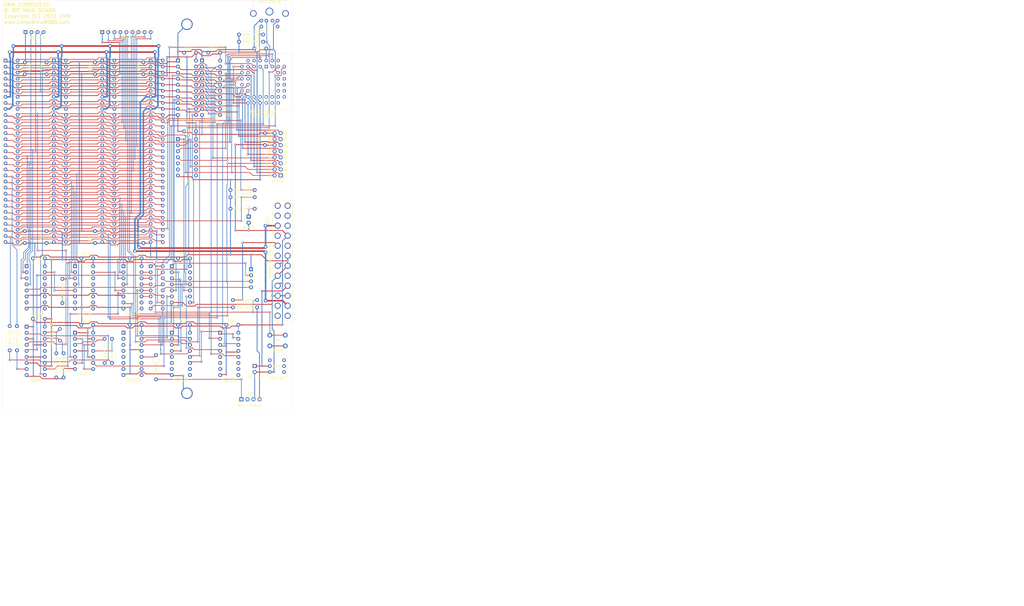
<source format=kicad_pcb>
(kicad_pcb (version 20171130) (host pcbnew "(5.1.8)-1")
  (layers (0 F.Cu signal) (31 B.Cu signal) (34 B.Paste user) (35 F.Paste user) (36 B.SilkS user) (37 F.SilkS user) (38 B.Mask user) (39 F.Mask user) (44 Edge.Cuts user))
  (net 0 "")
  (net 1 /5+)
  (net 2 /GND)
  (net 3 /RESET)
  (net 4 /IRQ2)
  (net 5 /5-)
  (net 6 /DRQ2)
  (net 7 /12-)
  (net 8 /12+)
  (net 9 /DACK3)
  (net 10 /DRQ3)
  (net 11 /DACK1)
  (net 12 /DRQ1)
  (net 13 /IRQ7)
  (net 14 /IRQ6)
  (net 15 /IRQ5)
  (net 16 /IRQ4)
  (net 17 /IRQ3)
  (net 18 /DACK2)
  (net 19 /TC)
  (net 20 /ALE)
  (net 21 /OSC)
  (net 22 /CH_CK)
  (net 23 /D7)
  (net 24 /D6)
  (net 25 /D5)
  (net 26 /D4)
  (net 27 /D3)
  (net 28 /D2)
  (net 29 /D1)
  (net 30 /D0)
  (net 31 /RDY1)
  (net 32 /AEN)
  (net 33 /A19)
  (net 34 /A18)
  (net 35 /A17)
  (net 36 /A16)
  (net 37 /A15)
  (net 38 /A14)
  (net 39 /A13)
  (net 40 /A12)
  (net 41 /A11)
  (net 42 /A10)
  (net 43 /A9)
  (net 44 /A8)
  (net 45 /A7)
  (net 46 /A6)
  (net 47 /A5)
  (net 48 /A4)
  (net 49 /A3)
  (net 50 /A2)
  (net 51 /A1)
  (net 52 /A0)
  (net 53 /CLK)
  (net 54 /LED_GND)
  (net 55 /RESOUT)
  (net 56 /MWR)
  (net 57 /MRD)
  (net 58 /IOWR)
  (net 59 /IORD)
  (net 60 /REFRQ)
  (net 61 /IO_0060)
  (net 62 /IN_IRQ6)
  (net 63 /IO_00EX)
  (net 64 /POWER_GOOD)
  (net 65 /NMI_EN)
  (net 66 /HOLDA)
  (net 67 /NMI)
  (net 68 /READY)
  (net 69 /HF_PCLK)
  (net 70 /IRQ1)
  (net 71 /SPK_OUT)
  (net 72 /SPK_GO)
  (net 73 /SPK_EN)
  (net 74 /IO_0XXX)
  (net 75 "Net-(U9-Pad7)")
  (net 76 "Net-(U9-Pad14)")
  (net 77 "Net-(U9-Pad13)")
  (net 78 "Net-(U9-Pad12)")
  (net 79 "Net-(U9-Pad11)")
  (net 80 "Net-(U9-Pad10)")
  (net 81 "Net-(U9-Pad9)")
  (net 82 /PCLK)
  (net 83 "Net-(U11-Pad14)")
  (net 84 /X2_8284)
  (net 85 /X1_8284)
  (net 86 "Net-(U12-Pad9)")
  (net 87 "Net-(U12-Pad10)")
  (net 88 "Net-(U12-Pad11)")
  (net 89 "Net-(U12-Pad12)")
  (net 90 "Net-(U12-Pad13)")
  (net 91 "Net-(U12-Pad14)")
  (net 92 "Net-(U12-Pad7)")
  (net 93 /IO_00XX)
  (net 94 "Net-(U13-Pad9)")
  (net 95 "Net-(U13-Pad10)")
  (net 96 /IO_006X)
  (net 97 /FB2)
  (net 98 /PORT_0X61_CS)
  (net 99 /NMI_EN_139)
  (net 100 /PORT_0X61_EN)
  (net 101 /NMI_INPUT)
  (net 102 "Net-(U17-Pad9)")
  (net 103 "Net-(U17-Pad10)")
  (net 104 /IO_0061)
  (net 105 "Net-(U17-Pad5)")
  (net 106 "Net-(U17-Pad6)")
  (net 107 "Net-(U17-Pad7)")
  (net 108 "Net-(U117-Pad7)")
  (net 109 "Net-(U117-Pad6)")
  (net 110 "Net-(U117-Pad5)")
  (net 111 /NC)
  (net 112 /T1)
  (net 113 "Net-(J2-Pad2)")
  (net 114 /T0)
  (net 115 "Net-(J2-Pad6)")
  (net 116 "Net-(U19-Pad1)")
  (net 117 /KBD_CLK)
  (net 118 "Net-(U19-Pad6)")
  (net 119 /KBD_DATA)
  (net 120 "Net-(U19-Pad12)")
  (net 121 "Net-(U19-Pad13)")
  (net 122 "Net-(U19-Pad23)")
  (net 123 "Net-(U19-Pad25)")
  (net 124 "Net-(U19-Pad27)")
  (net 125 "Net-(U19-Pad29)")
  (net 126 "Net-(U19-Pad24)")
  (net 127 "Net-(U19-Pad26)")
  (net 128 "Net-(U19-Pad28)")
  (net 129 "Net-(U19-Pad30)")
  (net 130 "Net-(U19-Pad32)")
  (net 131 "Net-(U19-Pad34)")
  (net 132 "Net-(U19-Pad36)")
  (net 133 "Net-(U19-Pad40)")
  (net 134 "Net-(U19-Pad31)")
  (net 135 "Net-(U19-Pad33)")
  (net 136 "Net-(U19-Pad35)")
  (net 137 "Net-(U19-Pad37)")
  (net 138 /KBD_CLK_INVERTED)
  (net 139 /POWER_ON)
  (net 140 "Net-(ATXPOWER1-Pad13)")
  (net 141 "Net-(ATXPOWER1-Pad24)")
  (net 142 "Net-(ATXPOWER1-Pad23)")
  (net 143 "Net-(ATXPOWER1-Pad22)")
  (net 144 "Net-(ATXPOWER1-Pad17)")
  (net 145 "Net-(ATXPOWER1-Pad1)")
  (net 146 "Net-(ATXPOWER1-Pad2)")
  (net 147 "Net-(ATXPOWER1-Pad7)")
  (net 148 "Net-(ATXPOWER1-Pad9)")
  (net 149 "Net-(ATXPOWER1-Pad11)")
  (net 150 "Net-(ATXPOWER1-Pad12)")
  (net 151 "Net-(8x8mm1-Pad6)")
  (net 152 "Net-(8x8mm1-Pad5)")
  (net 153 "Net-(8x8mm1-Pad4)")
  (net 154 "Net-(8x8mm1-Pad1)")
  (net 155 /IO_000X)
  (net 156 /IO_002X)
  (net 157 /IO_004X)
  (net 158 /IO_008X)
  (net 159 /FB1)
  (net 160 /HF_OSC)
  (net 161 "Net-(U19-Pad4)")
  (net 162 "Net-(J3-Pad2)")
  (net 163 /SPK_PIN_O)
  (net 164 /HOLD)
  (net 165 /SPK_PIN)
  (net 166 /SPK_EN_)
  (net 167 "Net-(U117-Pad11)")
  (net 168 "Net-(U117-Pad10)")
  (net 169 "Net-(U117-Pad9)")
  (net 170 /OSC88)
  (net 171 /CLK88)
  (net 172 /OSC88HF)
  (net 173 /PCLK88)
  (net 174 "Net-(ATXPOWER1-Pad20)")
  (net 175 /DRQ0)
  (net 176 "Net-(J10-Pad7)")
  (net 177 "Net-(U1-Pad7)")
  (net 178 "Net-(U1-Pad6)")
  (net 179 "Net-(U1-Pad5)")
  (net 180 /PORT_61_RD)
  (net 181 "Net-(U1-Pad11)")
  (net 182 "Net-(U1-Pad10)")
  (net 183 "Net-(U1-Pad9)")
  (net 184 /PORT_61_7)
  (net 185 /PORT_61_6)
  (net 186 /PORT_61_4)
  (net 187 /PORT_61_3)
  (net 188 /PORT_61_2)
  (net 189 "Net-(U117-Pad4)")
  (net 190 "Net-(U117-Pad3)")
  (net 191 "Net-(U117-Pad2)")
  (net 192 "Net-(U117-Pad1)")
  (net 193 "Net-(U16-Pad12)")
  (net 194 "Net-(U16-Pad13)")
  (module Package_DIP:DIP-20_W7.62mm (layer F.Cu) (at 103.886 43.942)
    (fp_text reference U2 hide)
    (fp_text value 74LS245 (at 3.81 25.19) (layer F.SilkS))
    (pad 20 thru_hole oval (at 7.62 0) (size 1.6 1.6) (drill 0.8) (layers *.Cu *.Mask) (net 1 /5+))
    (pad 10 thru_hole oval (at 0 22.86) (size 1.6 1.6) (drill 0.8) (layers *.Cu *.Mask) (net 2 /GND))
    (pad 19 thru_hole oval (at 7.62 2.54) (size 1.6 1.6) (drill 0.8) (layers *.Cu *.Mask) (net 180 /PORT_61_RD))
    (pad 9 thru_hole oval (at 0 20.32) (size 1.6 1.6) (drill 0.8) (layers *.Cu *.Mask) (net 30 /D0))
    (pad 18 thru_hole oval (at 7.62 5.08) (size 1.6 1.6) (drill 0.8) (layers *.Cu *.Mask) (net 184 /PORT_61_7))
    (pad 8 thru_hole oval (at 0 17.78) (size 1.6 1.6) (drill 0.8) (layers *.Cu *.Mask) (net 29 /D1))
    (pad 17 thru_hole oval (at 7.62 7.62) (size 1.6 1.6) (drill 0.8) (layers *.Cu *.Mask) (net 185 /PORT_61_6))
    (pad 7 thru_hole oval (at 0 15.24) (size 1.6 1.6) (drill 0.8) (layers *.Cu *.Mask) (net 28 /D2))
    (pad 16 thru_hole oval (at 7.62 10.16) (size 1.6 1.6) (drill 0.8) (layers *.Cu *.Mask) (net 65 /NMI_EN))
    (pad 6 thru_hole oval (at 0 12.7) (size 1.6 1.6) (drill 0.8) (layers *.Cu *.Mask) (net 27 /D3))
    (pad 15 thru_hole oval (at 7.62 12.7) (size 1.6 1.6) (drill 0.8) (layers *.Cu *.Mask) (net 186 /PORT_61_4))
    (pad 5 thru_hole oval (at 0 10.16) (size 1.6 1.6) (drill 0.8) (layers *.Cu *.Mask) (net 26 /D4))
    (pad 14 thru_hole oval (at 7.62 15.24) (size 1.6 1.6) (drill 0.8) (layers *.Cu *.Mask) (net 187 /PORT_61_3))
    (pad 4 thru_hole oval (at 0 7.62) (size 1.6 1.6) (drill 0.8) (layers *.Cu *.Mask) (net 25 /D5))
    (pad 13 thru_hole oval (at 7.62 17.78) (size 1.6 1.6) (drill 0.8) (layers *.Cu *.Mask) (net 188 /PORT_61_2))
    (pad 3 thru_hole oval (at 0 5.08) (size 1.6 1.6) (drill 0.8) (layers *.Cu *.Mask) (net 24 /D6))
    (pad 12 thru_hole oval (at 7.62 20.32) (size 1.6 1.6) (drill 0.8) (layers *.Cu *.Mask) (net 73 /SPK_EN))
    (pad 2 thru_hole oval (at 0 2.54) (size 1.6 1.6) (drill 0.8) (layers *.Cu *.Mask) (net 23 /D7))
    (pad 11 thru_hole oval (at 7.62 22.86) (size 1.6 1.6) (drill 0.8) (layers *.Cu *.Mask) (net 72 /SPK_GO))
    (pad 1 thru_hole rect (at 0 0) (size 1.6 1.6) (drill 0.8) (layers *.Cu *.Mask) (net 2 /GND))
  )
  (module Capacitor_THT:C_Disc_D4.3mm_W1.9mm_P5.00mm (layer F.Cu) (at 114.126 154.94)
    (fp_text reference C13 hide)
    (fp_text value 0.1uF (at 2.5 -2.032) (layer F.SilkS))
    (pad 2 thru_hole circle (at 5 0) (size 1.6 1.6) (drill 0.8) (layers *.Cu *.Mask) (net 1 /5+))
    (pad 1 thru_hole circle (at 0 0) (size 1.6 1.6) (drill 0.8) (layers *.Cu *.Mask) (net 2 /GND))
  )
  (module Capacitor_THT:C_Disc_D4.3mm_W1.9mm_P5.00mm (layer F.Cu) (at 106.506 40.64)
    (fp_text reference C11 hide)
    (fp_text value 0.1uF (at 2.5 -2.032) (layer F.SilkS))
    (pad 2 thru_hole circle (at 5 0) (size 1.6 1.6) (drill 0.8) (layers *.Cu *.Mask) (net 1 /5+))
    (pad 1 thru_hole circle (at 0 0) (size 1.6 1.6) (drill 0.8) (layers *.Cu *.Mask) (net 2 /GND))
  )
  (module Resistor_THT:R_Array_SIP4 (layer F.Cu) (at 124.46 131.572 270)
    (fp_text reference RN3 hide)
    (fp_text value "10k ohm" (at 3.81 2.54 270 unlocked) (layer F.SilkS))
    (pad 4 thru_hole oval (at 7.62 0 270) (size 1.6 1.6) (drill 0.8) (layers *.Cu *.Mask) (net 175 /DRQ0))
    (pad 3 thru_hole oval (at 5.08 0 270) (size 1.6 1.6) (drill 0.8) (layers *.Cu *.Mask) (net 164 /HOLD))
    (pad 2 thru_hole oval (at 2.54 0 270) (size 1.6 1.6) (drill 0.8) (layers *.Cu *.Mask) (net 65 /NMI_EN))
    (pad 1 thru_hole rect (at 0 0 270) (size 1.6 1.6) (drill 0.8) (layers *.Cu *.Mask) (net 2 /GND))
  )
  (module Package_DIP:DIP-16_W7.62mm (layer F.Cu) (at 111.506 158.242)
    (fp_text reference U1 hide)
    (fp_text value 74LS139 (at 3.81 20.11) (layer F.SilkS))
    (pad 16 thru_hole oval (at 7.62 0) (size 1.6 1.6) (drill 0.8) (layers *.Cu *.Mask) (net 1 /5+))
    (pad 8 thru_hole oval (at 0 17.78) (size 1.6 1.6) (drill 0.8) (layers *.Cu *.Mask) (net 2 /GND))
    (pad 15 thru_hole oval (at 7.62 2.54) (size 1.6 1.6) (drill 0.8) (layers *.Cu *.Mask) (net 104 /IO_0061))
    (pad 7 thru_hole oval (at 0 15.24) (size 1.6 1.6) (drill 0.8) (layers *.Cu *.Mask) (net 177 "Net-(U1-Pad7)"))
    (pad 14 thru_hole oval (at 7.62 5.08) (size 1.6 1.6) (drill 0.8) (layers *.Cu *.Mask) (net 59 /IORD))
    (pad 6 thru_hole oval (at 0 12.7) (size 1.6 1.6) (drill 0.8) (layers *.Cu *.Mask) (net 178 "Net-(U1-Pad6)"))
    (pad 13 thru_hole oval (at 7.62 7.62) (size 1.6 1.6) (drill 0.8) (layers *.Cu *.Mask) (net 2 /GND))
    (pad 5 thru_hole oval (at 0 10.16) (size 1.6 1.6) (drill 0.8) (layers *.Cu *.Mask) (net 179 "Net-(U1-Pad5)"))
    (pad 12 thru_hole oval (at 7.62 10.16) (size 1.6 1.6) (drill 0.8) (layers *.Cu *.Mask) (net 180 /PORT_61_RD))
    (pad 4 thru_hole oval (at 0 7.62) (size 1.6 1.6) (drill 0.8) (layers *.Cu *.Mask) (net 100 /PORT_0X61_EN))
    (pad 11 thru_hole oval (at 7.62 12.7) (size 1.6 1.6) (drill 0.8) (layers *.Cu *.Mask) (net 181 "Net-(U1-Pad11)"))
    (pad 3 thru_hole oval (at 0 5.08) (size 1.6 1.6) (drill 0.8) (layers *.Cu *.Mask) (net 2 /GND))
    (pad 10 thru_hole oval (at 7.62 15.24) (size 1.6 1.6) (drill 0.8) (layers *.Cu *.Mask) (net 182 "Net-(U1-Pad10)"))
    (pad 2 thru_hole oval (at 0 2.54) (size 1.6 1.6) (drill 0.8) (layers *.Cu *.Mask) (net 58 /IOWR))
    (pad 9 thru_hole oval (at 7.62 17.78) (size 1.6 1.6) (drill 0.8) (layers *.Cu *.Mask) (net 183 "Net-(U1-Pad9)"))
    (pad 1 thru_hole rect (at 0 0) (size 1.6 1.6) (drill 0.8) (layers *.Cu *.Mask) (net 104 /IO_0061))
  )
  (module MountingHole:MountingHole_3.7mm (layer F.Cu) (at 97.536 183.642)
    (fp_text reference REF** hide)
    (fp_text value MountingHole_3.7mm hide)
    (pad "" thru_hole circle (at 0 0) (size 4.826 4.826) (drill 3.9624) (layers *.Cu *.Mask) (net 2 /GND))
  )
  (module "" (layer F.Cu) (at 145.288 60.452 90)
    (fp_text reference "" (at 29.718 32.004 90) (layer F.SilkS) (effects (font (size 1.27 1.27))))
    (fp_text value "" (at 29.718 32.004 90) (layer F.SilkS) (effects (font (size 1.27 1.27))))
    (fp_text user "PORT 0X61" (at -10.414 -43.18) (layer F.SilkS))
  )
  (module "" (layer F.Cu) (at 138.43 46.228)
    (fp_text reference "" (at 29.718 32.004) (layer F.SilkS) (effects (font (size 1.27 1.27))))
    (fp_text value "" (at 29.718 32.004) (layer F.SilkS) (effects (font (size 1.27 1.27))))
    (fp_text user "PORT 0X60" (at -8.89 20.828 180) (layer F.SilkS))
  )
  (module Resistor_THT:R_Array_SIP4 (layer F.Cu) (at 29.718 32.004)
    (fp_text reference RN1 hide)
    (fp_text value "10k ohm" (at 5.08 2.4) (layer F.SilkS))
    (pad 4 thru_hole oval (at 7.62 0) (size 1.6 1.6) (drill 0.8) (layers *.Cu *.Mask) (net 6 /DRQ2))
    (pad 3 thru_hole oval (at 5.08 0) (size 1.6 1.6) (drill 0.8) (layers *.Cu *.Mask) (net 10 /DRQ3))
    (pad 2 thru_hole oval (at 2.54 0) (size 1.6 1.6) (drill 0.8) (layers *.Cu *.Mask) (net 12 /DRQ1))
    (pad 1 thru_hole rect (at 0 0) (size 1.6 1.6) (drill 0.8) (layers *.Cu *.Mask) (net 2 /GND))
  )
  (module Resistor_THT:R_Axial_DIN0207_L6.3mm_D2.5mm_P10.16mm_Horizontal (layer F.Cu) (at 115.824 101.346)
    (fp_text reference R13 hide)
    (fp_text value "10k ohm" (at 5.08 0) (layer F.SilkS))
    (pad 2 thru_hole oval (at 10.16 0) (size 1.6 1.6) (drill 0.8) (layers *.Cu *.Mask) (net 19 /TC))
    (pad 1 thru_hole circle (at 0 0) (size 1.6 1.6) (drill 0.8) (layers *.Cu *.Mask) (net 2 /GND))
  )
  (module Resistor_THT:R_Axial_DIN0207_L6.3mm_D2.5mm_P10.16mm_Horizontal (layer F.Cu) (at 115.824 98.298)
    (fp_text reference R12 hide)
    (fp_text value "10k ohm" (at 5.08 0) (layer F.SilkS))
    (pad 2 thru_hole oval (at 10.16 0) (size 1.6 1.6) (drill 0.8) (layers *.Cu *.Mask) (net 32 /AEN))
    (pad 1 thru_hole circle (at 0 0) (size 1.6 1.6) (drill 0.8) (layers *.Cu *.Mask) (net 2 /GND))
  )
  (module Resistor_THT:R_Array_SIP9 (layer F.Cu) (at 61.976 32.004)
    (fp_text reference RN2 hide)
    (fp_text value "10K ohm" (at 11.43 2.4) (layer F.SilkS))
    (pad 9 thru_hole oval (at 20.32 0) (size 1.6 1.6) (drill 0.8) (layers *.Cu *.Mask) (net 9 /DACK3))
    (pad 8 thru_hole oval (at 17.78 0) (size 1.6 1.6) (drill 0.8) (layers *.Cu *.Mask) (net 18 /DACK2))
    (pad 7 thru_hole oval (at 15.24 0) (size 1.6 1.6) (drill 0.8) (layers *.Cu *.Mask) (net 11 /DACK1))
    (pad 6 thru_hole oval (at 12.7 0) (size 1.6 1.6) (drill 0.8) (layers *.Cu *.Mask) (net 60 /REFRQ))
    (pad 5 thru_hole oval (at 10.16 0) (size 1.6 1.6) (drill 0.8) (layers *.Cu *.Mask) (net 59 /IORD))
    (pad 4 thru_hole oval (at 7.62 0) (size 1.6 1.6) (drill 0.8) (layers *.Cu *.Mask) (net 58 /IOWR))
    (pad 3 thru_hole oval (at 5.08 0) (size 1.6 1.6) (drill 0.8) (layers *.Cu *.Mask) (net 57 /MRD))
    (pad 2 thru_hole oval (at 2.54 0) (size 1.6 1.6) (drill 0.8) (layers *.Cu *.Mask) (net 56 /MWR))
    (pad 1 thru_hole rect (at 0 0) (size 1.6 1.6) (drill 0.8) (layers *.Cu *.Mask) (net 1 /5+))
  )
  (module Motherboard:Large_Via (layer F.Cu) (at 130.556 113.284)
    (fp_text reference R hide)
    (fp_text value L hide)
    (pad 1 thru_hole circle (at 0 0) (size 1.524 1.524) (drill 0.762) (layers *.Cu *.Mask) (net 8 /12+))
  )
  (module Motherboard:Large_Via (layer F.Cu) (at 130.556 122.174)
    (fp_text reference R hide)
    (fp_text value L hide)
    (pad 1 thru_hole circle (at 0 0) (size 1.524 1.524) (drill 0.762) (layers *.Cu *.Mask) (net 8 /12+))
  )
  (module Motherboard:Large_Via (layer F.Cu) (at 130.556 144.78)
    (fp_text reference R hide)
    (fp_text value L hide)
    (pad 1 thru_hole circle (at 0 0) (size 1.524 1.524) (drill 0.762) (layers *.Cu *.Mask) (net 7 /12-))
  )
  (module Motherboard:Large_Via (layer F.Cu) (at 130.556 124.46)
    (fp_text reference R hide)
    (fp_text value L hide)
    (pad 1 thru_hole circle (at 0 0) (size 1.524 1.524) (drill 0.762) (layers *.Cu *.Mask) (net 7 /12-))
  )
  (module Resistor_THT:R_Axial_DIN0207_L6.3mm_D2.5mm_P10.16mm_Horizontal (layer F.Cu) (at 119.38 36.04)
    (fp_text reference R9 hide)
    (fp_text value "10k ohm" (at 5.08 0.028) (layer F.SilkS))
    (pad 2 thru_hole oval (at 10.16 0) (size 1.6 1.6) (drill 0.8) (layers *.Cu *.Mask) (net 112 /T1))
    (pad 1 thru_hole circle (at 0 0) (size 1.6 1.6) (drill 0.8) (layers *.Cu *.Mask) (net 1 /5+))
  )
  (module Resistor_THT:R_Axial_DIN0207_L6.3mm_D2.5mm_P10.16mm_Horizontal (layer F.Cu) (at 119.38 33.02)
    (fp_text reference R8 hide)
    (fp_text value "10k ohm" (at 5.08 0) (layer F.SilkS))
    (pad 2 thru_hole oval (at 10.16 0) (size 1.6 1.6) (drill 0.8) (layers *.Cu *.Mask) (net 114 /T0))
    (pad 1 thru_hole circle (at 0 0) (size 1.6 1.6) (drill 0.8) (layers *.Cu *.Mask) (net 1 /5+))
  )
  (module Resistor_THT:R_Axial_DIN0207_L6.3mm_D2.5mm_P10.16mm_Horizontal (layer F.Cu) (at 127 147.574 180)
    (fp_text reference R7 hide)
    (fp_text value "10k ohm" (at 5.08 0) (layer F.SilkS))
    (pad 2 thru_hole oval (at 10.16 0 180) (size 1.6 1.6) (drill 0.8) (layers *.Cu *.Mask) (net 22 /CH_CK))
    (pad 1 thru_hole circle (at 0 0 180) (size 1.6 1.6) (drill 0.8) (layers *.Cu *.Mask) (net 1 /5+))
  )
  (module Resistor_THT:R_Axial_DIN0207_L6.3mm_D2.5mm_P10.16mm_Horizontal (layer F.Cu) (at 45.212 145.796 90)
    (fp_text reference R6 hide)
    (fp_text value "10k ohm" (at 5.08 0 270 unlocked) (layer F.SilkS))
    (pad 2 thru_hole oval (at 10.16 0 90) (size 1.6 1.6) (drill 0.8) (layers *.Cu *.Mask) (net 31 /RDY1))
    (pad 1 thru_hole circle (at 0 0 90) (size 1.6 1.6) (drill 0.8) (layers *.Cu *.Mask) (net 1 /5+))
  )
  (module Motherboard:Large_Via (layer F.Cu) (at 75.692 123.952)
    (fp_text reference R hide)
    (fp_text value L hide)
    (pad 1 thru_hole circle (at 0 0) (size 1.524 1.524) (drill 0.762) (layers *.Cu *.Mask) (net 7 /12-))
  )
  (module Motherboard:Large_Via (layer F.Cu) (at 77.47 122.428)
    (fp_text reference R hide)
    (fp_text value L hide)
    (pad 1 thru_hole circle (at 0 0) (size 1.524 1.524) (drill 0.762) (layers *.Cu *.Mask) (net 8 /12+))
  )
  (module Capacitor_THT:C_Disc_D4.3mm_W1.9mm_P5.00mm (layer F.Cu) (at 130.302 74.422 270)
    (fp_text reference C10 hide)
    (fp_text value 0.1uF (at 2.5 2.2 270 unlocked) (layer F.SilkS))
    (pad 2 thru_hole circle (at 5 0 270) (size 1.6 1.6) (drill 0.8) (layers *.Cu *.Mask) (net 1 /5+))
    (pad 1 thru_hole circle (at 0 0 270) (size 1.6 1.6) (drill 0.8) (layers *.Cu *.Mask) (net 2 /GND))
  )
  (module Capacitor_THT:C_Disc_D4.3mm_W1.9mm_P5.00mm (layer F.Cu) (at 125.81 38.862)
    (fp_text reference C9 hide)
    (fp_text value 0.1uF (at 2.46 0) (layer F.SilkS))
    (pad 2 thru_hole circle (at 5 0) (size 1.6 1.6) (drill 0.8) (layers *.Cu *.Mask) (net 1 /5+))
    (pad 1 thru_hole circle (at 0 0) (size 1.6 1.6) (drill 0.8) (layers *.Cu *.Mask) (net 2 /GND))
  )
  (module Resistor_THT:R_Axial_DIN0207_L6.3mm_D2.5mm_P10.16mm_Horizontal (layer F.Cu) (at 42.672 166.878 270)
    (fp_text reference R4 hide)
    (fp_text value "510 ohm" (at 5.08 0 270 unlocked) (layer F.SilkS))
    (pad 2 thru_hole oval (at 10.16 0 270) (size 1.6 1.6) (drill 0.8) (layers *.Cu *.Mask) (net 2 /GND))
    (pad 1 thru_hole circle (at 0 0 270) (size 1.6 1.6) (drill 0.8) (layers *.Cu *.Mask) (net 85 /X1_8284))
  )
  (module Resistor_THT:R_Axial_DIN0207_L6.3mm_D2.5mm_P10.16mm_Horizontal (layer F.Cu) (at 45.72 166.878 270)
    (fp_text reference R2 hide)
    (fp_text value "510 ohm" (at 5.08 0 270 unlocked) (layer F.SilkS))
    (pad 2 thru_hole oval (at 10.16 0 270) (size 1.6 1.6) (drill 0.8) (layers *.Cu *.Mask) (net 2 /GND))
    (pad 1 thru_hole circle (at 0 0 270) (size 1.6 1.6) (drill 0.8) (layers *.Cu *.Mask) (net 84 /X2_8284))
  )
  (module Resistor_THT:R_Axial_DIN0207_L6.3mm_D2.5mm_P10.16mm_Horizontal (layer F.Cu) (at 26.162 155.448 270)
    (fp_text reference R18 hide)
    (fp_text value "27 ohm" (at 5.08 0 270 unlocked) (layer F.SilkS))
    (pad 2 thru_hole oval (at 10.16 0 270) (size 1.6 1.6) (drill 0.8) (layers *.Cu *.Mask) (net 53 /CLK))
    (pad 1 thru_hole circle (at 0 0 270) (size 1.6 1.6) (drill 0.8) (layers *.Cu *.Mask) (net 171 /CLK88))
  )
  (module Resistor_THT:R_Axial_DIN0207_L6.3mm_D2.5mm_P10.16mm_Horizontal (layer F.Cu) (at 62.992 160.782 270)
    (fp_text reference R17 hide)
    (fp_text value "27 ohm" (at 5.08 0 270 unlocked) (layer F.SilkS))
    (pad 2 thru_hole oval (at 10.16 0 270) (size 1.6 1.6) (drill 0.8) (layers *.Cu *.Mask) (net 82 /PCLK))
    (pad 1 thru_hole circle (at 0 0 270) (size 1.6 1.6) (drill 0.8) (layers *.Cu *.Mask) (net 173 /PCLK88))
  )
  (module Resistor_THT:R_Axial_DIN0207_L6.3mm_D2.5mm_P10.16mm_Horizontal (layer F.Cu) (at 23.114 155.448 270)
    (fp_text reference R14 hide)
    (fp_text value "27 ohm" (at 5.08 0 270 unlocked) (layer F.SilkS))
    (pad 2 thru_hole oval (at 10.16 0 270) (size 1.6 1.6) (drill 0.8) (layers *.Cu *.Mask) (net 21 /OSC))
    (pad 1 thru_hole circle (at 0 0 270) (size 1.6 1.6) (drill 0.8) (layers *.Cu *.Mask) (net 170 /OSC88))
  )
  (module Resistor_THT:R_Axial_DIN0207_L6.3mm_D2.5mm_P10.16mm_Horizontal (layer F.Cu) (at 116.84 144.526)
    (fp_text reference R5 hide)
    (fp_text value "10k ohm" (at 5.08 0) (layer F.SilkS))
    (pad 2 thru_hole oval (at 10.16 0) (size 1.6 1.6) (drill 0.8) (layers *.Cu *.Mask) (net 3 /RESET))
    (pad 1 thru_hole circle (at 0 0) (size 1.6 1.6) (drill 0.8) (layers *.Cu *.Mask) (net 64 /POWER_GOOD))
  )
  (module Resistor_THT:R_Axial_DIN0207_L6.3mm_D2.5mm_P10.16mm_Horizontal (layer F.Cu) (at 66.04 160.782 270)
    (fp_text reference R3 hide)
    (fp_text value "27 ohm" (at 5.08 0 270 unlocked) (layer F.SilkS))
    (pad 2 thru_hole oval (at 10.16 0 270) (size 1.6 1.6) (drill 0.8) (layers *.Cu *.Mask) (net 21 /OSC))
    (pad 1 thru_hole circle (at 0 0 270) (size 1.6 1.6) (drill 0.8) (layers *.Cu *.Mask) (net 172 /OSC88HF))
  )
  (module Resistor_THT:R_Axial_DIN0207_L6.3mm_D2.5mm_P10.16mm_Horizontal (layer F.Cu) (at 84.582 177.8 90)
    (fp_text reference U3 hide)
    (fp_text value "33 ohm" (at 4.826 0 270 unlocked) (layer F.SilkS))
    (pad 2 thru_hole oval (at 10.16 0 90) (size 1.6 1.6) (drill 0.8) (layers *.Cu *.Mask) (net 165 /SPK_PIN))
    (pad 1 thru_hole circle (at 0 0 90) (size 1.6 1.6) (drill 0.8) (layers *.Cu *.Mask) (net 163 /SPK_PIN_O))
  )
  (module Connector_PinHeader_2.54mm:PinHeader_1x02_P2.54mm_Vertical (layer F.Cu) (at 125.984 172.212)
    (fp_text reference J6 hide)
    (fp_text value "PWR ON" (at 0 4.87) (layer F.SilkS))
    (pad 2 thru_hole oval (at 0 2.54) (size 1.7 1.7) (drill 1) (layers *.Cu *.Mask) (net 2 /GND))
    (pad 1 thru_hole rect (at 0 0) (size 1.7 1.7) (drill 1) (layers *.Cu *.Mask) (net 139 /POWER_ON))
  )
  (module Connector_PinHeader_2.54mm:PinHeader_1x04_P2.54mm_Vertical (layer F.Cu) (at 120.396 186.182 90)
    (fp_text reference J3 hide)
    (fp_text value SPK (at 2.54 4.064 180) (layer F.SilkS))
    (pad 4 thru_hole oval (at 0 7.62 90) (size 1.7 1.7) (drill 1) (layers *.Cu *.Mask) (net 1 /5+))
    (pad 3 thru_hole oval (at 0 5.08 90) (size 1.7 1.7) (drill 1) (layers *.Cu *.Mask) (net 2 /GND))
    (pad 2 thru_hole oval (at 0 2.54 90) (size 1.7 1.7) (drill 1) (layers *.Cu *.Mask) (net 162 "Net-(J3-Pad2)"))
    (pad 1 thru_hole rect (at 0 0 90) (size 1.7 1.7) (drill 1) (layers *.Cu *.Mask) (net 163 /SPK_PIN_O))
  )
  (module Capacitor_THT:C_Disc_D4.3mm_W1.9mm_P5.00mm (layer F.Cu) (at 96.346 73.66)
    (fp_text reference C1 hide)
    (fp_text value 0.1uF (at 2.46 0) (layer F.SilkS))
    (pad 2 thru_hole circle (at 5 0) (size 1.6 1.6) (drill 0.8) (layers *.Cu *.Mask) (net 1 /5+))
    (pad 1 thru_hole circle (at 0 0) (size 1.6 1.6) (drill 0.8) (layers *.Cu *.Mask) (net 2 /GND))
  )
  (module Package_DIP:DIP-16_W7.62mm (layer F.Cu) (at 70.866 158.242)
    (fp_text reference U117 hide)
    (fp_text value 74LS139 (at 3.81 20.11) (layer F.SilkS))
    (pad 16 thru_hole oval (at 7.62 0) (size 1.6 1.6) (drill 0.8) (layers *.Cu *.Mask) (net 1 /5+))
    (pad 8 thru_hole oval (at 0 17.78) (size 1.6 1.6) (drill 0.8) (layers *.Cu *.Mask) (net 2 /GND))
    (pad 15 thru_hole oval (at 7.62 2.54) (size 1.6 1.6) (drill 0.8) (layers *.Cu *.Mask) (net 166 /SPK_EN_))
    (pad 7 thru_hole oval (at 0 15.24) (size 1.6 1.6) (drill 0.8) (layers *.Cu *.Mask) (net 108 "Net-(U117-Pad7)"))
    (pad 14 thru_hole oval (at 7.62 5.08) (size 1.6 1.6) (drill 0.8) (layers *.Cu *.Mask) (net 71 /SPK_OUT))
    (pad 6 thru_hole oval (at 0 12.7) (size 1.6 1.6) (drill 0.8) (layers *.Cu *.Mask) (net 109 "Net-(U117-Pad6)"))
    (pad 13 thru_hole oval (at 7.62 7.62) (size 1.6 1.6) (drill 0.8) (layers *.Cu *.Mask) (net 2 /GND))
    (pad 5 thru_hole oval (at 0 10.16) (size 1.6 1.6) (drill 0.8) (layers *.Cu *.Mask) (net 110 "Net-(U117-Pad5)"))
    (pad 12 thru_hole oval (at 7.62 10.16) (size 1.6 1.6) (drill 0.8) (layers *.Cu *.Mask) (net 165 /SPK_PIN))
    (pad 4 thru_hole oval (at 0 7.62) (size 1.6 1.6) (drill 0.8) (layers *.Cu *.Mask) (net 189 "Net-(U117-Pad4)"))
    (pad 11 thru_hole oval (at 7.62 12.7) (size 1.6 1.6) (drill 0.8) (layers *.Cu *.Mask) (net 167 "Net-(U117-Pad11)"))
    (pad 3 thru_hole oval (at 0 5.08) (size 1.6 1.6) (drill 0.8) (layers *.Cu *.Mask) (net 190 "Net-(U117-Pad3)"))
    (pad 10 thru_hole oval (at 7.62 15.24) (size 1.6 1.6) (drill 0.8) (layers *.Cu *.Mask) (net 168 "Net-(U117-Pad10)"))
    (pad 2 thru_hole oval (at 0 2.54) (size 1.6 1.6) (drill 0.8) (layers *.Cu *.Mask) (net 191 "Net-(U117-Pad2)"))
    (pad 9 thru_hole oval (at 7.62 17.78) (size 1.6 1.6) (drill 0.8) (layers *.Cu *.Mask) (net 169 "Net-(U117-Pad9)"))
    (pad 1 thru_hole rect (at 0 0) (size 1.6 1.6) (drill 0.8) (layers *.Cu *.Mask) (net 192 "Net-(U117-Pad1)"))
  )
  (module My:2x08_PIN_EDGE_CARD (layer F.Cu) (at 82.296 130.302)
    (fp_text reference J10 hide)
    (fp_text value Conn_02x08_Counter_Clockwise)
    (pad 16 thru_hole circle (at 5.08 0 180) (size 1.524 1.524) (drill 0.762) (layers *.Cu *.Mask) (net 3 /RESET))
    (pad 15 thru_hole circle (at 5.08 2.54 180) (size 1.524 1.524) (drill 0.762) (layers *.Cu *.Mask) (net 68 /READY))
    (pad 1 thru_hole rect (at 0 0) (size 1.524 1.524) (drill 0.762) (layers *.Cu *.Mask) (net 70 /IRQ1))
    (pad 2 thru_hole circle (at 0 2.54) (size 1.524 1.524) (drill 0.762) (layers *.Cu *.Mask) (net 155 /IO_000X))
    (pad 3 thru_hole circle (at 0 5.08) (size 1.524 1.524) (drill 0.762) (layers *.Cu *.Mask) (net 156 /IO_002X))
    (pad 4 thru_hole circle (at 0 7.62) (size 1.524 1.524) (drill 0.762) (layers *.Cu *.Mask) (net 157 /IO_004X))
    (pad 5 thru_hole circle (at 0 10.16) (size 1.524 1.524) (drill 0.762) (layers *.Cu *.Mask) (net 96 /IO_006X))
    (pad 6 thru_hole circle (at 0 12.7) (size 1.524 1.524) (drill 0.762) (layers *.Cu *.Mask) (net 158 /IO_008X))
    (pad 7 thru_hole circle (at 0 15.24) (size 1.524 1.524) (drill 0.762) (layers *.Cu *.Mask) (net 176 "Net-(J10-Pad7)"))
    (pad 8 thru_hole circle (at 0 17.78 180) (size 1.524 1.524) (drill 0.762) (layers *.Cu *.Mask) (net 67 /NMI))
    (pad 9 thru_hole circle (at 5.08 17.78 180) (size 1.524 1.524) (drill 0.762) (layers *.Cu *.Mask) (net 71 /SPK_OUT))
    (pad 10 thru_hole circle (at 5.08 15.24 180) (size 1.524 1.524) (drill 0.762) (layers *.Cu *.Mask) (net 72 /SPK_GO))
    (pad 11 thru_hole circle (at 5.08 12.7 180) (size 1.524 1.524) (drill 0.762) (layers *.Cu *.Mask) (net 69 /HF_PCLK))
    (pad 12 thru_hole circle (at 5.08 10.16 180) (size 1.524 1.524) (drill 0.762) (layers *.Cu *.Mask) (net 175 /DRQ0))
    (pad 13 thru_hole circle (at 5.08 7.62 180) (size 1.524 1.524) (drill 0.762) (layers *.Cu *.Mask) (net 66 /HOLDA))
    (pad 14 thru_hole circle (at 5.08 5.08 180) (size 1.524 1.524) (drill 0.762) (layers *.Cu *.Mask) (net 164 /HOLD))
  )
  (module Button_Switch_THT:SW_PUSH_6mm (layer F.Cu) (at 132.334 159.258)
    (fp_text reference SW1 hide)
    (fp_text value RESET (at 3.75 6.7) (layer F.SilkS))
    (pad 1 thru_hole circle (at 6.5 0 90) (size 2 2) (drill 1.1) (layers *.Cu *.Mask) (net 3 /RESET))
    (pad 2 thru_hole circle (at 6.5 4.5 90) (size 2 2) (drill 1.1) (layers *.Cu *.Mask) (net 2 /GND))
    (pad 1 thru_hole circle (at 0 0 90) (size 2 2) (drill 1.1) (layers *.Cu *.Mask) (net 3 /RESET))
    (pad 2 thru_hole circle (at 0 4.5 90) (size 2 2) (drill 1.1) (layers *.Cu *.Mask) (net 2 /GND))
  )
  (module Resistor_THT:R_Axial_DIN0207_L6.3mm_D2.5mm_P10.16mm_Horizontal (layer F.Cu) (at 125.984 106.172 180)
    (fp_text reference R1 hide)
    (fp_text value "510 ohm" (at 5.08 0 unlocked) (layer F.SilkS))
    (pad 2 thru_hole oval (at 10.16 0 180) (size 1.6 1.6) (drill 0.8) (layers *.Cu *.Mask) (net 2 /GND))
    (pad 1 thru_hole circle (at 0 0 180) (size 1.6 1.6) (drill 0.8) (layers *.Cu *.Mask) (net 54 /LED_GND))
  )
  (module LED_THT:LED_D3.0mm (layer F.Cu) (at 123.444 109.474 270)
    (fp_text reference D1 hide)
    (fp_text value POWER (at 4.572 0 unlocked) (layer F.SilkS))
    (pad 2 thru_hole circle (at 2.54 0 270) (size 1.8 1.8) (drill 0.9) (layers *.Cu *.Mask) (net 1 /5+))
    (pad 1 thru_hole rect (at 0 0 270) (size 1.8 1.8) (drill 0.9) (layers *.Cu *.Mask) (net 54 /LED_GND))
  )
  (module Capacitor_THT:C_Disc_D4.3mm_W1.9mm_P5.00mm (layer F.Cu) (at 96.346 40.64)
    (fp_text reference C7 hide)
    (fp_text value 0.1uF (at 2.46 -2.032) (layer F.SilkS))
    (pad 2 thru_hole circle (at 5 0) (size 1.6 1.6) (drill 0.8) (layers *.Cu *.Mask) (net 1 /5+))
    (pad 1 thru_hole circle (at 0 0) (size 1.6 1.6) (drill 0.8) (layers *.Cu *.Mask) (net 2 /GND))
  )
  (module "My:6 PIN DTDP" (layer F.Cu) (at 132.334 169.752)
    (fp_text reference 8x8mm1 hide)
    (fp_text value "PWR SW" (at 3.048 7.874) (layer F.SilkS))
    (pad 6 thru_hole circle (at 6 0) (size 1.524 1.524) (drill 0.762) (layers *.Cu *.Mask) (net 151 "Net-(8x8mm1-Pad6)"))
    (pad 5 thru_hole circle (at 6 2.5) (size 1.524 1.524) (drill 0.762) (layers *.Cu *.Mask) (net 152 "Net-(8x8mm1-Pad5)"))
    (pad 4 thru_hole circle (at 6 5) (size 1.524 1.524) (drill 0.762) (layers *.Cu *.Mask) (net 153 "Net-(8x8mm1-Pad4)"))
    (pad 3 thru_hole circle (at 0 5) (size 1.524 1.524) (drill 0.762) (layers *.Cu *.Mask) (net 2 /GND))
    (pad 2 thru_hole circle (at 0 2.5) (size 1.524 1.524) (drill 0.762) (layers *.Cu *.Mask) (net 139 /POWER_ON))
    (pad 1 thru_hole circle (at 0 0) (size 1.524 1.524) (drill 0.762) (layers *.Cu *.Mask) (net 154 "Net-(8x8mm1-Pad1)"))
  )
  (module My:24_PIN_ATX_POWER (layer F.Cu) (at 135.636 104.902)
    (fp_text reference ATXPOWER1 hide)
    (fp_text value Conn_02x12_Top_Bottom hide)
    (fp_text user 20 (at -4.318 7.366) (layer F.SilkS))
    (fp_text user 24 (at -4.318 5.334) (layer F.SilkS))
    (pad 14 thru_hole circle (at 4.2 42) (size 2.5908 2.5908) (drill 1.8) (layers *.Cu *.Mask) (net 7 /12-))
    (pad 13 thru_hole circle (at 4.2 46.2) (size 2.5908 2.5908) (drill 1.8) (layers *.Cu *.Mask) (net 140 "Net-(ATXPOWER1-Pad13)"))
    (pad 15 thru_hole circle (at 4.2 37.8) (size 2.5908 2.5908) (drill 1.8) (layers *.Cu *.Mask) (net 2 /GND))
    (pad 24 thru_hole circle (at 4.2 0) (size 2.5908 2.5908) (drill 1.8) (layers *.Cu *.Mask) (net 141 "Net-(ATXPOWER1-Pad24)"))
    (pad 23 thru_hole circle (at 4.2 4.2) (size 2.5908 2.5908) (drill 1.8) (layers *.Cu *.Mask) (net 142 "Net-(ATXPOWER1-Pad23)"))
    (pad 22 thru_hole circle (at 4.2 8.4) (size 2.5908 2.5908) (drill 1.8) (layers *.Cu *.Mask) (net 143 "Net-(ATXPOWER1-Pad22)"))
    (pad 21 thru_hole circle (at 4.2 12.6) (size 2.5908 2.5908) (drill 1.8) (layers *.Cu *.Mask) (net 1 /5+))
    (pad 18 thru_hole circle (at 4.2 25.2) (size 2.5908 2.5908) (drill 1.8) (layers *.Cu *.Mask) (net 2 /GND))
    (pad 20 thru_hole circle (at 4.2 16.8) (size 2.5908 2.5908) (drill 1.8) (layers *.Cu *.Mask) (net 174 "Net-(ATXPOWER1-Pad20)"))
    (pad 19 thru_hole circle (at 4.2 21) (size 2.5908 2.5908) (drill 1.8) (layers *.Cu *.Mask) (net 2 /GND))
    (pad 16 thru_hole circle (at 4.2 33.6) (size 2.5908 2.5908) (drill 1.8) (layers *.Cu *.Mask) (net 139 /POWER_ON))
    (pad 17 thru_hole circle (at 4.2 29.4) (size 2.5908 2.5908) (drill 1.8) (layers *.Cu *.Mask) (net 144 "Net-(ATXPOWER1-Pad17)"))
    (pad 1 thru_hole circle (at 0 46.2) (size 2.5908 2.5908) (drill 1.8) (layers *.Cu *.Mask) (net 145 "Net-(ATXPOWER1-Pad1)"))
    (pad 2 thru_hole circle (at 0 42) (size 2.5908 2.5908) (drill 1.8) (layers *.Cu *.Mask) (net 146 "Net-(ATXPOWER1-Pad2)"))
    (pad 3 thru_hole circle (at 0 37.8) (size 2.5908 2.5908) (drill 1.8) (layers *.Cu *.Mask) (net 2 /GND))
    (pad 4 thru_hole circle (at 0 33.6) (size 2.5908 2.5908) (drill 1.8) (layers *.Cu *.Mask) (net 1 /5+))
    (pad 5 thru_hole circle (at 0 29.4) (size 2.5908 2.5908) (drill 1.8) (layers *.Cu *.Mask) (net 2 /GND))
    (pad 6 thru_hole circle (at 0 25.2) (size 2.5908 2.5908) (drill 1.8) (layers *.Cu *.Mask) (net 1 /5+))
    (pad 7 thru_hole circle (at 0 21) (size 2.5908 2.5908) (drill 1.8) (layers *.Cu *.Mask) (net 147 "Net-(ATXPOWER1-Pad7)"))
    (pad 8 thru_hole circle (at 0 16.8) (size 2.5908 2.5908) (drill 1.8) (layers *.Cu *.Mask) (net 64 /POWER_GOOD))
    (pad 9 thru_hole circle (at 0 12.6) (size 2.5908 2.5908) (drill 1.8) (layers *.Cu *.Mask) (net 148 "Net-(ATXPOWER1-Pad9)"))
    (pad 10 thru_hole circle (at 0 8.4) (size 2.5908 2.5908) (drill 1.8) (layers *.Cu *.Mask) (net 8 /12+))
    (pad 11 thru_hole circle (at 0 4.2) (size 2.5908 2.5908) (drill 1.8) (layers *.Cu *.Mask) (net 149 "Net-(ATXPOWER1-Pad11)"))
    (pad 12 thru_hole circle (at 0 0) (size 2.5908 2.5908) (drill 1.8) (layers *.Cu *.Mask) (net 150 "Net-(ATXPOWER1-Pad12)"))
  )
  (module Capacitor_THT:C_Disc_D4.3mm_W1.9mm_P5.00mm (layer F.Cu) (at 38.608 120.57 90)
    (fp_text reference C29 hide)
    (fp_text value 0.1uF (at 2.5 -2.159 270 unlocked) (layer F.SilkS))
    (pad 2 thru_hole circle (at 5 0 90) (size 1.6 1.6) (drill 0.8) (layers *.Cu *.Mask) (net 1 /5+))
    (pad 1 thru_hole circle (at 0 0 90) (size 1.6 1.6) (drill 0.8) (layers *.Cu *.Mask) (net 2 /GND))
  )
  (module Capacitor_THT:C_Disc_D4.3mm_W1.9mm_P5.00mm (layer F.Cu) (at 58.928 120.57 90)
    (fp_text reference C28 hide)
    (fp_text value 0.1uF (at 2.46 -2.159 270 unlocked) (layer F.SilkS))
    (pad 2 thru_hole circle (at 5 0 90) (size 1.6 1.6) (drill 0.8) (layers *.Cu *.Mask) (net 1 /5+))
    (pad 1 thru_hole circle (at 0 0 90) (size 1.6 1.6) (drill 0.8) (layers *.Cu *.Mask) (net 2 /GND))
  )
  (module Capacitor_THT:C_Disc_D4.3mm_W1.9mm_P5.00mm (layer F.Cu) (at 29.464 120.57 90)
    (fp_text reference C27 hide)
    (fp_text value 0.1uF (at 2.5 2.2 270 unlocked) (layer F.SilkS))
    (pad 2 thru_hole circle (at 5 0 90) (size 1.6 1.6) (drill 0.8) (layers *.Cu *.Mask) (net 1 /5+))
    (pad 1 thru_hole circle (at 0 0 90) (size 1.6 1.6) (drill 0.8) (layers *.Cu *.Mask) (net 2 /GND))
  )
  (module Capacitor_THT:C_Disc_D4.3mm_W1.9mm_P5.00mm (layer F.Cu) (at 79.248 120.57 90)
    (fp_text reference C26 hide)
    (fp_text value 0.1uF (at 2.46 -2.159 270 unlocked) (layer F.SilkS))
    (pad 2 thru_hole circle (at 5 0 90) (size 1.6 1.6) (drill 0.8) (layers *.Cu *.Mask) (net 1 /5+))
    (pad 1 thru_hole circle (at 0 0 90) (size 1.6 1.6) (drill 0.8) (layers *.Cu *.Mask) (net 2 /GND))
  )
  (module Capacitor_THT:C_Disc_D4.3mm_W1.9mm_P5.00mm (layer F.Cu) (at 38.608 44.704 270)
    (fp_text reference C25 hide)
    (fp_text value 0.1uF (at 2.5 2.2 270 unlocked) (layer F.SilkS))
    (pad 2 thru_hole circle (at 5 0 270) (size 1.6 1.6) (drill 0.8) (layers *.Cu *.Mask) (net 1 /5+))
    (pad 1 thru_hole circle (at 0 0 270) (size 1.6 1.6) (drill 0.8) (layers *.Cu *.Mask) (net 2 /GND))
  )
  (module Capacitor_THT:C_Disc_D4.3mm_W1.9mm_P5.00mm (layer F.Cu) (at 29.464 44.704 270)
    (fp_text reference C24 hide)
    (fp_text value 0.1uF (at 2.5 -2.032 270 unlocked) (layer F.SilkS))
    (pad 2 thru_hole circle (at 5 0 270) (size 1.6 1.6) (drill 0.8) (layers *.Cu *.Mask) (net 1 /5+))
    (pad 1 thru_hole circle (at 0 0 270) (size 1.6 1.6) (drill 0.8) (layers *.Cu *.Mask) (net 2 /GND))
  )
  (module Capacitor_THT:C_Disc_D4.3mm_W1.9mm_P5.00mm (layer F.Cu) (at 79.248 44.704 270)
    (fp_text reference C23 hide)
    (fp_text value 0.1uF (at 2.5 2.2 270 unlocked) (layer F.SilkS))
    (pad 2 thru_hole circle (at 5 0 270) (size 1.6 1.6) (drill 0.8) (layers *.Cu *.Mask) (net 1 /5+))
    (pad 1 thru_hole circle (at 0 0 270) (size 1.6 1.6) (drill 0.8) (layers *.Cu *.Mask) (net 2 /GND))
  )
  (module Capacitor_THT:C_Disc_D4.3mm_W1.9mm_P5.00mm (layer F.Cu) (at 58.928 44.704 270)
    (fp_text reference C22 hide)
    (fp_text value 0.1uF (at 2.5 2.2 270 unlocked) (layer F.SilkS))
    (pad 2 thru_hole circle (at 5 0 270) (size 1.6 1.6) (drill 0.8) (layers *.Cu *.Mask) (net 1 /5+))
    (pad 1 thru_hole circle (at 0 0 270) (size 1.6 1.6) (drill 0.8) (layers *.Cu *.Mask) (net 2 /GND))
  )
  (module My:6_PIN_DIN (layer F.Cu) (at 128.778 27.178)
    (fp_text reference J2 hide)
    (fp_text value Mini-DIN-6 (at 3.5814 -7.7216) (layer F.SilkS))
    (pad "" thru_hole circle (at -3.3528 -2.9972) (size 2.794 2.794) (drill 2.032) (layers *.Cu *.Mask))
    (pad "" thru_hole circle (at 10.16 -2.9972) (size 2.794 2.794) (drill 2.032) (layers *.Cu *.Mask))
    (pad "" thru_hole circle (at 3.4036 -3.81) (size 3.302 3.302) (drill 2.54) (layers *.Cu *.Mask))
    (pad 6 thru_hole circle (at 6.8072 2.4892) (size 1.524 1.524) (drill 0.762) (layers *.Cu *.Mask) (net 115 "Net-(J2-Pad6)"))
    (pad 5 thru_hole circle (at 0 2.4892) (size 1.524 1.524) (drill 0.762) (layers *.Cu *.Mask) (net 114 /T0))
    (pad 2 thru_hole circle (at 4.699 0) (size 1.524 1.524) (drill 0.762) (layers *.Cu *.Mask) (net 113 "Net-(J2-Pad2)"))
    (pad 1 thru_hole circle (at 2.1082 0) (size 1.524 1.524) (drill 0.762) (layers *.Cu *.Mask) (net 112 /T1))
    (pad 4 thru_hole circle (at 6.8072 0) (size 1.524 1.524) (drill 0.762) (layers *.Cu *.Mask) (net 1 /5+))
    (pad 3 thru_hole circle (at 0 0) (size 1.524 1.524) (drill 0.762) (layers *.Cu *.Mask) (net 2 /GND))
  )
  (module "" (layer F.Cu) (at 224.79 68.326)
    (fp_text reference "" (at 224.028 64.008) (layer F.SilkS) (effects (font (size 1.27 1.27))))
    (fp_text value "" (at 224.028 64.008) (layer F.SilkS) (effects (font (size 1.27 1.27))))
  )
  (module Package_DIP:DIP-16_W7.62mm (layer F.Cu) (at 91.186 158.242)
    (fp_text reference U17 hide)
    (fp_text value 74LS139 (at 3.81 20.11) (layer F.SilkS))
    (pad 1 thru_hole rect (at 0 0) (size 1.6 1.6) (drill 0.8) (layers *.Cu *.Mask) (net 99 /NMI_EN_139))
    (pad 9 thru_hole oval (at 7.62 17.78) (size 1.6 1.6) (drill 0.8) (layers *.Cu *.Mask) (net 102 "Net-(U17-Pad9)"))
    (pad 2 thru_hole oval (at 0 2.54) (size 1.6 1.6) (drill 0.8) (layers *.Cu *.Mask) (net 22 /CH_CK))
    (pad 10 thru_hole oval (at 7.62 15.24) (size 1.6 1.6) (drill 0.8) (layers *.Cu *.Mask) (net 103 "Net-(U17-Pad10)"))
    (pad 3 thru_hole oval (at 0 5.08) (size 1.6 1.6) (drill 0.8) (layers *.Cu *.Mask) (net 2 /GND))
    (pad 11 thru_hole oval (at 7.62 12.7) (size 1.6 1.6) (drill 0.8) (layers *.Cu *.Mask) (net 104 /IO_0061))
    (pad 4 thru_hole oval (at 0 7.62) (size 1.6 1.6) (drill 0.8) (layers *.Cu *.Mask) (net 101 /NMI_INPUT))
    (pad 12 thru_hole oval (at 7.62 10.16) (size 1.6 1.6) (drill 0.8) (layers *.Cu *.Mask) (net 61 /IO_0060))
    (pad 5 thru_hole oval (at 0 10.16) (size 1.6 1.6) (drill 0.8) (layers *.Cu *.Mask) (net 105 "Net-(U17-Pad5)"))
    (pad 13 thru_hole oval (at 7.62 7.62) (size 1.6 1.6) (drill 0.8) (layers *.Cu *.Mask) (net 51 /A1))
    (pad 6 thru_hole oval (at 0 12.7) (size 1.6 1.6) (drill 0.8) (layers *.Cu *.Mask) (net 106 "Net-(U17-Pad6)"))
    (pad 14 thru_hole oval (at 7.62 5.08) (size 1.6 1.6) (drill 0.8) (layers *.Cu *.Mask) (net 52 /A0))
    (pad 7 thru_hole oval (at 0 15.24) (size 1.6 1.6) (drill 0.8) (layers *.Cu *.Mask) (net 107 "Net-(U17-Pad7)"))
    (pad 15 thru_hole oval (at 7.62 2.54) (size 1.6 1.6) (drill 0.8) (layers *.Cu *.Mask) (net 96 /IO_006X))
    (pad 8 thru_hole oval (at 0 17.78) (size 1.6 1.6) (drill 0.8) (layers *.Cu *.Mask) (net 2 /GND))
    (pad 16 thru_hole oval (at 7.62 0) (size 1.6 1.6) (drill 0.8) (layers *.Cu *.Mask) (net 1 /5+))
  )
  (module Motherboard:Large_Via (layer F.Cu) (at 43.434 40.386)
    (fp_text reference R hide)
    (fp_text value L hide)
    (pad 1 thru_hole circle (at 0 0) (size 1.524 1.524) (drill 0.762) (layers *.Cu *.Mask) (net 7 /12-))
  )
  (module Motherboard:Large_Via (layer F.Cu) (at 44.958 37.846)
    (fp_text reference R hide)
    (fp_text value L hide)
    (pad 1 thru_hole circle (at 0 0) (size 1.524 1.524) (drill 0.762) (layers *.Cu *.Mask) (net 8 /12+))
  )
  (module Motherboard:Large_Via (layer F.Cu) (at 24.638 37.846)
    (fp_text reference R hide)
    (fp_text value L hide)
    (pad 1 thru_hole circle (at 0 0) (size 1.524 1.524) (drill 0.762) (layers *.Cu *.Mask) (net 8 /12+))
  )
  (module Motherboard:Large_Via (layer F.Cu) (at 23.114 40.386)
    (fp_text reference R (at 0 0) (layer F.SilkS))
    (fp_text value L)
    (pad 1 thru_hole circle (at 0 0) (size 1.524 1.524) (drill 0.762) (layers *.Cu *.Mask) (net 7 /12-))
  )
  (module MountingHole:MountingHole_3.7mm (layer F.Cu) (at 51.816 183.642)
    (fp_text reference REF** hide)
    (fp_text value MountingHole_3.7mm hide)
    (pad "" np_thru_hole circle (at 0 0) (size 3.9624 3.9624) (drill 3.9624) (layers *.Cu *.Mask))
  )
  (module MountingHole:MountingHole_3.7mm (layer F.Cu) (at 97.536 28.702)
    (fp_text reference REF** hide)
    (fp_text value MountingHole_3.7mm hide)
    (pad "" thru_hole circle (at 0 0) (size 4.826 4.826) (drill 3.9624) (layers *.Cu *.Mask) (net 2 /GND))
  )
  (module MountingHole:MountingHole_3.7mm (layer F.Cu) (at 51.816 28.702)
    (fp_text reference REF** hide)
    (fp_text value MountingHole_3.7mm hide)
    (pad "" np_thru_hole circle (at 0 0) (size 3.9624 3.9624) (drill 3.9624) (layers *.Cu *.Mask))
  )
  (module Motherboard:Large_Via (layer F.Cu) (at 84.074 40.386)
    (fp_text reference R hide)
    (fp_text value L hide)
    (pad 1 thru_hole circle (at 0 0) (size 1.524 1.524) (drill 0.762) (layers *.Cu *.Mask) (net 7 /12-))
  )
  (module Motherboard:Large_Via (layer F.Cu) (at 85.598 37.846)
    (fp_text reference R hide)
    (fp_text value L hide)
    (pad 1 thru_hole circle (at 0 0) (size 1.524 1.524) (drill 0.762) (layers *.Cu *.Mask) (net 8 /12+))
  )
  (module Motherboard:Large_Via (layer F.Cu) (at 63.754 40.386)
    (fp_text reference R hide)
    (fp_text value L hide)
    (pad 1 thru_hole circle (at 0 0) (size 1.524 1.524) (drill 0.762) (layers *.Cu *.Mask) (net 7 /12-))
  )
  (module Motherboard:Large_Via (layer F.Cu) (at 65.278 37.846)
    (fp_text reference R hide)
    (fp_text value L hide)
    (pad 1 thru_hole circle (at 0 0) (size 1.524 1.524) (drill 0.762) (layers *.Cu *.Mask) (net 8 /12+))
  )
  (module "" (layer F.Cu) (at 221.996 148.082)
    (fp_text reference "" (at 63.5 124.714) (layer F.SilkS) (effects (font (size 1.27 1.27))))
    (fp_text value "" (at 63.5 124.714) (layer F.SilkS) (effects (font (size 1.27 1.27))))
  )
  (module Connector_PinHeader_2.54mm:PinHeader_2x08_P2.54mm_Vertical (layer F.Cu) (at 136.906 92.202 180)
    (fp_text reference CH376 (at 1.27 -2.33) (layer F.SilkS))
    (fp_text value "PORT 0XE0" (at 6.096 7.112 270 unlocked) (layer F.SilkS))
    (pad 16 thru_hole oval (at 2.54 17.78 180) (size 1.7 1.7) (drill 1) (layers *.Cu *.Mask) (net 2 /GND))
    (pad 15 thru_hole oval (at 0 17.78 180) (size 1.7 1.7) (drill 1) (layers *.Cu *.Mask) (net 30 /D0))
    (pad 14 thru_hole oval (at 2.54 15.24 180) (size 1.7 1.7) (drill 1) (layers *.Cu *.Mask) (net 2 /GND))
    (pad 13 thru_hole oval (at 0 15.24 180) (size 1.7 1.7) (drill 1) (layers *.Cu *.Mask) (net 29 /D1))
    (pad 12 thru_hole oval (at 2.54 12.7 180) (size 1.7 1.7) (drill 1) (layers *.Cu *.Mask) (net 1 /5+))
    (pad 11 thru_hole oval (at 0 12.7 180) (size 1.7 1.7) (drill 1) (layers *.Cu *.Mask) (net 28 /D2))
    (pad 10 thru_hole oval (at 2.54 10.16 180) (size 1.7 1.7) (drill 1) (layers *.Cu *.Mask) (net 62 /IN_IRQ6))
    (pad 9 thru_hole oval (at 0 10.16 180) (size 1.7 1.7) (drill 1) (layers *.Cu *.Mask) (net 27 /D3))
    (pad 8 thru_hole oval (at 2.54 7.62 180) (size 1.7 1.7) (drill 1) (layers *.Cu *.Mask) (net 50 /A2))
    (pad 7 thru_hole oval (at 0 7.62 180) (size 1.7 1.7) (drill 1) (layers *.Cu *.Mask) (net 26 /D4))
    (pad 6 thru_hole oval (at 2.54 5.08 180) (size 1.7 1.7) (drill 1) (layers *.Cu *.Mask) (net 63 /IO_00EX))
    (pad 5 thru_hole oval (at 0 5.08 180) (size 1.7 1.7) (drill 1) (layers *.Cu *.Mask) (net 25 /D5))
    (pad 4 thru_hole oval (at 2.54 2.54 180) (size 1.7 1.7) (drill 1) (layers *.Cu *.Mask) (net 59 /IORD))
    (pad 3 thru_hole oval (at 0 2.54 180) (size 1.7 1.7) (drill 1) (layers *.Cu *.Mask) (net 24 /D6))
    (pad 2 thru_hole oval (at 2.54 0 180) (size 1.7 1.7) (drill 1) (layers *.Cu *.Mask) (net 58 /IOWR))
    (pad 1 thru_hole rect (at 0 0 180) (size 1.7 1.7) (drill 1) (layers *.Cu *.Mask) (net 23 /D7))
  )
  (module Package_DIP:DIP-16_W7.62mm (layer F.Cu) (at 30.226 130.302)
    (fp_text reference U9 hide)
    (fp_text value 74LS138 (at 3.81 20.11) (layer F.SilkS))
    (pad 16 thru_hole oval (at 7.62 0) (size 1.6 1.6) (drill 0.8) (layers *.Cu *.Mask) (net 1 /5+))
    (pad 8 thru_hole oval (at 0 17.78) (size 1.6 1.6) (drill 0.8) (layers *.Cu *.Mask) (net 2 /GND))
    (pad 15 thru_hole oval (at 7.62 2.54) (size 1.6 1.6) (drill 0.8) (layers *.Cu *.Mask) (net 74 /IO_0XXX))
    (pad 7 thru_hole oval (at 0 15.24) (size 1.6 1.6) (drill 0.8) (layers *.Cu *.Mask) (net 75 "Net-(U9-Pad7)"))
    (pad 14 thru_hole oval (at 7.62 5.08) (size 1.6 1.6) (drill 0.8) (layers *.Cu *.Mask) (net 76 "Net-(U9-Pad14)"))
    (pad 6 thru_hole oval (at 0 12.7) (size 1.6 1.6) (drill 0.8) (layers *.Cu *.Mask) (net 1 /5+))
    (pad 13 thru_hole oval (at 7.62 7.62) (size 1.6 1.6) (drill 0.8) (layers *.Cu *.Mask) (net 77 "Net-(U9-Pad13)"))
    (pad 5 thru_hole oval (at 0 10.16) (size 1.6 1.6) (drill 0.8) (layers *.Cu *.Mask) (net 66 /HOLDA))
    (pad 12 thru_hole oval (at 7.62 10.16) (size 1.6 1.6) (drill 0.8) (layers *.Cu *.Mask) (net 78 "Net-(U9-Pad12)"))
    (pad 4 thru_hole oval (at 0 7.62) (size 1.6 1.6) (drill 0.8) (layers *.Cu *.Mask) (net 37 /A15))
    (pad 11 thru_hole oval (at 7.62 12.7) (size 1.6 1.6) (drill 0.8) (layers *.Cu *.Mask) (net 79 "Net-(U9-Pad11)"))
    (pad 3 thru_hole oval (at 0 5.08) (size 1.6 1.6) (drill 0.8) (layers *.Cu *.Mask) (net 38 /A14))
    (pad 10 thru_hole oval (at 7.62 15.24) (size 1.6 1.6) (drill 0.8) (layers *.Cu *.Mask) (net 80 "Net-(U9-Pad10)"))
    (pad 2 thru_hole oval (at 0 2.54) (size 1.6 1.6) (drill 0.8) (layers *.Cu *.Mask) (net 39 /A13))
    (pad 9 thru_hole oval (at 7.62 17.78) (size 1.6 1.6) (drill 0.8) (layers *.Cu *.Mask) (net 81 "Net-(U9-Pad9)"))
    (pad 1 thru_hole rect (at 0 0) (size 1.6 1.6) (drill 0.8) (layers *.Cu *.Mask) (net 40 /A12))
  )
  (module Package_DIP:DIP-18_W7.62mm (layer F.Cu) (at 30.226 155.702)
    (fp_text reference U11 hide)
    (fp_text value 8284 (at 3.81 22.65) (layer F.SilkS))
    (pad 1 thru_hole rect (at 0 0) (size 1.6 1.6) (drill 0.8) (layers *.Cu *.Mask) (net 2 /GND))
    (pad 10 thru_hole oval (at 7.62 20.32) (size 1.6 1.6) (drill 0.8) (layers *.Cu *.Mask) (net 55 /RESOUT))
    (pad 2 thru_hole oval (at 0 2.54) (size 1.6 1.6) (drill 0.8) (layers *.Cu *.Mask) (net 82 /PCLK))
    (pad 11 thru_hole oval (at 7.62 17.78) (size 1.6 1.6) (drill 0.8) (layers *.Cu *.Mask) (net 3 /RESET))
    (pad 3 thru_hole oval (at 0 5.08) (size 1.6 1.6) (drill 0.8) (layers *.Cu *.Mask) (net 2 /GND))
    (pad 12 thru_hole oval (at 7.62 15.24) (size 1.6 1.6) (drill 0.8) (layers *.Cu *.Mask) (net 21 /OSC))
    (pad 4 thru_hole oval (at 0 7.62) (size 1.6 1.6) (drill 0.8) (layers *.Cu *.Mask) (net 31 /RDY1))
    (pad 13 thru_hole oval (at 7.62 12.7) (size 1.6 1.6) (drill 0.8) (layers *.Cu *.Mask) (net 2 /GND))
    (pad 5 thru_hole oval (at 0 10.16) (size 1.6 1.6) (drill 0.8) (layers *.Cu *.Mask) (net 68 /READY))
    (pad 14 thru_hole oval (at 7.62 10.16) (size 1.6 1.6) (drill 0.8) (layers *.Cu *.Mask) (net 83 "Net-(U11-Pad14)"))
    (pad 6 thru_hole oval (at 0 12.7) (size 1.6 1.6) (drill 0.8) (layers *.Cu *.Mask) (net 2 /GND))
    (pad 15 thru_hole oval (at 7.62 7.62) (size 1.6 1.6) (drill 0.8) (layers *.Cu *.Mask) (net 2 /GND))
    (pad 7 thru_hole oval (at 0 15.24) (size 1.6 1.6) (drill 0.8) (layers *.Cu *.Mask) (net 1 /5+))
    (pad 16 thru_hole oval (at 7.62 5.08) (size 1.6 1.6) (drill 0.8) (layers *.Cu *.Mask) (net 84 /X2_8284))
    (pad 8 thru_hole oval (at 0 17.78) (size 1.6 1.6) (drill 0.8) (layers *.Cu *.Mask) (net 53 /CLK))
    (pad 17 thru_hole oval (at 7.62 2.54) (size 1.6 1.6) (drill 0.8) (layers *.Cu *.Mask) (net 85 /X1_8284))
    (pad 9 thru_hole oval (at 0 20.32) (size 1.6 1.6) (drill 0.8) (layers *.Cu *.Mask) (net 2 /GND))
    (pad 18 thru_hole oval (at 7.62 0) (size 1.6 1.6) (drill 0.8) (layers *.Cu *.Mask) (net 1 /5+))
  )
  (module Package_DIP:DIP-16_W7.62mm (layer F.Cu) (at 50.546 130.302)
    (fp_text reference U12 hide)
    (fp_text value 74LS138 (at 3.81 20.11) (layer F.SilkS))
    (pad 1 thru_hole rect (at 0 0) (size 1.6 1.6) (drill 0.8) (layers *.Cu *.Mask) (net 44 /A8))
    (pad 9 thru_hole oval (at 7.62 17.78) (size 1.6 1.6) (drill 0.8) (layers *.Cu *.Mask) (net 86 "Net-(U12-Pad9)"))
    (pad 2 thru_hole oval (at 0 2.54) (size 1.6 1.6) (drill 0.8) (layers *.Cu *.Mask) (net 43 /A9))
    (pad 10 thru_hole oval (at 7.62 15.24) (size 1.6 1.6) (drill 0.8) (layers *.Cu *.Mask) (net 87 "Net-(U12-Pad10)"))
    (pad 3 thru_hole oval (at 0 5.08) (size 1.6 1.6) (drill 0.8) (layers *.Cu *.Mask) (net 42 /A10))
    (pad 11 thru_hole oval (at 7.62 12.7) (size 1.6 1.6) (drill 0.8) (layers *.Cu *.Mask) (net 88 "Net-(U12-Pad11)"))
    (pad 4 thru_hole oval (at 0 7.62) (size 1.6 1.6) (drill 0.8) (layers *.Cu *.Mask) (net 41 /A11))
    (pad 12 thru_hole oval (at 7.62 10.16) (size 1.6 1.6) (drill 0.8) (layers *.Cu *.Mask) (net 89 "Net-(U12-Pad12)"))
    (pad 5 thru_hole oval (at 0 10.16) (size 1.6 1.6) (drill 0.8) (layers *.Cu *.Mask) (net 74 /IO_0XXX))
    (pad 13 thru_hole oval (at 7.62 7.62) (size 1.6 1.6) (drill 0.8) (layers *.Cu *.Mask) (net 90 "Net-(U12-Pad13)"))
    (pad 6 thru_hole oval (at 0 12.7) (size 1.6 1.6) (drill 0.8) (layers *.Cu *.Mask) (net 1 /5+))
    (pad 14 thru_hole oval (at 7.62 5.08) (size 1.6 1.6) (drill 0.8) (layers *.Cu *.Mask) (net 91 "Net-(U12-Pad14)"))
    (pad 7 thru_hole oval (at 0 15.24) (size 1.6 1.6) (drill 0.8) (layers *.Cu *.Mask) (net 92 "Net-(U12-Pad7)"))
    (pad 15 thru_hole oval (at 7.62 2.54) (size 1.6 1.6) (drill 0.8) (layers *.Cu *.Mask) (net 93 /IO_00XX))
    (pad 8 thru_hole oval (at 0 17.78) (size 1.6 1.6) (drill 0.8) (layers *.Cu *.Mask) (net 2 /GND))
    (pad 16 thru_hole oval (at 7.62 0) (size 1.6 1.6) (drill 0.8) (layers *.Cu *.Mask) (net 1 /5+))
  )
  (module Package_DIP:DIP-16_W7.62mm (layer F.Cu) (at 70.866 130.302)
    (fp_text reference U13 hide)
    (fp_text value 74LS138 (at 3.81 20.11) (layer F.SilkS))
    (pad 1 thru_hole rect (at 0 0) (size 1.6 1.6) (drill 0.8) (layers *.Cu *.Mask) (net 47 /A5))
    (pad 9 thru_hole oval (at 7.62 17.78) (size 1.6 1.6) (drill 0.8) (layers *.Cu *.Mask) (net 94 "Net-(U13-Pad9)"))
    (pad 2 thru_hole oval (at 0 2.54) (size 1.6 1.6) (drill 0.8) (layers *.Cu *.Mask) (net 46 /A6))
    (pad 10 thru_hole oval (at 7.62 15.24) (size 1.6 1.6) (drill 0.8) (layers *.Cu *.Mask) (net 95 "Net-(U13-Pad10)"))
    (pad 3 thru_hole oval (at 0 5.08) (size 1.6 1.6) (drill 0.8) (layers *.Cu *.Mask) (net 45 /A7))
    (pad 11 thru_hole oval (at 7.62 12.7) (size 1.6 1.6) (drill 0.8) (layers *.Cu *.Mask) (net 158 /IO_008X))
    (pad 4 thru_hole oval (at 0 7.62) (size 1.6 1.6) (drill 0.8) (layers *.Cu *.Mask) (net 48 /A4))
    (pad 12 thru_hole oval (at 7.62 10.16) (size 1.6 1.6) (drill 0.8) (layers *.Cu *.Mask) (net 96 /IO_006X))
    (pad 5 thru_hole oval (at 0 10.16) (size 1.6 1.6) (drill 0.8) (layers *.Cu *.Mask) (net 93 /IO_00XX))
    (pad 13 thru_hole oval (at 7.62 7.62) (size 1.6 1.6) (drill 0.8) (layers *.Cu *.Mask) (net 157 /IO_004X))
    (pad 6 thru_hole oval (at 0 12.7) (size 1.6 1.6) (drill 0.8) (layers *.Cu *.Mask) (net 1 /5+))
    (pad 14 thru_hole oval (at 7.62 5.08) (size 1.6 1.6) (drill 0.8) (layers *.Cu *.Mask) (net 156 /IO_002X))
    (pad 7 thru_hole oval (at 0 15.24) (size 1.6 1.6) (drill 0.8) (layers *.Cu *.Mask) (net 63 /IO_00EX))
    (pad 15 thru_hole oval (at 7.62 2.54) (size 1.6 1.6) (drill 0.8) (layers *.Cu *.Mask) (net 155 /IO_000X))
    (pad 8 thru_hole oval (at 0 17.78) (size 1.6 1.6) (drill 0.8) (layers *.Cu *.Mask) (net 2 /GND))
    (pad 16 thru_hole oval (at 7.62 0) (size 1.6 1.6) (drill 0.8) (layers *.Cu *.Mask) (net 1 /5+))
  )
  (module Package_DIP:DIP-14_W7.62mm (layer F.Cu) (at 50.546 158.242)
    (fp_text reference U14 hide)
    (fp_text value 74LS74 (at 3.81 17.57) (layer F.SilkS))
    (pad 1 thru_hole rect (at 0 0) (size 1.6 1.6) (drill 0.8) (layers *.Cu *.Mask) (net 1 /5+))
    (pad 8 thru_hole oval (at 7.62 15.24) (size 1.6 1.6) (drill 0.8) (layers *.Cu *.Mask) (net 159 /FB1))
    (pad 2 thru_hole oval (at 0 2.54) (size 1.6 1.6) (drill 0.8) (layers *.Cu *.Mask) (net 97 /FB2))
    (pad 9 thru_hole oval (at 7.62 12.7) (size 1.6 1.6) (drill 0.8) (layers *.Cu *.Mask) (net 160 /HF_OSC))
    (pad 3 thru_hole oval (at 0 5.08) (size 1.6 1.6) (drill 0.8) (layers *.Cu *.Mask) (net 173 /PCLK88))
    (pad 10 thru_hole oval (at 7.62 10.16) (size 1.6 1.6) (drill 0.8) (layers *.Cu *.Mask) (net 1 /5+))
    (pad 4 thru_hole oval (at 0 7.62) (size 1.6 1.6) (drill 0.8) (layers *.Cu *.Mask) (net 1 /5+))
    (pad 11 thru_hole oval (at 7.62 7.62) (size 1.6 1.6) (drill 0.8) (layers *.Cu *.Mask) (net 172 /OSC88HF))
    (pad 5 thru_hole oval (at 0 10.16) (size 1.6 1.6) (drill 0.8) (layers *.Cu *.Mask) (net 69 /HF_PCLK))
    (pad 12 thru_hole oval (at 7.62 5.08) (size 1.6 1.6) (drill 0.8) (layers *.Cu *.Mask) (net 159 /FB1))
    (pad 6 thru_hole oval (at 0 12.7) (size 1.6 1.6) (drill 0.8) (layers *.Cu *.Mask) (net 97 /FB2))
    (pad 13 thru_hole oval (at 7.62 2.54) (size 1.6 1.6) (drill 0.8) (layers *.Cu *.Mask) (net 1 /5+))
    (pad 7 thru_hole oval (at 0 15.24) (size 1.6 1.6) (drill 0.8) (layers *.Cu *.Mask) (net 2 /GND))
    (pad 14 thru_hole oval (at 7.62 0) (size 1.6 1.6) (drill 0.8) (layers *.Cu *.Mask) (net 1 /5+))
  )
  (module Package_DIP:DIP-20_W7.62mm (layer F.Cu) (at 93.726 43.942)
    (fp_text reference U15 hide)
    (fp_text value 74LS573 (at 3.81 25.19) (layer F.SilkS))
    (pad 1 thru_hole rect (at 0 0) (size 1.6 1.6) (drill 0.8) (layers *.Cu *.Mask) (net 2 /GND))
    (pad 11 thru_hole oval (at 7.62 22.86) (size 1.6 1.6) (drill 0.8) (layers *.Cu *.Mask) (net 98 /PORT_0X61_CS))
    (pad 2 thru_hole oval (at 0 2.54) (size 1.6 1.6) (drill 0.8) (layers *.Cu *.Mask) (net 23 /D7))
    (pad 12 thru_hole oval (at 7.62 20.32) (size 1.6 1.6) (drill 0.8) (layers *.Cu *.Mask) (net 72 /SPK_GO))
    (pad 3 thru_hole oval (at 0 5.08) (size 1.6 1.6) (drill 0.8) (layers *.Cu *.Mask) (net 24 /D6))
    (pad 13 thru_hole oval (at 7.62 17.78) (size 1.6 1.6) (drill 0.8) (layers *.Cu *.Mask) (net 73 /SPK_EN))
    (pad 4 thru_hole oval (at 0 7.62) (size 1.6 1.6) (drill 0.8) (layers *.Cu *.Mask) (net 25 /D5))
    (pad 14 thru_hole oval (at 7.62 15.24) (size 1.6 1.6) (drill 0.8) (layers *.Cu *.Mask) (net 188 /PORT_61_2))
    (pad 5 thru_hole oval (at 0 10.16) (size 1.6 1.6) (drill 0.8) (layers *.Cu *.Mask) (net 26 /D4))
    (pad 15 thru_hole oval (at 7.62 12.7) (size 1.6 1.6) (drill 0.8) (layers *.Cu *.Mask) (net 187 /PORT_61_3))
    (pad 6 thru_hole oval (at 0 12.7) (size 1.6 1.6) (drill 0.8) (layers *.Cu *.Mask) (net 27 /D3))
    (pad 16 thru_hole oval (at 7.62 10.16) (size 1.6 1.6) (drill 0.8) (layers *.Cu *.Mask) (net 186 /PORT_61_4))
    (pad 7 thru_hole oval (at 0 15.24) (size 1.6 1.6) (drill 0.8) (layers *.Cu *.Mask) (net 28 /D2))
    (pad 17 thru_hole oval (at 7.62 7.62) (size 1.6 1.6) (drill 0.8) (layers *.Cu *.Mask) (net 65 /NMI_EN))
    (pad 8 thru_hole oval (at 0 17.78) (size 1.6 1.6) (drill 0.8) (layers *.Cu *.Mask) (net 29 /D1))
    (pad 18 thru_hole oval (at 7.62 5.08) (size 1.6 1.6) (drill 0.8) (layers *.Cu *.Mask) (net 185 /PORT_61_6))
    (pad 9 thru_hole oval (at 0 20.32) (size 1.6 1.6) (drill 0.8) (layers *.Cu *.Mask) (net 30 /D0))
    (pad 19 thru_hole oval (at 7.62 2.54) (size 1.6 1.6) (drill 0.8) (layers *.Cu *.Mask) (net 184 /PORT_61_7))
    (pad 10 thru_hole oval (at 0 22.86) (size 1.6 1.6) (drill 0.8) (layers *.Cu *.Mask) (net 2 /GND))
    (pad 20 thru_hole oval (at 7.62 0) (size 1.6 1.6) (drill 0.8) (layers *.Cu *.Mask) (net 1 /5+))
  )
  (module Package_DIP:DIP-14_W7.62mm (layer F.Cu) (at 91.186 130.302)
    (fp_text reference U16 hide)
    (fp_text value 74LS04 (at 3.81 17.57) (layer F.SilkS))
    (pad 1 thru_hole rect (at 0 0) (size 1.6 1.6) (drill 0.8) (layers *.Cu *.Mask) (net 65 /NMI_EN))
    (pad 8 thru_hole oval (at 7.62 15.24) (size 1.6 1.6) (drill 0.8) (layers *.Cu *.Mask) (net 98 /PORT_0X61_CS))
    (pad 2 thru_hole oval (at 0 2.54) (size 1.6 1.6) (drill 0.8) (layers *.Cu *.Mask) (net 99 /NMI_EN_139))
    (pad 9 thru_hole oval (at 7.62 12.7) (size 1.6 1.6) (drill 0.8) (layers *.Cu *.Mask) (net 100 /PORT_0X61_EN))
    (pad 3 thru_hole oval (at 0 5.08) (size 1.6 1.6) (drill 0.8) (layers *.Cu *.Mask) (net 101 /NMI_INPUT))
    (pad 10 thru_hole oval (at 7.62 10.16) (size 1.6 1.6) (drill 0.8) (layers *.Cu *.Mask) (net 138 /KBD_CLK_INVERTED))
    (pad 4 thru_hole oval (at 0 7.62) (size 1.6 1.6) (drill 0.8) (layers *.Cu *.Mask) (net 67 /NMI))
    (pad 11 thru_hole oval (at 7.62 7.62) (size 1.6 1.6) (drill 0.8) (layers *.Cu *.Mask) (net 117 /KBD_CLK))
    (pad 5 thru_hole oval (at 0 10.16) (size 1.6 1.6) (drill 0.8) (layers *.Cu *.Mask) (net 73 /SPK_EN))
    (pad 12 thru_hole oval (at 7.62 5.08) (size 1.6 1.6) (drill 0.8) (layers *.Cu *.Mask) (net 193 "Net-(U16-Pad12)"))
    (pad 6 thru_hole oval (at 0 12.7) (size 1.6 1.6) (drill 0.8) (layers *.Cu *.Mask) (net 166 /SPK_EN_))
    (pad 13 thru_hole oval (at 7.62 2.54) (size 1.6 1.6) (drill 0.8) (layers *.Cu *.Mask) (net 194 "Net-(U16-Pad13)"))
    (pad 7 thru_hole oval (at 0 15.24) (size 1.6 1.6) (drill 0.8) (layers *.Cu *.Mask) (net 2 /GND))
    (pad 14 thru_hole oval (at 7.62 0) (size 1.6 1.6) (drill 0.8) (layers *.Cu *.Mask) (net 1 /5+))
  )
  (module Crystal:Crystal_HC18-U_Vertical (layer F.Cu) (at 44.196 161.544 90)
    (fp_text reference Y2 hide)
    (fp_text value "14.31818 MHz" (at 2.45 -3.556 270 unlocked) (layer F.SilkS))
    (pad 1 thru_hole circle (at 0 0 90) (size 1.5 1.5) (drill 0.8) (layers *.Cu *.Mask) (net 84 /X2_8284))
    (pad 2 thru_hole circle (at 4.9 0 90) (size 1.5 1.5) (drill 0.8) (layers *.Cu *.Mask) (net 85 /X1_8284))
  )
  (module Motherboard:8-bit-ISA (layer F.Cu) (at 21.336 43.942)
    (fp_text reference J1 hide)
    (fp_text value Bus_ISA_8bit)
    (pad 62 thru_hole circle (at 5.08 76.2) (size 1.524 1.524) (drill 0.762) (layers *.Cu *.Mask) (net 52 /A0))
    (pad 61 thru_hole circle (at 5.08 73.66) (size 1.524 1.524) (drill 0.762) (layers *.Cu *.Mask) (net 51 /A1))
    (pad 60 thru_hole circle (at 5.08 71.12) (size 1.524 1.524) (drill 0.762) (layers *.Cu *.Mask) (net 50 /A2))
    (pad 59 thru_hole circle (at 5.08 68.58) (size 1.524 1.524) (drill 0.762) (layers *.Cu *.Mask) (net 49 /A3))
    (pad 58 thru_hole circle (at 5.08 66.04) (size 1.524 1.524) (drill 0.762) (layers *.Cu *.Mask) (net 48 /A4))
    (pad 57 thru_hole circle (at 5.08 63.5) (size 1.524 1.524) (drill 0.762) (layers *.Cu *.Mask) (net 47 /A5))
    (pad 56 thru_hole circle (at 5.08 60.96) (size 1.524 1.524) (drill 0.762) (layers *.Cu *.Mask) (net 46 /A6))
    (pad 55 thru_hole circle (at 5.08 58.42) (size 1.524 1.524) (drill 0.762) (layers *.Cu *.Mask) (net 45 /A7))
    (pad 54 thru_hole circle (at 5.08 55.88) (size 1.524 1.524) (drill 0.762) (layers *.Cu *.Mask) (net 44 /A8))
    (pad 53 thru_hole circle (at 5.08 53.34) (size 1.524 1.524) (drill 0.762) (layers *.Cu *.Mask) (net 43 /A9))
    (pad 52 thru_hole circle (at 5.08 50.8) (size 1.524 1.524) (drill 0.762) (layers *.Cu *.Mask) (net 42 /A10))
    (pad 51 thru_hole circle (at 5.08 48.26) (size 1.524 1.524) (drill 0.762) (layers *.Cu *.Mask) (net 41 /A11))
    (pad 50 thru_hole circle (at 5.08 45.72) (size 1.524 1.524) (drill 0.762) (layers *.Cu *.Mask) (net 40 /A12))
    (pad 49 thru_hole circle (at 5.08 43.18) (size 1.524 1.524) (drill 0.762) (layers *.Cu *.Mask) (net 39 /A13))
    (pad 48 thru_hole circle (at 5.08 40.64) (size 1.524 1.524) (drill 0.762) (layers *.Cu *.Mask) (net 38 /A14))
    (pad 47 thru_hole circle (at 5.08 38.1) (size 1.524 1.524) (drill 0.762) (layers *.Cu *.Mask) (net 37 /A15))
    (pad 46 thru_hole circle (at 5.08 35.56) (size 1.524 1.524) (drill 0.762) (layers *.Cu *.Mask) (net 36 /A16))
    (pad 45 thru_hole circle (at 5.08 33.02) (size 1.524 1.524) (drill 0.762) (layers *.Cu *.Mask) (net 35 /A17))
    (pad 44 thru_hole circle (at 5.08 30.48) (size 1.524 1.524) (drill 0.762) (layers *.Cu *.Mask) (net 34 /A18))
    (pad 43 thru_hole circle (at 5.08 27.94) (size 1.524 1.524) (drill 0.762) (layers *.Cu *.Mask) (net 33 /A19))
    (pad 42 thru_hole circle (at 5.08 25.4) (size 1.524 1.524) (drill 0.762) (layers *.Cu *.Mask) (net 32 /AEN))
    (pad 41 thru_hole circle (at 5.08 22.86) (size 1.524 1.524) (drill 0.762) (layers *.Cu *.Mask) (net 31 /RDY1))
    (pad 40 thru_hole circle (at 5.08 20.32) (size 1.524 1.524) (drill 0.762) (layers *.Cu *.Mask) (net 30 /D0))
    (pad 39 thru_hole circle (at 5.08 17.78) (size 1.524 1.524) (drill 0.762) (layers *.Cu *.Mask) (net 29 /D1))
    (pad 38 thru_hole circle (at 5.08 15.24) (size 1.524 1.524) (drill 0.762) (layers *.Cu *.Mask) (net 28 /D2))
    (pad 37 thru_hole circle (at 5.08 12.7) (size 1.524 1.524) (drill 0.762) (layers *.Cu *.Mask) (net 27 /D3))
    (pad 36 thru_hole circle (at 5.08 10.16) (size 1.524 1.524) (drill 0.762) (layers *.Cu *.Mask) (net 26 /D4))
    (pad 35 thru_hole circle (at 5.08 7.62) (size 1.524 1.524) (drill 0.762) (layers *.Cu *.Mask) (net 25 /D5))
    (pad 34 thru_hole circle (at 5.08 5.08) (size 1.524 1.524) (drill 0.762) (layers *.Cu *.Mask) (net 24 /D6))
    (pad 33 thru_hole circle (at 5.08 2.54) (size 1.524 1.524) (drill 0.762) (layers *.Cu *.Mask) (net 23 /D7))
    (pad 32 thru_hole circle (at 5.08 0) (size 1.524 1.524) (drill 0.762) (layers *.Cu *.Mask) (net 22 /CH_CK))
    (pad 31 thru_hole circle (at 0 76.2) (size 1.524 1.524) (drill 0.762) (layers *.Cu *.Mask) (net 2 /GND))
    (pad 30 thru_hole circle (at 0 73.66) (size 1.524 1.524) (drill 0.762) (layers *.Cu *.Mask) (net 170 /OSC88))
    (pad 29 thru_hole circle (at 0 71.12) (size 1.524 1.524) (drill 0.762) (layers *.Cu *.Mask) (net 1 /5+))
    (pad 28 thru_hole circle (at 0 68.58) (size 1.524 1.524) (drill 0.762) (layers *.Cu *.Mask) (net 20 /ALE))
    (pad 27 thru_hole circle (at 0 66.04) (size 1.524 1.524) (drill 0.762) (layers *.Cu *.Mask) (net 19 /TC))
    (pad 26 thru_hole circle (at 0 63.5) (size 1.524 1.524) (drill 0.762) (layers *.Cu *.Mask) (net 18 /DACK2))
    (pad 25 thru_hole circle (at 0 60.96) (size 1.524 1.524) (drill 0.762) (layers *.Cu *.Mask) (net 17 /IRQ3))
    (pad 24 thru_hole circle (at 0 58.42) (size 1.524 1.524) (drill 0.762) (layers *.Cu *.Mask) (net 16 /IRQ4))
    (pad 23 thru_hole circle (at 0 55.88) (size 1.524 1.524) (drill 0.762) (layers *.Cu *.Mask) (net 15 /IRQ5))
    (pad 22 thru_hole circle (at 0 53.34) (size 1.524 1.524) (drill 0.762) (layers *.Cu *.Mask) (net 14 /IRQ6))
    (pad 21 thru_hole circle (at 0 50.8) (size 1.524 1.524) (drill 0.762) (layers *.Cu *.Mask) (net 13 /IRQ7))
    (pad 20 thru_hole circle (at 0 48.26) (size 1.524 1.524) (drill 0.762) (layers *.Cu *.Mask) (net 171 /CLK88))
    (pad 19 thru_hole circle (at 0 45.72) (size 1.524 1.524) (drill 0.762) (layers *.Cu *.Mask) (net 60 /REFRQ))
    (pad 18 thru_hole circle (at 0 43.18) (size 1.524 1.524) (drill 0.762) (layers *.Cu *.Mask) (net 12 /DRQ1))
    (pad 17 thru_hole circle (at 0 40.64) (size 1.524 1.524) (drill 0.762) (layers *.Cu *.Mask) (net 11 /DACK1))
    (pad 16 thru_hole circle (at 0 38.1) (size 1.524 1.524) (drill 0.762) (layers *.Cu *.Mask) (net 10 /DRQ3))
    (pad 15 thru_hole circle (at 0 35.56) (size 1.524 1.524) (drill 0.762) (layers *.Cu *.Mask) (net 9 /DACK3))
    (pad 14 thru_hole circle (at 0 33.02) (size 1.524 1.524) (drill 0.762) (layers *.Cu *.Mask) (net 59 /IORD))
    (pad 13 thru_hole circle (at 0 30.48) (size 1.524 1.524) (drill 0.762) (layers *.Cu *.Mask) (net 58 /IOWR))
    (pad 12 thru_hole circle (at 0 27.94) (size 1.524 1.524) (drill 0.762) (layers *.Cu *.Mask) (net 57 /MRD))
    (pad 11 thru_hole circle (at 0 25.4) (size 1.524 1.524) (drill 0.762) (layers *.Cu *.Mask) (net 56 /MWR))
    (pad 10 thru_hole circle (at 0 22.86) (size 1.524 1.524) (drill 0.762) (layers *.Cu *.Mask) (net 2 /GND))
    (pad 9 thru_hole circle (at 0 20.32) (size 1.524 1.524) (drill 0.762) (layers *.Cu *.Mask) (net 8 /12+))
    (pad 8 thru_hole circle (at 0 17.78) (size 1.524 1.524) (drill 0.762) (layers *.Cu *.Mask) (net 111 /NC))
    (pad 7 thru_hole circle (at 0 15.24) (size 1.524 1.524) (drill 0.762) (layers *.Cu *.Mask) (net 7 /12-))
    (pad 6 thru_hole circle (at 0 12.7) (size 1.524 1.524) (drill 0.762) (layers *.Cu *.Mask) (net 6 /DRQ2))
    (pad 5 thru_hole circle (at 0 10.16) (size 1.524 1.524) (drill 0.762) (layers *.Cu *.Mask) (net 5 /5-))
    (pad 4 thru_hole circle (at 0 7.62) (size 1.524 1.524) (drill 0.762) (layers *.Cu *.Mask) (net 4 /IRQ2))
    (pad 3 thru_hole circle (at 0 5.08) (size 1.524 1.524) (drill 0.762) (layers *.Cu *.Mask) (net 1 /5+))
    (pad 2 thru_hole circle (at 0 2.54) (size 1.524 1.524) (drill 0.762) (layers *.Cu *.Mask) (net 55 /RESOUT))
    (pad 1 thru_hole rect (at 0 0) (size 1.524 1.524) (drill 0.762) (layers *.Cu *.Mask) (net 2 /GND))
  )
  (module Motherboard:8-bit-ISA (layer F.Cu) (at 41.656 43.942)
    (fp_text reference J7 hide)
    (fp_text value Bus_ISA_8bit)
    (pad 1 thru_hole rect (at 0 0) (size 1.524 1.524) (drill 0.762) (layers *.Cu *.Mask) (net 2 /GND))
    (pad 2 thru_hole circle (at 0 2.54) (size 1.524 1.524) (drill 0.762) (layers *.Cu *.Mask) (net 55 /RESOUT))
    (pad 3 thru_hole circle (at 0 5.08) (size 1.524 1.524) (drill 0.762) (layers *.Cu *.Mask) (net 1 /5+))
    (pad 4 thru_hole circle (at 0 7.62) (size 1.524 1.524) (drill 0.762) (layers *.Cu *.Mask) (net 4 /IRQ2))
    (pad 5 thru_hole circle (at 0 10.16) (size 1.524 1.524) (drill 0.762) (layers *.Cu *.Mask) (net 5 /5-))
    (pad 6 thru_hole circle (at 0 12.7) (size 1.524 1.524) (drill 0.762) (layers *.Cu *.Mask) (net 6 /DRQ2))
    (pad 7 thru_hole circle (at 0 15.24) (size 1.524 1.524) (drill 0.762) (layers *.Cu *.Mask) (net 7 /12-))
    (pad 8 thru_hole circle (at 0 17.78) (size 1.524 1.524) (drill 0.762) (layers *.Cu *.Mask) (net 111 /NC))
    (pad 9 thru_hole circle (at 0 20.32) (size 1.524 1.524) (drill 0.762) (layers *.Cu *.Mask) (net 8 /12+))
    (pad 10 thru_hole circle (at 0 22.86) (size 1.524 1.524) (drill 0.762) (layers *.Cu *.Mask) (net 2 /GND))
    (pad 11 thru_hole circle (at 0 25.4) (size 1.524 1.524) (drill 0.762) (layers *.Cu *.Mask) (net 56 /MWR))
    (pad 12 thru_hole circle (at 0 27.94) (size 1.524 1.524) (drill 0.762) (layers *.Cu *.Mask) (net 57 /MRD))
    (pad 13 thru_hole circle (at 0 30.48) (size 1.524 1.524) (drill 0.762) (layers *.Cu *.Mask) (net 58 /IOWR))
    (pad 14 thru_hole circle (at 0 33.02) (size 1.524 1.524) (drill 0.762) (layers *.Cu *.Mask) (net 59 /IORD))
    (pad 15 thru_hole circle (at 0 35.56) (size 1.524 1.524) (drill 0.762) (layers *.Cu *.Mask) (net 9 /DACK3))
    (pad 16 thru_hole circle (at 0 38.1) (size 1.524 1.524) (drill 0.762) (layers *.Cu *.Mask) (net 10 /DRQ3))
    (pad 17 thru_hole circle (at 0 40.64) (size 1.524 1.524) (drill 0.762) (layers *.Cu *.Mask) (net 11 /DACK1))
    (pad 18 thru_hole circle (at 0 43.18) (size 1.524 1.524) (drill 0.762) (layers *.Cu *.Mask) (net 12 /DRQ1))
    (pad 19 thru_hole circle (at 0 45.72) (size 1.524 1.524) (drill 0.762) (layers *.Cu *.Mask) (net 60 /REFRQ))
    (pad 20 thru_hole circle (at 0 48.26) (size 1.524 1.524) (drill 0.762) (layers *.Cu *.Mask) (net 171 /CLK88))
    (pad 21 thru_hole circle (at 0 50.8) (size 1.524 1.524) (drill 0.762) (layers *.Cu *.Mask) (net 13 /IRQ7))
    (pad 22 thru_hole circle (at 0 53.34) (size 1.524 1.524) (drill 0.762) (layers *.Cu *.Mask) (net 14 /IRQ6))
    (pad 23 thru_hole circle (at 0 55.88) (size 1.524 1.524) (drill 0.762) (layers *.Cu *.Mask) (net 15 /IRQ5))
    (pad 24 thru_hole circle (at 0 58.42) (size 1.524 1.524) (drill 0.762) (layers *.Cu *.Mask) (net 16 /IRQ4))
    (pad 25 thru_hole circle (at 0 60.96) (size 1.524 1.524) (drill 0.762) (layers *.Cu *.Mask) (net 17 /IRQ3))
    (pad 26 thru_hole circle (at 0 63.5) (size 1.524 1.524) (drill 0.762) (layers *.Cu *.Mask) (net 18 /DACK2))
    (pad 27 thru_hole circle (at 0 66.04) (size 1.524 1.524) (drill 0.762) (layers *.Cu *.Mask) (net 19 /TC))
    (pad 28 thru_hole circle (at 0 68.58) (size 1.524 1.524) (drill 0.762) (layers *.Cu *.Mask) (net 20 /ALE))
    (pad 29 thru_hole circle (at 0 71.12) (size 1.524 1.524) (drill 0.762) (layers *.Cu *.Mask) (net 1 /5+))
    (pad 30 thru_hole circle (at 0 73.66) (size 1.524 1.524) (drill 0.762) (layers *.Cu *.Mask) (net 170 /OSC88))
    (pad 31 thru_hole circle (at 0 76.2) (size 1.524 1.524) (drill 0.762) (layers *.Cu *.Mask) (net 2 /GND))
    (pad 32 thru_hole circle (at 5.08 0) (size 1.524 1.524) (drill 0.762) (layers *.Cu *.Mask) (net 22 /CH_CK))
    (pad 33 thru_hole circle (at 5.08 2.54) (size 1.524 1.524) (drill 0.762) (layers *.Cu *.Mask) (net 23 /D7))
    (pad 34 thru_hole circle (at 5.08 5.08) (size 1.524 1.524) (drill 0.762) (layers *.Cu *.Mask) (net 24 /D6))
    (pad 35 thru_hole circle (at 5.08 7.62) (size 1.524 1.524) (drill 0.762) (layers *.Cu *.Mask) (net 25 /D5))
    (pad 36 thru_hole circle (at 5.08 10.16) (size 1.524 1.524) (drill 0.762) (layers *.Cu *.Mask) (net 26 /D4))
    (pad 37 thru_hole circle (at 5.08 12.7) (size 1.524 1.524) (drill 0.762) (layers *.Cu *.Mask) (net 27 /D3))
    (pad 38 thru_hole circle (at 5.08 15.24) (size 1.524 1.524) (drill 0.762) (layers *.Cu *.Mask) (net 28 /D2))
    (pad 39 thru_hole circle (at 5.08 17.78) (size 1.524 1.524) (drill 0.762) (layers *.Cu *.Mask) (net 29 /D1))
    (pad 40 thru_hole circle (at 5.08 20.32) (size 1.524 1.524) (drill 0.762) (layers *.Cu *.Mask) (net 30 /D0))
    (pad 41 thru_hole circle (at 5.08 22.86) (size 1.524 1.524) (drill 0.762) (layers *.Cu *.Mask) (net 31 /RDY1))
    (pad 42 thru_hole circle (at 5.08 25.4) (size 1.524 1.524) (drill 0.762) (layers *.Cu *.Mask) (net 32 /AEN))
    (pad 43 thru_hole circle (at 5.08 27.94) (size 1.524 1.524) (drill 0.762) (layers *.Cu *.Mask) (net 33 /A19))
    (pad 44 thru_hole circle (at 5.08 30.48) (size 1.524 1.524) (drill 0.762) (layers *.Cu *.Mask) (net 34 /A18))
    (pad 45 thru_hole circle (at 5.08 33.02) (size 1.524 1.524) (drill 0.762) (layers *.Cu *.Mask) (net 35 /A17))
    (pad 46 thru_hole circle (at 5.08 35.56) (size 1.524 1.524) (drill 0.762) (layers *.Cu *.Mask) (net 36 /A16))
    (pad 47 thru_hole circle (at 5.08 38.1) (size 1.524 1.524) (drill 0.762) (layers *.Cu *.Mask) (net 37 /A15))
    (pad 48 thru_hole circle (at 5.08 40.64) (size 1.524 1.524) (drill 0.762) (layers *.Cu *.Mask) (net 38 /A14))
    (pad 49 thru_hole circle (at 5.08 43.18) (size 1.524 1.524) (drill 0.762) (layers *.Cu *.Mask) (net 39 /A13))
    (pad 50 thru_hole circle (at 5.08 45.72) (size 1.524 1.524) (drill 0.762) (layers *.Cu *.Mask) (net 40 /A12))
    (pad 51 thru_hole circle (at 5.08 48.26) (size 1.524 1.524) (drill 0.762) (layers *.Cu *.Mask) (net 41 /A11))
    (pad 52 thru_hole circle (at 5.08 50.8) (size 1.524 1.524) (drill 0.762) (layers *.Cu *.Mask) (net 42 /A10))
    (pad 53 thru_hole circle (at 5.08 53.34) (size 1.524 1.524) (drill 0.762) (layers *.Cu *.Mask) (net 43 /A9))
    (pad 54 thru_hole circle (at 5.08 55.88) (size 1.524 1.524) (drill 0.762) (layers *.Cu *.Mask) (net 44 /A8))
    (pad 55 thru_hole circle (at 5.08 58.42) (size 1.524 1.524) (drill 0.762) (layers *.Cu *.Mask) (net 45 /A7))
    (pad 56 thru_hole circle (at 5.08 60.96) (size 1.524 1.524) (drill 0.762) (layers *.Cu *.Mask) (net 46 /A6))
    (pad 57 thru_hole circle (at 5.08 63.5) (size 1.524 1.524) (drill 0.762) (layers *.Cu *.Mask) (net 47 /A5))
    (pad 58 thru_hole circle (at 5.08 66.04) (size 1.524 1.524) (drill 0.762) (layers *.Cu *.Mask) (net 48 /A4))
    (pad 59 thru_hole circle (at 5.08 68.58) (size 1.524 1.524) (drill 0.762) (layers *.Cu *.Mask) (net 49 /A3))
    (pad 60 thru_hole circle (at 5.08 71.12) (size 1.524 1.524) (drill 0.762) (layers *.Cu *.Mask) (net 50 /A2))
    (pad 61 thru_hole circle (at 5.08 73.66) (size 1.524 1.524) (drill 0.762) (layers *.Cu *.Mask) (net 51 /A1))
    (pad 62 thru_hole circle (at 5.08 76.2) (size 1.524 1.524) (drill 0.762) (layers *.Cu *.Mask) (net 52 /A0))
  )
  (module Motherboard:8-bit-ISA (layer F.Cu) (at 61.976 43.942)
    (fp_text reference J8 hide)
    (fp_text value Bus_ISA_8bit)
    (pad 62 thru_hole circle (at 5.08 76.2) (size 1.524 1.524) (drill 0.762) (layers *.Cu *.Mask) (net 52 /A0))
    (pad 61 thru_hole circle (at 5.08 73.66) (size 1.524 1.524) (drill 0.762) (layers *.Cu *.Mask) (net 51 /A1))
    (pad 60 thru_hole circle (at 5.08 71.12) (size 1.524 1.524) (drill 0.762) (layers *.Cu *.Mask) (net 50 /A2))
    (pad 59 thru_hole circle (at 5.08 68.58) (size 1.524 1.524) (drill 0.762) (layers *.Cu *.Mask) (net 49 /A3))
    (pad 58 thru_hole circle (at 5.08 66.04) (size 1.524 1.524) (drill 0.762) (layers *.Cu *.Mask) (net 48 /A4))
    (pad 57 thru_hole circle (at 5.08 63.5) (size 1.524 1.524) (drill 0.762) (layers *.Cu *.Mask) (net 47 /A5))
    (pad 56 thru_hole circle (at 5.08 60.96) (size 1.524 1.524) (drill 0.762) (layers *.Cu *.Mask) (net 46 /A6))
    (pad 55 thru_hole circle (at 5.08 58.42) (size 1.524 1.524) (drill 0.762) (layers *.Cu *.Mask) (net 45 /A7))
    (pad 54 thru_hole circle (at 5.08 55.88) (size 1.524 1.524) (drill 0.762) (layers *.Cu *.Mask) (net 44 /A8))
    (pad 53 thru_hole circle (at 5.08 53.34) (size 1.524 1.524) (drill 0.762) (layers *.Cu *.Mask) (net 43 /A9))
    (pad 52 thru_hole circle (at 5.08 50.8) (size 1.524 1.524) (drill 0.762) (layers *.Cu *.Mask) (net 42 /A10))
    (pad 51 thru_hole circle (at 5.08 48.26) (size 1.524 1.524) (drill 0.762) (layers *.Cu *.Mask) (net 41 /A11))
    (pad 50 thru_hole circle (at 5.08 45.72) (size 1.524 1.524) (drill 0.762) (layers *.Cu *.Mask) (net 40 /A12))
    (pad 49 thru_hole circle (at 5.08 43.18) (size 1.524 1.524) (drill 0.762) (layers *.Cu *.Mask) (net 39 /A13))
    (pad 48 thru_hole circle (at 5.08 40.64) (size 1.524 1.524) (drill 0.762) (layers *.Cu *.Mask) (net 38 /A14))
    (pad 47 thru_hole circle (at 5.08 38.1) (size 1.524 1.524) (drill 0.762) (layers *.Cu *.Mask) (net 37 /A15))
    (pad 46 thru_hole circle (at 5.08 35.56) (size 1.524 1.524) (drill 0.762) (layers *.Cu *.Mask) (net 36 /A16))
    (pad 45 thru_hole circle (at 5.08 33.02) (size 1.524 1.524) (drill 0.762) (layers *.Cu *.Mask) (net 35 /A17))
    (pad 44 thru_hole circle (at 5.08 30.48) (size 1.524 1.524) (drill 0.762) (layers *.Cu *.Mask) (net 34 /A18))
    (pad 43 thru_hole circle (at 5.08 27.94) (size 1.524 1.524) (drill 0.762) (layers *.Cu *.Mask) (net 33 /A19))
    (pad 42 thru_hole circle (at 5.08 25.4) (size 1.524 1.524) (drill 0.762) (layers *.Cu *.Mask) (net 32 /AEN))
    (pad 41 thru_hole circle (at 5.08 22.86) (size 1.524 1.524) (drill 0.762) (layers *.Cu *.Mask) (net 31 /RDY1))
    (pad 40 thru_hole circle (at 5.08 20.32) (size 1.524 1.524) (drill 0.762) (layers *.Cu *.Mask) (net 30 /D0))
    (pad 39 thru_hole circle (at 5.08 17.78) (size 1.524 1.524) (drill 0.762) (layers *.Cu *.Mask) (net 29 /D1))
    (pad 38 thru_hole circle (at 5.08 15.24) (size 1.524 1.524) (drill 0.762) (layers *.Cu *.Mask) (net 28 /D2))
    (pad 37 thru_hole circle (at 5.08 12.7) (size 1.524 1.524) (drill 0.762) (layers *.Cu *.Mask) (net 27 /D3))
    (pad 36 thru_hole circle (at 5.08 10.16) (size 1.524 1.524) (drill 0.762) (layers *.Cu *.Mask) (net 26 /D4))
    (pad 35 thru_hole circle (at 5.08 7.62) (size 1.524 1.524) (drill 0.762) (layers *.Cu *.Mask) (net 25 /D5))
    (pad 34 thru_hole circle (at 5.08 5.08) (size 1.524 1.524) (drill 0.762) (layers *.Cu *.Mask) (net 24 /D6))
    (pad 33 thru_hole circle (at 5.08 2.54) (size 1.524 1.524) (drill 0.762) (layers *.Cu *.Mask) (net 23 /D7))
    (pad 32 thru_hole circle (at 5.08 0) (size 1.524 1.524) (drill 0.762) (layers *.Cu *.Mask) (net 22 /CH_CK))
    (pad 31 thru_hole circle (at 0 76.2) (size 1.524 1.524) (drill 0.762) (layers *.Cu *.Mask) (net 2 /GND))
    (pad 30 thru_hole circle (at 0 73.66) (size 1.524 1.524) (drill 0.762) (layers *.Cu *.Mask) (net 170 /OSC88))
    (pad 29 thru_hole circle (at 0 71.12) (size 1.524 1.524) (drill 0.762) (layers *.Cu *.Mask) (net 1 /5+))
    (pad 28 thru_hole circle (at 0 68.58) (size 1.524 1.524) (drill 0.762) (layers *.Cu *.Mask) (net 20 /ALE))
    (pad 27 thru_hole circle (at 0 66.04) (size 1.524 1.524) (drill 0.762) (layers *.Cu *.Mask) (net 19 /TC))
    (pad 26 thru_hole circle (at 0 63.5) (size 1.524 1.524) (drill 0.762) (layers *.Cu *.Mask) (net 18 /DACK2))
    (pad 25 thru_hole circle (at 0 60.96) (size 1.524 1.524) (drill 0.762) (layers *.Cu *.Mask) (net 17 /IRQ3))
    (pad 24 thru_hole circle (at 0 58.42) (size 1.524 1.524) (drill 0.762) (layers *.Cu *.Mask) (net 16 /IRQ4))
    (pad 23 thru_hole circle (at 0 55.88) (size 1.524 1.524) (drill 0.762) (layers *.Cu *.Mask) (net 15 /IRQ5))
    (pad 22 thru_hole circle (at 0 53.34) (size 1.524 1.524) (drill 0.762) (layers *.Cu *.Mask) (net 14 /IRQ6))
    (pad 21 thru_hole circle (at 0 50.8) (size 1.524 1.524) (drill 0.762) (layers *.Cu *.Mask) (net 13 /IRQ7))
    (pad 20 thru_hole circle (at 0 48.26) (size 1.524 1.524) (drill 0.762) (layers *.Cu *.Mask) (net 171 /CLK88))
    (pad 19 thru_hole circle (at 0 45.72) (size 1.524 1.524) (drill 0.762) (layers *.Cu *.Mask) (net 60 /REFRQ))
    (pad 18 thru_hole circle (at 0 43.18) (size 1.524 1.524) (drill 0.762) (layers *.Cu *.Mask) (net 12 /DRQ1))
    (pad 17 thru_hole circle (at 0 40.64) (size 1.524 1.524) (drill 0.762) (layers *.Cu *.Mask) (net 11 /DACK1))
    (pad 16 thru_hole circle (at 0 38.1) (size 1.524 1.524) (drill 0.762) (layers *.Cu *.Mask) (net 10 /DRQ3))
    (pad 15 thru_hole circle (at 0 35.56) (size 1.524 1.524) (drill 0.762) (layers *.Cu *.Mask) (net 9 /DACK3))
    (pad 14 thru_hole circle (at 0 33.02) (size 1.524 1.524) (drill 0.762) (layers *.Cu *.Mask) (net 59 /IORD))
    (pad 13 thru_hole circle (at 0 30.48) (size 1.524 1.524) (drill 0.762) (layers *.Cu *.Mask) (net 58 /IOWR))
    (pad 12 thru_hole circle (at 0 27.94) (size 1.524 1.524) (drill 0.762) (layers *.Cu *.Mask) (net 57 /MRD))
    (pad 11 thru_hole circle (at 0 25.4) (size 1.524 1.524) (drill 0.762) (layers *.Cu *.Mask) (net 56 /MWR))
    (pad 10 thru_hole circle (at 0 22.86) (size 1.524 1.524) (drill 0.762) (layers *.Cu *.Mask) (net 2 /GND))
    (pad 9 thru_hole circle (at 0 20.32) (size 1.524 1.524) (drill 0.762) (layers *.Cu *.Mask) (net 8 /12+))
    (pad 8 thru_hole circle (at 0 17.78) (size 1.524 1.524) (drill 0.762) (layers *.Cu *.Mask) (net 111 /NC))
    (pad 7 thru_hole circle (at 0 15.24) (size 1.524 1.524) (drill 0.762) (layers *.Cu *.Mask) (net 7 /12-))
    (pad 6 thru_hole circle (at 0 12.7) (size 1.524 1.524) (drill 0.762) (layers *.Cu *.Mask) (net 6 /DRQ2))
    (pad 5 thru_hole circle (at 0 10.16) (size 1.524 1.524) (drill 0.762) (layers *.Cu *.Mask) (net 5 /5-))
    (pad 4 thru_hole circle (at 0 7.62) (size 1.524 1.524) (drill 0.762) (layers *.Cu *.Mask) (net 4 /IRQ2))
    (pad 3 thru_hole circle (at 0 5.08) (size 1.524 1.524) (drill 0.762) (layers *.Cu *.Mask) (net 1 /5+))
    (pad 2 thru_hole circle (at 0 2.54) (size 1.524 1.524) (drill 0.762) (layers *.Cu *.Mask) (net 55 /RESOUT))
    (pad 1 thru_hole rect (at 0 0) (size 1.524 1.524) (drill 0.762) (layers *.Cu *.Mask) (net 2 /GND))
  )
  (module Motherboard:8-bit-ISA (layer F.Cu) (at 82.296 43.942)
    (fp_text reference J9 hide)
    (fp_text value Bus_ISA_8bit)
    (pad 1 thru_hole rect (at 0 0) (size 1.524 1.524) (drill 0.762) (layers *.Cu *.Mask) (net 2 /GND))
    (pad 2 thru_hole circle (at 0 2.54) (size 1.524 1.524) (drill 0.762) (layers *.Cu *.Mask) (net 55 /RESOUT))
    (pad 3 thru_hole circle (at 0 5.08) (size 1.524 1.524) (drill 0.762) (layers *.Cu *.Mask) (net 1 /5+))
    (pad 4 thru_hole circle (at 0 7.62) (size 1.524 1.524) (drill 0.762) (layers *.Cu *.Mask) (net 4 /IRQ2))
    (pad 5 thru_hole circle (at 0 10.16) (size 1.524 1.524) (drill 0.762) (layers *.Cu *.Mask) (net 5 /5-))
    (pad 6 thru_hole circle (at 0 12.7) (size 1.524 1.524) (drill 0.762) (layers *.Cu *.Mask) (net 6 /DRQ2))
    (pad 7 thru_hole circle (at 0 15.24) (size 1.524 1.524) (drill 0.762) (layers *.Cu *.Mask) (net 7 /12-))
    (pad 8 thru_hole circle (at 0 17.78) (size 1.524 1.524) (drill 0.762) (layers *.Cu *.Mask) (net 111 /NC))
    (pad 9 thru_hole circle (at 0 20.32) (size 1.524 1.524) (drill 0.762) (layers *.Cu *.Mask) (net 8 /12+))
    (pad 10 thru_hole circle (at 0 22.86) (size 1.524 1.524) (drill 0.762) (layers *.Cu *.Mask) (net 2 /GND))
    (pad 11 thru_hole circle (at 0 25.4) (size 1.524 1.524) (drill 0.762) (layers *.Cu *.Mask) (net 56 /MWR))
    (pad 12 thru_hole circle (at 0 27.94) (size 1.524 1.524) (drill 0.762) (layers *.Cu *.Mask) (net 57 /MRD))
    (pad 13 thru_hole circle (at 0 30.48) (size 1.524 1.524) (drill 0.762) (layers *.Cu *.Mask) (net 58 /IOWR))
    (pad 14 thru_hole circle (at 0 33.02) (size 1.524 1.524) (drill 0.762) (layers *.Cu *.Mask) (net 59 /IORD))
    (pad 15 thru_hole circle (at 0 35.56) (size 1.524 1.524) (drill 0.762) (layers *.Cu *.Mask) (net 9 /DACK3))
    (pad 16 thru_hole circle (at 0 38.1) (size 1.524 1.524) (drill 0.762) (layers *.Cu *.Mask) (net 10 /DRQ3))
    (pad 17 thru_hole circle (at 0 40.64) (size 1.524 1.524) (drill 0.762) (layers *.Cu *.Mask) (net 11 /DACK1))
    (pad 18 thru_hole circle (at 0 43.18) (size 1.524 1.524) (drill 0.762) (layers *.Cu *.Mask) (net 12 /DRQ1))
    (pad 19 thru_hole circle (at 0 45.72) (size 1.524 1.524) (drill 0.762) (layers *.Cu *.Mask) (net 60 /REFRQ))
    (pad 20 thru_hole circle (at 0 48.26) (size 1.524 1.524) (drill 0.762) (layers *.Cu *.Mask) (net 171 /CLK88))
    (pad 21 thru_hole circle (at 0 50.8) (size 1.524 1.524) (drill 0.762) (layers *.Cu *.Mask) (net 13 /IRQ7))
    (pad 22 thru_hole circle (at 0 53.34) (size 1.524 1.524) (drill 0.762) (layers *.Cu *.Mask) (net 14 /IRQ6))
    (pad 23 thru_hole circle (at 0 55.88) (size 1.524 1.524) (drill 0.762) (layers *.Cu *.Mask) (net 15 /IRQ5))
    (pad 24 thru_hole circle (at 0 58.42) (size 1.524 1.524) (drill 0.762) (layers *.Cu *.Mask) (net 16 /IRQ4))
    (pad 25 thru_hole circle (at 0 60.96) (size 1.524 1.524) (drill 0.762) (layers *.Cu *.Mask) (net 17 /IRQ3))
    (pad 26 thru_hole circle (at 0 63.5) (size 1.524 1.524) (drill 0.762) (layers *.Cu *.Mask) (net 18 /DACK2))
    (pad 27 thru_hole circle (at 0 66.04) (size 1.524 1.524) (drill 0.762) (layers *.Cu *.Mask) (net 19 /TC))
    (pad 28 thru_hole circle (at 0 68.58) (size 1.524 1.524) (drill 0.762) (layers *.Cu *.Mask) (net 20 /ALE))
    (pad 29 thru_hole circle (at 0 71.12) (size 1.524 1.524) (drill 0.762) (layers *.Cu *.Mask) (net 1 /5+))
    (pad 30 thru_hole circle (at 0 73.66) (size 1.524 1.524) (drill 0.762) (layers *.Cu *.Mask) (net 170 /OSC88))
    (pad 31 thru_hole circle (at 0 76.2) (size 1.524 1.524) (drill 0.762) (layers *.Cu *.Mask) (net 2 /GND))
    (pad 32 thru_hole circle (at 5.08 0) (size 1.524 1.524) (drill 0.762) (layers *.Cu *.Mask) (net 22 /CH_CK))
    (pad 33 thru_hole circle (at 5.08 2.54) (size 1.524 1.524) (drill 0.762) (layers *.Cu *.Mask) (net 23 /D7))
    (pad 34 thru_hole circle (at 5.08 5.08) (size 1.524 1.524) (drill 0.762) (layers *.Cu *.Mask) (net 24 /D6))
    (pad 35 thru_hole circle (at 5.08 7.62) (size 1.524 1.524) (drill 0.762) (layers *.Cu *.Mask) (net 25 /D5))
    (pad 36 thru_hole circle (at 5.08 10.16) (size 1.524 1.524) (drill 0.762) (layers *.Cu *.Mask) (net 26 /D4))
    (pad 37 thru_hole circle (at 5.08 12.7) (size 1.524 1.524) (drill 0.762) (layers *.Cu *.Mask) (net 27 /D3))
    (pad 38 thru_hole circle (at 5.08 15.24) (size 1.524 1.524) (drill 0.762) (layers *.Cu *.Mask) (net 28 /D2))
    (pad 39 thru_hole circle (at 5.08 17.78) (size 1.524 1.524) (drill 0.762) (layers *.Cu *.Mask) (net 29 /D1))
    (pad 40 thru_hole circle (at 5.08 20.32) (size 1.524 1.524) (drill 0.762) (layers *.Cu *.Mask) (net 30 /D0))
    (pad 41 thru_hole circle (at 5.08 22.86) (size 1.524 1.524) (drill 0.762) (layers *.Cu *.Mask) (net 31 /RDY1))
    (pad 42 thru_hole circle (at 5.08 25.4) (size 1.524 1.524) (drill 0.762) (layers *.Cu *.Mask) (net 32 /AEN))
    (pad 43 thru_hole circle (at 5.08 27.94) (size 1.524 1.524) (drill 0.762) (layers *.Cu *.Mask) (net 33 /A19))
    (pad 44 thru_hole circle (at 5.08 30.48) (size 1.524 1.524) (drill 0.762) (layers *.Cu *.Mask) (net 34 /A18))
    (pad 45 thru_hole circle (at 5.08 33.02) (size 1.524 1.524) (drill 0.762) (layers *.Cu *.Mask) (net 35 /A17))
    (pad 46 thru_hole circle (at 5.08 35.56) (size 1.524 1.524) (drill 0.762) (layers *.Cu *.Mask) (net 36 /A16))
    (pad 47 thru_hole circle (at 5.08 38.1) (size 1.524 1.524) (drill 0.762) (layers *.Cu *.Mask) (net 37 /A15))
    (pad 48 thru_hole circle (at 5.08 40.64) (size 1.524 1.524) (drill 0.762) (layers *.Cu *.Mask) (net 38 /A14))
    (pad 49 thru_hole circle (at 5.08 43.18) (size 1.524 1.524) (drill 0.762) (layers *.Cu *.Mask) (net 39 /A13))
    (pad 50 thru_hole circle (at 5.08 45.72) (size 1.524 1.524) (drill 0.762) (layers *.Cu *.Mask) (net 40 /A12))
    (pad 51 thru_hole circle (at 5.08 48.26) (size 1.524 1.524) (drill 0.762) (layers *.Cu *.Mask) (net 41 /A11))
    (pad 52 thru_hole circle (at 5.08 50.8) (size 1.524 1.524) (drill 0.762) (layers *.Cu *.Mask) (net 42 /A10))
    (pad 53 thru_hole circle (at 5.08 53.34) (size 1.524 1.524) (drill 0.762) (layers *.Cu *.Mask) (net 43 /A9))
    (pad 54 thru_hole circle (at 5.08 55.88) (size 1.524 1.524) (drill 0.762) (layers *.Cu *.Mask) (net 44 /A8))
    (pad 55 thru_hole circle (at 5.08 58.42) (size 1.524 1.524) (drill 0.762) (layers *.Cu *.Mask) (net 45 /A7))
    (pad 56 thru_hole circle (at 5.08 60.96) (size 1.524 1.524) (drill 0.762) (layers *.Cu *.Mask) (net 46 /A6))
    (pad 57 thru_hole circle (at 5.08 63.5) (size 1.524 1.524) (drill 0.762) (layers *.Cu *.Mask) (net 47 /A5))
    (pad 58 thru_hole circle (at 5.08 66.04) (size 1.524 1.524) (drill 0.762) (layers *.Cu *.Mask) (net 48 /A4))
    (pad 59 thru_hole circle (at 5.08 68.58) (size 1.524 1.524) (drill 0.762) (layers *.Cu *.Mask) (net 49 /A3))
    (pad 60 thru_hole circle (at 5.08 71.12) (size 1.524 1.524) (drill 0.762) (layers *.Cu *.Mask) (net 50 /A2))
    (pad 61 thru_hole circle (at 5.08 73.66) (size 1.524 1.524) (drill 0.762) (layers *.Cu *.Mask) (net 51 /A1))
    (pad 62 thru_hole circle (at 5.08 76.2) (size 1.524 1.524) (drill 0.762) (layers *.Cu *.Mask) (net 52 /A0))
  )
  (module Package_LCC:PLCC-44_THT-Socket (layer F.Cu) (at 130.81 46.482)
    (fp_text reference U19 hide)
    (fp_text value 82C42/83C42 (at -1.27 19.1) (layer F.SilkS))
    (pad 1 thru_hole rect (at 0 0) (size 1.4224 1.4224) (drill 0.8) (layers *.Cu *.Mask) (net 116 "Net-(U19-Pad1)"))
    (pad 3 thru_hole circle (at -2.54 0) (size 1.4224 1.4224) (drill 0.8) (layers *.Cu *.Mask) (net 160 /HF_OSC))
    (pad 5 thru_hole circle (at -5.08 0) (size 1.4224 1.4224) (drill 0.8) (layers *.Cu *.Mask) (net 3 /RESET))
    (pad 43 thru_hole circle (at 2.54 0) (size 1.4224 1.4224) (drill 0.8) (layers *.Cu *.Mask) (net 112 /T1))
    (pad 41 thru_hole circle (at 5.08 0) (size 1.4224 1.4224) (drill 0.8) (layers *.Cu *.Mask) (net 117 /KBD_CLK))
    (pad 2 thru_hole circle (at -2.54 -2.54) (size 1.4224 1.4224) (drill 0.8) (layers *.Cu *.Mask) (net 114 /T0))
    (pad 4 thru_hole circle (at -5.08 -2.54) (size 1.4224 1.4224) (drill 0.8) (layers *.Cu *.Mask) (net 161 "Net-(U19-Pad4)"))
    (pad 6 thru_hole circle (at -7.62 -2.54) (size 1.4224 1.4224) (drill 0.8) (layers *.Cu *.Mask) (net 118 "Net-(U19-Pad6)"))
    (pad 44 thru_hole circle (at 0 -2.54) (size 1.4224 1.4224) (drill 0.8) (layers *.Cu *.Mask) (net 1 /5+))
    (pad 42 thru_hole circle (at 2.54 -2.54) (size 1.4224 1.4224) (drill 0.8) (layers *.Cu *.Mask) (net 119 /KBD_DATA))
    (pad 8 thru_hole circle (at -7.62 0) (size 1.4224 1.4224) (drill 0.8) (layers *.Cu *.Mask) (net 2 /GND))
    (pad 10 thru_hole circle (at -7.62 2.54) (size 1.4224 1.4224) (drill 0.8) (layers *.Cu *.Mask) (net 50 /A2))
    (pad 12 thru_hole circle (at -7.62 5.08) (size 1.4224 1.4224) (drill 0.8) (layers *.Cu *.Mask) (net 120 "Net-(U19-Pad12)"))
    (pad 14 thru_hole circle (at -7.62 7.62) (size 1.4224 1.4224) (drill 0.8) (layers *.Cu *.Mask) (net 30 /D0))
    (pad 16 thru_hole circle (at -7.62 10.16) (size 1.4224 1.4224) (drill 0.8) (layers *.Cu *.Mask) (net 28 /D2))
    (pad 7 thru_hole circle (at -10.16 0) (size 1.4224 1.4224) (drill 0.8) (layers *.Cu *.Mask) (net 61 /IO_0060))
    (pad 9 thru_hole circle (at -10.16 2.54) (size 1.4224 1.4224) (drill 0.8) (layers *.Cu *.Mask) (net 59 /IORD))
    (pad 11 thru_hole circle (at -10.16 5.08) (size 1.4224 1.4224) (drill 0.8) (layers *.Cu *.Mask) (net 58 /IOWR))
    (pad 13 thru_hole circle (at -10.16 7.62) (size 1.4224 1.4224) (drill 0.8) (layers *.Cu *.Mask) (net 121 "Net-(U19-Pad13)"))
    (pad 15 thru_hole circle (at -10.16 10.16) (size 1.4224 1.4224) (drill 0.8) (layers *.Cu *.Mask) (net 29 /D1))
    (pad 17 thru_hole circle (at -10.16 12.7) (size 1.4224 1.4224) (drill 0.8) (layers *.Cu *.Mask) (net 27 /D3))
    (pad 19 thru_hole circle (at -7.62 12.7) (size 1.4224 1.4224) (drill 0.8) (layers *.Cu *.Mask) (net 25 /D5))
    (pad 21 thru_hole circle (at -5.08 12.7) (size 1.4224 1.4224) (drill 0.8) (layers *.Cu *.Mask) (net 23 /D7))
    (pad 23 thru_hole circle (at -2.54 12.7) (size 1.4224 1.4224) (drill 0.8) (layers *.Cu *.Mask) (net 122 "Net-(U19-Pad23)"))
    (pad 25 thru_hole circle (at 0 12.7) (size 1.4224 1.4224) (drill 0.8) (layers *.Cu *.Mask) (net 123 "Net-(U19-Pad25)"))
    (pad 27 thru_hole circle (at 2.54 12.7) (size 1.4224 1.4224) (drill 0.8) (layers *.Cu *.Mask) (net 124 "Net-(U19-Pad27)"))
    (pad 29 thru_hole circle (at 7.62 12.7) (size 1.4224 1.4224) (drill 0.8) (layers *.Cu *.Mask) (net 125 "Net-(U19-Pad29)"))
    (pad 18 thru_hole circle (at -7.62 15.24) (size 1.4224 1.4224) (drill 0.8) (layers *.Cu *.Mask) (net 26 /D4))
    (pad 20 thru_hole circle (at -5.08 15.24) (size 1.4224 1.4224) (drill 0.8) (layers *.Cu *.Mask) (net 24 /D6))
    (pad 22 thru_hole circle (at -2.54 15.24) (size 1.4224 1.4224) (drill 0.8) (layers *.Cu *.Mask) (net 2 /GND))
    (pad 24 thru_hole circle (at 0 15.24) (size 1.4224 1.4224) (drill 0.8) (layers *.Cu *.Mask) (net 126 "Net-(U19-Pad24)"))
    (pad 26 thru_hole circle (at 2.54 15.24) (size 1.4224 1.4224) (drill 0.8) (layers *.Cu *.Mask) (net 127 "Net-(U19-Pad26)"))
    (pad 28 thru_hole circle (at 5.08 15.24) (size 1.4224 1.4224) (drill 0.8) (layers *.Cu *.Mask) (net 128 "Net-(U19-Pad28)"))
    (pad 30 thru_hole circle (at 5.08 12.7) (size 1.4224 1.4224) (drill 0.8) (layers *.Cu *.Mask) (net 129 "Net-(U19-Pad30)"))
    (pad 32 thru_hole circle (at 5.08 10.16) (size 1.4224 1.4224) (drill 0.8) (layers *.Cu *.Mask) (net 130 "Net-(U19-Pad32)"))
    (pad 34 thru_hole circle (at 5.08 7.62) (size 1.4224 1.4224) (drill 0.8) (layers *.Cu *.Mask) (net 131 "Net-(U19-Pad34)"))
    (pad 36 thru_hole circle (at 5.08 5.08) (size 1.4224 1.4224) (drill 0.8) (layers *.Cu *.Mask) (net 132 "Net-(U19-Pad36)"))
    (pad 38 thru_hole circle (at 5.08 2.54) (size 1.4224 1.4224) (drill 0.8) (layers *.Cu *.Mask) (net 1 /5+))
    (pad 40 thru_hole circle (at 5.08 -2.54) (size 1.4224 1.4224) (drill 0.8) (layers *.Cu *.Mask) (net 133 "Net-(U19-Pad40)"))
    (pad 31 thru_hole circle (at 7.62 10.16) (size 1.4224 1.4224) (drill 0.8) (layers *.Cu *.Mask) (net 134 "Net-(U19-Pad31)"))
    (pad 33 thru_hole circle (at 7.62 7.62) (size 1.4224 1.4224) (drill 0.8) (layers *.Cu *.Mask) (net 135 "Net-(U19-Pad33)"))
    (pad 35 thru_hole circle (at 7.62 5.08) (size 1.4224 1.4224) (drill 0.8) (layers *.Cu *.Mask) (net 136 "Net-(U19-Pad35)"))
    (pad 37 thru_hole circle (at 7.62 2.54) (size 1.4224 1.4224) (drill 0.8) (layers *.Cu *.Mask) (net 137 "Net-(U19-Pad37)"))
    (pad 39 thru_hole circle (at 7.62 0) (size 1.4224 1.4224) (drill 0.8) (layers *.Cu *.Mask) (net 70 /IRQ1))
  )
  (module Package_DIP:DIP-14_W7.62mm (layer F.Cu) (at 93.726 76.962)
    (fp_text reference U20 hide)
    (fp_text value 74LS07 (at 3.81 17.57) (layer F.SilkS))
    (pad 1 thru_hole rect (at 0 0) (size 1.6 1.6) (drill 0.8) (layers *.Cu *.Mask) (net 138 /KBD_CLK_INVERTED))
    (pad 8 thru_hole oval (at 7.62 15.24) (size 1.6 1.6) (drill 0.8) (layers *.Cu *.Mask))
    (pad 2 thru_hole oval (at 0 2.54) (size 1.6 1.6) (drill 0.8) (layers *.Cu *.Mask) (net 114 /T0))
    (pad 9 thru_hole oval (at 7.62 12.7) (size 1.6 1.6) (drill 0.8) (layers *.Cu *.Mask))
    (pad 3 thru_hole oval (at 0 5.08) (size 1.6 1.6) (drill 0.8) (layers *.Cu *.Mask) (net 119 /KBD_DATA))
    (pad 10 thru_hole oval (at 7.62 10.16) (size 1.6 1.6) (drill 0.8) (layers *.Cu *.Mask))
    (pad 4 thru_hole oval (at 0 7.62) (size 1.6 1.6) (drill 0.8) (layers *.Cu *.Mask) (net 112 /T1))
    (pad 11 thru_hole oval (at 7.62 7.62) (size 1.6 1.6) (drill 0.8) (layers *.Cu *.Mask))
    (pad 5 thru_hole oval (at 0 10.16) (size 1.6 1.6) (drill 0.8) (layers *.Cu *.Mask))
    (pad 12 thru_hole oval (at 7.62 5.08) (size 1.6 1.6) (drill 0.8) (layers *.Cu *.Mask))
    (pad 6 thru_hole oval (at 0 12.7) (size 1.6 1.6) (drill 0.8) (layers *.Cu *.Mask))
    (pad 13 thru_hole oval (at 7.62 2.54) (size 1.6 1.6) (drill 0.8) (layers *.Cu *.Mask))
    (pad 7 thru_hole oval (at 0 15.24) (size 1.6 1.6) (drill 0.8) (layers *.Cu *.Mask) (net 2 /GND))
    (pad 14 thru_hole oval (at 7.62 0) (size 1.6 1.6) (drill 0.8) (layers *.Cu *.Mask) (net 1 /5+))
  )
  (module Capacitor_THT:C_Disc_D4.3mm_W1.9mm_P5.00mm (layer F.Cu) (at 32.846 127)
    (fp_text reference C1 hide)
    (fp_text value 0.1uF (at 2.46 0) (layer F.SilkS))
    (pad 2 thru_hole circle (at 5 0) (size 1.6 1.6) (drill 0.8) (layers *.Cu *.Mask) (net 1 /5+))
    (pad 1 thru_hole circle (at 0 0) (size 1.6 1.6) (drill 0.8) (layers *.Cu *.Mask) (net 2 /GND))
  )
  (module Capacitor_THT:C_Disc_D4.3mm_W1.9mm_P5.00mm (layer F.Cu) (at 53.166 127)
    (fp_text reference C2 hide)
    (fp_text value 0.1uF (at 2.46 -2.032) (layer F.SilkS))
    (pad 1 thru_hole circle (at 0 0) (size 1.6 1.6) (drill 0.8) (layers *.Cu *.Mask) (net 2 /GND))
    (pad 2 thru_hole circle (at 5 0) (size 1.6 1.6) (drill 0.8) (layers *.Cu *.Mask) (net 1 /5+))
  )
  (module Capacitor_THT:C_Disc_D4.3mm_W1.9mm_P5.00mm (layer F.Cu) (at 93.806 154.94)
    (fp_text reference C3 hide)
    (fp_text value 0.1uF (at 2.5 -2.032) (layer F.SilkS))
    (pad 2 thru_hole circle (at 5 0) (size 1.6 1.6) (drill 0.8) (layers *.Cu *.Mask) (net 1 /5+))
    (pad 1 thru_hole circle (at 0 0) (size 1.6 1.6) (drill 0.8) (layers *.Cu *.Mask) (net 2 /GND))
  )
  (module Capacitor_THT:C_Disc_D4.3mm_W1.9mm_P5.00mm (layer F.Cu) (at 53.166 154.94)
    (fp_text reference C4 hide)
    (fp_text value 0.1uF (at 2.5 -2.032) (layer F.SilkS))
    (pad 1 thru_hole circle (at 0 0) (size 1.6 1.6) (drill 0.8) (layers *.Cu *.Mask) (net 2 /GND))
    (pad 2 thru_hole circle (at 5 0) (size 1.6 1.6) (drill 0.8) (layers *.Cu *.Mask) (net 1 /5+))
  )
  (module Capacitor_THT:C_Disc_D4.3mm_W1.9mm_P5.00mm (layer F.Cu) (at 93.806 127)
    (fp_text reference C5 hide)
    (fp_text value 0.1uF (at 2.5 -2.032) (layer F.SilkS))
    (pad 1 thru_hole circle (at 0 0) (size 1.6 1.6) (drill 0.8) (layers *.Cu *.Mask) (net 2 /GND))
    (pad 2 thru_hole circle (at 5 0) (size 1.6 1.6) (drill 0.8) (layers *.Cu *.Mask) (net 1 /5+))
  )
  (module Capacitor_THT:C_Disc_D4.3mm_W1.9mm_P5.00mm (layer F.Cu) (at 73.486 154.94)
    (fp_text reference C6 hide)
    (fp_text value 0.1uF (at 2.46 -2.032) (layer F.SilkS))
    (pad 2 thru_hole circle (at 5 0) (size 1.6 1.6) (drill 0.8) (layers *.Cu *.Mask) (net 1 /5+))
    (pad 1 thru_hole circle (at 0 0) (size 1.6 1.6) (drill 0.8) (layers *.Cu *.Mask) (net 2 /GND))
  )
  (module Capacitor_THT:C_Disc_D4.3mm_W1.9mm_P5.00mm (layer F.Cu) (at 73.486 127)
    (fp_text reference C8 hide)
    (fp_text value 0.1uF (at 2.5 -2.032) (layer F.SilkS))
    (pad 1 thru_hole circle (at 0 0) (size 1.6 1.6) (drill 0.8) (layers *.Cu *.Mask) (net 2 /GND))
    (pad 2 thru_hole circle (at 5 0) (size 1.6 1.6) (drill 0.8) (layers *.Cu *.Mask) (net 1 /5+))
  )
  (module Capacitor_THT:C_Disc_D4.3mm_W1.9mm_P5.00mm (layer F.Cu) (at 32.846 152.4)
    (fp_text reference C12 hide)
    (fp_text value 0.1uF (at 2.5 0) (layer F.SilkS))
    (pad 2 thru_hole circle (at 5 0) (size 1.6 1.6) (drill 0.8) (layers *.Cu *.Mask) (net 1 /5+))
    (pad 1 thru_hole circle (at 0 0) (size 1.6 1.6) (drill 0.8) (layers *.Cu *.Mask) (net 2 /GND))
  )
  (gr_line (start 20.066 191.262) (end 141.986 191.262) (layer Edge.Cuts) (width 0.05))
  (gr_line (start 141.986 18.542) (end 20.066 18.542) (layer Edge.Cuts) (width 0.05))
  (gr_text 8x8mm (at 135.128 172.212) (layer F.SilkS) (effects (font (size 0.6 0.6))))
  (gr_text 6mm (at 135.382 161.29) (layer F.SilkS) (effects (font (size 0.6 0.6))))
  (gr_text D7 (at 112.776 49.022) (layer F.SilkS) (effects (font (size 0.508 0.508) (thickness 0.127)) (justify left)))
  (gr_text D6 (at 112.776 51.562) (layer F.SilkS) (effects (font (size 0.508 0.508) (thickness 0.127)) (justify left)))
  (gr_text D4 (at 112.776 56.642) (layer F.SilkS) (effects (font (size 0.508 0.508) (thickness 0.127)) (justify left)))
  (gr_text D3 (at 112.776 59.182) (layer F.SilkS) (effects (font (size 0.508 0.508) (thickness 0.127)) (justify left)))
  (gr_text D2 (at 112.776 61.722) (layer F.SilkS) (effects (font (size 0.508 0.508) (thickness 0.127)) (justify left)))
  (gr_text "SPK EN" (at 112.776 64.262) (layer F.SilkS) (effects (font (size 0.508 0.508) (thickness 0.127)) (justify left)))
  (gr_text "SPK GO" (at 112.776 66.802) (layer F.SilkS) (effects (font (size 0.508 0.508) (thickness 0.127)) (justify left)))
  (gr_text "CH_CK EN\nNMI EN " (at 112.776 54.102) (layer F.SilkS) (effects (font (size 0.508 0.508) (thickness 0.127)) (justify left)))
  (gr_text 5+ (at 128.27 188.722) (layer F.SilkS) (effects (font (size 1 1))))
  (gr_text GND (at 125.222 188.722) (layer F.SilkS) (effects (font (size 1 1))))
  (gr_text SPK (at 120.396 188.722) (layer F.SilkS) (effects (font (size 1 1))))
  (gr_text "24 PIN ATX POWER" (at 132.334 128.016 270) (layer F.SilkS) (effects (font (size 1 1))))
  (gr_text GND (at 132.334 74.168 270) (layer F.SilkS) (effects (font (size 1 0.635))))
  (gr_text GND (at 132.334 76.708 270) (layer F.SilkS) (effects (font (size 1 0.635))))
  (gr_text IR6 (at 132.334 81.788 270) (layer F.SilkS) (effects (font (size 1 0.635))))
  (gr_text D4 (at 138.938 84.582 270) (layer F.SilkS) (effects (font (size 1 1))))
  (gr_text D3 (at 138.938 82.042 270) (layer F.SilkS) (effects (font (size 1 1))))
  (gr_text WR (at 132.334 91.948 270) (layer F.SilkS) (effects (font (size 1 1))))
  (gr_text D6 (at 138.938 89.662 270) (layer F.SilkS) (effects (font (size 1 1))))
  (gr_text D1 (at 138.938 76.962 270) (layer F.SilkS) (effects (font (size 1 1))))
  (gr_text D5 (at 138.938 87.122 270) (layer F.SilkS) (effects (font (size 1 1))))
  (gr_text D2 (at 138.938 79.502 270) (layer F.SilkS) (effects (font (size 1 1))))
  (gr_text D7 (at 138.938 92.202 270) (layer F.SilkS) (effects (font (size 1 1))))
  (gr_text RD (at 132.334 89.408 270) (layer F.SilkS) (effects (font (size 1 1))))
  (gr_text 5+ (at 132.334 79.248 270) (layer F.SilkS) (effects (font (size 1 0.635))))
  (gr_text D0 (at 138.938 74.422 270) (layer F.SilkS) (effects (font (size 1 1))))
  (gr_text A2 (at 132.334 84.328 270) (layer F.SilkS) (effects (font (size 1 1))))
  (gr_text CS (at 132.334 86.868 270) (layer F.SilkS) (effects (font (size 1 1))))
  (gr_line (start 141.986 18.542) (end 141.986 191.262) (layer Edge.Cuts) (width 0.05))
  (gr_line (start 20.066 18.542) (end 20.066 191.262) (layer Edge.Cuts) (width 0.05))
  (gr_text "EMM COMPUTERS\n8-BIT MAIN BOARD\nCopyright (C) 2021 EMM\nwww.homebrew8088.com\n" (at 20.574 24.13) (layer F.SilkS) (effects (font (size 1.5 1.5) (thickness 0.3)) (justify left)))
  (segment (start 112.268 156.21) (end 115.57 156.21) (width 0.3302) (layer F.Cu) (net 1))
  (segment (start 118.618 155.448) (end 119.126 154.94) (width 0.3302) (layer F.Cu) (net 1))
  (segment (start 111.506 155.448) (end 112.268 156.21) (width 0.3302) (layer F.Cu) (net 1))
  (segment (start 115.57 156.21) (end 116.332 155.448) (width 0.3302) (layer F.Cu) (net 1))
  (segment (start 98.806 154.94) (end 99.314 155.448) (width 0.3302) (layer F.Cu) (net 1))
  (segment (start 99.314 155.448) (end 111.506 155.448) (width 0.3302) (layer F.Cu) (net 1))
  (segment (start 116.332 155.448) (end 118.618 155.448) (width 0.3302) (layer F.Cu) (net 1))
  (segment (start 70.104 142.494) (end 67.564 142.494) (width 0.3302) (layer F.Cu) (net 1))
  (segment (start 68.326 50.292) (end 69.088 49.53) (width 0.3302) (layer F.Cu) (net 1))
  (segment (start 65.0875 49.53) (end 65.8495 50.292) (width 0.3302) (layer F.Cu) (net 1))
  (segment (start 44.7675 49.53) (end 45.5295 50.292) (width 0.3302) (layer F.Cu) (net 1))
  (segment (start 61.976 49.022) (end 62.484 49.53) (width 0.3302) (layer F.Cu) (net 1))
  (segment (start 61.468 49.53) (end 61.976 49.022) (width 0.3302) (layer F.Cu) (net 1))
  (segment (start 48.768 49.53) (end 53.34 49.53) (width 0.3302) (layer F.Cu) (net 1))
  (segment (start 65.8495 50.292) (end 68.326 50.292) (width 0.3302) (layer F.Cu) (net 1))
  (segment (start 42.164 49.53) (end 44.7675 49.53) (width 0.3302) (layer F.Cu) (net 1))
  (segment (start 41.656 49.022) (end 42.164 49.53) (width 0.3302) (layer F.Cu) (net 1))
  (segment (start 81.788 49.53) (end 82.296 49.022) (width 0.3302) (layer F.Cu) (net 1))
  (segment (start 45.5295 50.292) (end 48.006 50.292) (width 0.3302) (layer F.Cu) (net 1))
  (segment (start 48.006 50.292) (end 48.768 49.53) (width 0.3302) (layer F.Cu) (net 1))
  (segment (start 62.484 49.53) (end 65.0875 49.53) (width 0.3302) (layer F.Cu) (net 1))
  (segment (start 58.166 49.53) (end 61.468 49.53) (width 0.3302) (layer F.Cu) (net 1))
  (segment (start 25.2095 116.332) (end 27.686 116.332) (width 0.3302) (layer F.Cu) (net 1))
  (segment (start 24.4475 115.57) (end 25.2095 116.332) (width 0.3302) (layer F.Cu) (net 1))
  (segment (start 21.844 115.57) (end 24.4475 115.57) (width 0.3302) (layer F.Cu) (net 1))
  (segment (start 41.148 115.57) (end 41.656 115.062) (width 0.3302) (layer F.Cu) (net 1))
  (segment (start 28.448 115.57) (end 41.148 115.57) (width 0.3302) (layer F.Cu) (net 1))
  (segment (start 21.336 115.062) (end 21.844 115.57) (width 0.3302) (layer F.Cu) (net 1))
  (segment (start 27.686 116.332) (end 28.448 115.57) (width 0.3302) (layer F.Cu) (net 1))
  (segment (start 35.814 142.494) (end 30.734 142.494) (width 0.3302) (layer F.Cu) (net 1))
  (segment (start 30.734 142.494) (end 30.226 143.002) (width 0.3302) (layer F.Cu) (net 1))
  (segment (start 36.576 141.732) (end 35.814 142.494) (width 0.3302) (layer F.Cu) (net 1))
  (segment (start 39.116 141.732) (end 36.576 141.732) (width 0.3302) (layer F.Cu) (net 1))
  (segment (start 39.878 142.494) (end 39.116 141.732) (width 0.3302) (layer F.Cu) (net 1))
  (segment (start 50.038 142.494) (end 45.212 142.494) (width 0.3302) (layer F.Cu) (net 1))
  (segment (start 50.546 143.002) (end 50.038 142.494) (width 0.3302) (layer F.Cu) (net 1))
  (segment (start 56.896 141.732) (end 56.134 142.494) (width 0.3302) (layer F.Cu) (net 1))
  (segment (start 70.358 142.494) (end 60.198 142.494) (width 0.3302) (layer F.Cu) (net 1))
  (segment (start 60.198 142.494) (end 59.436 141.732) (width 0.3302) (layer F.Cu) (net 1))
  (segment (start 70.866 143.002) (end 70.358 142.494) (width 0.3302) (layer F.Cu) (net 1))
  (segment (start 51.054 142.494) (end 50.546 143.002) (width 0.3302) (layer F.Cu) (net 1))
  (segment (start 59.436 141.732) (end 56.896 141.732) (width 0.3302) (layer F.Cu) (net 1))
  (segment (start 56.134 142.494) (end 51.054 142.494) (width 0.3302) (layer F.Cu) (net 1))
  (segment (start 37.846 127) (end 37.846 130.302) (width 0.3302) (layer B.Cu) (net 1))
  (segment (start 58.166 127) (end 58.166 130.302) (width 0.3302) (layer B.Cu) (net 1))
  (segment (start 78.486 127) (end 78.486 130.302) (width 0.3302) (layer B.Cu) (net 1))
  (segment (start 98.806 154.94) (end 98.806 158.242) (width 0.3302) (layer B.Cu) (net 1))
  (segment (start 40.64 142.494) (end 39.878 142.494) (width 0.3302) (layer F.Cu) (net 1))
  (via (at 40.64 142.494) (size 0.8) (drill 0.4) (layers F.Cu B.Cu) (net 1))
  (segment (start 78.994 127.508) (end 78.486 127) (width 0.3302) (layer F.Cu) (net 1))
  (segment (start 21.336 49.022) (end 21.844 49.53) (width 0.3302) (layer F.Cu) (net 1))
  (segment (start 21.844 49.53) (end 24.4475 49.53) (width 0.3302) (layer F.Cu) (net 1))
  (segment (start 28.876 50.292) (end 29.638 49.53) (width 0.3302) (layer F.Cu) (net 1))
  (segment (start 24.4475 49.53) (end 25.2095 50.292) (width 0.3302) (layer F.Cu) (net 1))
  (segment (start 25.2095 50.292) (end 28.876 50.292) (width 0.3302) (layer F.Cu) (net 1))
  (segment (start 41.148 49.53) (end 41.656 49.022) (width 0.3302) (layer F.Cu) (net 1))
  (segment (start 38.608 49.53) (end 41.148 49.53) (width 0.3302) (layer F.Cu) (net 1))
  (segment (start 38.608 49.704) (end 38.608 49.53) (width 0.3302) (layer F.Cu) (net 1))
  (segment (start 29.638 49.53) (end 38.608 49.53) (width 0.3302) (layer F.Cu) (net 1))
  (segment (start 53.34 49.53) (end 58.166 49.53) (width 0.3302) (layer F.Cu) (net 1))
  (via (at 53.34 49.53) (size 0.8) (drill 0.4) (layers F.Cu B.Cu) (net 1))
  (segment (start 53.34 49.53) (end 53.34 115.57) (width 0.3302) (layer B.Cu) (net 1))
  (via (at 53.34 115.57) (size 0.8) (drill 0.4) (layers F.Cu B.Cu) (net 1))
  (segment (start 79.248 49.704) (end 79.248 49.53) (width 0.3302) (layer F.Cu) (net 1))
  (segment (start 79.248 49.53) (end 81.788 49.53) (width 0.3302) (layer F.Cu) (net 1))
  (segment (start 69.088 49.53) (end 69.342 49.53) (width 0.3302) (layer F.Cu) (net 1))
  (segment (start 50.546 165.862) (end 55.88 165.862) (width 0.3302) (layer F.Cu) (net 1))
  (via (at 55.88 165.862) (size 0.8) (drill 0.4) (layers F.Cu B.Cu) (net 1))
  (segment (start 55.88 165.862) (end 55.88 168.402) (width 0.3302) (layer B.Cu) (net 1))
  (segment (start 55.88 165.862) (end 55.88 160.782) (width 0.3302) (layer B.Cu) (net 1))
  (via (at 55.88 158.242) (size 0.8) (drill 0.4) (layers F.Cu B.Cu) (net 1))
  (segment (start 55.88 160.782) (end 55.88 158.242) (width 0.3302) (layer B.Cu) (net 1))
  (via (at 55.88 160.782) (size 0.8) (drill 0.4) (layers F.Cu B.Cu) (net 1))
  (segment (start 50.546 158.242) (end 55.88 158.242) (width 0.3302) (layer F.Cu) (net 1))
  (segment (start 58.166 160.782) (end 55.88 160.782) (width 0.3302) (layer F.Cu) (net 1))
  (segment (start 58.166 168.402) (end 55.88 168.402) (width 0.3302) (layer F.Cu) (net 1))
  (via (at 55.88 168.402) (size 0.8) (drill 0.4) (layers F.Cu B.Cu) (net 1))
  (segment (start 58.166 154.94) (end 58.166 158.242) (width 0.3302) (layer B.Cu) (net 1))
  (segment (start 37.846 152.4) (end 37.846 155.702) (width 0.3302) (layer B.Cu) (net 1))
  (via (at 40.64 152.4) (size 0.8) (drill 0.4) (layers F.Cu B.Cu) (net 1))
  (segment (start 40.64 152.4) (end 37.846 152.4) (width 0.3302) (layer F.Cu) (net 1))
  (segment (start 78.486 154.94) (end 78.486 158.242) (width 0.3302) (layer B.Cu) (net 1))
  (segment (start 40.64 152.4) (end 40.64 142.494) (width 0.3302) (layer B.Cu) (net 1))
  (segment (start 34.544 170.942) (end 35.814 172.212) (width 0.3302) (layer F.Cu) (net 1))
  (segment (start 30.226 170.942) (end 34.544 170.942) (width 0.3302) (layer F.Cu) (net 1))
  (via (at 40.64 172.212) (size 0.8) (drill 0.4) (layers F.Cu B.Cu) (net 1))
  (segment (start 40.64 172.212) (end 35.814 172.212) (width 0.3302) (layer F.Cu) (net 1))
  (segment (start 58.674 127.508) (end 58.166 127) (width 0.3302) (layer F.Cu) (net 1))
  (segment (start 71.628 127.508) (end 58.674 127.508) (width 0.3302) (layer F.Cu) (net 1))
  (segment (start 72.39 128.27) (end 71.628 127.508) (width 0.3302) (layer F.Cu) (net 1))
  (segment (start 74.676 128.27) (end 72.39 128.27) (width 0.3302) (layer F.Cu) (net 1))
  (segment (start 75.438 127.508) (end 74.676 128.27) (width 0.3302) (layer F.Cu) (net 1))
  (segment (start 77.978 127.508) (end 75.438 127.508) (width 0.3302) (layer F.Cu) (net 1))
  (segment (start 78.486 127) (end 77.978 127.508) (width 0.3302) (layer F.Cu) (net 1))
  (segment (start 38.354 127.508) (end 37.846 127) (width 0.3302) (layer F.Cu) (net 1))
  (segment (start 51.308 127.508) (end 40.64 127.508) (width 0.3302) (layer F.Cu) (net 1))
  (segment (start 52.07 128.27) (end 51.308 127.508) (width 0.3302) (layer F.Cu) (net 1))
  (segment (start 54.356 128.27) (end 52.07 128.27) (width 0.3302) (layer F.Cu) (net 1))
  (segment (start 57.658 127.508) (end 55.118 127.508) (width 0.3302) (layer F.Cu) (net 1))
  (segment (start 55.118 127.508) (end 54.356 128.27) (width 0.3302) (layer F.Cu) (net 1))
  (segment (start 58.166 127) (end 57.658 127.508) (width 0.3302) (layer F.Cu) (net 1))
  (segment (start 92.71 128.27) (end 91.948 127.508) (width 0.3302) (layer F.Cu) (net 1))
  (segment (start 98.298 127.508) (end 95.758 127.508) (width 0.3302) (layer F.Cu) (net 1))
  (segment (start 91.948 127.508) (end 78.994 127.508) (width 0.3302) (layer F.Cu) (net 1))
  (segment (start 95.758 127.508) (end 94.996 128.27) (width 0.3302) (layer F.Cu) (net 1))
  (segment (start 94.996 128.27) (end 92.71 128.27) (width 0.3302) (layer F.Cu) (net 1))
  (segment (start 98.806 127) (end 98.298 127.508) (width 0.3302) (layer F.Cu) (net 1))
  (segment (start 58.674 155.448) (end 58.166 154.94) (width 0.3302) (layer F.Cu) (net 1))
  (segment (start 71.628 155.448) (end 58.674 155.448) (width 0.3302) (layer F.Cu) (net 1))
  (segment (start 72.39 156.21) (end 71.628 155.448) (width 0.3302) (layer F.Cu) (net 1))
  (segment (start 74.676 156.21) (end 72.39 156.21) (width 0.3302) (layer F.Cu) (net 1))
  (segment (start 75.438 155.448) (end 74.676 156.21) (width 0.3302) (layer F.Cu) (net 1))
  (segment (start 77.978 155.448) (end 75.438 155.448) (width 0.3302) (layer F.Cu) (net 1))
  (segment (start 78.486 154.94) (end 77.978 155.448) (width 0.3302) (layer F.Cu) (net 1))
  (segment (start 92.71 156.21) (end 91.948 155.448) (width 0.3302) (layer F.Cu) (net 1))
  (segment (start 94.996 156.21) (end 92.71 156.21) (width 0.3302) (layer F.Cu) (net 1))
  (segment (start 78.994 155.448) (end 78.486 154.94) (width 0.3302) (layer F.Cu) (net 1))
  (segment (start 91.948 155.448) (end 78.994 155.448) (width 0.3302) (layer F.Cu) (net 1))
  (segment (start 95.758 155.448) (end 94.996 156.21) (width 0.3302) (layer F.Cu) (net 1))
  (segment (start 98.298 155.448) (end 95.758 155.448) (width 0.3302) (layer F.Cu) (net 1))
  (segment (start 98.806 154.94) (end 98.298 155.448) (width 0.3302) (layer F.Cu) (net 1))
  (segment (start 52.07 156.21) (end 51.054 155.194) (width 0.3302) (layer F.Cu) (net 1))
  (segment (start 51.054 155.194) (end 40.64 155.194) (width 0.3302) (layer F.Cu) (net 1))
  (segment (start 58.166 154.94) (end 56.896 156.21) (width 0.3302) (layer F.Cu) (net 1))
  (segment (start 56.896 156.21) (end 55.88 156.21) (width 0.3302) (layer F.Cu) (net 1))
  (segment (start 40.64 172.212) (end 40.64 155.194) (width 0.3302) (layer B.Cu) (net 1))
  (segment (start 40.64 152.4) (end 40.64 155.194) (width 0.3302) (layer B.Cu) (net 1))
  (via (at 40.64 155.194) (size 0.8) (drill 0.4) (layers F.Cu B.Cu) (net 1))
  (segment (start 101.346 40.64) (end 101.346 43.942) (width 0.3302) (layer B.Cu) (net 1))
  (segment (start 130.81 38.862) (end 130.81 43.942) (width 0.3302) (layer B.Cu) (net 1))
  (segment (start 101.346 73.66) (end 101.346 76.962) (width 0.3302) (layer B.Cu) (net 1))
  (segment (start 130.382 79.502) (end 130.302 79.422) (width 0.3302) (layer F.Cu) (net 1))
  (segment (start 134.366 79.502) (end 130.382 79.502) (width 0.3302) (layer F.Cu) (net 1))
  (segment (start 133.858 28.9052) (end 133.858 39.37) (width 0.3302) (layer B.Cu) (net 1))
  (segment (start 135.5852 27.178) (end 133.858 28.9052) (width 0.3302) (layer B.Cu) (net 1))
  (via (at 133.858 39.37) (size 0.8) (drill 0.4) (layers F.Cu B.Cu) (net 1))
  (segment (start 131.318 39.37) (end 133.858 39.37) (width 0.3302) (layer F.Cu) (net 1))
  (segment (start 130.81 38.862) (end 131.318 39.37) (width 0.3302) (layer F.Cu) (net 1))
  (segment (start 98.806 127) (end 98.806 130.302) (width 0.3302) (layer B.Cu) (net 1))
  (segment (start 82.804 49.53) (end 82.296 49.022) (width 0.3302) (layer F.Cu) (net 1))
  (segment (start 84.836 49.53) (end 82.804 49.53) (width 0.3302) (layer F.Cu) (net 1))
  (segment (start 85.598 50.292) (end 84.836 49.53) (width 0.3302) (layer F.Cu) (net 1))
  (segment (start 89.154 50.292) (end 85.598 50.292) (width 0.3302) (layer F.Cu) (net 1))
  (via (at 89.154 50.292) (size 0.8) (drill 0.4) (layers F.Cu B.Cu) (net 1))
  (segment (start 135.636 49.022) (end 135.89 49.022) (width 0.3302) (layer B.Cu) (net 1))
  (segment (start 134.62 48.006) (end 135.636 49.022) (width 0.3302) (layer B.Cu) (net 1))
  (segment (start 134.62 40.132) (end 134.62 48.006) (width 0.3302) (layer B.Cu) (net 1))
  (segment (start 133.858 39.37) (end 134.62 40.132) (width 0.3302) (layer B.Cu) (net 1))
  (segment (start 101.346 73.66) (end 101.346 70.104) (width 0.3302) (layer B.Cu) (net 1))
  (via (at 101.346 70.104) (size 0.8) (drill 0.4) (layers F.Cu B.Cu) (net 1))
  (segment (start 101.346 70.104) (end 97.536 70.104) (width 0.3302) (layer F.Cu) (net 1))
  (via (at 97.536 70.104) (size 0.8) (drill 0.4) (layers F.Cu B.Cu) (net 1))
  (via (at 117.856 79.248) (size 0.8) (drill 0.4) (layers F.Cu B.Cu) (net 1))
  (segment (start 130.128 79.248) (end 117.856 79.248) (width 0.3302) (layer F.Cu) (net 1))
  (segment (start 130.302 79.422) (end 130.128 79.248) (width 0.3302) (layer F.Cu) (net 1))
  (segment (start 40.64 127.508) (end 38.354 127.508) (width 0.3302) (layer F.Cu) (net 1))
  (via (at 40.64 127.508) (size 0.8) (drill 0.4) (layers F.Cu B.Cu) (net 1))
  (segment (start 128.3335 39.37) (end 130.302 39.37) (width 0.3302) (layer F.Cu) (net 1))
  (segment (start 127.3175 40.386) (end 128.3335 39.37) (width 0.3302) (layer F.Cu) (net 1))
  (segment (start 130.302 39.37) (end 130.81 38.862) (width 0.3302) (layer F.Cu) (net 1))
  (segment (start 119.38 40.386) (end 127.3175 40.386) (width 0.3302) (layer F.Cu) (net 1))
  (via (at 119.38 40.386) (size 0.8) (drill 0.4) (layers F.Cu B.Cu) (net 1))
  (segment (start 119.38 40.386) (end 119.38 36.04) (width 0.3302) (layer B.Cu) (net 1))
  (segment (start 119.38 36.04) (end 119.38 33.02) (width 0.3302) (layer B.Cu) (net 1))
  (segment (start 45.212 116.332) (end 45.212 127.508) (width 0.3302) (layer B.Cu) (net 1))
  (via (at 45.212 127.508) (size 0.8) (drill 0.4) (layers F.Cu B.Cu) (net 1))
  (via (at 45.212 116.332) (size 0.8) (drill 0.4) (layers F.Cu B.Cu) (net 1))
  (segment (start 44.45 115.57) (end 45.212 116.332) (width 0.3302) (layer F.Cu) (net 1))
  (segment (start 42.164 115.57) (end 44.45 115.57) (width 0.3302) (layer F.Cu) (net 1))
  (segment (start 41.656 115.062) (end 42.164 115.57) (width 0.3302) (layer F.Cu) (net 1))
  (segment (start 48.006 116.332) (end 45.212 116.332) (width 0.3302) (layer F.Cu) (net 1))
  (segment (start 48.768 115.57) (end 48.006 116.332) (width 0.3302) (layer F.Cu) (net 1))
  (segment (start 48.768 115.57) (end 53.34 115.57) (width 0.3302) (layer F.Cu) (net 1))
  (segment (start 53.34 115.57) (end 58.928 115.57) (width 0.3302) (layer F.Cu) (net 1))
  (segment (start 61.468 115.57) (end 61.976 115.062) (width 0.3302) (layer F.Cu) (net 1))
  (segment (start 58.928 115.57) (end 61.468 115.57) (width 0.3302) (layer F.Cu) (net 1))
  (segment (start 40.64 142.494) (end 40.64 127.508) (width 0.3302) (layer B.Cu) (net 1))
  (via (at 127 154.94) (size 0.8) (drill 0.4) (layers F.Cu B.Cu) (net 1))
  (segment (start 139.836 117.502) (end 137.668 119.67) (width 0.3302) (layer B.Cu) (net 1))
  (segment (start 137.668 119.67) (end 137.668 129.032) (width 0.3302) (layer B.Cu) (net 1))
  (via (at 137.668 129.032) (size 0.8) (drill 0.4) (layers F.Cu B.Cu) (net 1))
  (segment (start 136.706 129.032) (end 135.636 130.102) (width 0.3302) (layer F.Cu) (net 1))
  (segment (start 137.668 129.032) (end 136.706 129.032) (width 0.3302) (layer F.Cu) (net 1))
  (segment (start 99.314 127.508) (end 98.806 127) (width 0.3302) (layer F.Cu) (net 1))
  (segment (start 82.296 115.062) (end 82.296 115.316) (width 0.3302) (layer F.Cu) (net 1))
  (segment (start 82.296 115.316) (end 82.55 115.57) (width 0.3302) (layer F.Cu) (net 1))
  (segment (start 82.55 115.57) (end 84.836 115.57) (width 0.3302) (layer F.Cu) (net 1))
  (via (at 84.836 115.57) (size 0.8) (drill 0.4) (layers F.Cu B.Cu) (net 1))
  (segment (start 84.836 115.57) (end 84.836 127.508) (width 0.3302) (layer B.Cu) (net 1))
  (via (at 84.836 127.508) (size 0.8) (drill 0.4) (layers F.Cu B.Cu) (net 1))
  (segment (start 127 154.94) (end 137.668 154.94) (width 0.3302) (layer F.Cu) (net 1))
  (via (at 137.668 154.94) (size 0.8) (drill 0.4) (layers F.Cu B.Cu) (net 1))
  (segment (start 137.668 154.94) (end 137.668 137.414) (width 0.3302) (layer B.Cu) (net 1))
  (segment (start 137.668 133.604) (end 137.668 136.47) (width 0.3302) (layer B.Cu) (net 1))
  (segment (start 137.668 129.032) (end 137.668 133.604) (width 0.3302) (layer B.Cu) (net 1))
  (segment (start 137.668 137.414) (end 137.668 133.604) (width 0.3302) (layer B.Cu) (net 1))
  (via (at 137.668 137.414) (size 0.8) (drill 0.4) (layers F.Cu B.Cu) (net 1))
  (segment (start 136.724 137.414) (end 135.636 138.502) (width 0.3302) (layer F.Cu) (net 1))
  (segment (start 137.668 137.414) (end 136.724 137.414) (width 0.3302) (layer F.Cu) (net 1))
  (segment (start 139.836 117.502) (end 137.65 115.316) (width 0.3302) (layer F.Cu) (net 1))
  (segment (start 137.65 115.316) (end 117.856 115.316) (width 0.3302) (layer F.Cu) (net 1))
  (via (at 117.856 115.316) (size 0.8) (drill 0.4) (layers F.Cu B.Cu) (net 1))
  (segment (start 128.016 186.182) (end 128.016 166.878) (width 0.3302) (layer B.Cu) (net 1))
  (segment (start 127 165.862) (end 127 154.94) (width 0.3302) (layer B.Cu) (net 1))
  (segment (start 128.016 166.878) (end 127 165.862) (width 0.3302) (layer B.Cu) (net 1))
  (segment (start 55.88 158.242) (end 55.88 156.21) (width 0.3302) (layer B.Cu) (net 1))
  (segment (start 55.88 156.21) (end 52.07 156.21) (width 0.3302) (layer F.Cu) (net 1))
  (via (at 55.88 156.21) (size 0.8) (drill 0.4) (layers F.Cu B.Cu) (net 1))
  (segment (start 101.346 40.64) (end 99.568 42.418) (width 0.3302) (layer F.Cu) (net 1))
  (segment (start 97.536 70.104) (end 97.536 42.418) (width 0.3302) (layer B.Cu) (net 1))
  (via (at 97.536 42.418) (size 0.8) (drill 0.4) (layers F.Cu B.Cu) (net 1))
  (segment (start 99.568 42.418) (end 97.536 42.418) (width 0.3302) (layer F.Cu) (net 1))
  (via (at 89.154002 42.417998) (size 0.8) (drill 0.4) (layers F.Cu B.Cu) (net 1))
  (segment (start 89.154 50.292) (end 89.154 42.418) (width 0.3302) (layer B.Cu) (net 1))
  (segment (start 89.154 42.418) (end 89.154002 42.417998) (width 0.3302) (layer B.Cu) (net 1))
  (segment (start 97.536 42.418) (end 89.154004 42.418) (width 0.3302) (layer F.Cu) (net 1))
  (segment (start 89.154004 42.418) (end 89.154002 42.417998) (width 0.3302) (layer F.Cu) (net 1))
  (segment (start 123.444 112.014) (end 123.444 115.316) (width 0.3302) (layer B.Cu) (net 1))
  (via (at 123.444 115.316) (size 0.8) (drill 0.4) (layers F.Cu B.Cu) (net 1))
  (segment (start 61.976 115.062) (end 62.484 115.57) (width 0.3302) (layer F.Cu) (net 1))
  (segment (start 62.484 115.57) (end 65.0875 115.57) (width 0.3302) (layer F.Cu) (net 1))
  (segment (start 65.0875 115.57) (end 65.8495 116.332) (width 0.3302) (layer F.Cu) (net 1))
  (segment (start 65.8495 116.332) (end 68.326 116.332) (width 0.3302) (layer F.Cu) (net 1))
  (segment (start 68.326 116.332) (end 69.088 115.57) (width 0.3302) (layer F.Cu) (net 1))
  (segment (start 69.088 115.57) (end 81.788 115.57) (width 0.3302) (layer F.Cu) (net 1))
  (segment (start 81.788 115.57) (end 82.296 115.062) (width 0.3302) (layer F.Cu) (net 1))
  (segment (start 117.856 79.248) (end 117.856 115.316) (width 0.3302) (layer B.Cu) (net 1))
  (segment (start 69.342 49.53) (end 79.248 49.53) (width 0.3302) (layer F.Cu) (net 1))
  (via (at 69.342 49.53) (size 0.8) (drill 0.4) (layers F.Cu B.Cu) (net 1))
  (via (at 69.342 36.322) (size 0.8) (drill 0.4) (layers F.Cu B.Cu) (net 1))
  (segment (start 69.342 49.53) (end 69.342 36.322) (width 0.3302) (layer B.Cu) (net 1))
  (segment (start 61.976 32.004) (end 61.976 36.322) (width 0.3302) (layer B.Cu) (net 1))
  (via (at 61.976 36.322) (size 0.8) (drill 0.4) (layers F.Cu B.Cu) (net 1))
  (segment (start 69.342 36.322) (end 61.976 36.322) (width 0.3302) (layer F.Cu) (net 1))
  (segment (start 45.212 142.494) (end 40.64 142.494) (width 0.3302) (layer F.Cu) (net 1))
  (via (at 45.212 142.494) (size 0.8) (drill 0.4) (layers F.Cu B.Cu) (net 1))
  (segment (start 45.212 142.494) (end 45.212 145.796) (width 0.3302) (layer B.Cu) (net 1))
  (segment (start 127 154.94) (end 119.126 154.94) (width 0.3302) (layer F.Cu) (net 1))
  (segment (start 127 147.574) (end 127 154.94) (width 0.3302) (layer B.Cu) (net 1))
  (segment (start 108.204 41.148) (end 110.998 41.148) (width 0.3302) (layer F.Cu) (net 1))
  (segment (start 107.442 41.91) (end 108.204 41.148) (width 0.3302) (layer F.Cu) (net 1))
  (segment (start 110.998 41.148) (end 111.506 40.64) (width 0.3302) (layer F.Cu) (net 1))
  (segment (start 102.616 40.64) (end 103.886 41.91) (width 0.3302) (layer F.Cu) (net 1))
  (segment (start 103.886 41.91) (end 107.442 41.91) (width 0.3302) (layer F.Cu) (net 1))
  (segment (start 101.346 40.64) (end 102.616 40.64) (width 0.3302) (layer F.Cu) (net 1))
  (segment (start 111.506 40.64) (end 111.506 43.942) (width 0.25) (layer B.Cu) (net 1))
  (segment (start 111.76 40.386) (end 111.506 40.64) (width 0.25) (layer F.Cu) (net 1))
  (segment (start 119.38 40.386) (end 111.76 40.386) (width 0.25) (layer F.Cu) (net 1))
  (segment (start 119.126 154.94) (end 119.126 158.242) (width 0.25) (layer B.Cu) (net 1))
  (segment (start 97.282 147.066) (end 100.838 147.066) (width 0.3302) (layer F.Cu) (net 2))
  (segment (start 100.838 147.066) (end 101.6 146.304) (width 0.3302) (layer F.Cu) (net 2))
  (segment (start 91.186 145.542) (end 95.758 145.542) (width 0.3302) (layer F.Cu) (net 2))
  (segment (start 101.6 146.304) (end 133.35 146.304) (width 0.3302) (layer F.Cu) (net 2))
  (segment (start 95.758 145.542) (end 97.282 147.066) (width 0.3302) (layer F.Cu) (net 2))
  (via (at 133.35 146.304) (size 0.8) (drill 0.4) (layers F.Cu B.Cu) (net 2))
  (segment (start 111.76 175.768) (end 114.046 175.768) (width 0.3302) (layer F.Cu) (net 2))
  (segment (start 114.046 155.02) (end 114.046 163.83) (width 0.3302) (layer B.Cu) (net 2))
  (segment (start 114.046 163.83) (end 114.046 175.768) (width 0.3302) (layer B.Cu) (net 2))
  (segment (start 100.33 153.67) (end 101.092 154.432) (width 0.3302) (layer F.Cu) (net 2))
  (segment (start 114.046 163.83) (end 112.014 163.83) (width 0.3302) (layer F.Cu) (net 2))
  (segment (start 94.234 154.432) (end 96.774 154.432) (width 0.3302) (layer F.Cu) (net 2))
  (segment (start 97.536 153.67) (end 100.33 153.67) (width 0.3302) (layer F.Cu) (net 2))
  (segment (start 96.774 154.432) (end 97.536 153.67) (width 0.3302) (layer F.Cu) (net 2))
  (segment (start 113.618 154.432) (end 114.126 154.94) (width 0.3302) (layer F.Cu) (net 2))
  (segment (start 101.092 154.432) (end 113.618 154.432) (width 0.3302) (layer F.Cu) (net 2))
  (segment (start 93.806 154.86) (end 94.234 154.432) (width 0.3302) (layer F.Cu) (net 2))
  (via (at 114.046 175.768) (size 0.8) (drill 0.4) (layers F.Cu B.Cu) (net 2))
  (via (at 114.046 163.83) (size 0.8) (drill 0.4) (layers F.Cu B.Cu) (net 2))
  (via (at 96.012 176.276) (size 0.8) (drill 0.4) (layers F.Cu B.Cu) (net 2))
  (segment (start 48.006 45.212) (end 48.768 44.45) (width 0.3302) (layer F.Cu) (net 2))
  (segment (start 45.5295 45.212) (end 48.006 45.212) (width 0.3302) (layer F.Cu) (net 2))
  (segment (start 44.7675 44.45) (end 45.5295 45.212) (width 0.3302) (layer F.Cu) (net 2))
  (segment (start 42.164 44.45) (end 44.7675 44.45) (width 0.3302) (layer F.Cu) (net 2))
  (segment (start 61.468 44.45) (end 61.976 43.942) (width 0.3302) (layer F.Cu) (net 2))
  (segment (start 41.656 43.942) (end 42.164 44.45) (width 0.3302) (layer F.Cu) (net 2))
  (segment (start 65.0875 44.45) (end 65.8495 45.212) (width 0.3302) (layer F.Cu) (net 2))
  (segment (start 62.484 44.45) (end 65.0875 44.45) (width 0.3302) (layer F.Cu) (net 2))
  (segment (start 81.788 44.45) (end 82.296 43.942) (width 0.3302) (layer F.Cu) (net 2))
  (segment (start 68.326 45.212) (end 69.088 44.45) (width 0.3302) (layer F.Cu) (net 2))
  (segment (start 65.8495 45.212) (end 68.326 45.212) (width 0.3302) (layer F.Cu) (net 2))
  (segment (start 61.976 43.942) (end 62.484 44.45) (width 0.3302) (layer F.Cu) (net 2))
  (segment (start 61.468 67.31) (end 61.976 66.802) (width 0.3302) (layer F.Cu) (net 2))
  (segment (start 69.088 67.31) (end 81.788 67.31) (width 0.3302) (layer F.Cu) (net 2))
  (segment (start 41.656 66.802) (end 42.164 67.31) (width 0.3302) (layer F.Cu) (net 2))
  (segment (start 65.0875 67.31) (end 65.8495 68.072) (width 0.3302) (layer F.Cu) (net 2))
  (segment (start 45.5295 68.072) (end 48.006 68.072) (width 0.3302) (layer F.Cu) (net 2))
  (segment (start 42.164 67.31) (end 44.7675 67.31) (width 0.3302) (layer F.Cu) (net 2))
  (segment (start 65.8495 68.072) (end 68.326 68.072) (width 0.3302) (layer F.Cu) (net 2))
  (segment (start 44.7675 67.31) (end 45.5295 68.072) (width 0.3302) (layer F.Cu) (net 2))
  (segment (start 48.006 68.072) (end 48.768 67.31) (width 0.3302) (layer F.Cu) (net 2))
  (segment (start 48.768 67.31) (end 61.468 67.31) (width 0.3302) (layer F.Cu) (net 2))
  (segment (start 62.484 67.31) (end 65.0875 67.31) (width 0.3302) (layer F.Cu) (net 2))
  (segment (start 61.976 66.802) (end 62.484 67.31) (width 0.3302) (layer F.Cu) (net 2))
  (segment (start 68.326 68.072) (end 69.088 67.31) (width 0.3302) (layer F.Cu) (net 2))
  (segment (start 81.788 67.31) (end 82.296 66.802) (width 0.3302) (layer F.Cu) (net 2))
  (segment (start 97.79 28.448) (end 97.536 28.702) (width 0.3302) (layer B.Cu) (net 2))
  (segment (start 45.5295 121.412) (end 48.006 121.412) (width 0.3302) (layer F.Cu) (net 2))
  (segment (start 48.006 121.412) (end 48.768 120.65) (width 0.3302) (layer F.Cu) (net 2))
  (segment (start 65.0875 120.65) (end 65.8495 121.412) (width 0.3302) (layer F.Cu) (net 2))
  (segment (start 68.326 121.412) (end 69.088 120.65) (width 0.3302) (layer F.Cu) (net 2))
  (segment (start 81.788 120.65) (end 82.296 120.142) (width 0.3302) (layer F.Cu) (net 2))
  (segment (start 62.484 120.65) (end 65.0875 120.65) (width 0.3302) (layer F.Cu) (net 2))
  (segment (start 65.8495 121.412) (end 68.326 121.412) (width 0.3302) (layer F.Cu) (net 2))
  (segment (start 44.7675 120.65) (end 45.5295 121.412) (width 0.3302) (layer F.Cu) (net 2))
  (segment (start 41.656 120.142) (end 42.164 120.65) (width 0.3302) (layer F.Cu) (net 2))
  (segment (start 61.468 120.65) (end 61.976 120.142) (width 0.3302) (layer F.Cu) (net 2))
  (segment (start 61.976 120.142) (end 62.484 120.65) (width 0.3302) (layer F.Cu) (net 2))
  (segment (start 48.768 120.65) (end 52.324 120.65) (width 0.3302) (layer F.Cu) (net 2))
  (segment (start 42.164 120.65) (end 44.7675 120.65) (width 0.3302) (layer F.Cu) (net 2))
  (segment (start 59.436 120.65) (end 61.468 120.65) (width 0.3302) (layer F.Cu) (net 2))
  (segment (start 21.844 120.65) (end 24.4475 120.65) (width 0.3302) (layer F.Cu) (net 2))
  (segment (start 41.148 67.31) (end 41.656 66.802) (width 0.3302) (layer F.Cu) (net 2))
  (segment (start 24.4475 67.31) (end 25.2095 68.072) (width 0.3302) (layer F.Cu) (net 2))
  (segment (start 27.686 68.072) (end 28.448 67.31) (width 0.3302) (layer F.Cu) (net 2))
  (segment (start 25.2095 68.072) (end 27.686 68.072) (width 0.3302) (layer F.Cu) (net 2))
  (segment (start 21.336 66.802) (end 21.844 67.31) (width 0.3302) (layer F.Cu) (net 2))
  (segment (start 21.844 67.31) (end 24.4475 67.31) (width 0.3302) (layer F.Cu) (net 2))
  (segment (start 41.148 120.65) (end 41.656 120.142) (width 0.3302) (layer F.Cu) (net 2))
  (segment (start 21.336 120.142) (end 21.844 120.65) (width 0.3302) (layer F.Cu) (net 2))
  (segment (start 28.448 67.31) (end 41.148 67.31) (width 0.3302) (layer F.Cu) (net 2))
  (segment (start 24.4475 120.65) (end 25.2095 121.412) (width 0.3302) (layer F.Cu) (net 2))
  (segment (start 27.686 121.412) (end 28.448 120.65) (width 0.3302) (layer F.Cu) (net 2))
  (segment (start 25.2095 121.412) (end 27.686 121.412) (width 0.3302) (layer F.Cu) (net 2))
  (segment (start 51.054 147.574) (end 56.388 147.574) (width 0.3302) (layer F.Cu) (net 2))
  (segment (start 50.546 148.082) (end 51.054 147.574) (width 0.3302) (layer F.Cu) (net 2))
  (segment (start 59.944 147.574) (end 70.358 147.574) (width 0.3302) (layer F.Cu) (net 2))
  (segment (start 70.358 147.574) (end 70.866 148.082) (width 0.3302) (layer F.Cu) (net 2))
  (segment (start 57.15 146.812) (end 59.182 146.812) (width 0.3302) (layer F.Cu) (net 2))
  (segment (start 59.182 146.812) (end 59.944 147.574) (width 0.3302) (layer F.Cu) (net 2))
  (segment (start 56.388 147.574) (end 57.15 146.812) (width 0.3302) (layer F.Cu) (net 2))
  (segment (start 30.226 148.082) (end 30.734 147.574) (width 0.3302) (layer F.Cu) (net 2))
  (segment (start 39.624 147.574) (end 50.038 147.574) (width 0.3302) (layer F.Cu) (net 2))
  (segment (start 30.734 147.574) (end 36.068 147.574) (width 0.3302) (layer F.Cu) (net 2))
  (segment (start 38.862 146.812) (end 39.624 147.574) (width 0.3302) (layer F.Cu) (net 2))
  (segment (start 36.83 146.812) (end 38.862 146.812) (width 0.3302) (layer F.Cu) (net 2))
  (segment (start 36.068 147.574) (end 36.83 146.812) (width 0.3302) (layer F.Cu) (net 2))
  (segment (start 50.038 147.574) (end 50.546 148.082) (width 0.3302) (layer F.Cu) (net 2))
  (segment (start 70.866 176.022) (end 71.374 175.514) (width 0.3302) (layer F.Cu) (net 2))
  (segment (start 90.678 175.514) (end 91.186 176.022) (width 0.3302) (layer F.Cu) (net 2))
  (segment (start 80.264 175.514) (end 90.678 175.514) (width 0.3302) (layer F.Cu) (net 2))
  (segment (start 71.374 175.514) (end 76.708 175.514) (width 0.3302) (layer F.Cu) (net 2))
  (segment (start 79.502 174.752) (end 80.264 175.514) (width 0.3302) (layer F.Cu) (net 2))
  (segment (start 77.47 174.752) (end 79.502 174.752) (width 0.3302) (layer F.Cu) (net 2))
  (segment (start 76.708 175.514) (end 77.47 174.752) (width 0.3302) (layer F.Cu) (net 2))
  (segment (start 70.358 175.514) (end 70.866 176.022) (width 0.3302) (layer F.Cu) (net 2))
  (segment (start 53.166 154.94) (end 53.34 154.94) (width 0.3302) (layer B.Cu) (net 2))
  (via (at 73.66 175.514) (size 0.8) (drill 0.4) (layers F.Cu B.Cu) (net 2))
  (segment (start 73.486 154.94) (end 73.66 154.94) (width 0.3302) (layer B.Cu) (net 2))
  (segment (start 93.806 154.94) (end 93.98 154.94) (width 0.3302) (layer B.Cu) (net 2))
  (segment (start 93.98 154.94) (end 93.98 163.322) (width 0.3302) (layer B.Cu) (net 2))
  (segment (start 73.486 127) (end 73.66 127) (width 0.3302) (layer B.Cu) (net 2))
  (via (at 53.34 147.574) (size 0.8) (drill 0.4) (layers F.Cu B.Cu) (net 2))
  (segment (start 53.34 127) (end 53.34 147.574) (width 0.3302) (layer B.Cu) (net 2))
  (segment (start 53.166 127) (end 53.34 127) (width 0.3302) (layer B.Cu) (net 2))
  (via (at 33.02 147.574) (size 0.8) (drill 0.4) (layers F.Cu B.Cu) (net 2))
  (segment (start 33.02 127) (end 33.02 147.574) (width 0.3302) (layer B.Cu) (net 2))
  (segment (start 32.846 127) (end 33.02 127) (width 0.3302) (layer B.Cu) (net 2))
  (segment (start 73.66 163.322) (end 73.66 165.354) (width 0.3302) (layer B.Cu) (net 2))
  (via (at 73.66 163.322) (size 0.8) (drill 0.4) (layers F.Cu B.Cu) (net 2))
  (via (at 93.98 163.322) (size 0.8) (drill 0.4) (layers F.Cu B.Cu) (net 2))
  (segment (start 91.186 163.322) (end 93.98 163.322) (width 0.3302) (layer F.Cu) (net 2))
  (segment (start 41.148 44.45) (end 41.656 43.942) (width 0.3302) (layer F.Cu) (net 2))
  (segment (start 28.956 45.212) (end 29.718 44.45) (width 0.3302) (layer F.Cu) (net 2))
  (segment (start 25.2095 45.212) (end 28.956 45.212) (width 0.3302) (layer F.Cu) (net 2))
  (segment (start 24.4475 44.45) (end 25.2095 45.212) (width 0.3302) (layer F.Cu) (net 2))
  (segment (start 21.844 44.45) (end 24.4475 44.45) (width 0.3302) (layer F.Cu) (net 2))
  (segment (start 21.336 43.942) (end 21.844 44.45) (width 0.3302) (layer F.Cu) (net 2))
  (segment (start 38.608 44.704) (end 38.608 44.45) (width 0.3302) (layer F.Cu) (net 2))
  (segment (start 38.608 44.45) (end 41.148 44.45) (width 0.3302) (layer F.Cu) (net 2))
  (segment (start 29.718 44.45) (end 38.608 44.45) (width 0.3302) (layer F.Cu) (net 2))
  (via (at 52.324 120.65) (size 0.8) (drill 0.4) (layers F.Cu B.Cu) (net 2))
  (segment (start 52.324 120.65) (end 52.324 67.31) (width 0.3302) (layer B.Cu) (net 2))
  (via (at 52.324 67.31) (size 0.8) (drill 0.4) (layers F.Cu B.Cu) (net 2))
  (segment (start 52.324 67.31) (end 52.324 44.45) (width 0.3302) (layer B.Cu) (net 2))
  (via (at 52.324 44.45) (size 0.8) (drill 0.4) (layers F.Cu B.Cu) (net 2))
  (segment (start 58.928 44.704) (end 58.928 44.45) (width 0.3302) (layer F.Cu) (net 2))
  (segment (start 58.928 44.45) (end 61.468 44.45) (width 0.3302) (layer F.Cu) (net 2))
  (segment (start 48.768 44.45) (end 58.928 44.45) (width 0.3302) (layer F.Cu) (net 2))
  (segment (start 79.248 44.704) (end 79.248 44.45) (width 0.3302) (layer F.Cu) (net 2))
  (segment (start 79.248 44.45) (end 81.788 44.45) (width 0.3302) (layer F.Cu) (net 2))
  (segment (start 69.088 44.45) (end 79.248 44.45) (width 0.3302) (layer F.Cu) (net 2))
  (segment (start 33.655 126.191) (end 32.846 127) (width 0.3302) (layer B.Cu) (net 2))
  (segment (start 33.655 120.65) (end 33.655 126.191) (width 0.3302) (layer B.Cu) (net 2))
  (via (at 33.655 120.65) (size 0.8) (drill 0.4) (layers F.Cu B.Cu) (net 2))
  (segment (start 79.295 120.57) (end 79.375 120.65) (width 0.3302) (layer F.Cu) (net 2))
  (segment (start 79.248 120.57) (end 79.295 120.57) (width 0.3302) (layer F.Cu) (net 2))
  (segment (start 79.375 120.65) (end 81.788 120.65) (width 0.3302) (layer F.Cu) (net 2))
  (segment (start 69.088 120.65) (end 79.375 120.65) (width 0.3302) (layer F.Cu) (net 2))
  (segment (start 58.881 120.57) (end 58.801 120.65) (width 0.3302) (layer F.Cu) (net 2))
  (segment (start 58.928 120.57) (end 58.881 120.57) (width 0.3302) (layer F.Cu) (net 2))
  (segment (start 58.801 120.65) (end 59.436 120.65) (width 0.3302) (layer F.Cu) (net 2))
  (segment (start 52.324 120.65) (end 58.801 120.65) (width 0.3302) (layer F.Cu) (net 2))
  (segment (start 38.608 120.57) (end 38.608 120.65) (width 0.3302) (layer F.Cu) (net 2))
  (segment (start 38.608 120.65) (end 41.148 120.65) (width 0.3302) (layer F.Cu) (net 2))
  (segment (start 33.655 120.65) (end 38.608 120.65) (width 0.3302) (layer F.Cu) (net 2))
  (segment (start 29.511 120.57) (end 29.591 120.65) (width 0.3302) (layer F.Cu) (net 2))
  (segment (start 29.464 120.57) (end 29.511 120.57) (width 0.3302) (layer F.Cu) (net 2))
  (segment (start 29.591 120.65) (end 33.655 120.65) (width 0.3302) (layer F.Cu) (net 2))
  (segment (start 28.448 120.65) (end 29.591 120.65) (width 0.3302) (layer F.Cu) (net 2))
  (segment (start 73.66 165.354) (end 73.66 175.514) (width 0.3302) (layer B.Cu) (net 2))
  (via (at 73.66 165.354) (size 0.8) (drill 0.4) (layers F.Cu B.Cu) (net 2))
  (segment (start 77.978 165.354) (end 78.486 165.862) (width 0.3302) (layer F.Cu) (net 2))
  (segment (start 73.66 165.354) (end 77.978 165.354) (width 0.3302) (layer F.Cu) (net 2))
  (segment (start 33.02 152.226) (end 32.846 152.4) (width 0.3302) (layer B.Cu) (net 2))
  (segment (start 33.02 147.574) (end 33.02 152.226) (width 0.3302) (layer B.Cu) (net 2))
  (segment (start 32.846 152.4) (end 32.846 152.48) (width 0.3302) (layer B.Cu) (net 2))
  (segment (start 30.226 155.702) (end 33.02 155.702) (width 0.3302) (layer F.Cu) (net 2))
  (via (at 33.02 155.702) (size 0.8) (drill 0.4) (layers F.Cu B.Cu) (net 2))
  (segment (start 33.02 155.702) (end 33.02 168.402) (width 0.3302) (layer B.Cu) (net 2))
  (via (at 33.02 168.402) (size 0.8) (drill 0.4) (layers F.Cu B.Cu) (net 2))
  (segment (start 30.226 168.402) (end 33.02 168.402) (width 0.3302) (layer F.Cu) (net 2))
  (segment (start 33.02 168.402) (end 37.846 168.402) (width 0.3302) (layer F.Cu) (net 2))
  (segment (start 30.226 160.782) (end 33.02 160.782) (width 0.3302) (layer F.Cu) (net 2))
  (segment (start 37.846 163.322) (end 33.02 163.322) (width 0.3302) (layer F.Cu) (net 2))
  (via (at 33.02 160.782) (size 0.8) (drill 0.4) (layers F.Cu B.Cu) (net 2))
  (via (at 33.02 163.322) (size 0.8) (drill 0.4) (layers F.Cu B.Cu) (net 2))
  (segment (start 42.164 177.546) (end 42.672 177.038) (width 0.3302) (layer F.Cu) (net 2))
  (segment (start 36.83 177.546) (end 42.164 177.546) (width 0.3302) (layer F.Cu) (net 2))
  (segment (start 43.18 177.546) (end 42.672 177.038) (width 0.3302) (layer F.Cu) (net 2))
  (segment (start 45.212 177.546) (end 43.18 177.546) (width 0.3302) (layer F.Cu) (net 2))
  (segment (start 45.72 177.038) (end 45.212 177.546) (width 0.3302) (layer F.Cu) (net 2))
  (segment (start 50.546 173.228) (end 45.72 173.228) (width 0.3302) (layer F.Cu) (net 2))
  (via (at 45.72 173.228) (size 0.8) (drill 0.4) (layers F.Cu B.Cu) (net 2))
  (segment (start 45.72 173.228) (end 45.72 177.038) (width 0.3302) (layer B.Cu) (net 2))
  (segment (start 35.814 176.53) (end 36.83 177.546) (width 0.3302) (layer F.Cu) (net 2))
  (segment (start 30.734 176.53) (end 35.814 176.53) (width 0.3302) (layer F.Cu) (net 2))
  (segment (start 30.226 176.022) (end 30.734 176.53) (width 0.3302) (layer F.Cu) (net 2))
  (segment (start 33.02 152.574) (end 32.846 152.4) (width 0.3302) (layer B.Cu) (net 2))
  (segment (start 33.02 155.702) (end 33.02 152.574) (width 0.3302) (layer B.Cu) (net 2))
  (segment (start 53.34 154.766) (end 53.166 154.94) (width 0.3302) (layer B.Cu) (net 2))
  (segment (start 53.34 147.574) (end 53.34 154.766) (width 0.3302) (layer B.Cu) (net 2))
  (segment (start 33.02 168.402) (end 33.02 176.53) (width 0.3302) (layer B.Cu) (net 2))
  (via (at 33.02 176.53) (size 0.8) (drill 0.4) (layers F.Cu B.Cu) (net 2))
  (segment (start 73.66 155.114) (end 73.66 163.322) (width 0.3302) (layer B.Cu) (net 2))
  (segment (start 73.486 154.94) (end 73.66 155.114) (width 0.3302) (layer B.Cu) (net 2))
  (via (at 73.66 147.574) (size 0.8) (drill 0.4) (layers F.Cu B.Cu) (net 2))
  (segment (start 73.66 154.766) (end 73.66 147.574) (width 0.3302) (layer B.Cu) (net 2))
  (segment (start 73.486 154.94) (end 73.66 154.766) (width 0.3302) (layer B.Cu) (net 2))
  (segment (start 71.374 147.574) (end 73.66 147.574) (width 0.3302) (layer F.Cu) (net 2))
  (segment (start 70.866 148.082) (end 71.374 147.574) (width 0.3302) (layer F.Cu) (net 2))
  (segment (start 93.98 154.766) (end 93.806 154.94) (width 0.3302) (layer B.Cu) (net 2))
  (segment (start 73.486 154.94) (end 73.66 154.94) (width 0.3302) (layer F.Cu) (net 2))
  (segment (start 73.66 154.94) (end 74.168 154.432) (width 0.3302) (layer F.Cu) (net 2))
  (segment (start 74.168 154.432) (end 76.708 154.432) (width 0.3302) (layer F.Cu) (net 2))
  (segment (start 76.708 154.432) (end 77.47 153.67) (width 0.3302) (layer F.Cu) (net 2))
  (segment (start 77.47 153.67) (end 80.01 153.67) (width 0.3302) (layer F.Cu) (net 2))
  (segment (start 80.01 153.67) (end 80.772 154.432) (width 0.3302) (layer F.Cu) (net 2))
  (segment (start 93.298 154.432) (end 93.806 154.94) (width 0.3302) (layer F.Cu) (net 2))
  (segment (start 80.772 154.432) (end 90.932 154.432) (width 0.3302) (layer F.Cu) (net 2))
  (segment (start 73.66 127) (end 74.168 126.492) (width 0.3302) (layer F.Cu) (net 2))
  (segment (start 76.708 126.492) (end 77.47 125.73) (width 0.3302) (layer F.Cu) (net 2))
  (segment (start 93.298 126.492) (end 93.806 127) (width 0.3302) (layer F.Cu) (net 2))
  (segment (start 80.01 125.73) (end 80.772 126.492) (width 0.3302) (layer F.Cu) (net 2))
  (segment (start 74.168 126.492) (end 76.708 126.492) (width 0.3302) (layer F.Cu) (net 2))
  (segment (start 73.486 127) (end 73.66 127) (width 0.3302) (layer F.Cu) (net 2))
  (segment (start 80.772 126.492) (end 93.298 126.492) (width 0.3302) (layer F.Cu) (net 2))
  (segment (start 77.47 125.73) (end 80.01 125.73) (width 0.3302) (layer F.Cu) (net 2))
  (segment (start 53.166 127) (end 53.34 127) (width 0.3302) (layer F.Cu) (net 2))
  (segment (start 59.69 125.73) (end 60.452 126.492) (width 0.3302) (layer F.Cu) (net 2))
  (segment (start 56.388 126.492) (end 57.15 125.73) (width 0.3302) (layer F.Cu) (net 2))
  (segment (start 57.15 125.73) (end 59.69 125.73) (width 0.3302) (layer F.Cu) (net 2))
  (segment (start 53.34 127) (end 53.848 126.492) (width 0.3302) (layer F.Cu) (net 2))
  (segment (start 53.848 126.492) (end 56.388 126.492) (width 0.3302) (layer F.Cu) (net 2))
  (segment (start 60.452 126.492) (end 72.978 126.492) (width 0.3302) (layer F.Cu) (net 2))
  (segment (start 72.978 126.492) (end 73.486 127) (width 0.3302) (layer F.Cu) (net 2))
  (segment (start 36.068 126.492) (end 36.83 125.73) (width 0.3302) (layer F.Cu) (net 2))
  (segment (start 33.02 127) (end 33.528 126.492) (width 0.3302) (layer F.Cu) (net 2))
  (segment (start 36.83 125.73) (end 39.37 125.73) (width 0.3302) (layer F.Cu) (net 2))
  (segment (start 33.528 126.492) (end 36.068 126.492) (width 0.3302) (layer F.Cu) (net 2))
  (segment (start 39.37 125.73) (end 40.132 126.492) (width 0.3302) (layer F.Cu) (net 2))
  (segment (start 40.132 126.492) (end 52.658 126.492) (width 0.3302) (layer F.Cu) (net 2))
  (segment (start 32.846 127) (end 33.02 127) (width 0.3302) (layer F.Cu) (net 2))
  (segment (start 52.658 126.492) (end 53.166 127) (width 0.3302) (layer F.Cu) (net 2))
  (segment (start 34.37 153.924) (end 32.846 152.4) (width 0.3302) (layer F.Cu) (net 2))
  (segment (start 52.07 153.924) (end 34.37 153.924) (width 0.3302) (layer F.Cu) (net 2))
  (segment (start 53.086 154.94) (end 52.07 153.924) (width 0.3302) (layer F.Cu) (net 2))
  (segment (start 53.166 154.94) (end 53.086 154.94) (width 0.3302) (layer F.Cu) (net 2))
  (segment (start 82.296 43.942) (end 82.804 44.45) (width 0.3302) (layer F.Cu) (net 2))
  (segment (start 85.598 44.45) (end 82.804 44.45) (width 0.3302) (layer F.Cu) (net 2))
  (segment (start 86.36 45.212) (end 85.598 44.45) (width 0.3302) (layer F.Cu) (net 2))
  (segment (start 88.9 45.212) (end 86.36 45.212) (width 0.3302) (layer F.Cu) (net 2))
  (segment (start 89.662 44.45) (end 88.9 45.212) (width 0.3302) (layer F.Cu) (net 2))
  (segment (start 93.218 44.45) (end 89.662 44.45) (width 0.3302) (layer F.Cu) (net 2))
  (segment (start 93.726 43.942) (end 93.218 44.45) (width 0.3302) (layer F.Cu) (net 2))
  (segment (start 125.476 38.862) (end 125.81 38.862) (width 0.3302) (layer B.Cu) (net 2))
  (via (at 93.726018 40.132) (size 0.8) (drill 0.4) (layers F.Cu B.Cu) (net 2))
  (segment (start 93.726 43.942) (end 93.726 40.132018) (width 0.3302) (layer B.Cu) (net 2))
  (segment (start 93.726 40.132018) (end 93.726018 40.132) (width 0.3302) (layer B.Cu) (net 2))
  (segment (start 95.838 40.132) (end 93.726018 40.132) (width 0.3302) (layer F.Cu) (net 2))
  (segment (start 96.346 40.64) (end 95.838 40.132) (width 0.3302) (layer F.Cu) (net 2))
  (segment (start 93.726018 32.511982) (end 93.726018 40.132) (width 0.3302) (layer B.Cu) (net 2))
  (segment (start 97.536 28.702) (end 93.726018 32.511982) (width 0.3302) (layer B.Cu) (net 2))
  (segment (start 128.27 61.722) (end 128.27 61.214) (width 0.3302) (layer B.Cu) (net 2))
  (segment (start 128.27 61.214) (end 127 59.944) (width 0.3302) (layer B.Cu) (net 2))
  (segment (start 127 59.944) (end 127 40.64) (width 0.3302) (layer B.Cu) (net 2))
  (segment (start 125.81 39.45) (end 125.81 38.862) (width 0.3302) (layer B.Cu) (net 2))
  (segment (start 127 40.64) (end 125.81 39.45) (width 0.3302) (layer B.Cu) (net 2))
  (via (at 127 48.006) (size 0.8) (drill 0.4) (layers F.Cu B.Cu) (net 2))
  (segment (start 128.27 61.722) (end 128.27 74.422) (width 0.3302) (layer B.Cu) (net 2))
  (segment (start 134.366 74.422) (end 134.366 76.962) (width 0.3302) (layer B.Cu) (net 2))
  (via (at 128.27 74.422) (size 0.8) (drill 0.4) (layers F.Cu B.Cu) (net 2))
  (segment (start 130.302 74.422) (end 128.27 74.422) (width 0.3302) (layer F.Cu) (net 2))
  (segment (start 130.302 74.422) (end 134.366 74.422) (width 0.3302) (layer F.Cu) (net 2))
  (segment (start 125.222 48.006) (end 127 48.006) (width 0.3302) (layer F.Cu) (net 2))
  (segment (start 123.698 46.482) (end 125.222 48.006) (width 0.3302) (layer F.Cu) (net 2))
  (segment (start 123.19 46.482) (end 123.698 46.482) (width 0.3302) (layer F.Cu) (net 2))
  (segment (start 90.932 154.432) (end 93.298 154.432) (width 0.3302) (layer F.Cu) (net 2))
  (via (at 90.932 154.432) (size 0.8) (drill 0.4) (layers F.Cu B.Cu) (net 2))
  (segment (start 90.932 145.796) (end 91.186 145.542) (width 0.3302) (layer B.Cu) (net 2))
  (segment (start 90.932 154.432) (end 90.932 145.796) (width 0.3302) (layer B.Cu) (net 2))
  (segment (start 93.726 66.802) (end 93.726 73.66) (width 0.3302) (layer B.Cu) (net 2))
  (via (at 93.726 73.66) (size 0.8) (drill 0.4) (layers F.Cu B.Cu) (net 2))
  (segment (start 96.346 73.66) (end 93.726 73.66) (width 0.3302) (layer F.Cu) (net 2))
  (segment (start 93.726 66.802) (end 89.916 66.802) (width 0.3302) (layer F.Cu) (net 2))
  (segment (start 89.916 66.802) (end 88.646 68.072) (width 0.3302) (layer F.Cu) (net 2))
  (segment (start 88.646 68.072) (end 86.106 68.072) (width 0.3302) (layer F.Cu) (net 2))
  (segment (start 86.106 68.072) (end 85.344 67.31) (width 0.3302) (layer F.Cu) (net 2))
  (segment (start 82.804 67.31) (end 82.296 66.802) (width 0.3302) (layer F.Cu) (net 2))
  (segment (start 85.344 67.31) (end 82.804 67.31) (width 0.3302) (layer F.Cu) (net 2))
  (segment (start 128.27 74.422) (end 128.016 74.676) (width 0.3302) (layer F.Cu) (net 2))
  (segment (start 128.27 74.422) (end 128.27 93.98) (width 0.3302) (layer B.Cu) (net 2))
  (via (at 128.27 93.98) (size 0.8) (drill 0.4) (layers F.Cu B.Cu) (net 2))
  (segment (start 128.016 27.178) (end 128.778 27.178) (width 0.3302) (layer B.Cu) (net 2))
  (segment (start 125.81 29.384) (end 128.016 27.178) (width 0.3302) (layer B.Cu) (net 2))
  (segment (start 125.81 38.862) (end 125.81 29.384) (width 0.3302) (layer B.Cu) (net 2))
  (segment (start 139.836 142.702) (end 135.636 142.702) (width 0.3302) (layer F.Cu) (net 2))
  (segment (start 139.836 130.102) (end 135.636 134.302) (width 0.3302) (layer F.Cu) (net 2))
  (segment (start 131.318 128.016) (end 139.836 128.016) (width 0.3302) (layer F.Cu) (net 2))
  (segment (start 93.806 126.92) (end 94.234 126.492) (width 0.3302) (layer F.Cu) (net 2))
  (segment (start 128.778 125.476) (end 131.318 128.016) (width 0.3302) (layer F.Cu) (net 2))
  (segment (start 93.806 127) (end 93.806 126.92) (width 0.3302) (layer F.Cu) (net 2))
  (via (at 139.836 128.016) (size 0.8) (drill 0.4) (layers F.Cu B.Cu) (net 2))
  (segment (start 139.836 125.902) (end 139.836 128.016) (width 0.3302) (layer B.Cu) (net 2))
  (segment (start 139.836 128.016) (end 139.836 130.102) (width 0.3302) (layer B.Cu) (net 2))
  (segment (start 82.296 120.142) (end 82.296 126.492) (width 0.3302) (layer B.Cu) (net 2))
  (via (at 82.296 126.492) (size 0.8) (drill 0.4) (layers F.Cu B.Cu) (net 2))
  (segment (start 135.636 134.302) (end 133.35 136.588) (width 0.3302) (layer B.Cu) (net 2))
  (segment (start 133.35 136.588) (end 133.35 142.748) (width 0.3302) (layer B.Cu) (net 2))
  (via (at 133.35 142.748) (size 0.8) (drill 0.4) (layers F.Cu B.Cu) (net 2))
  (segment (start 132.334 163.758) (end 138.834 163.758) (width 0.3302) (layer F.Cu) (net 2))
  (via (at 134.112 174.752) (size 0.8) (drill 0.4) (layers F.Cu B.Cu) (net 2))
  (segment (start 134.112 174.752) (end 132.334 174.752) (width 0.3302) (layer F.Cu) (net 2))
  (segment (start 125.984 174.752) (end 132.334 174.752) (width 0.3302) (layer F.Cu) (net 2))
  (segment (start 134.112 163.83) (end 134.112 174.752) (width 0.3302) (layer B.Cu) (net 2))
  (via (at 134.112 163.83) (size 0.8) (drill 0.4) (layers F.Cu B.Cu) (net 2))
  (segment (start 125.984 185.674) (end 125.476 186.182) (width 0.3302) (layer B.Cu) (net 2))
  (segment (start 125.984 174.752) (end 125.984 185.674) (width 0.3302) (layer B.Cu) (net 2))
  (segment (start 56.388 154.432) (end 57.15 153.67) (width 0.3302) (layer F.Cu) (net 2))
  (segment (start 53.166 154.94) (end 53.34 154.94) (width 0.3302) (layer F.Cu) (net 2))
  (segment (start 57.15 153.67) (end 59.69 153.67) (width 0.3302) (layer F.Cu) (net 2))
  (segment (start 60.452 154.432) (end 72.978 154.432) (width 0.3302) (layer F.Cu) (net 2))
  (segment (start 53.34 154.94) (end 53.848 154.432) (width 0.3302) (layer F.Cu) (net 2))
  (segment (start 53.848 154.432) (end 56.388 154.432) (width 0.3302) (layer F.Cu) (net 2))
  (segment (start 59.69 153.67) (end 60.452 154.432) (width 0.3302) (layer F.Cu) (net 2))
  (segment (start 72.978 154.432) (end 73.486 154.94) (width 0.3302) (layer F.Cu) (net 2))
  (segment (start 134.112 157.48) (end 134.112 163.83) (width 0.3302) (layer B.Cu) (net 2))
  (segment (start 133.35 156.718) (end 134.112 157.48) (width 0.3302) (layer B.Cu) (net 2))
  (segment (start 133.35 142.748) (end 133.35 156.718) (width 0.3302) (layer B.Cu) (net 2))
  (segment (start 115.824 93.98) (end 128.27 93.98) (width 0.3302) (layer F.Cu) (net 2))
  (via (at 115.824 93.98) (size 0.8) (drill 0.4) (layers F.Cu B.Cu) (net 2))
  (segment (start 115.824 93.98) (end 115.824 98.298) (width 0.3302) (layer B.Cu) (net 2))
  (segment (start 115.824 98.298) (end 115.824 101.346) (width 0.3302) (layer B.Cu) (net 2))
  (segment (start 115.824 101.346) (end 115.824 106.172) (width 0.3302) (layer B.Cu) (net 2))
  (segment (start 115.824 106.172) (end 115.824 125.476) (width 0.3302) (layer B.Cu) (net 2))
  (segment (start 115.824 125.476) (end 128.778 125.476) (width 0.3302) (layer F.Cu) (net 2))
  (via (at 115.824 125.476) (size 0.8) (drill 0.4) (layers F.Cu B.Cu) (net 2))
  (segment (start 29.718 44.45) (end 29.464 44.704) (width 0.3302) (layer B.Cu) (net 2))
  (segment (start 29.718 32.004) (end 29.718 44.45) (width 0.3302) (layer B.Cu) (net 2))
  (segment (start 91.44 176.276) (end 91.186 176.022) (width 0.3302) (layer F.Cu) (net 2))
  (segment (start 96.012 176.276) (end 91.44 176.276) (width 0.3302) (layer F.Cu) (net 2))
  (segment (start 96.012 182.118) (end 96.012 176.276) (width 0.3302) (layer B.Cu) (net 2))
  (segment (start 97.536 183.642) (end 96.012 182.118) (width 0.3302) (layer B.Cu) (net 2))
  (segment (start 124.46 131.572) (end 124.46 125.476) (width 0.3302) (layer B.Cu) (net 2))
  (via (at 124.46 125.476) (size 0.8) (drill 0.4) (layers F.Cu B.Cu) (net 2))
  (segment (start 111.506 176.022) (end 111.76 175.768) (width 0.3302) (layer F.Cu) (net 2))
  (segment (start 111.506 163.322) (end 112.014 163.83) (width 0.3302) (layer F.Cu) (net 2))
  (segment (start 119.126 165.862) (end 118.618 166.37) (width 0.3302) (layer F.Cu) (net 2))
  (segment (start 114.046 166.37) (end 118.618 166.37) (width 0.3302) (layer F.Cu) (net 2))
  (via (at 114.046 166.37) (size 0.8) (drill 0.4) (layers F.Cu B.Cu) (net 2))
  (segment (start 135.59 142.748) (end 135.636 142.702) (width 0.3302) (layer F.Cu) (net 2))
  (segment (start 133.35 142.748) (end 135.59 142.748) (width 0.3302) (layer F.Cu) (net 2))
  (segment (start 115.824 125.476) (end 97.79 125.476) (width 0.3302) (layer F.Cu) (net 2))
  (segment (start 97.79 125.476) (end 96.774 126.492) (width 0.3302) (layer F.Cu) (net 2))
  (segment (start 94.314 126.492) (end 93.806 127) (width 0.3302) (layer F.Cu) (net 2))
  (segment (start 96.774 126.492) (end 94.314 126.492) (width 0.3302) (layer F.Cu) (net 2))
  (segment (start 115.824 93.98) (end 100.584 93.98) (width 0.3302) (layer F.Cu) (net 2))
  (segment (start 100.584 93.98) (end 99.314 92.71) (width 0.3302) (layer F.Cu) (net 2))
  (segment (start 94.234 92.71) (end 93.726 92.202) (width 0.3302) (layer F.Cu) (net 2))
  (segment (start 99.314 92.71) (end 94.234 92.71) (width 0.3302) (layer F.Cu) (net 2))
  (segment (start 125.73 38.862) (end 125.222 39.37) (width 0.3302) (layer F.Cu) (net 2))
  (segment (start 125.81 38.862) (end 125.73 38.862) (width 0.3302) (layer F.Cu) (net 2))
  (segment (start 125.302 39.37) (end 125.81 38.862) (width 0.3302) (layer F.Cu) (net 2))
  (segment (start 110.49 39.37) (end 125.302 39.37) (width 0.3302) (layer F.Cu) (net 2))
  (segment (start 109.728 40.132) (end 110.49 39.37) (width 0.3302) (layer F.Cu) (net 2))
  (segment (start 107.188 40.132) (end 109.728 40.132) (width 0.3302) (layer F.Cu) (net 2))
  (segment (start 106.68 40.64) (end 107.188 40.132) (width 0.3302) (layer F.Cu) (net 2))
  (segment (start 106.506 40.64) (end 106.68 40.64) (width 0.3302) (layer F.Cu) (net 2))
  (via (at 103.886 40.132) (size 0.8) (drill 0.4) (layers F.Cu B.Cu) (net 2))
  (segment (start 96.854 40.132) (end 96.346 40.64) (width 0.3302) (layer F.Cu) (net 2))
  (segment (start 99.822 39.37) (end 99.06 40.132) (width 0.3302) (layer F.Cu) (net 2))
  (segment (start 103.251 39.37) (end 99.822 39.37) (width 0.3302) (layer F.Cu) (net 2))
  (segment (start 99.06 40.132) (end 96.854 40.132) (width 0.3302) (layer F.Cu) (net 2))
  (segment (start 103.886 40.005) (end 103.251 39.37) (width 0.3302) (layer F.Cu) (net 2))
  (segment (start 103.886 40.132) (end 103.886 40.005) (width 0.3302) (layer F.Cu) (net 2))
  (segment (start 103.886 40.132) (end 103.886 43.942) (width 0.3302) (layer B.Cu) (net 2))
  (segment (start 105.998 40.132) (end 103.886 40.132) (width 0.3302) (layer F.Cu) (net 2))
  (segment (start 106.506 40.64) (end 105.998 40.132) (width 0.3302) (layer F.Cu) (net 2))
  (segment (start 96.854 74.168) (end 96.346 73.66) (width 0.3302) (layer F.Cu) (net 2))
  (segment (start 100.076 74.93) (end 99.314 74.168) (width 0.3302) (layer F.Cu) (net 2))
  (segment (start 127.762 74.93) (end 100.076 74.93) (width 0.3302) (layer F.Cu) (net 2))
  (segment (start 128.27 74.422) (end 127.762 74.93) (width 0.3302) (layer F.Cu) (net 2))
  (segment (start 99.314 74.168) (end 96.854 74.168) (width 0.3302) (layer F.Cu) (net 2))
  (segment (start 103.886 66.802) (end 103.886 74.93) (width 0.25) (layer B.Cu) (net 2))
  (segment (start 103.886 74.93) (end 103.886 74.93) (width 0.25) (layer B.Cu) (net 2))
  (via (at 103.886 74.93) (size 0.8) (drill 0.4) (layers F.Cu B.Cu) (net 2))
  (segment (start 87.376 130.302) (end 87.376 128.524) (width 0.25) (layer B.Cu) (net 3))
  (segment (start 90.17 70.866) (end 90.17 70.104) (width 0.25) (layer B.Cu) (net 3))
  (segment (start 87.376 128.524) (end 90.17 125.73) (width 0.25) (layer B.Cu) (net 3))
  (segment (start 90.17 125.73) (end 90.17 70.866) (width 0.25) (layer B.Cu) (net 3))
  (segment (start 90.17 38.354) (end 90.17 70.866) (width 0.25) (layer B.Cu) (net 3))
  (segment (start 43.18 172.212) (end 41.91 173.482) (width 0.25) (layer F.Cu) (net 3))
  (segment (start 113.792 38.354) (end 90.17 38.354) (width 0.25) (layer F.Cu) (net 3))
  (segment (start 138.834 159.258) (end 132.334 159.258) (width 0.25) (layer F.Cu) (net 3))
  (segment (start 84.582 130.302) (end 87.376 130.302) (width 0.25) (layer F.Cu) (net 3))
  (segment (start 132.334 159.258) (end 132.334 149.606) (width 0.25) (layer B.Cu) (net 3))
  (segment (start 41.91 173.482) (end 37.846 173.482) (width 0.25) (layer F.Cu) (net 3))
  (segment (start 125.222 145.288) (end 125.222 149.606) (width 0.25) (layer B.Cu) (net 3))
  (segment (start 127 144.526) (end 125.984 144.526) (width 0.25) (layer B.Cu) (net 3))
  (segment (start 124.46 45.212) (end 125.73 46.482) (width 0.25) (layer F.Cu) (net 3))
  (segment (start 125.984 144.526) (end 125.222 145.288) (width 0.25) (layer B.Cu) (net 3))
  (segment (start 47.498 129.032) (end 47.498 172.212) (width 0.25) (layer B.Cu) (net 3))
  (segment (start 113.792 38.354) (end 113.792 45.212) (width 0.25) (layer B.Cu) (net 3))
  (segment (start 47.498 172.212) (end 43.18 172.212) (width 0.25) (layer F.Cu) (net 3))
  (segment (start 84.328 149.606) (end 132.334 149.606) (width 0.25) (layer F.Cu) (net 3))
  (segment (start 113.792 45.212) (end 124.46 45.212) (width 0.25) (layer F.Cu) (net 3))
  (via (at 90.17 38.354) (size 0.8) (drill 0.4) (layers F.Cu B.Cu) (net 3))
  (via (at 47.498 172.212) (size 0.8) (drill 0.4) (layers F.Cu B.Cu) (net 3))
  (via (at 47.498 129.032) (size 0.8) (drill 0.4) (layers F.Cu B.Cu) (net 3))
  (via (at 113.792 45.212) (size 0.8) (drill 0.4) (layers F.Cu B.Cu) (net 3))
  (via (at 125.222 149.606) (size 0.8) (drill 0.4) (layers F.Cu B.Cu) (net 3))
  (via (at 84.328 149.606) (size 0.8) (drill 0.4) (layers F.Cu B.Cu) (net 3))
  (via (at 113.792 38.354) (size 0.8) (drill 0.4) (layers F.Cu B.Cu) (net 3))
  (via (at 132.334 149.606) (size 0.8) (drill 0.4) (layers F.Cu B.Cu) (net 3))
  (segment (start 87.376 130.302) (end 84.836 130.302) (width 0.25) (layer F.Cu) (net 3))
  (segment (start 84.328 130.556) (end 84.582 130.302) (width 0.25) (layer B.Cu) (net 3))
  (segment (start 84.328 149.606) (end 84.328 130.556) (width 0.25) (layer B.Cu) (net 3))
  (segment (start 84.582 130.302) (end 84.582 130.302) (width 0.25) (layer B.Cu) (net 3))
  (via (at 84.582 130.302) (size 0.8) (drill 0.4) (layers F.Cu B.Cu) (net 3))
  (segment (start 83.058 128.778) (end 84.582 130.302) (width 0.25) (layer F.Cu) (net 3))
  (segment (start 47.752 128.778) (end 83.058 128.778) (width 0.25) (layer F.Cu) (net 3))
  (segment (start 47.498 129.032) (end 47.752 128.778) (width 0.25) (layer F.Cu) (net 3))
  (segment (start 62.484 52.07) (end 65.0875 52.07) (width 0.25) (layer F.Cu) (net 4))
  (segment (start 48.006 52.832) (end 48.768 52.07) (width 0.25) (layer F.Cu) (net 4))
  (segment (start 61.468 52.07) (end 61.976 51.562) (width 0.25) (layer F.Cu) (net 4))
  (segment (start 48.768 52.07) (end 61.468 52.07) (width 0.25) (layer F.Cu) (net 4))
  (segment (start 65.0875 52.07) (end 65.8495 52.832) (width 0.25) (layer F.Cu) (net 4))
  (segment (start 44.7675 52.07) (end 45.5295 52.832) (width 0.25) (layer F.Cu) (net 4))
  (segment (start 68.326 52.832) (end 69.088 52.07) (width 0.25) (layer F.Cu) (net 4))
  (segment (start 69.088 52.07) (end 81.788 52.07) (width 0.25) (layer F.Cu) (net 4))
  (segment (start 61.976 51.562) (end 62.484 52.07) (width 0.25) (layer F.Cu) (net 4))
  (segment (start 65.8495 52.832) (end 68.326 52.832) (width 0.25) (layer F.Cu) (net 4))
  (segment (start 45.5295 52.832) (end 48.006 52.832) (width 0.25) (layer F.Cu) (net 4))
  (segment (start 41.656 51.562) (end 42.164 52.07) (width 0.25) (layer F.Cu) (net 4))
  (segment (start 81.788 52.07) (end 82.296 51.562) (width 0.25) (layer F.Cu) (net 4))
  (segment (start 42.164 52.07) (end 44.7675 52.07) (width 0.25) (layer F.Cu) (net 4))
  (segment (start 41.148 52.07) (end 41.656 51.562) (width 0.25) (layer F.Cu) (net 4))
  (segment (start 28.448 52.07) (end 41.148 52.07) (width 0.25) (layer F.Cu) (net 4))
  (segment (start 24.4475 52.07) (end 25.2095 52.832) (width 0.25) (layer F.Cu) (net 4))
  (segment (start 27.686 52.832) (end 28.448 52.07) (width 0.25) (layer F.Cu) (net 4))
  (segment (start 21.844 52.07) (end 24.4475 52.07) (width 0.25) (layer F.Cu) (net 4))
  (segment (start 25.2095 52.832) (end 27.686 52.832) (width 0.25) (layer F.Cu) (net 4))
  (segment (start 21.336 51.562) (end 21.844 52.07) (width 0.25) (layer F.Cu) (net 4))
  (segment (start 62.484 54.61) (end 65.0875 54.61) (width 0.3302) (layer F.Cu) (net 5))
  (segment (start 48.006 55.372) (end 48.768 54.61) (width 0.3302) (layer F.Cu) (net 5))
  (segment (start 48.768 54.61) (end 61.468 54.61) (width 0.3302) (layer F.Cu) (net 5))
  (segment (start 69.088 54.61) (end 81.788 54.61) (width 0.3302) (layer F.Cu) (net 5))
  (segment (start 65.0875 54.61) (end 65.8495 55.372) (width 0.3302) (layer F.Cu) (net 5))
  (segment (start 65.8495 55.372) (end 68.326 55.372) (width 0.3302) (layer F.Cu) (net 5))
  (segment (start 81.788 54.61) (end 82.296 54.102) (width 0.3302) (layer F.Cu) (net 5))
  (segment (start 44.7675 54.61) (end 45.5295 55.372) (width 0.3302) (layer F.Cu) (net 5))
  (segment (start 68.326 55.372) (end 69.088 54.61) (width 0.3302) (layer F.Cu) (net 5))
  (segment (start 41.656 54.102) (end 42.164 54.61) (width 0.3302) (layer F.Cu) (net 5))
  (segment (start 61.468 54.61) (end 61.976 54.102) (width 0.3302) (layer F.Cu) (net 5))
  (segment (start 42.164 54.61) (end 44.7675 54.61) (width 0.3302) (layer F.Cu) (net 5))
  (segment (start 45.5295 55.372) (end 48.006 55.372) (width 0.3302) (layer F.Cu) (net 5))
  (segment (start 61.976 54.102) (end 62.484 54.61) (width 0.3302) (layer F.Cu) (net 5))
  (segment (start 28.448 54.61) (end 41.148 54.61) (width 0.3302) (layer F.Cu) (net 5))
  (segment (start 24.4475 54.61) (end 25.2095 55.372) (width 0.3302) (layer F.Cu) (net 5))
  (segment (start 27.686 55.372) (end 28.448 54.61) (width 0.3302) (layer F.Cu) (net 5))
  (segment (start 21.336 54.102) (end 21.844 54.61) (width 0.3302) (layer F.Cu) (net 5))
  (segment (start 25.2095 55.372) (end 27.686 55.372) (width 0.3302) (layer F.Cu) (net 5))
  (segment (start 41.148 54.61) (end 41.656 54.102) (width 0.3302) (layer F.Cu) (net 5))
  (segment (start 21.844 54.61) (end 24.4475 54.61) (width 0.3302) (layer F.Cu) (net 5))
  (segment (start 62.484 57.15) (end 65.0875 57.15) (width 0.25) (layer F.Cu) (net 6))
  (segment (start 45.5295 57.912) (end 48.006 57.912) (width 0.25) (layer F.Cu) (net 6))
  (segment (start 61.468 57.15) (end 61.976 56.642) (width 0.25) (layer F.Cu) (net 6))
  (segment (start 68.326 57.912) (end 69.088 57.15) (width 0.25) (layer F.Cu) (net 6))
  (segment (start 48.006 57.912) (end 48.768 57.15) (width 0.25) (layer F.Cu) (net 6))
  (segment (start 48.768 57.15) (end 61.468 57.15) (width 0.25) (layer F.Cu) (net 6))
  (segment (start 65.0875 57.15) (end 65.8495 57.912) (width 0.25) (layer F.Cu) (net 6))
  (segment (start 41.656 56.642) (end 42.164 57.15) (width 0.25) (layer F.Cu) (net 6))
  (segment (start 44.7675 57.15) (end 45.5295 57.912) (width 0.25) (layer F.Cu) (net 6))
  (segment (start 69.088 57.15) (end 81.788 57.15) (width 0.25) (layer F.Cu) (net 6))
  (segment (start 61.976 56.642) (end 62.484 57.15) (width 0.25) (layer F.Cu) (net 6))
  (segment (start 42.164 57.15) (end 44.7675 57.15) (width 0.25) (layer F.Cu) (net 6))
  (segment (start 81.788 57.15) (end 82.296 56.642) (width 0.25) (layer F.Cu) (net 6))
  (segment (start 65.8495 57.912) (end 68.326 57.912) (width 0.25) (layer F.Cu) (net 6))
  (segment (start 25.2095 57.912) (end 27.686 57.912) (width 0.25) (layer F.Cu) (net 6))
  (segment (start 28.448 57.15) (end 41.148 57.15) (width 0.25) (layer F.Cu) (net 6))
  (segment (start 21.844 57.15) (end 24.4475 57.15) (width 0.25) (layer F.Cu) (net 6))
  (segment (start 21.336 56.642) (end 21.844 57.15) (width 0.25) (layer F.Cu) (net 6))
  (segment (start 41.148 57.15) (end 41.656 56.642) (width 0.25) (layer F.Cu) (net 6))
  (segment (start 27.686 57.912) (end 28.448 57.15) (width 0.25) (layer F.Cu) (net 6))
  (segment (start 24.4475 57.15) (end 25.2095 57.912) (width 0.25) (layer F.Cu) (net 6))
  (segment (start 36.068 33.274) (end 36.068 57.15) (width 0.25) (layer B.Cu) (net 6))
  (segment (start 37.338 32.004) (end 36.068 33.274) (width 0.25) (layer B.Cu) (net 6))
  (via (at 36.068 57.15) (size 0.8) (drill 0.4) (layers F.Cu B.Cu) (net 6))
  (segment (start 130.057501 123.961501) (end 130.556 124.46) (width 0.635) (layer F.Cu) (net 7))
  (segment (start 75.701501 123.961501) (end 130.057501 123.961501) (width 0.635) (layer F.Cu) (net 7))
  (segment (start 43.434 42.418) (end 43.434 40.386) (width 0.635) (layer B.Cu) (net 7))
  (segment (start 43.688 42.672) (end 43.434 42.418) (width 0.635) (layer B.Cu) (net 7))
  (segment (start 43.688 59.182) (end 43.688 42.672) (width 0.635) (layer B.Cu) (net 7))
  (segment (start 41.656 59.182) (end 43.688 59.182) (width 0.635) (layer B.Cu) (net 7))
  (segment (start 23.114 42.418) (end 23.114 40.386) (width 0.635) (layer B.Cu) (net 7))
  (segment (start 21.336 59.182) (end 23.368 59.182) (width 0.635) (layer B.Cu) (net 7))
  (segment (start 23.368 42.672) (end 23.114 42.418) (width 0.635) (layer B.Cu) (net 7))
  (segment (start 23.368 59.182) (end 23.368 42.672) (width 0.635) (layer B.Cu) (net 7))
  (segment (start 63.754 42.418) (end 63.754 40.386) (width 0.635) (layer B.Cu) (net 7))
  (segment (start 64.008 42.672) (end 63.754 42.418) (width 0.635) (layer B.Cu) (net 7))
  (segment (start 61.976 59.182) (end 64.008 59.182) (width 0.635) (layer B.Cu) (net 7))
  (segment (start 64.008 59.182) (end 64.008 42.672) (width 0.635) (layer B.Cu) (net 7))
  (segment (start 84.328 59.182) (end 84.328 42.672) (width 0.635) (layer B.Cu) (net 7))
  (segment (start 84.328 42.672) (end 84.074 42.418) (width 0.635) (layer B.Cu) (net 7))
  (segment (start 82.296 59.182) (end 84.328 59.182) (width 0.635) (layer B.Cu) (net 7))
  (segment (start 84.074 42.418) (end 84.074 40.386) (width 0.635) (layer B.Cu) (net 7))
  (segment (start 23.114 40.386) (end 84.074 40.386) (width 0.635) (layer F.Cu) (net 7))
  (segment (start 137.714 144.78) (end 139.836 146.902) (width 0.635) (layer F.Cu) (net 7))
  (segment (start 130.556 144.78) (end 137.714 144.78) (width 0.635) (layer F.Cu) (net 7))
  (segment (start 130.556 124.46) (end 130.556 144.78) (width 0.635) (layer B.Cu) (net 7))
  (segment (start 75.692 123.952) (end 75.701501 123.961501) (width 0.635) (layer F.Cu) (net 7))
  (segment (start 75.692 110.49) (end 75.692 123.952) (width 0.635) (layer B.Cu) (net 7))
  (segment (start 77.978 108.204) (end 75.692 110.49) (width 0.635) (layer B.Cu) (net 7))
  (segment (start 77.978 61.468) (end 77.978 108.204) (width 0.635) (layer B.Cu) (net 7))
  (segment (start 80.264 59.182) (end 77.978 61.468) (width 0.635) (layer B.Cu) (net 7))
  (segment (start 82.296 59.182) (end 80.264 59.182) (width 0.635) (layer B.Cu) (net 7))
  (segment (start 77.724 122.682) (end 130.048 122.682) (width 0.635) (layer F.Cu) (net 8))
  (segment (start 130.048 122.682) (end 130.556 122.174) (width 0.635) (layer F.Cu) (net 8))
  (segment (start 77.47 122.428) (end 77.724 122.682) (width 0.635) (layer F.Cu) (net 8))
  (segment (start 44.958 42.418) (end 44.958 37.846) (width 0.635) (layer B.Cu) (net 8))
  (segment (start 44.704 42.672) (end 44.958 42.418) (width 0.635) (layer B.Cu) (net 8))
  (segment (start 44.704 62.992) (end 44.704 42.672) (width 0.635) (layer B.Cu) (net 8))
  (segment (start 43.434 64.262) (end 44.704 62.992) (width 0.635) (layer B.Cu) (net 8))
  (segment (start 41.656 64.262) (end 43.434 64.262) (width 0.635) (layer B.Cu) (net 8))
  (segment (start 24.638 42.418) (end 24.638 37.846) (width 0.635) (layer B.Cu) (net 8))
  (segment (start 24.384 42.672) (end 24.638 42.418) (width 0.635) (layer B.Cu) (net 8))
  (segment (start 24.384 62.992) (end 24.384 42.672) (width 0.635) (layer B.Cu) (net 8))
  (segment (start 23.114 64.262) (end 24.384 62.992) (width 0.635) (layer B.Cu) (net 8))
  (segment (start 21.336 64.262) (end 23.114 64.262) (width 0.635) (layer B.Cu) (net 8))
  (segment (start 63.754 64.262) (end 65.024 62.992) (width 0.635) (layer B.Cu) (net 8))
  (segment (start 65.024 62.992) (end 65.024 42.672) (width 0.635) (layer B.Cu) (net 8))
  (segment (start 65.024 42.672) (end 65.278 42.418) (width 0.635) (layer B.Cu) (net 8))
  (segment (start 65.278 42.418) (end 65.278 37.846) (width 0.635) (layer B.Cu) (net 8))
  (segment (start 61.976 64.262) (end 63.754 64.262) (width 0.635) (layer B.Cu) (net 8))
  (segment (start 84.074 64.262) (end 85.344 62.992) (width 0.635) (layer B.Cu) (net 8))
  (segment (start 85.598 42.418) (end 85.598 37.846) (width 0.635) (layer B.Cu) (net 8))
  (segment (start 85.344 62.992) (end 85.344 42.672) (width 0.635) (layer B.Cu) (net 8))
  (segment (start 85.344 42.672) (end 85.598 42.418) (width 0.635) (layer B.Cu) (net 8))
  (segment (start 82.296 64.262) (end 84.074 64.262) (width 0.635) (layer B.Cu) (net 8))
  (segment (start 85.598 37.846) (end 24.638 37.846) (width 0.635) (layer F.Cu) (net 8))
  (segment (start 130.556 122.174) (end 130.556 113.284) (width 0.635) (layer B.Cu) (net 8))
  (segment (start 135.618 113.284) (end 135.636 113.302) (width 0.635) (layer F.Cu) (net 8))
  (segment (start 130.556 113.284) (end 135.618 113.284) (width 0.635) (layer F.Cu) (net 8))
  (segment (start 79.248 65.278) (end 80.264 64.262) (width 0.635) (layer B.Cu) (net 8))
  (segment (start 79.248 108.712) (end 79.248 65.278) (width 0.635) (layer B.Cu) (net 8))
  (segment (start 76.962 110.998) (end 79.248 108.712) (width 0.635) (layer B.Cu) (net 8))
  (segment (start 80.264 64.262) (end 82.296 64.262) (width 0.635) (layer B.Cu) (net 8))
  (segment (start 76.962 121.92) (end 76.962 110.998) (width 0.635) (layer B.Cu) (net 8))
  (segment (start 77.47 122.428) (end 76.962 121.92) (width 0.635) (layer B.Cu) (net 8))
  (segment (start 65.0875 80.01) (end 65.8495 80.772) (width 0.25) (layer F.Cu) (net 9))
  (segment (start 61.976 79.502) (end 62.484 80.01) (width 0.25) (layer F.Cu) (net 9))
  (segment (start 44.7675 80.01) (end 45.5295 80.772) (width 0.25) (layer F.Cu) (net 9))
  (segment (start 62.484 80.01) (end 65.0875 80.01) (width 0.25) (layer F.Cu) (net 9))
  (segment (start 45.5295 80.772) (end 48.006 80.772) (width 0.25) (layer F.Cu) (net 9))
  (segment (start 81.788 80.01) (end 82.296 79.502) (width 0.25) (layer F.Cu) (net 9))
  (segment (start 48.768 80.01) (end 61.468 80.01) (width 0.25) (layer F.Cu) (net 9))
  (segment (start 69.088 80.01) (end 76.454 80.01) (width 0.25) (layer F.Cu) (net 9))
  (segment (start 65.8495 80.772) (end 68.326 80.772) (width 0.25) (layer F.Cu) (net 9))
  (segment (start 42.164 80.01) (end 44.7675 80.01) (width 0.25) (layer F.Cu) (net 9))
  (segment (start 48.006 80.772) (end 48.768 80.01) (width 0.25) (layer F.Cu) (net 9))
  (segment (start 61.468 80.01) (end 61.976 79.502) (width 0.25) (layer F.Cu) (net 9))
  (segment (start 41.656 79.502) (end 42.164 80.01) (width 0.25) (layer F.Cu) (net 9))
  (segment (start 68.326 80.772) (end 69.088 80.01) (width 0.25) (layer F.Cu) (net 9))
  (segment (start 27.686 80.772) (end 28.448 80.01) (width 0.25) (layer F.Cu) (net 9))
  (segment (start 28.448 80.01) (end 41.148 80.01) (width 0.25) (layer F.Cu) (net 9))
  (segment (start 24.4475 80.01) (end 25.2095 80.772) (width 0.25) (layer F.Cu) (net 9))
  (segment (start 25.2095 80.772) (end 27.686 80.772) (width 0.25) (layer F.Cu) (net 9))
  (segment (start 41.148 80.01) (end 41.656 79.502) (width 0.25) (layer F.Cu) (net 9))
  (segment (start 21.844 80.01) (end 24.4475 80.01) (width 0.25) (layer F.Cu) (net 9))
  (segment (start 21.336 79.502) (end 21.844 80.01) (width 0.25) (layer F.Cu) (net 9))
  (segment (start 76.454 80.01) (end 81.788 80.01) (width 0.25) (layer F.Cu) (net 9))
  (via (at 76.454 80.01) (size 0.8) (drill 0.4) (layers F.Cu B.Cu) (net 9))
  (via (at 76.454 34.798) (size 0.8) (drill 0.4) (layers F.Cu B.Cu) (net 9))
  (segment (start 76.454 34.798) (end 82.296 34.798) (width 0.25) (layer F.Cu) (net 9))
  (via (at 82.296 34.798) (size 0.8) (drill 0.4) (layers F.Cu B.Cu) (net 9))
  (segment (start 82.296 32.004) (end 82.296 34.798) (width 0.25) (layer B.Cu) (net 9))
  (segment (start 76.454 80.01) (end 76.454 34.798) (width 0.25) (layer B.Cu) (net 9))
  (segment (start 61.976 82.042) (end 62.484 82.55) (width 0.25) (layer F.Cu) (net 10))
  (segment (start 44.7675 82.55) (end 45.5295 83.312) (width 0.25) (layer F.Cu) (net 10))
  (segment (start 65.0875 82.55) (end 65.8495 83.312) (width 0.25) (layer F.Cu) (net 10))
  (segment (start 65.8495 83.312) (end 68.326 83.312) (width 0.25) (layer F.Cu) (net 10))
  (segment (start 61.468 82.55) (end 61.976 82.042) (width 0.25) (layer F.Cu) (net 10))
  (segment (start 45.5295 83.312) (end 48.006 83.312) (width 0.25) (layer F.Cu) (net 10))
  (segment (start 48.006 83.312) (end 48.768 82.55) (width 0.25) (layer F.Cu) (net 10))
  (segment (start 69.088 82.55) (end 81.788 82.55) (width 0.25) (layer F.Cu) (net 10))
  (segment (start 41.656 82.042) (end 42.164 82.55) (width 0.25) (layer F.Cu) (net 10))
  (segment (start 48.768 82.55) (end 61.468 82.55) (width 0.25) (layer F.Cu) (net 10))
  (segment (start 62.484 82.55) (end 65.0875 82.55) (width 0.25) (layer F.Cu) (net 10))
  (segment (start 42.164 82.55) (end 44.7675 82.55) (width 0.25) (layer F.Cu) (net 10))
  (segment (start 81.788 82.55) (end 82.296 82.042) (width 0.25) (layer F.Cu) (net 10))
  (segment (start 68.326 83.312) (end 69.088 82.55) (width 0.25) (layer F.Cu) (net 10))
  (segment (start 24.4475 82.55) (end 25.2095 83.312) (width 0.25) (layer F.Cu) (net 10))
  (segment (start 28.448 82.55) (end 41.148 82.55) (width 0.25) (layer F.Cu) (net 10))
  (segment (start 27.686 83.312) (end 28.448 82.55) (width 0.25) (layer F.Cu) (net 10))
  (segment (start 21.844 82.55) (end 24.4475 82.55) (width 0.25) (layer F.Cu) (net 10))
  (segment (start 21.336 82.042) (end 21.844 82.55) (width 0.25) (layer F.Cu) (net 10))
  (segment (start 25.2095 83.312) (end 27.686 83.312) (width 0.25) (layer F.Cu) (net 10))
  (segment (start 41.148 82.55) (end 41.656 82.042) (width 0.25) (layer F.Cu) (net 10))
  (segment (start 34.036 32.766) (end 34.036 82.55) (width 0.25) (layer B.Cu) (net 10))
  (segment (start 34.798 32.004) (end 34.036 32.766) (width 0.25) (layer B.Cu) (net 10))
  (via (at 34.036 82.55) (size 0.8) (drill 0.4) (layers F.Cu B.Cu) (net 10))
  (segment (start 45.5295 85.852) (end 48.006 85.852) (width 0.25) (layer F.Cu) (net 11))
  (segment (start 48.006 85.852) (end 48.768 85.09) (width 0.25) (layer F.Cu) (net 11))
  (segment (start 65.8495 85.852) (end 68.326 85.852) (width 0.25) (layer F.Cu) (net 11))
  (segment (start 61.468 85.09) (end 61.976 84.582) (width 0.25) (layer F.Cu) (net 11))
  (segment (start 65.0875 85.09) (end 65.8495 85.852) (width 0.25) (layer F.Cu) (net 11))
  (segment (start 61.976 84.582) (end 62.484 85.09) (width 0.25) (layer F.Cu) (net 11))
  (segment (start 44.7675 85.09) (end 45.5295 85.852) (width 0.25) (layer F.Cu) (net 11))
  (segment (start 69.088 85.09) (end 75.692 85.09) (width 0.25) (layer F.Cu) (net 11))
  (segment (start 41.656 84.582) (end 42.164 85.09) (width 0.25) (layer F.Cu) (net 11))
  (segment (start 62.484 85.09) (end 65.0875 85.09) (width 0.25) (layer F.Cu) (net 11))
  (segment (start 81.788 85.09) (end 82.296 84.582) (width 0.25) (layer F.Cu) (net 11))
  (segment (start 68.326 85.852) (end 69.088 85.09) (width 0.25) (layer F.Cu) (net 11))
  (segment (start 48.768 85.09) (end 61.468 85.09) (width 0.25) (layer F.Cu) (net 11))
  (segment (start 42.164 85.09) (end 44.7675 85.09) (width 0.25) (layer F.Cu) (net 11))
  (segment (start 21.336 84.582) (end 21.844 85.09) (width 0.25) (layer F.Cu) (net 11))
  (segment (start 41.148 85.09) (end 41.656 84.582) (width 0.25) (layer F.Cu) (net 11))
  (segment (start 21.844 85.09) (end 24.4475 85.09) (width 0.25) (layer F.Cu) (net 11))
  (segment (start 28.448 85.09) (end 41.148 85.09) (width 0.25) (layer F.Cu) (net 11))
  (segment (start 24.4475 85.09) (end 25.2095 85.852) (width 0.25) (layer F.Cu) (net 11))
  (segment (start 27.686 85.852) (end 28.448 85.09) (width 0.25) (layer F.Cu) (net 11))
  (segment (start 25.2095 85.852) (end 27.686 85.852) (width 0.25) (layer F.Cu) (net 11))
  (segment (start 75.692 85.09) (end 81.788 85.09) (width 0.25) (layer F.Cu) (net 11))
  (via (at 75.692 85.09) (size 0.8) (drill 0.4) (layers F.Cu B.Cu) (net 11))
  (segment (start 75.692 33.528) (end 77.216 32.004) (width 0.25) (layer B.Cu) (net 11))
  (segment (start 75.692 85.09) (end 75.692 33.528) (width 0.25) (layer B.Cu) (net 11))
  (segment (start 48.006 88.392) (end 48.768 87.63) (width 0.25) (layer F.Cu) (net 12))
  (segment (start 45.5295 88.392) (end 48.006 88.392) (width 0.25) (layer F.Cu) (net 12))
  (segment (start 65.8495 88.392) (end 68.326 88.392) (width 0.25) (layer F.Cu) (net 12))
  (segment (start 61.468 87.63) (end 61.976 87.122) (width 0.25) (layer F.Cu) (net 12))
  (segment (start 65.0875 87.63) (end 65.8495 88.392) (width 0.25) (layer F.Cu) (net 12))
  (segment (start 69.088 87.63) (end 81.788 87.63) (width 0.25) (layer F.Cu) (net 12))
  (segment (start 41.656 87.122) (end 42.164 87.63) (width 0.25) (layer F.Cu) (net 12))
  (segment (start 44.7675 87.63) (end 45.5295 88.392) (width 0.25) (layer F.Cu) (net 12))
  (segment (start 62.484 87.63) (end 65.0875 87.63) (width 0.25) (layer F.Cu) (net 12))
  (segment (start 48.768 87.63) (end 61.468 87.63) (width 0.25) (layer F.Cu) (net 12))
  (segment (start 61.976 87.122) (end 62.484 87.63) (width 0.25) (layer F.Cu) (net 12))
  (segment (start 42.164 87.63) (end 44.7675 87.63) (width 0.25) (layer F.Cu) (net 12))
  (segment (start 81.788 87.63) (end 82.296 87.122) (width 0.25) (layer F.Cu) (net 12))
  (segment (start 68.326 88.392) (end 69.088 87.63) (width 0.25) (layer F.Cu) (net 12))
  (segment (start 27.686 88.392) (end 28.448 87.63) (width 0.25) (layer F.Cu) (net 12))
  (segment (start 21.844 87.63) (end 24.4475 87.63) (width 0.25) (layer F.Cu) (net 12))
  (segment (start 41.148 87.63) (end 41.656 87.122) (width 0.25) (layer F.Cu) (net 12))
  (segment (start 24.4475 87.63) (end 25.2095 88.392) (width 0.25) (layer F.Cu) (net 12))
  (segment (start 21.336 87.122) (end 21.844 87.63) (width 0.25) (layer F.Cu) (net 12))
  (segment (start 25.2095 88.392) (end 27.686 88.392) (width 0.25) (layer F.Cu) (net 12))
  (segment (start 28.448 87.63) (end 41.148 87.63) (width 0.25) (layer F.Cu) (net 12))
  (via (at 32.004 87.63) (size 0.8) (drill 0.4) (layers F.Cu B.Cu) (net 12))
  (segment (start 32.004 32.258) (end 32.004 87.63) (width 0.25) (layer B.Cu) (net 12))
  (segment (start 32.258 32.004) (end 32.004 32.258) (width 0.25) (layer B.Cu) (net 12))
  (segment (start 42.164 95.25) (end 44.7675 95.25) (width 0.25) (layer F.Cu) (net 13))
  (segment (start 69.088 95.25) (end 81.788 95.25) (width 0.25) (layer F.Cu) (net 13))
  (segment (start 41.656 94.742) (end 42.164 95.25) (width 0.25) (layer F.Cu) (net 13))
  (segment (start 61.468 95.25) (end 61.976 94.742) (width 0.25) (layer F.Cu) (net 13))
  (segment (start 65.8495 96.012) (end 68.326 96.012) (width 0.25) (layer F.Cu) (net 13))
  (segment (start 48.006 96.012) (end 48.768 95.25) (width 0.25) (layer F.Cu) (net 13))
  (segment (start 62.484 95.25) (end 65.0875 95.25) (width 0.25) (layer F.Cu) (net 13))
  (segment (start 68.326 96.012) (end 69.088 95.25) (width 0.25) (layer F.Cu) (net 13))
  (segment (start 48.768 95.25) (end 61.468 95.25) (width 0.25) (layer F.Cu) (net 13))
  (segment (start 65.0875 95.25) (end 65.8495 96.012) (width 0.25) (layer F.Cu) (net 13))
  (segment (start 44.7675 95.25) (end 45.5295 96.012) (width 0.25) (layer F.Cu) (net 13))
  (segment (start 61.976 94.742) (end 62.484 95.25) (width 0.25) (layer F.Cu) (net 13))
  (segment (start 81.788 95.25) (end 82.296 94.742) (width 0.25) (layer F.Cu) (net 13))
  (segment (start 45.5295 96.012) (end 48.006 96.012) (width 0.25) (layer F.Cu) (net 13))
  (segment (start 21.844 95.25) (end 24.4475 95.25) (width 0.25) (layer F.Cu) (net 13))
  (segment (start 41.148 95.25) (end 41.656 94.742) (width 0.25) (layer F.Cu) (net 13))
  (segment (start 28.448 95.25) (end 41.148 95.25) (width 0.25) (layer F.Cu) (net 13))
  (segment (start 25.2095 96.012) (end 27.686 96.012) (width 0.25) (layer F.Cu) (net 13))
  (segment (start 27.686 96.012) (end 28.448 95.25) (width 0.25) (layer F.Cu) (net 13))
  (segment (start 24.4475 95.25) (end 25.2095 96.012) (width 0.25) (layer F.Cu) (net 13))
  (segment (start 21.336 94.742) (end 21.844 95.25) (width 0.25) (layer F.Cu) (net 13))
  (segment (start 42.164 97.79) (end 44.7675 97.79) (width 0.25) (layer F.Cu) (net 14))
  (segment (start 41.656 97.282) (end 42.164 97.79) (width 0.25) (layer F.Cu) (net 14))
  (segment (start 69.088 97.79) (end 81.788 97.79) (width 0.25) (layer F.Cu) (net 14))
  (segment (start 61.468 97.79) (end 61.976 97.282) (width 0.25) (layer F.Cu) (net 14))
  (segment (start 68.326 98.552) (end 69.088 97.79) (width 0.25) (layer F.Cu) (net 14))
  (segment (start 48.006 98.552) (end 48.768 97.79) (width 0.25) (layer F.Cu) (net 14))
  (segment (start 48.768 97.79) (end 61.468 97.79) (width 0.25) (layer F.Cu) (net 14))
  (segment (start 65.0875 97.79) (end 65.8495 98.552) (width 0.25) (layer F.Cu) (net 14))
  (segment (start 44.7675 97.79) (end 45.5295 98.552) (width 0.25) (layer F.Cu) (net 14))
  (segment (start 62.484 97.79) (end 65.0875 97.79) (width 0.25) (layer F.Cu) (net 14))
  (segment (start 65.8495 98.552) (end 68.326 98.552) (width 0.25) (layer F.Cu) (net 14))
  (segment (start 61.976 97.282) (end 62.484 97.79) (width 0.25) (layer F.Cu) (net 14))
  (segment (start 81.788 97.79) (end 82.296 97.282) (width 0.25) (layer F.Cu) (net 14))
  (segment (start 45.5295 98.552) (end 48.006 98.552) (width 0.25) (layer F.Cu) (net 14))
  (segment (start 41.148 97.79) (end 41.656 97.282) (width 0.25) (layer F.Cu) (net 14))
  (segment (start 21.336 97.282) (end 21.844 97.79) (width 0.25) (layer F.Cu) (net 14))
  (segment (start 21.844 97.79) (end 24.4475 97.79) (width 0.25) (layer F.Cu) (net 14))
  (segment (start 28.448 97.79) (end 41.148 97.79) (width 0.25) (layer F.Cu) (net 14))
  (segment (start 27.686 98.552) (end 28.448 97.79) (width 0.25) (layer F.Cu) (net 14))
  (segment (start 24.4475 97.79) (end 25.2095 98.552) (width 0.25) (layer F.Cu) (net 14))
  (segment (start 25.2095 98.552) (end 27.686 98.552) (width 0.25) (layer F.Cu) (net 14))
  (segment (start 41.656 99.822) (end 42.164 100.33) (width 0.25) (layer F.Cu) (net 15))
  (segment (start 69.088 100.33) (end 81.788 100.33) (width 0.25) (layer F.Cu) (net 15))
  (segment (start 42.164 100.33) (end 44.7675 100.33) (width 0.25) (layer F.Cu) (net 15))
  (segment (start 68.326 101.092) (end 69.088 100.33) (width 0.25) (layer F.Cu) (net 15))
  (segment (start 61.468 100.33) (end 61.976 99.822) (width 0.25) (layer F.Cu) (net 15))
  (segment (start 48.006 101.092) (end 48.768 100.33) (width 0.25) (layer F.Cu) (net 15))
  (segment (start 48.768 100.33) (end 61.468 100.33) (width 0.25) (layer F.Cu) (net 15))
  (segment (start 65.8495 101.092) (end 68.326 101.092) (width 0.25) (layer F.Cu) (net 15))
  (segment (start 45.5295 101.092) (end 48.006 101.092) (width 0.25) (layer F.Cu) (net 15))
  (segment (start 81.788 100.33) (end 82.296 99.822) (width 0.25) (layer F.Cu) (net 15))
  (segment (start 61.976 99.822) (end 62.484 100.33) (width 0.25) (layer F.Cu) (net 15))
  (segment (start 44.7675 100.33) (end 45.5295 101.092) (width 0.25) (layer F.Cu) (net 15))
  (segment (start 62.484 100.33) (end 65.0875 100.33) (width 0.25) (layer F.Cu) (net 15))
  (segment (start 65.0875 100.33) (end 65.8495 101.092) (width 0.25) (layer F.Cu) (net 15))
  (segment (start 27.686 101.092) (end 28.448 100.33) (width 0.25) (layer F.Cu) (net 15))
  (segment (start 21.844 100.33) (end 24.4475 100.33) (width 0.25) (layer F.Cu) (net 15))
  (segment (start 41.148 100.33) (end 41.656 99.822) (width 0.25) (layer F.Cu) (net 15))
  (segment (start 25.2095 101.092) (end 27.686 101.092) (width 0.25) (layer F.Cu) (net 15))
  (segment (start 21.336 99.822) (end 21.844 100.33) (width 0.25) (layer F.Cu) (net 15))
  (segment (start 28.448 100.33) (end 41.148 100.33) (width 0.25) (layer F.Cu) (net 15))
  (segment (start 24.4475 100.33) (end 25.2095 101.092) (width 0.25) (layer F.Cu) (net 15))
  (segment (start 41.656 102.362) (end 42.164 102.87) (width 0.25) (layer F.Cu) (net 16))
  (segment (start 48.006 103.632) (end 48.768 102.87) (width 0.25) (layer F.Cu) (net 16))
  (segment (start 48.768 102.87) (end 61.468 102.87) (width 0.25) (layer F.Cu) (net 16))
  (segment (start 81.788 102.87) (end 82.296 102.362) (width 0.25) (layer F.Cu) (net 16))
  (segment (start 61.976 102.362) (end 62.484 102.87) (width 0.25) (layer F.Cu) (net 16))
  (segment (start 69.088 102.87) (end 81.788 102.87) (width 0.25) (layer F.Cu) (net 16))
  (segment (start 68.326 103.632) (end 69.088 102.87) (width 0.25) (layer F.Cu) (net 16))
  (segment (start 65.8495 103.632) (end 68.326 103.632) (width 0.25) (layer F.Cu) (net 16))
  (segment (start 42.164 102.87) (end 44.7675 102.87) (width 0.25) (layer F.Cu) (net 16))
  (segment (start 61.468 102.87) (end 61.976 102.362) (width 0.25) (layer F.Cu) (net 16))
  (segment (start 62.484 102.87) (end 65.0875 102.87) (width 0.25) (layer F.Cu) (net 16))
  (segment (start 45.5295 103.632) (end 48.006 103.632) (width 0.25) (layer F.Cu) (net 16))
  (segment (start 65.0875 102.87) (end 65.8495 103.632) (width 0.25) (layer F.Cu) (net 16))
  (segment (start 44.7675 102.87) (end 45.5295 103.632) (width 0.25) (layer F.Cu) (net 16))
  (segment (start 21.336 102.362) (end 21.844 102.87) (width 0.25) (layer F.Cu) (net 16))
  (segment (start 28.448 102.87) (end 41.148 102.87) (width 0.25) (layer F.Cu) (net 16))
  (segment (start 27.686 103.632) (end 28.448 102.87) (width 0.25) (layer F.Cu) (net 16))
  (segment (start 21.844 102.87) (end 24.4475 102.87) (width 0.25) (layer F.Cu) (net 16))
  (segment (start 41.148 102.87) (end 41.656 102.362) (width 0.25) (layer F.Cu) (net 16))
  (segment (start 25.2095 103.632) (end 27.686 103.632) (width 0.25) (layer F.Cu) (net 16))
  (segment (start 24.4475 102.87) (end 25.2095 103.632) (width 0.25) (layer F.Cu) (net 16))
  (segment (start 41.656 104.902) (end 42.164 105.41) (width 0.25) (layer F.Cu) (net 17))
  (segment (start 61.976 104.902) (end 62.484 105.41) (width 0.25) (layer F.Cu) (net 17))
  (segment (start 61.468 105.41) (end 61.976 104.902) (width 0.25) (layer F.Cu) (net 17))
  (segment (start 62.484 105.41) (end 65.0875 105.41) (width 0.25) (layer F.Cu) (net 17))
  (segment (start 48.006 106.172) (end 48.768 105.41) (width 0.25) (layer F.Cu) (net 17))
  (segment (start 48.768 105.41) (end 61.468 105.41) (width 0.25) (layer F.Cu) (net 17))
  (segment (start 68.326 106.172) (end 69.088 105.41) (width 0.25) (layer F.Cu) (net 17))
  (segment (start 69.088 105.41) (end 81.788 105.41) (width 0.25) (layer F.Cu) (net 17))
  (segment (start 65.8495 106.172) (end 68.326 106.172) (width 0.25) (layer F.Cu) (net 17))
  (segment (start 42.164 105.41) (end 44.7675 105.41) (width 0.25) (layer F.Cu) (net 17))
  (segment (start 81.788 105.41) (end 82.296 104.902) (width 0.25) (layer F.Cu) (net 17))
  (segment (start 45.5295 106.172) (end 48.006 106.172) (width 0.25) (layer F.Cu) (net 17))
  (segment (start 44.7675 105.41) (end 45.5295 106.172) (width 0.25) (layer F.Cu) (net 17))
  (segment (start 65.0875 105.41) (end 65.8495 106.172) (width 0.25) (layer F.Cu) (net 17))
  (segment (start 21.336 104.902) (end 21.844 105.41) (width 0.25) (layer F.Cu) (net 17))
  (segment (start 21.844 105.41) (end 24.4475 105.41) (width 0.25) (layer F.Cu) (net 17))
  (segment (start 25.2095 106.172) (end 27.686 106.172) (width 0.25) (layer F.Cu) (net 17))
  (segment (start 27.686 106.172) (end 28.448 105.41) (width 0.25) (layer F.Cu) (net 17))
  (segment (start 24.4475 105.41) (end 25.2095 106.172) (width 0.25) (layer F.Cu) (net 17))
  (segment (start 41.148 105.41) (end 41.656 104.902) (width 0.25) (layer F.Cu) (net 17))
  (segment (start 28.448 105.41) (end 41.148 105.41) (width 0.25) (layer F.Cu) (net 17))
  (segment (start 68.326 108.712) (end 69.088 107.95) (width 0.25) (layer F.Cu) (net 18))
  (segment (start 61.468 107.95) (end 61.976 107.442) (width 0.25) (layer F.Cu) (net 18))
  (segment (start 41.656 107.442) (end 42.164 107.95) (width 0.25) (layer F.Cu) (net 18))
  (segment (start 62.484 107.95) (end 65.0875 107.95) (width 0.25) (layer F.Cu) (net 18))
  (segment (start 48.768 107.95) (end 61.468 107.95) (width 0.25) (layer F.Cu) (net 18))
  (segment (start 65.8495 108.712) (end 68.326 108.712) (width 0.25) (layer F.Cu) (net 18))
  (segment (start 69.088 107.95) (end 74.168 107.95) (width 0.25) (layer F.Cu) (net 18))
  (segment (start 61.976 107.442) (end 62.484 107.95) (width 0.25) (layer F.Cu) (net 18))
  (segment (start 48.006 108.712) (end 48.768 107.95) (width 0.25) (layer F.Cu) (net 18))
  (segment (start 65.0875 107.95) (end 65.8495 108.712) (width 0.25) (layer F.Cu) (net 18))
  (segment (start 44.7675 107.95) (end 45.5295 108.712) (width 0.25) (layer F.Cu) (net 18))
  (segment (start 42.164 107.95) (end 44.7675 107.95) (width 0.25) (layer F.Cu) (net 18))
  (segment (start 81.788 107.95) (end 82.296 107.442) (width 0.25) (layer F.Cu) (net 18))
  (segment (start 45.5295 108.712) (end 48.006 108.712) (width 0.25) (layer F.Cu) (net 18))
  (segment (start 24.4475 107.95) (end 25.2095 108.712) (width 0.25) (layer F.Cu) (net 18))
  (segment (start 25.2095 108.712) (end 27.686 108.712) (width 0.25) (layer F.Cu) (net 18))
  (segment (start 21.844 107.95) (end 24.4475 107.95) (width 0.25) (layer F.Cu) (net 18))
  (segment (start 27.686 108.712) (end 28.448 107.95) (width 0.25) (layer F.Cu) (net 18))
  (segment (start 28.448 107.95) (end 41.148 107.95) (width 0.25) (layer F.Cu) (net 18))
  (segment (start 21.336 107.442) (end 21.844 107.95) (width 0.25) (layer F.Cu) (net 18))
  (segment (start 41.148 107.95) (end 41.656 107.442) (width 0.25) (layer F.Cu) (net 18))
  (segment (start 74.168 107.95) (end 81.788 107.95) (width 0.25) (layer F.Cu) (net 18))
  (via (at 74.168 107.95) (size 0.8) (drill 0.4) (layers F.Cu B.Cu) (net 18))
  (via (at 74.168 34.036) (size 0.8) (drill 0.4) (layers F.Cu B.Cu) (net 18))
  (segment (start 74.168 34.036) (end 79.756 34.036) (width 0.25) (layer F.Cu) (net 18))
  (via (at 79.756 34.036) (size 0.8) (drill 0.4) (layers F.Cu B.Cu) (net 18))
  (segment (start 79.756 32.004) (end 79.756 34.036) (width 0.25) (layer B.Cu) (net 18))
  (segment (start 74.168 107.95) (end 74.168 34.036) (width 0.25) (layer B.Cu) (net 18))
  (segment (start 62.484 110.49) (end 65.0875 110.49) (width 0.25) (layer F.Cu) (net 19))
  (segment (start 61.468 110.49) (end 61.976 109.982) (width 0.25) (layer F.Cu) (net 19))
  (segment (start 45.5295 111.252) (end 48.006 111.252) (width 0.25) (layer F.Cu) (net 19))
  (segment (start 42.164 110.49) (end 44.7675 110.49) (width 0.25) (layer F.Cu) (net 19))
  (segment (start 65.8495 111.252) (end 68.326 111.252) (width 0.25) (layer F.Cu) (net 19))
  (segment (start 48.006 111.252) (end 48.768 110.49) (width 0.25) (layer F.Cu) (net 19))
  (segment (start 65.0875 110.49) (end 65.8495 111.252) (width 0.25) (layer F.Cu) (net 19))
  (segment (start 48.768 110.49) (end 61.468 110.49) (width 0.25) (layer F.Cu) (net 19))
  (segment (start 44.7675 110.49) (end 45.5295 111.252) (width 0.25) (layer F.Cu) (net 19))
  (segment (start 69.088 110.49) (end 81.788 110.49) (width 0.25) (layer F.Cu) (net 19))
  (segment (start 68.326 111.252) (end 69.088 110.49) (width 0.25) (layer F.Cu) (net 19))
  (segment (start 41.656 109.982) (end 42.164 110.49) (width 0.25) (layer F.Cu) (net 19))
  (segment (start 120.396 111.252) (end 120.396 101.346) (width 0.25) (layer B.Cu) (net 19))
  (segment (start 41.148 110.49) (end 41.656 109.982) (width 0.25) (layer F.Cu) (net 19))
  (segment (start 81.788 110.49) (end 82.296 109.982) (width 0.25) (layer F.Cu) (net 19))
  (segment (start 21.844 110.49) (end 24.4475 110.49) (width 0.25) (layer F.Cu) (net 19))
  (segment (start 86.36 111.252) (end 120.396 111.252) (width 0.25) (layer F.Cu) (net 19))
  (segment (start 61.976 109.982) (end 62.484 110.49) (width 0.25) (layer F.Cu) (net 19))
  (segment (start 125.984 101.346) (end 120.396 101.346) (width 0.25) (layer F.Cu) (net 19))
  (segment (start 24.4475 110.49) (end 25.2095 111.252) (width 0.25) (layer F.Cu) (net 19))
  (segment (start 27.686 111.252) (end 28.448 110.49) (width 0.25) (layer F.Cu) (net 19))
  (segment (start 25.2095 111.252) (end 27.686 111.252) (width 0.25) (layer F.Cu) (net 19))
  (segment (start 20.828 110.49) (end 21.336 109.982) (width 0.25) (layer F.Cu) (net 19))
  (segment (start 82.296 109.982) (end 82.804 110.49) (width 0.25) (layer F.Cu) (net 19))
  (segment (start 28.448 110.49) (end 41.148 110.49) (width 0.25) (layer F.Cu) (net 19))
  (segment (start 85.598 110.49) (end 86.36 111.252) (width 0.25) (layer F.Cu) (net 19))
  (segment (start 82.804 110.49) (end 85.598 110.49) (width 0.25) (layer F.Cu) (net 19))
  (segment (start 21.336 109.982) (end 21.844 110.49) (width 0.25) (layer F.Cu) (net 19))
  (via (at 120.396 101.346) (size 0.8) (drill 0.4) (layers F.Cu B.Cu) (net 19))
  (via (at 120.396 111.252) (size 0.8) (drill 0.4) (layers F.Cu B.Cu) (net 19))
  (segment (start 68.326 113.792) (end 69.088 113.03) (width 0.25) (layer F.Cu) (net 20))
  (segment (start 45.5295 113.792) (end 48.006 113.792) (width 0.25) (layer F.Cu) (net 20))
  (segment (start 61.468 113.03) (end 61.976 112.522) (width 0.25) (layer F.Cu) (net 20))
  (segment (start 48.768 113.03) (end 61.468 113.03) (width 0.25) (layer F.Cu) (net 20))
  (segment (start 44.7675 113.03) (end 45.5295 113.792) (width 0.25) (layer F.Cu) (net 20))
  (segment (start 69.088 113.03) (end 81.788 113.03) (width 0.25) (layer F.Cu) (net 20))
  (segment (start 65.8495 113.792) (end 68.326 113.792) (width 0.25) (layer F.Cu) (net 20))
  (segment (start 81.788 113.03) (end 82.296 112.522) (width 0.25) (layer F.Cu) (net 20))
  (segment (start 41.656 112.522) (end 42.164 113.03) (width 0.25) (layer F.Cu) (net 20))
  (segment (start 65.0875 113.03) (end 65.8495 113.792) (width 0.25) (layer F.Cu) (net 20))
  (segment (start 48.006 113.792) (end 48.768 113.03) (width 0.25) (layer F.Cu) (net 20))
  (segment (start 62.484 113.03) (end 65.0875 113.03) (width 0.25) (layer F.Cu) (net 20))
  (segment (start 42.164 113.03) (end 44.7675 113.03) (width 0.25) (layer F.Cu) (net 20))
  (segment (start 61.976 112.522) (end 62.484 113.03) (width 0.25) (layer F.Cu) (net 20))
  (segment (start 41.148 113.03) (end 41.656 112.522) (width 0.25) (layer F.Cu) (net 20))
  (segment (start 25.2095 113.792) (end 27.686 113.792) (width 0.25) (layer F.Cu) (net 20))
  (segment (start 28.448 113.03) (end 41.148 113.03) (width 0.25) (layer F.Cu) (net 20))
  (segment (start 24.4475 113.03) (end 25.2095 113.792) (width 0.25) (layer F.Cu) (net 20))
  (segment (start 21.336 112.522) (end 21.844 113.03) (width 0.25) (layer F.Cu) (net 20))
  (segment (start 27.686 113.792) (end 28.448 113.03) (width 0.25) (layer F.Cu) (net 20))
  (segment (start 21.844 113.03) (end 24.4475 113.03) (width 0.25) (layer F.Cu) (net 20))
  (segment (start 66.04 170.942) (end 64.77 169.672) (width 0.25) (layer F.Cu) (net 21))
  (segment (start 64.77 169.672) (end 48.768 169.672) (width 0.25) (layer F.Cu) (net 21))
  (segment (start 48.768 169.672) (end 48.006 170.434) (width 0.25) (layer F.Cu) (net 21))
  (segment (start 38.354 170.434) (end 37.846 170.942) (width 0.25) (layer F.Cu) (net 21))
  (segment (start 48.006 170.434) (end 38.354 170.434) (width 0.25) (layer F.Cu) (net 21))
  (via (at 23.114 169.672) (size 0.8) (drill 0.4) (layers F.Cu B.Cu) (net 21))
  (segment (start 23.114 165.608) (end 23.114 169.672) (width 0.25) (layer B.Cu) (net 21))
  (segment (start 35.56 169.672) (end 23.114 169.672) (width 0.25) (layer F.Cu) (net 21))
  (segment (start 36.322 170.434) (end 35.56 169.672) (width 0.25) (layer F.Cu) (net 21))
  (segment (start 37.338 170.434) (end 36.322 170.434) (width 0.25) (layer F.Cu) (net 21))
  (segment (start 37.846 170.942) (end 37.338 170.434) (width 0.25) (layer F.Cu) (net 21))
  (segment (start 63.9445 43.434) (end 63.1825 42.672) (width 0.25) (layer F.Cu) (net 22))
  (segment (start 46.228 43.434) (end 43.6245 43.434) (width 0.25) (layer F.Cu) (net 22))
  (segment (start 39.624 43.434) (end 26.924 43.434) (width 0.25) (layer F.Cu) (net 22))
  (segment (start 91.186 160.782) (end 90.678 161.29) (width 0.25) (layer F.Cu) (net 22))
  (segment (start 80.772 161.29) (end 80.01 162.052) (width 0.25) (layer F.Cu) (net 22))
  (segment (start 80.01 162.052) (end 75.946 162.052) (width 0.25) (layer F.Cu) (net 22))
  (segment (start 46.736 43.942) (end 46.228 43.434) (width 0.25) (layer F.Cu) (net 22))
  (segment (start 80.264 43.434) (end 67.564 43.434) (width 0.25) (layer F.Cu) (net 22))
  (segment (start 42.8625 42.672) (end 40.386 42.672) (width 0.25) (layer F.Cu) (net 22))
  (segment (start 26.416 43.942) (end 25.908 43.434) (width 0.25) (layer F.Cu) (net 22))
  (segment (start 90.678 161.29) (end 80.772 161.29) (width 0.25) (layer F.Cu) (net 22))
  (segment (start 67.564 43.434) (end 67.056 43.942) (width 0.25) (layer F.Cu) (net 22))
  (segment (start 87.376 43.942) (end 86.868 43.434) (width 0.25) (layer F.Cu) (net 22))
  (segment (start 43.6245 43.434) (end 42.8625 42.672) (width 0.25) (layer F.Cu) (net 22))
  (segment (start 83.5025 42.672) (end 81.026 42.672) (width 0.25) (layer F.Cu) (net 22))
  (segment (start 86.868 43.434) (end 84.2645 43.434) (width 0.25) (layer F.Cu) (net 22))
  (segment (start 60.706 42.672) (end 59.944 43.434) (width 0.25) (layer F.Cu) (net 22))
  (segment (start 84.2645 43.434) (end 83.5025 42.672) (width 0.25) (layer F.Cu) (net 22))
  (segment (start 47.244 43.434) (end 46.736 43.942) (width 0.25) (layer F.Cu) (net 22))
  (segment (start 59.944 43.434) (end 47.244 43.434) (width 0.25) (layer F.Cu) (net 22))
  (segment (start 81.026 42.672) (end 80.264 43.434) (width 0.25) (layer F.Cu) (net 22))
  (segment (start 63.1825 42.672) (end 60.706 42.672) (width 0.25) (layer F.Cu) (net 22))
  (segment (start 67.056 43.942) (end 66.548 43.434) (width 0.25) (layer F.Cu) (net 22))
  (segment (start 26.924 43.434) (end 26.416 43.942) (width 0.25) (layer F.Cu) (net 22))
  (segment (start 40.386 42.672) (end 39.624 43.434) (width 0.25) (layer F.Cu) (net 22))
  (segment (start 66.548 43.434) (end 63.9445 43.434) (width 0.25) (layer F.Cu) (net 22))
  (segment (start 116.84 147.574) (end 102.108 147.574) (width 0.25) (layer F.Cu) (net 22))
  (segment (start 102.108 162.052) (end 97.282 162.052) (width 0.25) (layer F.Cu) (net 22))
  (segment (start 97.282 162.052) (end 96.52 161.29) (width 0.25) (layer F.Cu) (net 22))
  (segment (start 91.694 161.29) (end 91.186 160.782) (width 0.25) (layer F.Cu) (net 22))
  (segment (start 96.52 161.29) (end 91.694 161.29) (width 0.25) (layer F.Cu) (net 22))
  (segment (start 102.108 147.574) (end 102.108 162.052) (width 0.25) (layer B.Cu) (net 22))
  (via (at 73.406 43.434) (size 0.8) (drill 0.4) (layers F.Cu B.Cu) (net 22))
  (via (at 75.946 162.052) (size 0.8) (drill 0.4) (layers F.Cu B.Cu) (net 22))
  (via (at 102.108 147.574) (size 0.8) (drill 0.4) (layers F.Cu B.Cu) (net 22))
  (via (at 102.108 162.052) (size 0.8) (drill 0.4) (layers F.Cu B.Cu) (net 22))
  (segment (start 75.955704 162.042296) (end 75.955704 149.695935) (width 0.25) (layer B.Cu) (net 22))
  (segment (start 75.946 162.052) (end 75.955704 162.042296) (width 0.25) (layer B.Cu) (net 22))
  (segment (start 73.406 123.825) (end 73.406 43.434) (width 0.25) (layer B.Cu) (net 22))
  (segment (start 75.946 149.686231) (end 75.946 126.365) (width 0.25) (layer B.Cu) (net 22))
  (segment (start 75.946 126.365) (end 73.406 123.825) (width 0.25) (layer B.Cu) (net 22))
  (segment (start 75.955704 149.695935) (end 75.946 149.686231) (width 0.25) (layer B.Cu) (net 22))
  (segment (start 80.264 45.974) (end 67.564 45.974) (width 0.3048) (layer F.Cu) (net 23))
  (segment (start 43.6245 45.974) (end 42.8625 45.212) (width 0.3048) (layer F.Cu) (net 23))
  (segment (start 127 60.96) (end 127 90.932) (width 0.3048) (layer B.Cu) (net 23))
  (segment (start 87.376 46.482) (end 86.868 45.974) (width 0.3048) (layer F.Cu) (net 23))
  (segment (start 93.726 46.482) (end 87.376 46.482) (width 0.3048) (layer F.Cu) (net 23))
  (segment (start 63.1825 45.212) (end 60.706 45.212) (width 0.3048) (layer F.Cu) (net 23))
  (segment (start 39.624 45.974) (end 26.924 45.974) (width 0.3048) (layer F.Cu) (net 23))
  (segment (start 66.548 45.974) (end 63.9445 45.974) (width 0.3048) (layer F.Cu) (net 23))
  (segment (start 40.386 45.212) (end 39.624 45.974) (width 0.3048) (layer F.Cu) (net 23))
  (segment (start 46.736 46.482) (end 46.228 45.974) (width 0.3048) (layer F.Cu) (net 23))
  (segment (start 67.564 45.974) (end 67.056 46.482) (width 0.3048) (layer F.Cu) (net 23))
  (segment (start 125.73 59.69) (end 127 60.96) (width 0.3048) (layer B.Cu) (net 23))
  (segment (start 42.8625 45.212) (end 40.386 45.212) (width 0.3048) (layer F.Cu) (net 23))
  (segment (start 123.952 47.752) (end 125.222 49.022) (width 0.3048) (layer F.Cu) (net 23))
  (segment (start 47.244 45.974) (end 46.736 46.482) (width 0.3048) (layer F.Cu) (net 23))
  (segment (start 81.026 45.212) (end 80.264 45.974) (width 0.3048) (layer F.Cu) (net 23))
  (segment (start 84.2645 45.974) (end 83.5025 45.212) (width 0.3048) (layer F.Cu) (net 23))
  (segment (start 135.636 90.932) (end 127 90.932) (width 0.3048) (layer F.Cu) (net 23))
  (segment (start 125.73 59.182) (end 125.73 49.022) (width 0.3048) (layer B.Cu) (net 23))
  (segment (start 125.222 49.022) (end 125.73 49.022) (width 0.3048) (layer F.Cu) (net 23))
  (segment (start 46.228 45.974) (end 43.6245 45.974) (width 0.3048) (layer F.Cu) (net 23))
  (segment (start 83.5025 45.212) (end 81.026 45.212) (width 0.3048) (layer F.Cu) (net 23))
  (segment (start 125.73 59.182) (end 125.73 59.69) (width 0.3048) (layer B.Cu) (net 23))
  (segment (start 26.924 45.974) (end 26.416 46.482) (width 0.3048) (layer F.Cu) (net 23))
  (segment (start 67.056 46.482) (end 66.548 45.974) (width 0.3048) (layer F.Cu) (net 23))
  (segment (start 136.906 92.202) (end 135.636 90.932) (width 0.3048) (layer F.Cu) (net 23))
  (segment (start 59.944 45.974) (end 47.244 45.974) (width 0.3048) (layer F.Cu) (net 23))
  (segment (start 63.9445 45.974) (end 63.1825 45.212) (width 0.3048) (layer F.Cu) (net 23))
  (segment (start 60.706 45.212) (end 59.944 45.974) (width 0.3048) (layer F.Cu) (net 23))
  (segment (start 86.868 45.974) (end 84.2645 45.974) (width 0.3048) (layer F.Cu) (net 23))
  (segment (start 93.726 46.482) (end 94.996 47.752) (width 0.3048) (layer F.Cu) (net 23))
  (segment (start 103.632 46.482) (end 103.886 46.482) (width 0.3048) (layer F.Cu) (net 23))
  (segment (start 109.22 46.99) (end 104.394 46.99) (width 0.3048) (layer F.Cu) (net 23))
  (segment (start 104.394 46.99) (end 103.886 46.482) (width 0.3048) (layer F.Cu) (net 23))
  (segment (start 102.362 47.752) (end 103.632 46.482) (width 0.3048) (layer F.Cu) (net 23))
  (segment (start 109.982 47.752) (end 123.952 47.752) (width 0.3048) (layer F.Cu) (net 23))
  (segment (start 109.982 47.752) (end 109.22 46.99) (width 0.3048) (layer F.Cu) (net 23))
  (segment (start 94.996 47.752) (end 102.362 47.752) (width 0.3048) (layer F.Cu) (net 23))
  (via (at 127 90.932) (size 0.8) (drill 0.4) (layers F.Cu B.Cu) (net 23))
  (via (at 125.73 49.022) (size 0.8) (drill 0.4) (layers F.Cu B.Cu) (net 23))
  (segment (start 63.9445 48.514) (end 63.1825 47.752) (width 0.3048) (layer F.Cu) (net 24))
  (segment (start 104.394 49.53) (end 103.886 49.022) (width 0.3048) (layer F.Cu) (net 24))
  (segment (start 43.6245 48.514) (end 42.8625 47.752) (width 0.3048) (layer F.Cu) (net 24))
  (segment (start 66.548 48.514) (end 63.9445 48.514) (width 0.3048) (layer F.Cu) (net 24))
  (segment (start 109.22 49.53) (end 104.394 49.53) (width 0.3048) (layer F.Cu) (net 24))
  (segment (start 109.982 50.292) (end 124.46 50.292) (width 0.3048) (layer F.Cu) (net 24))
  (segment (start 103.632 49.022) (end 103.886 49.022) (width 0.3048) (layer F.Cu) (net 24))
  (segment (start 124.46 50.292) (end 124.46 59.944) (width 0.3048) (layer B.Cu) (net 24))
  (segment (start 125.73 61.214) (end 125.73 61.722) (width 0.3048) (layer B.Cu) (net 24))
  (segment (start 63.1825 47.752) (end 58.166 47.752) (width 0.3048) (layer F.Cu) (net 24))
  (segment (start 57.404 48.514) (end 47.244 48.514) (width 0.3048) (layer F.Cu) (net 24))
  (segment (start 86.868 48.514) (end 84.2645 48.514) (width 0.3048) (layer F.Cu) (net 24))
  (segment (start 46.228 48.514) (end 43.6245 48.514) (width 0.3048) (layer F.Cu) (net 24))
  (segment (start 87.376 49.022) (end 86.868 48.514) (width 0.3048) (layer F.Cu) (net 24))
  (segment (start 67.564 48.514) (end 67.056 49.022) (width 0.3048) (layer F.Cu) (net 24))
  (segment (start 84.2645 48.514) (end 83.5025 47.752) (width 0.3048) (layer F.Cu) (net 24))
  (segment (start 109.982 50.292) (end 109.22 49.53) (width 0.3048) (layer F.Cu) (net 24))
  (segment (start 77.724 48.514) (end 67.564 48.514) (width 0.3048) (layer F.Cu) (net 24))
  (segment (start 58.166 47.752) (end 57.404 48.514) (width 0.3048) (layer F.Cu) (net 24))
  (segment (start 125.73 61.722) (end 125.73 88.392) (width 0.3048) (layer B.Cu) (net 24))
  (segment (start 47.244 48.514) (end 46.736 49.022) (width 0.3048) (layer F.Cu) (net 24))
  (segment (start 135.636 88.392) (end 125.73 88.392) (width 0.3048) (layer F.Cu) (net 24))
  (segment (start 67.056 49.022) (end 66.548 48.514) (width 0.3048) (layer F.Cu) (net 24))
  (segment (start 26.924 48.514) (end 26.416 49.022) (width 0.3048) (layer F.Cu) (net 24))
  (segment (start 124.46 59.944) (end 125.73 61.214) (width 0.3048) (layer B.Cu) (net 24))
  (segment (start 83.5025 47.752) (end 78.486 47.752) (width 0.3048) (layer F.Cu) (net 24))
  (segment (start 36.83 48.514) (end 26.924 48.514) (width 0.3048) (layer F.Cu) (net 24))
  (segment (start 87.376 49.022) (end 93.726 49.022) (width 0.3048) (layer F.Cu) (net 24))
  (segment (start 42.8625 47.752) (end 37.592 47.752) (width 0.3048) (layer F.Cu) (net 24))
  (segment (start 46.736 49.022) (end 46.228 48.514) (width 0.3048) (layer F.Cu) (net 24))
  (segment (start 136.906 89.662) (end 135.636 88.392) (width 0.3048) (layer F.Cu) (net 24))
  (segment (start 37.592 47.752) (end 36.83 48.514) (width 0.3048) (layer F.Cu) (net 24))
  (segment (start 78.486 47.752) (end 77.724 48.514) (width 0.3048) (layer F.Cu) (net 24))
  (segment (start 93.726 49.022) (end 94.234 49.53) (width 0.3048) (layer F.Cu) (net 24))
  (segment (start 94.234 49.53) (end 99.314 49.53) (width 0.3048) (layer F.Cu) (net 24))
  (segment (start 100.076 50.292) (end 102.362 50.292) (width 0.3048) (layer F.Cu) (net 24))
  (segment (start 99.314 49.53) (end 100.076 50.292) (width 0.3048) (layer F.Cu) (net 24))
  (segment (start 102.362 50.292) (end 103.632 49.022) (width 0.3048) (layer F.Cu) (net 24))
  (via (at 125.73 88.392) (size 0.8) (drill 0.4) (layers F.Cu B.Cu) (net 24))
  (via (at 124.46 50.292) (size 0.8) (drill 0.4) (layers F.Cu B.Cu) (net 24))
  (segment (start 59.944 48.514) (end 47.244 48.514) (width 0.3048) (layer F.Cu) (net 24))
  (segment (start 63.1825 47.752) (end 60.706 47.752) (width 0.3048) (layer F.Cu) (net 24))
  (segment (start 81.026 47.752) (end 80.264 48.514) (width 0.3048) (layer F.Cu) (net 24))
  (segment (start 80.264 48.514) (end 67.564 48.514) (width 0.3048) (layer F.Cu) (net 24))
  (segment (start 83.5025 47.752) (end 81.026 47.752) (width 0.3048) (layer F.Cu) (net 24))
  (segment (start 60.706 47.752) (end 59.944 48.514) (width 0.3048) (layer F.Cu) (net 24))
  (segment (start 26.67 48.768) (end 26.416 49.022) (width 0.3048) (layer F.Cu) (net 24))
  (segment (start 40.386 47.752) (end 39.878 48.26) (width 0.3048) (layer F.Cu) (net 24))
  (segment (start 39.878 48.26) (end 28.448 48.26) (width 0.3048) (layer F.Cu) (net 24))
  (segment (start 42.8625 47.752) (end 40.386 47.752) (width 0.3048) (layer F.Cu) (net 24))
  (segment (start 28.448 48.26) (end 27.94 48.768) (width 0.3048) (layer F.Cu) (net 24))
  (segment (start 27.94 48.768) (end 26.67 48.768) (width 0.3048) (layer F.Cu) (net 24))
  (segment (start 117.856 57.912) (end 117.856 52.832) (width 0.3048) (layer B.Cu) (net 25))
  (segment (start 109.982 52.832) (end 117.856 52.832) (width 0.3048) (layer F.Cu) (net 25))
  (segment (start 123.19 59.69) (end 124.46 60.96) (width 0.3048) (layer B.Cu) (net 25))
  (segment (start 63.9445 51.054) (end 63.1825 50.292) (width 0.3048) (layer F.Cu) (net 25))
  (segment (start 63.1825 50.292) (end 60.706 50.292) (width 0.3048) (layer F.Cu) (net 25))
  (segment (start 100.33 52.832) (end 102.362 52.832) (width 0.3048) (layer F.Cu) (net 25))
  (segment (start 103.632 51.562) (end 103.886 51.562) (width 0.3048) (layer F.Cu) (net 25))
  (segment (start 99.568 52.07) (end 100.33 52.832) (width 0.3048) (layer F.Cu) (net 25))
  (segment (start 66.548 51.054) (end 63.9445 51.054) (width 0.3048) (layer F.Cu) (net 25))
  (segment (start 93.726 51.562) (end 87.376 51.562) (width 0.3048) (layer F.Cu) (net 25))
  (segment (start 46.228 51.054) (end 43.6245 51.054) (width 0.3048) (layer F.Cu) (net 25))
  (segment (start 86.868 51.054) (end 84.2645 51.054) (width 0.3048) (layer F.Cu) (net 25))
  (segment (start 81.026 50.292) (end 80.264 51.054) (width 0.3048) (layer F.Cu) (net 25))
  (segment (start 60.706 50.292) (end 59.944 51.054) (width 0.3048) (layer F.Cu) (net 25))
  (segment (start 102.362 52.832) (end 103.632 51.562) (width 0.3048) (layer F.Cu) (net 25))
  (segment (start 124.46 60.96) (end 124.46 85.852) (width 0.3048) (layer B.Cu) (net 25))
  (segment (start 123.19 59.182) (end 123.19 59.69) (width 0.3048) (layer B.Cu) (net 25))
  (segment (start 84.2645 51.054) (end 83.5025 50.292) (width 0.3048) (layer F.Cu) (net 25))
  (segment (start 46.736 51.562) (end 46.228 51.054) (width 0.3048) (layer F.Cu) (net 25))
  (segment (start 87.376 51.562) (end 86.868 51.054) (width 0.3048) (layer F.Cu) (net 25))
  (segment (start 80.264 51.054) (end 67.564 51.054) (width 0.3048) (layer F.Cu) (net 25))
  (segment (start 135.636 85.852) (end 124.46 85.852) (width 0.3048) (layer F.Cu) (net 25))
  (segment (start 136.906 87.122) (end 135.636 85.852) (width 0.3048) (layer F.Cu) (net 25))
  (segment (start 39.624 51.054) (end 26.924 51.054) (width 0.3048) (layer F.Cu) (net 25))
  (segment (start 59.944 51.054) (end 47.244 51.054) (width 0.3048) (layer F.Cu) (net 25))
  (segment (start 109.982 52.832) (end 109.22 52.07) (width 0.3048) (layer F.Cu) (net 25))
  (segment (start 83.5025 50.292) (end 81.026 50.292) (width 0.3048) (layer F.Cu) (net 25))
  (segment (start 43.6245 51.054) (end 42.8625 50.292) (width 0.3048) (layer F.Cu) (net 25))
  (segment (start 123.19 59.182) (end 121.92 57.912) (width 0.3048) (layer F.Cu) (net 25))
  (segment (start 109.22 52.07) (end 104.394 52.07) (width 0.3048) (layer F.Cu) (net 25))
  (segment (start 26.924 51.054) (end 26.416 51.562) (width 0.3048) (layer F.Cu) (net 25))
  (segment (start 104.394 52.07) (end 103.886 51.562) (width 0.3048) (layer F.Cu) (net 25))
  (segment (start 67.564 51.054) (end 67.056 51.562) (width 0.3048) (layer F.Cu) (net 25))
  (segment (start 67.056 51.562) (end 66.548 51.054) (width 0.3048) (layer F.Cu) (net 25))
  (segment (start 47.244 51.054) (end 46.736 51.562) (width 0.3048) (layer F.Cu) (net 25))
  (segment (start 40.386 50.292) (end 39.624 51.054) (width 0.3048) (layer F.Cu) (net 25))
  (segment (start 42.8625 50.292) (end 40.386 50.292) (width 0.3048) (layer F.Cu) (net 25))
  (segment (start 121.92 57.912) (end 117.856 57.912) (width 0.3048) (layer F.Cu) (net 25))
  (segment (start 94.234 52.07) (end 99.568 52.07) (width 0.3048) (layer F.Cu) (net 25))
  (segment (start 93.726 51.562) (end 94.234 52.07) (width 0.3048) (layer F.Cu) (net 25))
  (via (at 117.856 57.912) (size 0.8) (drill 0.4) (layers F.Cu B.Cu) (net 25))
  (via (at 117.856 52.832) (size 0.8) (drill 0.4) (layers F.Cu B.Cu) (net 25))
  (via (at 124.46 85.852) (size 0.8) (drill 0.4) (layers F.Cu B.Cu) (net 25))
  (segment (start 99.314 54.61) (end 94.234 54.61) (width 0.3048) (layer F.Cu) (net 26))
  (segment (start 103.886 54.102) (end 103.632 54.102) (width 0.3048) (layer F.Cu) (net 26))
  (segment (start 46.736 54.102) (end 46.228 53.594) (width 0.3048) (layer F.Cu) (net 26))
  (segment (start 60.706 52.832) (end 59.944 53.594) (width 0.3048) (layer F.Cu) (net 26))
  (segment (start 87.376 54.102) (end 93.726 54.102) (width 0.3048) (layer F.Cu) (net 26))
  (segment (start 117.094 61.722) (end 117.094 55.372) (width 0.3048) (layer B.Cu) (net 26))
  (segment (start 123.19 61.722) (end 123.19 83.312) (width 0.3048) (layer B.Cu) (net 26))
  (segment (start 47.244 53.594) (end 46.736 54.102) (width 0.3048) (layer F.Cu) (net 26))
  (segment (start 103.632 54.102) (end 102.362 55.372) (width 0.3048) (layer F.Cu) (net 26))
  (segment (start 43.6245 53.594) (end 42.8625 52.832) (width 0.3048) (layer F.Cu) (net 26))
  (segment (start 66.548 53.594) (end 63.9445 53.594) (width 0.3048) (layer F.Cu) (net 26))
  (segment (start 59.944 53.594) (end 47.244 53.594) (width 0.3048) (layer F.Cu) (net 26))
  (segment (start 136.906 84.582) (end 135.636 83.312) (width 0.3048) (layer F.Cu) (net 26))
  (segment (start 100.076 55.372) (end 99.314 54.61) (width 0.3048) (layer F.Cu) (net 26))
  (segment (start 104.394 54.61) (end 103.886 54.102) (width 0.3048) (layer F.Cu) (net 26))
  (segment (start 109.22 54.61) (end 104.394 54.61) (width 0.3048) (layer F.Cu) (net 26))
  (segment (start 117.094 55.372) (end 109.982 55.372) (width 0.3048) (layer F.Cu) (net 26))
  (segment (start 83.5025 52.832) (end 81.026 52.832) (width 0.3048) (layer F.Cu) (net 26))
  (segment (start 87.376 54.102) (end 86.868 53.594) (width 0.3048) (layer F.Cu) (net 26))
  (segment (start 123.19 61.722) (end 117.094 61.722) (width 0.3048) (layer F.Cu) (net 26))
  (segment (start 80.264 53.594) (end 67.564 53.594) (width 0.3048) (layer F.Cu) (net 26))
  (segment (start 102.362 55.372) (end 100.076 55.372) (width 0.3048) (layer F.Cu) (net 26))
  (segment (start 109.982 55.372) (end 109.22 54.61) (width 0.3048) (layer F.Cu) (net 26))
  (segment (start 67.056 54.102) (end 66.548 53.594) (width 0.3048) (layer F.Cu) (net 26))
  (segment (start 40.386 52.832) (end 39.624 53.594) (width 0.3048) (layer F.Cu) (net 26))
  (segment (start 67.564 53.594) (end 67.056 54.102) (width 0.3048) (layer F.Cu) (net 26))
  (segment (start 81.026 52.832) (end 80.264 53.594) (width 0.3048) (layer F.Cu) (net 26))
  (segment (start 46.228 53.594) (end 43.6245 53.594) (width 0.3048) (layer F.Cu) (net 26))
  (segment (start 39.624 53.594) (end 26.924 53.594) (width 0.3048) (layer F.Cu) (net 26))
  (segment (start 63.1825 52.832) (end 60.706 52.832) (width 0.3048) (layer F.Cu) (net 26))
  (segment (start 84.2645 53.594) (end 83.5025 52.832) (width 0.3048) (layer F.Cu) (net 26))
  (segment (start 135.636 83.312) (end 123.19 83.312) (width 0.3048) (layer F.Cu) (net 26))
  (segment (start 26.924 53.594) (end 26.416 54.102) (width 0.3048) (layer F.Cu) (net 26))
  (segment (start 86.868 53.594) (end 84.2645 53.594) (width 0.3048) (layer F.Cu) (net 26))
  (segment (start 63.9445 53.594) (end 63.1825 52.832) (width 0.3048) (layer F.Cu) (net 26))
  (segment (start 42.8625 52.832) (end 40.386 52.832) (width 0.3048) (layer F.Cu) (net 26))
  (segment (start 94.234 54.61) (end 93.726 54.102) (width 0.3048) (layer F.Cu) (net 26))
  (via (at 123.19 83.312) (size 0.8) (drill 0.4) (layers F.Cu B.Cu) (net 26))
  (via (at 117.094 61.722) (size 0.8) (drill 0.4) (layers F.Cu B.Cu) (net 26))
  (via (at 117.094 55.372) (size 0.8) (drill 0.4) (layers F.Cu B.Cu) (net 26))
  (segment (start 67.056 56.642) (end 66.548 56.134) (width 0.3048) (layer F.Cu) (net 27))
  (segment (start 84.2645 56.134) (end 83.5025 55.372) (width 0.3048) (layer F.Cu) (net 27))
  (segment (start 60.706 55.372) (end 59.944 56.134) (width 0.3048) (layer F.Cu) (net 27))
  (segment (start 81.026 55.372) (end 80.264 56.134) (width 0.3048) (layer F.Cu) (net 27))
  (segment (start 66.548 56.134) (end 63.9445 56.134) (width 0.3048) (layer F.Cu) (net 27))
  (segment (start 80.264 56.134) (end 67.564 56.134) (width 0.3048) (layer F.Cu) (net 27))
  (segment (start 26.924 56.134) (end 26.416 56.642) (width 0.3048) (layer F.Cu) (net 27))
  (segment (start 39.624 56.134) (end 26.924 56.134) (width 0.3048) (layer F.Cu) (net 27))
  (segment (start 109.22 57.15) (end 104.394 57.15) (width 0.3048) (layer F.Cu) (net 27))
  (segment (start 109.982 57.912) (end 116.586 57.912) (width 0.3048) (layer F.Cu) (net 27))
  (segment (start 103.632 56.642) (end 103.886 56.642) (width 0.3048) (layer F.Cu) (net 27))
  (segment (start 120.65 59.182) (end 120.904 59.436) (width 0.3048) (layer B.Cu) (net 27))
  (segment (start 83.5025 55.372) (end 81.026 55.372) (width 0.3048) (layer F.Cu) (net 27))
  (segment (start 87.376 56.642) (end 86.868 56.134) (width 0.3048) (layer F.Cu) (net 27))
  (segment (start 59.944 56.134) (end 47.244 56.134) (width 0.3048) (layer F.Cu) (net 27))
  (segment (start 120.904 59.436) (end 120.904 80.772) (width 0.3048) (layer B.Cu) (net 27))
  (segment (start 135.636 80.772) (end 120.904 80.772) (width 0.3048) (layer F.Cu) (net 27))
  (segment (start 102.362 57.912) (end 103.632 56.642) (width 0.3048) (layer F.Cu) (net 27))
  (segment (start 99.314 57.15) (end 100.076 57.912) (width 0.3048) (layer F.Cu) (net 27))
  (segment (start 40.386 55.372) (end 39.624 56.134) (width 0.3048) (layer F.Cu) (net 27))
  (segment (start 116.586 57.912) (end 117.856 59.182) (width 0.3048) (layer F.Cu) (net 27))
  (segment (start 42.8625 55.372) (end 40.386 55.372) (width 0.3048) (layer F.Cu) (net 27))
  (segment (start 94.234 57.15) (end 99.314 57.15) (width 0.3048) (layer F.Cu) (net 27))
  (segment (start 93.726 56.642) (end 94.234 57.15) (width 0.3048) (layer F.Cu) (net 27))
  (segment (start 100.076 57.912) (end 102.362 57.912) (width 0.3048) (layer F.Cu) (net 27))
  (segment (start 43.6245 56.134) (end 42.8625 55.372) (width 0.3048) (layer F.Cu) (net 27))
  (segment (start 63.1825 55.372) (end 60.706 55.372) (width 0.3048) (layer F.Cu) (net 27))
  (segment (start 136.906 82.042) (end 135.636 80.772) (width 0.3048) (layer F.Cu) (net 27))
  (segment (start 47.244 56.134) (end 46.736 56.642) (width 0.3048) (layer F.Cu) (net 27))
  (segment (start 93.726 56.642) (end 87.376 56.642) (width 0.3048) (layer F.Cu) (net 27))
  (segment (start 67.564 56.134) (end 67.056 56.642) (width 0.3048) (layer F.Cu) (net 27))
  (segment (start 104.394 57.15) (end 103.886 56.642) (width 0.3048) (layer F.Cu) (net 27))
  (segment (start 63.9445 56.134) (end 63.1825 55.372) (width 0.3048) (layer F.Cu) (net 27))
  (segment (start 109.982 57.912) (end 109.22 57.15) (width 0.3048) (layer F.Cu) (net 27))
  (segment (start 86.868 56.134) (end 84.2645 56.134) (width 0.3048) (layer F.Cu) (net 27))
  (segment (start 46.736 56.642) (end 46.228 56.134) (width 0.3048) (layer F.Cu) (net 27))
  (segment (start 117.856 59.182) (end 120.65 59.182) (width 0.3048) (layer F.Cu) (net 27))
  (segment (start 46.228 56.134) (end 43.6245 56.134) (width 0.3048) (layer F.Cu) (net 27))
  (via (at 120.904 80.772) (size 0.8) (drill 0.4) (layers F.Cu B.Cu) (net 27))
  (segment (start 67.056 59.182) (end 66.548 58.674) (width 0.3048) (layer F.Cu) (net 28))
  (segment (start 60.706 57.912) (end 59.944 58.674) (width 0.3048) (layer F.Cu) (net 28))
  (segment (start 66.548 58.674) (end 63.9445 58.674) (width 0.3048) (layer F.Cu) (net 28))
  (segment (start 67.564 58.674) (end 67.056 59.182) (width 0.3048) (layer F.Cu) (net 28))
  (segment (start 80.264 58.674) (end 67.564 58.674) (width 0.3048) (layer F.Cu) (net 28))
  (segment (start 83.5025 57.912) (end 81.026 57.912) (width 0.3048) (layer F.Cu) (net 28))
  (segment (start 81.026 57.912) (end 80.264 58.674) (width 0.3048) (layer F.Cu) (net 28))
  (segment (start 63.1825 57.912) (end 60.706 57.912) (width 0.3048) (layer F.Cu) (net 28))
  (segment (start 84.2645 58.674) (end 83.5025 57.912) (width 0.3048) (layer F.Cu) (net 28))
  (segment (start 87.376 59.182) (end 93.726 59.182) (width 0.3048) (layer F.Cu) (net 28))
  (segment (start 26.416 59.182) (end 25.908 58.674) (width 0.3048) (layer F.Cu) (net 28))
  (segment (start 136.906 79.502) (end 135.636 78.232) (width 0.3048) (layer F.Cu) (net 28))
  (segment (start 109.22 59.69) (end 104.394 59.69) (width 0.3048) (layer F.Cu) (net 28))
  (segment (start 104.394 59.69) (end 103.886 59.182) (width 0.3048) (layer F.Cu) (net 28))
  (segment (start 103.632 59.182) (end 103.886 59.182) (width 0.3048) (layer F.Cu) (net 28))
  (segment (start 100.076 60.452) (end 102.362 60.452) (width 0.3048) (layer F.Cu) (net 28))
  (segment (start 63.9445 58.674) (end 63.1825 57.912) (width 0.3048) (layer F.Cu) (net 28))
  (segment (start 123.19 56.642) (end 121.92 57.912) (width 0.3048) (layer B.Cu) (net 28))
  (segment (start 121.92 60.452) (end 121.92 78.232) (width 0.3048) (layer B.Cu) (net 28))
  (segment (start 40.386 57.912) (end 39.624 58.674) (width 0.3048) (layer F.Cu) (net 28))
  (segment (start 39.624 58.674) (end 26.924 58.674) (width 0.3048) (layer F.Cu) (net 28))
  (segment (start 129.286 77.978) (end 129.032 78.232) (width 0.3048) (layer F.Cu) (net 28))
  (segment (start 99.314 59.69) (end 100.076 60.452) (width 0.3048) (layer F.Cu) (net 28))
  (segment (start 94.234 59.69) (end 99.314 59.69) (width 0.3048) (layer F.Cu) (net 28))
  (segment (start 129.032 78.232) (end 121.92 78.232) (width 0.3048) (layer F.Cu) (net 28))
  (segment (start 109.982 60.452) (end 109.22 59.69) (width 0.3048) (layer F.Cu) (net 28))
  (segment (start 131.572 78.232) (end 131.318 77.978) (width 0.3048) (layer F.Cu) (net 28))
  (segment (start 109.982 60.452) (end 121.92 60.452) (width 0.3048) (layer F.Cu) (net 28))
  (segment (start 135.636 78.232) (end 131.572 78.232) (width 0.3048) (layer F.Cu) (net 28))
  (segment (start 93.726 59.182) (end 94.234 59.69) (width 0.3048) (layer F.Cu) (net 28))
  (segment (start 86.868 58.674) (end 84.2645 58.674) (width 0.3048) (layer F.Cu) (net 28))
  (segment (start 46.736 59.182) (end 46.228 58.674) (width 0.3048) (layer F.Cu) (net 28))
  (segment (start 102.362 60.452) (end 103.632 59.182) (width 0.3048) (layer F.Cu) (net 28))
  (segment (start 87.376 59.182) (end 86.868 58.674) (width 0.3048) (layer F.Cu) (net 28))
  (segment (start 121.92 57.912) (end 121.92 60.452) (width 0.3048) (layer B.Cu) (net 28))
  (segment (start 26.924 58.674) (end 26.416 59.182) (width 0.3048) (layer F.Cu) (net 28))
  (segment (start 59.944 58.674) (end 47.244 58.674) (width 0.3048) (layer F.Cu) (net 28))
  (segment (start 43.6245 58.674) (end 42.8625 57.912) (width 0.3048) (layer F.Cu) (net 28))
  (segment (start 42.8625 57.912) (end 40.386 57.912) (width 0.3048) (layer F.Cu) (net 28))
  (segment (start 46.228 58.674) (end 43.6245 58.674) (width 0.3048) (layer F.Cu) (net 28))
  (segment (start 47.244 58.674) (end 46.736 59.182) (width 0.3048) (layer F.Cu) (net 28))
  (segment (start 131.318 77.978) (end 129.286 77.978) (width 0.3048) (layer F.Cu) (net 28))
  (via (at 121.92 78.232) (size 0.8) (drill 0.4) (layers F.Cu B.Cu) (net 28))
  (via (at 121.92 60.452) (size 0.8) (drill 0.4) (layers F.Cu B.Cu) (net 28))
  (segment (start 128.778 78.232) (end 121.92 78.232) (width 0.3048) (layer F.Cu) (net 28))
  (segment (start 129.032 77.978) (end 128.778 78.232) (width 0.3048) (layer F.Cu) (net 28))
  (segment (start 131.572 77.978) (end 129.032 77.978) (width 0.3048) (layer F.Cu) (net 28))
  (segment (start 131.826 78.232) (end 131.572 77.978) (width 0.3048) (layer F.Cu) (net 28))
  (segment (start 135.636 78.232) (end 131.826 78.232) (width 0.3048) (layer F.Cu) (net 28))
  (segment (start 60.706 60.452) (end 59.944 61.214) (width 0.3048) (layer F.Cu) (net 29))
  (segment (start 84.2645 61.214) (end 83.5025 60.452) (width 0.3048) (layer F.Cu) (net 29))
  (segment (start 81.026 60.452) (end 80.264 61.214) (width 0.3048) (layer F.Cu) (net 29))
  (segment (start 66.548 61.214) (end 63.9445 61.214) (width 0.3048) (layer F.Cu) (net 29))
  (segment (start 67.564 61.214) (end 67.056 61.722) (width 0.3048) (layer F.Cu) (net 29))
  (segment (start 83.5025 60.452) (end 81.026 60.452) (width 0.3048) (layer F.Cu) (net 29))
  (segment (start 67.056 61.722) (end 66.548 61.214) (width 0.3048) (layer F.Cu) (net 29))
  (segment (start 80.264 61.214) (end 67.564 61.214) (width 0.3048) (layer F.Cu) (net 29))
  (segment (start 87.376 61.722) (end 86.868 61.214) (width 0.3048) (layer F.Cu) (net 29))
  (segment (start 63.1825 60.452) (end 60.706 60.452) (width 0.3048) (layer F.Cu) (net 29))
  (segment (start 47.244 61.214) (end 46.736 61.722) (width 0.3048) (layer F.Cu) (net 29))
  (segment (start 46.228 61.214) (end 43.6245 61.214) (width 0.3048) (layer F.Cu) (net 29))
  (segment (start 40.386 60.452) (end 39.624 61.214) (width 0.3048) (layer F.Cu) (net 29))
  (segment (start 109.22 62.23) (end 104.394 62.23) (width 0.3048) (layer F.Cu) (net 29))
  (segment (start 46.736 61.722) (end 46.228 61.214) (width 0.3048) (layer F.Cu) (net 29))
  (segment (start 63.9445 61.214) (end 63.1825 60.452) (width 0.3048) (layer F.Cu) (net 29))
  (segment (start 59.944 61.214) (end 47.244 61.214) (width 0.3048) (layer F.Cu) (net 29))
  (segment (start 86.868 61.214) (end 84.2645 61.214) (width 0.3048) (layer F.Cu) (net 29))
  (segment (start 42.8625 60.452) (end 40.386 60.452) (width 0.3048) (layer F.Cu) (net 29))
  (segment (start 109.982 62.992) (end 109.22 62.23) (width 0.3048) (layer F.Cu) (net 29))
  (segment (start 43.6245 61.214) (end 42.8625 60.452) (width 0.3048) (layer F.Cu) (net 29))
  (segment (start 104.394 62.23) (end 103.886 61.722) (width 0.3048) (layer F.Cu) (net 29))
  (segment (start 39.624 61.214) (end 26.924 61.214) (width 0.3048) (layer F.Cu) (net 29))
  (segment (start 94.234 62.23) (end 99.314 62.23) (width 0.3048) (layer F.Cu) (net 29))
  (segment (start 87.376 61.722) (end 93.726 61.722) (width 0.3048) (layer F.Cu) (net 29))
  (segment (start 26.924 61.214) (end 26.416 61.722) (width 0.3048) (layer F.Cu) (net 29))
  (segment (start 103.632 61.722) (end 103.886 61.722) (width 0.3048) (layer F.Cu) (net 29))
  (segment (start 102.362 62.992) (end 103.632 61.722) (width 0.3048) (layer F.Cu) (net 29))
  (segment (start 109.982 62.992) (end 119.38 62.992) (width 0.3048) (layer F.Cu) (net 29))
  (segment (start 93.726 61.722) (end 94.234 62.23) (width 0.3048) (layer F.Cu) (net 29))
  (segment (start 100.076 62.992) (end 102.362 62.992) (width 0.3048) (layer F.Cu) (net 29))
  (segment (start 99.314 62.23) (end 100.076 62.992) (width 0.3048) (layer F.Cu) (net 29))
  (via (at 119.38 62.992) (size 0.8) (drill 0.4) (layers F.Cu B.Cu) (net 29))
  (segment (start 119.38 57.912) (end 119.38 75.69511) (width 0.3048) (layer B.Cu) (net 29))
  (via (at 119.38 75.69511) (size 0.8) (drill 0.4) (layers F.Cu B.Cu) (net 29))
  (segment (start 120.65 56.642) (end 119.38 57.912) (width 0.3048) (layer B.Cu) (net 29))
  (segment (start 136.906 76.962) (end 135.63911 75.69511) (width 0.3048) (layer F.Cu) (net 29))
  (segment (start 135.63911 75.69511) (end 119.38 75.69511) (width 0.3048) (layer F.Cu) (net 29))
  (segment (start 67.564 63.754) (end 67.056 64.262) (width 0.3048) (layer F.Cu) (net 30))
  (segment (start 60.706 62.992) (end 59.944 63.754) (width 0.3048) (layer F.Cu) (net 30))
  (segment (start 47.244 63.754) (end 46.736 64.262) (width 0.3048) (layer F.Cu) (net 30))
  (segment (start 80.264 63.754) (end 67.564 63.754) (width 0.3048) (layer F.Cu) (net 30))
  (segment (start 63.9445 63.754) (end 63.1825 62.992) (width 0.3048) (layer F.Cu) (net 30))
  (segment (start 40.386 62.992) (end 39.624 63.754) (width 0.3048) (layer F.Cu) (net 30))
  (segment (start 87.376 64.262) (end 86.868 63.754) (width 0.3048) (layer F.Cu) (net 30))
  (segment (start 66.548 63.754) (end 63.9445 63.754) (width 0.3048) (layer F.Cu) (net 30))
  (segment (start 84.2645 63.754) (end 83.5025 62.992) (width 0.3048) (layer F.Cu) (net 30))
  (segment (start 43.6245 63.754) (end 42.8625 62.992) (width 0.3048) (layer F.Cu) (net 30))
  (segment (start 46.228 63.754) (end 43.6245 63.754) (width 0.3048) (layer F.Cu) (net 30))
  (segment (start 26.924 63.754) (end 26.416 64.262) (width 0.3048) (layer F.Cu) (net 30))
  (segment (start 67.056 64.262) (end 66.548 63.754) (width 0.3048) (layer F.Cu) (net 30))
  (segment (start 59.944 63.754) (end 47.244 63.754) (width 0.3048) (layer F.Cu) (net 30))
  (segment (start 86.868 63.754) (end 84.2645 63.754) (width 0.3048) (layer F.Cu) (net 30))
  (segment (start 63.1825 62.992) (end 60.706 62.992) (width 0.3048) (layer F.Cu) (net 30))
  (segment (start 83.5025 62.992) (end 81.026 62.992) (width 0.3048) (layer F.Cu) (net 30))
  (segment (start 81.026 62.992) (end 80.264 63.754) (width 0.3048) (layer F.Cu) (net 30))
  (segment (start 93.726 64.262) (end 94.234 64.77) (width 0.3048) (layer F.Cu) (net 30))
  (segment (start 87.376 64.262) (end 93.726 64.262) (width 0.3048) (layer F.Cu) (net 30))
  (segment (start 46.736 64.262) (end 46.228 63.754) (width 0.3048) (layer F.Cu) (net 30))
  (segment (start 118.618 73.152) (end 118.618 55.372) (width 0.3048) (layer B.Cu) (net 30))
  (segment (start 102.362 65.532) (end 103.632 64.262) (width 0.3048) (layer F.Cu) (net 30))
  (segment (start 136.906 74.422) (end 135.636 73.152) (width 0.3048) (layer F.Cu) (net 30))
  (segment (start 109.982 65.532) (end 109.22 64.77) (width 0.3048) (layer F.Cu) (net 30))
  (segment (start 97.536 65.532) (end 102.362 65.532) (width 0.3048) (layer F.Cu) (net 30))
  (segment (start 135.636 73.152) (end 118.618 73.152) (width 0.3048) (layer F.Cu) (net 30))
  (segment (start 42.8625 62.992) (end 40.386 62.992) (width 0.3048) (layer F.Cu) (net 30))
  (segment (start 94.234 64.77) (end 96.774 64.77) (width 0.3048) (layer F.Cu) (net 30))
  (segment (start 39.624 63.754) (end 26.924 63.754) (width 0.3048) (layer F.Cu) (net 30))
  (segment (start 123.19 54.102) (end 121.92 55.372) (width 0.3048) (layer F.Cu) (net 30))
  (segment (start 121.92 55.372) (end 118.618 55.372) (width 0.3048) (layer F.Cu) (net 30))
  (segment (start 118.618 65.532) (end 109.982 65.532) (width 0.3048) (layer F.Cu) (net 30))
  (segment (start 104.394 64.77) (end 103.886 64.262) (width 0.3048) (layer F.Cu) (net 30))
  (segment (start 109.22 64.77) (end 104.394 64.77) (width 0.3048) (layer F.Cu) (net 30))
  (segment (start 103.632 64.262) (end 103.886 64.262) (width 0.3048) (layer F.Cu) (net 30))
  (segment (start 96.774 64.77) (end 97.536 65.532) (width 0.3048) (layer F.Cu) (net 30))
  (via (at 118.618 55.372) (size 0.8) (drill 0.4) (layers F.Cu B.Cu) (net 30))
  (via (at 118.618 73.152) (size 0.8) (drill 0.4) (layers F.Cu B.Cu) (net 30))
  (via (at 118.618 65.532) (size 0.8) (drill 0.4) (layers F.Cu B.Cu) (net 30))
  (segment (start 67.564 66.294) (end 67.056 66.802) (width 0.25) (layer F.Cu) (net 31))
  (segment (start 66.548 66.294) (end 63.9445 66.294) (width 0.25) (layer F.Cu) (net 31))
  (segment (start 63.9445 66.294) (end 63.1825 65.532) (width 0.25) (layer F.Cu) (net 31))
  (segment (start 84.2645 66.294) (end 83.5025 65.532) (width 0.25) (layer F.Cu) (net 31))
  (segment (start 83.5025 65.532) (end 81.026 65.532) (width 0.25) (layer F.Cu) (net 31))
  (segment (start 86.868 66.294) (end 84.2645 66.294) (width 0.25) (layer F.Cu) (net 31))
  (segment (start 60.706 65.532) (end 59.944 66.294) (width 0.25) (layer F.Cu) (net 31))
  (segment (start 81.026 65.532) (end 80.264 66.294) (width 0.25) (layer F.Cu) (net 31))
  (segment (start 67.056 66.802) (end 66.548 66.294) (width 0.25) (layer F.Cu) (net 31))
  (segment (start 47.244 66.294) (end 46.736 66.802) (width 0.25) (layer F.Cu) (net 31))
  (segment (start 63.1825 65.532) (end 60.706 65.532) (width 0.25) (layer F.Cu) (net 31))
  (segment (start 59.944 66.294) (end 47.244 66.294) (width 0.25) (layer F.Cu) (net 31))
  (segment (start 87.376 66.802) (end 86.868 66.294) (width 0.25) (layer F.Cu) (net 31))
  (segment (start 80.264 66.294) (end 67.564 66.294) (width 0.25) (layer F.Cu) (net 31))
  (segment (start 39.624 66.294) (end 26.924 66.294) (width 0.25) (layer F.Cu) (net 31))
  (segment (start 46.228 66.294) (end 43.6245 66.294) (width 0.25) (layer F.Cu) (net 31))
  (segment (start 46.736 66.802) (end 46.228 66.294) (width 0.25) (layer F.Cu) (net 31))
  (segment (start 42.8625 65.532) (end 40.386 65.532) (width 0.25) (layer F.Cu) (net 31))
  (segment (start 40.386 65.532) (end 39.624 66.294) (width 0.25) (layer F.Cu) (net 31))
  (segment (start 43.6245 66.294) (end 42.8625 65.532) (width 0.25) (layer F.Cu) (net 31))
  (segment (start 26.924 66.294) (end 26.416 66.802) (width 0.25) (layer F.Cu) (net 31))
  (via (at 34.798 66.294) (size 0.8) (drill 0.4) (layers F.Cu B.Cu) (net 31))
  (segment (start 34.798 123.698) (end 34.798 66.294) (width 0.25) (layer B.Cu) (net 31))
  (via (at 34.798 123.698) (size 0.8) (drill 0.4) (layers F.Cu B.Cu) (net 31))
  (via (at 46.736 123.698) (size 0.8) (drill 0.4) (layers F.Cu B.Cu) (net 31))
  (segment (start 46.736 123.698) (end 34.798 123.698) (width 0.25) (layer F.Cu) (net 31))
  (segment (start 45.212 135.636) (end 46.736 135.636) (width 0.25) (layer F.Cu) (net 31))
  (via (at 46.736 135.636) (size 0.8) (drill 0.4) (layers F.Cu B.Cu) (net 31))
  (segment (start 42.418 163.068) (end 46.736 163.068) (width 0.25) (layer F.Cu) (net 31))
  (segment (start 31.496 162.052) (end 41.402 162.052) (width 0.25) (layer F.Cu) (net 31))
  (segment (start 41.402 162.052) (end 42.418 163.068) (width 0.25) (layer F.Cu) (net 31))
  (segment (start 46.736 123.698) (end 46.736 163.068) (width 0.25) (layer B.Cu) (net 31))
  (segment (start 30.226 163.322) (end 31.496 162.052) (width 0.25) (layer F.Cu) (net 31))
  (via (at 46.736 163.068) (size 0.8) (drill 0.4) (layers F.Cu B.Cu) (net 31))
  (segment (start 26.924 68.834) (end 26.416 69.342) (width 0.25) (layer F.Cu) (net 32))
  (segment (start 125.984 98.298) (end 120.142 98.298) (width 0.25) (layer F.Cu) (net 32))
  (segment (start 81.026 68.072) (end 80.264 68.834) (width 0.25) (layer F.Cu) (net 32))
  (segment (start 67.056 69.342) (end 66.548 68.834) (width 0.25) (layer F.Cu) (net 32))
  (segment (start 66.548 68.834) (end 63.9445 68.834) (width 0.25) (layer F.Cu) (net 32))
  (segment (start 63.1825 68.072) (end 60.706 68.072) (width 0.25) (layer F.Cu) (net 32))
  (segment (start 40.386 68.072) (end 39.624 68.834) (width 0.25) (layer F.Cu) (net 32))
  (segment (start 120.142 69.088) (end 120.142 98.298) (width 0.25) (layer B.Cu) (net 32))
  (segment (start 43.6245 68.834) (end 42.8625 68.072) (width 0.25) (layer F.Cu) (net 32))
  (segment (start 84.2645 68.834) (end 83.5025 68.072) (width 0.25) (layer F.Cu) (net 32))
  (segment (start 83.5025 68.072) (end 81.026 68.072) (width 0.25) (layer F.Cu) (net 32))
  (segment (start 87.376 69.342) (end 86.868 68.834) (width 0.25) (layer F.Cu) (net 32))
  (segment (start 67.564 68.834) (end 67.056 69.342) (width 0.25) (layer F.Cu) (net 32))
  (segment (start 47.244 68.834) (end 46.736 69.342) (width 0.25) (layer F.Cu) (net 32))
  (segment (start 46.228 68.834) (end 43.6245 68.834) (width 0.25) (layer F.Cu) (net 32))
  (segment (start 86.868 68.834) (end 84.2645 68.834) (width 0.25) (layer F.Cu) (net 32))
  (segment (start 60.706 68.072) (end 59.944 68.834) (width 0.25) (layer F.Cu) (net 32))
  (segment (start 63.9445 68.834) (end 63.1825 68.072) (width 0.25) (layer F.Cu) (net 32))
  (segment (start 59.944 68.834) (end 47.244 68.834) (width 0.25) (layer F.Cu) (net 32))
  (segment (start 46.736 69.342) (end 46.228 68.834) (width 0.25) (layer F.Cu) (net 32))
  (segment (start 42.8625 68.072) (end 40.386 68.072) (width 0.25) (layer F.Cu) (net 32))
  (segment (start 39.624 68.834) (end 26.924 68.834) (width 0.25) (layer F.Cu) (net 32))
  (segment (start 80.264 68.834) (end 67.564 68.834) (width 0.25) (layer F.Cu) (net 32))
  (segment (start 90.424 69.088) (end 120.142 69.088) (width 0.25) (layer F.Cu) (net 32))
  (segment (start 89.408001 70.103999) (end 90.424 69.088) (width 0.25) (layer F.Cu) (net 32))
  (segment (start 88.137999 70.103999) (end 89.408001 70.103999) (width 0.25) (layer F.Cu) (net 32))
  (segment (start 26.416 69.342) (end 25.908 68.834) (width 0.25) (layer F.Cu) (net 32))
  (segment (start 87.376 69.342) (end 88.137999 70.103999) (width 0.25) (layer F.Cu) (net 32))
  (via (at 120.142 69.088) (size 0.8) (drill 0.4) (layers F.Cu B.Cu) (net 32))
  (via (at 120.142 98.298) (size 0.8) (drill 0.4) (layers F.Cu B.Cu) (net 32))
  (segment (start 86.868 71.374) (end 84.2645 71.374) (width 0.25) (layer F.Cu) (net 33))
  (segment (start 63.9445 71.374) (end 63.1825 70.612) (width 0.25) (layer F.Cu) (net 33))
  (segment (start 66.548 71.374) (end 63.9445 71.374) (width 0.25) (layer F.Cu) (net 33))
  (segment (start 67.564 71.374) (end 67.056 71.882) (width 0.25) (layer F.Cu) (net 33))
  (segment (start 81.026 70.612) (end 80.264 71.374) (width 0.25) (layer F.Cu) (net 33))
  (segment (start 60.706 70.612) (end 59.944 71.374) (width 0.25) (layer F.Cu) (net 33))
  (segment (start 84.2645 71.374) (end 83.5025 70.612) (width 0.25) (layer F.Cu) (net 33))
  (segment (start 87.376 71.882) (end 86.868 71.374) (width 0.25) (layer F.Cu) (net 33))
  (segment (start 67.056 71.882) (end 66.548 71.374) (width 0.25) (layer F.Cu) (net 33))
  (segment (start 47.244 71.374) (end 46.736 71.882) (width 0.25) (layer F.Cu) (net 33))
  (segment (start 63.1825 70.612) (end 60.706 70.612) (width 0.25) (layer F.Cu) (net 33))
  (segment (start 83.5025 70.612) (end 81.026 70.612) (width 0.25) (layer F.Cu) (net 33))
  (segment (start 80.264 71.374) (end 67.564 71.374) (width 0.25) (layer F.Cu) (net 33))
  (segment (start 59.944 71.374) (end 47.244 71.374) (width 0.25) (layer F.Cu) (net 33))
  (segment (start 43.6245 71.374) (end 42.8625 70.612) (width 0.25) (layer F.Cu) (net 33))
  (segment (start 46.736 71.882) (end 46.228 71.374) (width 0.25) (layer F.Cu) (net 33))
  (segment (start 39.624 71.374) (end 26.924 71.374) (width 0.25) (layer F.Cu) (net 33))
  (segment (start 42.8625 70.612) (end 40.386 70.612) (width 0.25) (layer F.Cu) (net 33))
  (segment (start 46.228 71.374) (end 43.6245 71.374) (width 0.25) (layer F.Cu) (net 33))
  (segment (start 40.386 70.612) (end 39.624 71.374) (width 0.25) (layer F.Cu) (net 33))
  (segment (start 26.924 71.374) (end 26.416 71.882) (width 0.25) (layer F.Cu) (net 33))
  (segment (start 66.548 73.914) (end 63.9445 73.914) (width 0.25) (layer F.Cu) (net 34))
  (segment (start 87.376 74.422) (end 86.868 73.914) (width 0.25) (layer F.Cu) (net 34))
  (segment (start 67.564 73.914) (end 67.056 74.422) (width 0.25) (layer F.Cu) (net 34))
  (segment (start 63.9445 73.914) (end 63.1825 73.152) (width 0.25) (layer F.Cu) (net 34))
  (segment (start 84.2645 73.914) (end 83.5025 73.152) (width 0.25) (layer F.Cu) (net 34))
  (segment (start 60.706 73.152) (end 59.944 73.914) (width 0.25) (layer F.Cu) (net 34))
  (segment (start 86.868 73.914) (end 84.2645 73.914) (width 0.25) (layer F.Cu) (net 34))
  (segment (start 81.026 73.152) (end 80.264 73.914) (width 0.25) (layer F.Cu) (net 34))
  (segment (start 67.056 74.422) (end 66.548 73.914) (width 0.25) (layer F.Cu) (net 34))
  (segment (start 47.244 73.914) (end 46.736 74.422) (width 0.25) (layer F.Cu) (net 34))
  (segment (start 80.264 73.914) (end 67.564 73.914) (width 0.25) (layer F.Cu) (net 34))
  (segment (start 83.5025 73.152) (end 81.026 73.152) (width 0.25) (layer F.Cu) (net 34))
  (segment (start 59.944 73.914) (end 47.244 73.914) (width 0.25) (layer F.Cu) (net 34))
  (segment (start 63.1825 73.152) (end 60.706 73.152) (width 0.25) (layer F.Cu) (net 34))
  (segment (start 39.624 73.914) (end 26.924 73.914) (width 0.25) (layer F.Cu) (net 34))
  (segment (start 46.228 73.914) (end 43.6245 73.914) (width 0.25) (layer F.Cu) (net 34))
  (segment (start 26.924 73.914) (end 26.416 74.422) (width 0.25) (layer F.Cu) (net 34))
  (segment (start 42.8625 73.152) (end 40.386 73.152) (width 0.25) (layer F.Cu) (net 34))
  (segment (start 43.6245 73.914) (end 42.8625 73.152) (width 0.25) (layer F.Cu) (net 34))
  (segment (start 40.386 73.152) (end 39.624 73.914) (width 0.25) (layer F.Cu) (net 34))
  (segment (start 46.736 74.422) (end 46.228 73.914) (width 0.25) (layer F.Cu) (net 34))
  (segment (start 87.376 76.962) (end 86.868 76.454) (width 0.25) (layer F.Cu) (net 35))
  (segment (start 60.706 75.692) (end 59.944 76.454) (width 0.25) (layer F.Cu) (net 35))
  (segment (start 66.548 76.454) (end 63.9445 76.454) (width 0.25) (layer F.Cu) (net 35))
  (segment (start 67.564 76.454) (end 67.056 76.962) (width 0.25) (layer F.Cu) (net 35))
  (segment (start 84.2645 76.454) (end 83.5025 75.692) (width 0.25) (layer F.Cu) (net 35))
  (segment (start 63.9445 76.454) (end 63.1825 75.692) (width 0.25) (layer F.Cu) (net 35))
  (segment (start 81.026 75.692) (end 80.264 76.454) (width 0.25) (layer F.Cu) (net 35))
  (segment (start 67.056 76.962) (end 66.548 76.454) (width 0.25) (layer F.Cu) (net 35))
  (segment (start 80.264 76.454) (end 67.564 76.454) (width 0.25) (layer F.Cu) (net 35))
  (segment (start 47.244 76.454) (end 46.736 76.962) (width 0.25) (layer F.Cu) (net 35))
  (segment (start 86.868 76.454) (end 84.2645 76.454) (width 0.25) (layer F.Cu) (net 35))
  (segment (start 83.5025 75.692) (end 81.026 75.692) (width 0.25) (layer F.Cu) (net 35))
  (segment (start 63.1825 75.692) (end 60.706 75.692) (width 0.25) (layer F.Cu) (net 35))
  (segment (start 59.944 76.454) (end 47.244 76.454) (width 0.25) (layer F.Cu) (net 35))
  (segment (start 26.924 76.454) (end 26.416 76.962) (width 0.25) (layer F.Cu) (net 35))
  (segment (start 46.228 76.454) (end 43.6245 76.454) (width 0.25) (layer F.Cu) (net 35))
  (segment (start 46.736 76.962) (end 46.228 76.454) (width 0.25) (layer F.Cu) (net 35))
  (segment (start 39.624 76.454) (end 26.924 76.454) (width 0.25) (layer F.Cu) (net 35))
  (segment (start 40.386 75.692) (end 39.624 76.454) (width 0.25) (layer F.Cu) (net 35))
  (segment (start 42.8625 75.692) (end 40.386 75.692) (width 0.25) (layer F.Cu) (net 35))
  (segment (start 43.6245 76.454) (end 42.8625 75.692) (width 0.25) (layer F.Cu) (net 35))
  (segment (start 87.376 79.502) (end 86.868 78.994) (width 0.25) (layer F.Cu) (net 36))
  (segment (start 60.706 78.232) (end 59.944 78.994) (width 0.25) (layer F.Cu) (net 36))
  (segment (start 66.548 78.994) (end 63.9445 78.994) (width 0.25) (layer F.Cu) (net 36))
  (segment (start 67.564 78.994) (end 67.056 79.502) (width 0.25) (layer F.Cu) (net 36))
  (segment (start 59.944 78.994) (end 47.244 78.994) (width 0.25) (layer F.Cu) (net 36))
  (segment (start 84.2645 78.994) (end 83.5025 78.232) (width 0.25) (layer F.Cu) (net 36))
  (segment (start 67.056 79.502) (end 66.548 78.994) (width 0.25) (layer F.Cu) (net 36))
  (segment (start 83.5025 78.232) (end 81.026 78.232) (width 0.25) (layer F.Cu) (net 36))
  (segment (start 81.026 78.232) (end 80.264 78.994) (width 0.25) (layer F.Cu) (net 36))
  (segment (start 63.9445 78.994) (end 63.1825 78.232) (width 0.25) (layer F.Cu) (net 36))
  (segment (start 63.1825 78.232) (end 60.706 78.232) (width 0.25) (layer F.Cu) (net 36))
  (segment (start 80.264 78.994) (end 67.564 78.994) (width 0.25) (layer F.Cu) (net 36))
  (segment (start 47.244 78.994) (end 46.736 79.502) (width 0.25) (layer F.Cu) (net 36))
  (segment (start 86.868 78.994) (end 84.2645 78.994) (width 0.25) (layer F.Cu) (net 36))
  (segment (start 26.924 78.994) (end 26.416 79.502) (width 0.25) (layer F.Cu) (net 36))
  (segment (start 46.228 78.994) (end 43.6245 78.994) (width 0.25) (layer F.Cu) (net 36))
  (segment (start 43.6245 78.994) (end 42.8625 78.232) (width 0.25) (layer F.Cu) (net 36))
  (segment (start 46.736 79.502) (end 46.228 78.994) (width 0.25) (layer F.Cu) (net 36))
  (segment (start 40.386 78.232) (end 39.624 78.994) (width 0.25) (layer F.Cu) (net 36))
  (segment (start 39.624 78.994) (end 26.924 78.994) (width 0.25) (layer F.Cu) (net 36))
  (segment (start 42.8625 78.232) (end 40.386 78.232) (width 0.25) (layer F.Cu) (net 36))
  (segment (start 87.376 82.042) (end 86.868 81.534) (width 0.25) (layer F.Cu) (net 37))
  (segment (start 66.548 81.534) (end 63.9445 81.534) (width 0.25) (layer F.Cu) (net 37))
  (segment (start 60.706 80.772) (end 59.944 81.534) (width 0.25) (layer F.Cu) (net 37))
  (segment (start 67.056 82.042) (end 66.548 81.534) (width 0.25) (layer F.Cu) (net 37))
  (segment (start 63.1825 80.772) (end 60.706 80.772) (width 0.25) (layer F.Cu) (net 37))
  (segment (start 59.944 81.534) (end 47.244 81.534) (width 0.25) (layer F.Cu) (net 37))
  (segment (start 63.9445 81.534) (end 63.1825 80.772) (width 0.25) (layer F.Cu) (net 37))
  (segment (start 81.026 80.772) (end 80.264 81.534) (width 0.25) (layer F.Cu) (net 37))
  (segment (start 67.564 81.534) (end 67.056 82.042) (width 0.25) (layer F.Cu) (net 37))
  (segment (start 84.2645 81.534) (end 83.5025 80.772) (width 0.25) (layer F.Cu) (net 37))
  (segment (start 47.244 81.534) (end 46.736 82.042) (width 0.25) (layer F.Cu) (net 37))
  (segment (start 86.868 81.534) (end 84.2645 81.534) (width 0.25) (layer F.Cu) (net 37))
  (segment (start 80.264 81.534) (end 67.564 81.534) (width 0.25) (layer F.Cu) (net 37))
  (segment (start 30.226 137.922) (end 31.75 137.922) (width 0.25) (layer F.Cu) (net 37))
  (via (at 31.75 137.922) (size 0.8) (drill 0.4) (layers F.Cu B.Cu) (net 37))
  (via (at 32.766 81.534) (size 0.8) (drill 0.4) (layers F.Cu B.Cu) (net 37))
  (segment (start 32.766 123.825) (end 32.766 81.534) (width 0.25) (layer B.Cu) (net 37))
  (segment (start 31.242 125.349) (end 32.766 123.825) (width 0.25) (layer B.Cu) (net 37))
  (segment (start 31.242 128.016) (end 31.242 125.349) (width 0.25) (layer B.Cu) (net 37))
  (segment (start 31.75 128.524) (end 31.242 128.016) (width 0.25) (layer B.Cu) (net 37))
  (segment (start 31.75 137.922) (end 31.75 128.524) (width 0.25) (layer B.Cu) (net 37))
  (segment (start 83.5025 80.772) (end 81.026 80.772) (width 0.25) (layer F.Cu) (net 37))
  (segment (start 46.228 81.534) (end 43.6245 81.534) (width 0.25) (layer F.Cu) (net 37))
  (segment (start 26.924 81.534) (end 26.416 82.042) (width 0.25) (layer F.Cu) (net 37))
  (segment (start 46.736 82.042) (end 46.228 81.534) (width 0.25) (layer F.Cu) (net 37))
  (segment (start 43.6245 81.534) (end 42.8625 80.772) (width 0.25) (layer F.Cu) (net 37))
  (segment (start 42.8625 80.772) (end 40.386 80.772) (width 0.25) (layer F.Cu) (net 37))
  (segment (start 40.386 80.772) (end 39.624 81.534) (width 0.25) (layer F.Cu) (net 37))
  (segment (start 39.624 81.534) (end 26.924 81.534) (width 0.25) (layer F.Cu) (net 37))
  (segment (start 67.056 84.582) (end 66.548 84.074) (width 0.25) (layer F.Cu) (net 38))
  (segment (start 60.706 83.312) (end 59.944 84.074) (width 0.25) (layer F.Cu) (net 38))
  (segment (start 87.376 84.582) (end 86.868 84.074) (width 0.25) (layer F.Cu) (net 38))
  (segment (start 59.944 84.074) (end 47.244 84.074) (width 0.25) (layer F.Cu) (net 38))
  (segment (start 66.548 84.074) (end 63.9445 84.074) (width 0.25) (layer F.Cu) (net 38))
  (segment (start 63.9445 84.074) (end 63.1825 83.312) (width 0.25) (layer F.Cu) (net 38))
  (segment (start 81.026 83.312) (end 80.264 84.074) (width 0.25) (layer F.Cu) (net 38))
  (segment (start 63.1825 83.312) (end 60.706 83.312) (width 0.25) (layer F.Cu) (net 38))
  (segment (start 80.264 84.074) (end 67.564 84.074) (width 0.25) (layer F.Cu) (net 38))
  (segment (start 83.5025 83.312) (end 81.026 83.312) (width 0.25) (layer F.Cu) (net 38))
  (segment (start 67.564 84.074) (end 67.056 84.582) (width 0.25) (layer F.Cu) (net 38))
  (segment (start 47.244 84.074) (end 46.736 84.582) (width 0.25) (layer F.Cu) (net 38))
  (segment (start 86.868 84.074) (end 84.2645 84.074) (width 0.25) (layer F.Cu) (net 38))
  (segment (start 84.2645 84.074) (end 83.5025 83.312) (width 0.25) (layer F.Cu) (net 38))
  (segment (start 40.386 83.312) (end 39.624 84.074) (width 0.25) (layer F.Cu) (net 38))
  (segment (start 26.924 84.074) (end 26.416 84.582) (width 0.25) (layer F.Cu) (net 38))
  (segment (start 39.624 84.074) (end 26.924 84.074) (width 0.25) (layer F.Cu) (net 38))
  (segment (start 43.6245 84.074) (end 42.8625 83.312) (width 0.25) (layer F.Cu) (net 38))
  (segment (start 46.228 84.074) (end 43.6245 84.074) (width 0.25) (layer F.Cu) (net 38))
  (segment (start 46.736 84.582) (end 46.228 84.074) (width 0.25) (layer F.Cu) (net 38))
  (segment (start 42.8625 83.312) (end 40.386 83.312) (width 0.25) (layer F.Cu) (net 38))
  (segment (start 30.226 135.382) (end 27.94 135.382) (width 0.25) (layer F.Cu) (net 38))
  (via (at 27.94 135.382) (size 0.8) (drill 0.4) (layers F.Cu B.Cu) (net 38))
  (via (at 30.48 84.074) (size 0.8) (drill 0.4) (layers F.Cu B.Cu) (net 38))
  (segment (start 30.48 114.173) (end 30.48 84.074) (width 0.25) (layer B.Cu) (net 38))
  (segment (start 31.04599 114.73899) (end 30.48 114.173) (width 0.25) (layer B.Cu) (net 38))
  (segment (start 31.04599 122.37001) (end 31.04599 114.73899) (width 0.25) (layer B.Cu) (net 38))
  (segment (start 28.956 126.746) (end 28.956 124.46) (width 0.25) (layer B.Cu) (net 38))
  (segment (start 28.956 124.46) (end 31.04599 122.37001) (width 0.25) (layer B.Cu) (net 38))
  (segment (start 27.94 127.762) (end 28.956 126.746) (width 0.25) (layer B.Cu) (net 38))
  (segment (start 27.94 135.382) (end 27.94 127.762) (width 0.25) (layer B.Cu) (net 38))
  (segment (start 67.056 87.122) (end 66.548 86.614) (width 0.25) (layer F.Cu) (net 39))
  (segment (start 60.706 85.852) (end 59.944 86.614) (width 0.25) (layer F.Cu) (net 39))
  (segment (start 66.548 86.614) (end 63.9445 86.614) (width 0.25) (layer F.Cu) (net 39))
  (segment (start 63.1825 85.852) (end 60.706 85.852) (width 0.25) (layer F.Cu) (net 39))
  (segment (start 87.376 87.122) (end 86.868 86.614) (width 0.25) (layer F.Cu) (net 39))
  (segment (start 59.944 86.614) (end 47.244 86.614) (width 0.25) (layer F.Cu) (net 39))
  (segment (start 63.9445 86.614) (end 63.1825 85.852) (width 0.25) (layer F.Cu) (net 39))
  (segment (start 81.026 85.852) (end 80.264 86.614) (width 0.25) (layer F.Cu) (net 39))
  (segment (start 84.2645 86.614) (end 83.5025 85.852) (width 0.25) (layer F.Cu) (net 39))
  (segment (start 67.564 86.614) (end 67.056 87.122) (width 0.25) (layer F.Cu) (net 39))
  (segment (start 47.244 86.614) (end 46.736 87.122) (width 0.25) (layer F.Cu) (net 39))
  (segment (start 86.868 86.614) (end 84.2645 86.614) (width 0.25) (layer F.Cu) (net 39))
  (segment (start 83.5025 85.852) (end 81.026 85.852) (width 0.25) (layer F.Cu) (net 39))
  (segment (start 80.264 86.614) (end 67.564 86.614) (width 0.25) (layer F.Cu) (net 39))
  (segment (start 40.386 85.852) (end 39.624 86.614) (width 0.25) (layer F.Cu) (net 39))
  (segment (start 39.624 86.614) (end 26.924 86.614) (width 0.25) (layer F.Cu) (net 39))
  (segment (start 46.228 86.614) (end 43.6245 86.614) (width 0.25) (layer F.Cu) (net 39))
  (segment (start 26.924 86.614) (end 26.416 87.122) (width 0.25) (layer F.Cu) (net 39))
  (segment (start 43.6245 86.614) (end 42.8625 85.852) (width 0.25) (layer F.Cu) (net 39))
  (segment (start 42.8625 85.852) (end 40.386 85.852) (width 0.25) (layer F.Cu) (net 39))
  (segment (start 46.736 87.122) (end 46.228 86.614) (width 0.25) (layer F.Cu) (net 39))
  (segment (start 30.226 132.842) (end 28.702 132.842) (width 0.25) (layer F.Cu) (net 39))
  (via (at 28.702 132.842) (size 0.8) (drill 0.4) (layers F.Cu B.Cu) (net 39))
  (via (at 31.242 86.614) (size 0.8) (drill 0.4) (layers F.Cu B.Cu) (net 39))
  (segment (start 31.242 86.614) (end 31.242 114.046) (width 0.25) (layer B.Cu) (net 39))
  (segment (start 29.718 127.254) (end 28.702 128.27) (width 0.25) (layer B.Cu) (net 39))
  (segment (start 31.496 122.936) (end 29.718 124.714) (width 0.25) (layer B.Cu) (net 39))
  (segment (start 28.702 128.27) (end 28.702 132.842) (width 0.25) (layer B.Cu) (net 39))
  (segment (start 31.496 114.3) (end 31.496 122.936) (width 0.25) (layer B.Cu) (net 39))
  (segment (start 31.242 114.046) (end 31.496 114.3) (width 0.25) (layer B.Cu) (net 39))
  (segment (start 29.718 124.714) (end 29.718 127.254) (width 0.25) (layer B.Cu) (net 39))
  (segment (start 60.706 88.392) (end 59.944 89.154) (width 0.25) (layer F.Cu) (net 40))
  (segment (start 67.056 89.662) (end 66.548 89.154) (width 0.25) (layer F.Cu) (net 40))
  (segment (start 66.548 89.154) (end 63.9445 89.154) (width 0.25) (layer F.Cu) (net 40))
  (segment (start 63.1825 88.392) (end 60.706 88.392) (width 0.25) (layer F.Cu) (net 40))
  (segment (start 63.9445 89.154) (end 63.1825 88.392) (width 0.25) (layer F.Cu) (net 40))
  (segment (start 83.5025 88.392) (end 81.026 88.392) (width 0.25) (layer F.Cu) (net 40))
  (segment (start 59.944 89.154) (end 47.244 89.154) (width 0.25) (layer F.Cu) (net 40))
  (segment (start 47.244 89.154) (end 46.736 89.662) (width 0.25) (layer F.Cu) (net 40))
  (segment (start 80.264 89.154) (end 67.564 89.154) (width 0.25) (layer F.Cu) (net 40))
  (segment (start 67.564 89.154) (end 67.056 89.662) (width 0.25) (layer F.Cu) (net 40))
  (segment (start 86.868 89.154) (end 84.2645 89.154) (width 0.25) (layer F.Cu) (net 40))
  (segment (start 81.026 88.392) (end 80.264 89.154) (width 0.25) (layer F.Cu) (net 40))
  (segment (start 84.2645 89.154) (end 83.5025 88.392) (width 0.25) (layer F.Cu) (net 40))
  (segment (start 87.376 89.662) (end 86.868 89.154) (width 0.25) (layer F.Cu) (net 40))
  (segment (start 39.624 89.154) (end 32.004 89.154) (width 0.25) (layer F.Cu) (net 40))
  (segment (start 40.386 88.392) (end 39.624 89.154) (width 0.25) (layer F.Cu) (net 40))
  (segment (start 26.924 89.154) (end 26.416 89.662) (width 0.25) (layer F.Cu) (net 40))
  (segment (start 46.736 89.662) (end 46.228 89.154) (width 0.25) (layer F.Cu) (net 40))
  (segment (start 46.228 89.154) (end 43.6245 89.154) (width 0.25) (layer F.Cu) (net 40))
  (segment (start 42.8625 88.392) (end 40.386 88.392) (width 0.25) (layer F.Cu) (net 40))
  (segment (start 43.6245 89.154) (end 42.8625 88.392) (width 0.25) (layer F.Cu) (net 40))
  (segment (start 32.004 89.154) (end 26.924 89.154) (width 0.25) (layer F.Cu) (net 40))
  (via (at 32.004 89.154) (size 0.8) (drill 0.4) (layers F.Cu B.Cu) (net 40))
  (segment (start 32.004 123.571) (end 32.004 89.154) (width 0.25) (layer B.Cu) (net 40))
  (segment (start 30.48 125.095) (end 32.004 123.571) (width 0.25) (layer B.Cu) (net 40))
  (segment (start 30.48 130.048) (end 30.48 125.095) (width 0.25) (layer B.Cu) (net 40))
  (segment (start 30.226 130.302) (end 30.48 130.048) (width 0.25) (layer B.Cu) (net 40))
  (segment (start 52.07 128.524) (end 51.308 127.762) (width 0.25) (layer B.Cu) (net 41))
  (via (at 52.07 137.922) (size 0.8) (drill 0.4) (layers F.Cu B.Cu) (net 41))
  (segment (start 50.546 137.922) (end 52.07 137.922) (width 0.25) (layer F.Cu) (net 41))
  (segment (start 52.07 137.922) (end 52.07 128.524) (width 0.25) (layer B.Cu) (net 41))
  (segment (start 63.1825 90.932) (end 60.706 90.932) (width 0.25) (layer F.Cu) (net 41))
  (segment (start 66.548 91.694) (end 63.9445 91.694) (width 0.25) (layer F.Cu) (net 41))
  (segment (start 83.5025 90.932) (end 81.026 90.932) (width 0.25) (layer F.Cu) (net 41))
  (segment (start 67.056 92.202) (end 66.548 91.694) (width 0.25) (layer F.Cu) (net 41))
  (segment (start 47.244 91.694) (end 46.736 92.202) (width 0.25) (layer F.Cu) (net 41))
  (segment (start 80.264 91.694) (end 67.564 91.694) (width 0.25) (layer F.Cu) (net 41))
  (segment (start 59.944 91.694) (end 47.244 91.694) (width 0.25) (layer F.Cu) (net 41))
  (segment (start 63.9445 91.694) (end 63.1825 90.932) (width 0.25) (layer F.Cu) (net 41))
  (segment (start 67.564 91.694) (end 67.056 92.202) (width 0.25) (layer F.Cu) (net 41))
  (segment (start 86.868 91.694) (end 84.2645 91.694) (width 0.25) (layer F.Cu) (net 41))
  (segment (start 81.026 90.932) (end 80.264 91.694) (width 0.25) (layer F.Cu) (net 41))
  (segment (start 60.706 90.932) (end 59.944 91.694) (width 0.25) (layer F.Cu) (net 41))
  (segment (start 84.2645 91.694) (end 83.5025 90.932) (width 0.25) (layer F.Cu) (net 41))
  (segment (start 87.376 92.202) (end 86.868 91.694) (width 0.25) (layer F.Cu) (net 41))
  (segment (start 46.228 91.694) (end 43.6245 91.694) (width 0.25) (layer F.Cu) (net 41))
  (segment (start 42.8625 90.932) (end 40.386 90.932) (width 0.25) (layer F.Cu) (net 41))
  (segment (start 26.924 91.694) (end 26.416 92.202) (width 0.25) (layer F.Cu) (net 41))
  (segment (start 40.386 90.932) (end 39.624 91.694) (width 0.25) (layer F.Cu) (net 41))
  (segment (start 39.624 91.694) (end 26.924 91.694) (width 0.25) (layer F.Cu) (net 41))
  (segment (start 46.736 92.202) (end 46.228 91.694) (width 0.25) (layer F.Cu) (net 41))
  (segment (start 43.6245 91.694) (end 42.8625 90.932) (width 0.25) (layer F.Cu) (net 41))
  (segment (start 51.308 127.762) (end 51.308 91.694) (width 0.25) (layer B.Cu) (net 41))
  (via (at 51.308 91.694) (size 0.8) (drill 0.4) (layers F.Cu B.Cu) (net 41))
  (segment (start 48.26 127.762) (end 49.022 127) (width 0.25) (layer B.Cu) (net 42))
  (via (at 48.26 135.382) (size 0.8) (drill 0.4) (layers F.Cu B.Cu) (net 42))
  (segment (start 50.546 135.382) (end 48.26 135.382) (width 0.25) (layer F.Cu) (net 42))
  (segment (start 48.26 135.382) (end 48.26 127.762) (width 0.25) (layer B.Cu) (net 42))
  (segment (start 80.264 94.234) (end 67.564 94.234) (width 0.25) (layer F.Cu) (net 42))
  (segment (start 63.1825 93.472) (end 60.706 93.472) (width 0.25) (layer F.Cu) (net 42))
  (segment (start 66.548 94.234) (end 63.9445 94.234) (width 0.25) (layer F.Cu) (net 42))
  (segment (start 83.5025 93.472) (end 81.026 93.472) (width 0.25) (layer F.Cu) (net 42))
  (segment (start 59.944 94.234) (end 47.244 94.234) (width 0.25) (layer F.Cu) (net 42))
  (segment (start 67.056 94.742) (end 66.548 94.234) (width 0.25) (layer F.Cu) (net 42))
  (segment (start 47.244 94.234) (end 46.736 94.742) (width 0.25) (layer F.Cu) (net 42))
  (segment (start 87.376 94.742) (end 86.868 94.234) (width 0.25) (layer F.Cu) (net 42))
  (segment (start 81.026 93.472) (end 80.264 94.234) (width 0.25) (layer F.Cu) (net 42))
  (segment (start 86.868 94.234) (end 84.2645 94.234) (width 0.25) (layer F.Cu) (net 42))
  (segment (start 84.2645 94.234) (end 83.5025 93.472) (width 0.25) (layer F.Cu) (net 42))
  (segment (start 60.706 93.472) (end 59.944 94.234) (width 0.25) (layer F.Cu) (net 42))
  (segment (start 63.9445 94.234) (end 63.1825 93.472) (width 0.25) (layer F.Cu) (net 42))
  (segment (start 67.564 94.234) (end 67.056 94.742) (width 0.25) (layer F.Cu) (net 42))
  (segment (start 39.624 94.234) (end 26.924 94.234) (width 0.25) (layer F.Cu) (net 42))
  (segment (start 26.924 94.234) (end 26.416 94.742) (width 0.25) (layer F.Cu) (net 42))
  (segment (start 43.6245 94.234) (end 42.8625 93.472) (width 0.25) (layer F.Cu) (net 42))
  (segment (start 46.736 94.742) (end 46.228 94.234) (width 0.25) (layer F.Cu) (net 42))
  (segment (start 42.8625 93.472) (end 40.386 93.472) (width 0.25) (layer F.Cu) (net 42))
  (segment (start 46.228 94.234) (end 43.6245 94.234) (width 0.25) (layer F.Cu) (net 42))
  (segment (start 40.386 93.472) (end 39.624 94.234) (width 0.25) (layer F.Cu) (net 42))
  (segment (start 49.022 127) (end 49.022 94.234) (width 0.25) (layer B.Cu) (net 42))
  (via (at 49.022 94.234) (size 0.8) (drill 0.4) (layers F.Cu B.Cu) (net 42))
  (segment (start 49.022 128.27) (end 49.784 127.508) (width 0.25) (layer B.Cu) (net 43))
  (via (at 49.022 132.842) (size 0.8) (drill 0.4) (layers F.Cu B.Cu) (net 43))
  (segment (start 50.546 132.842) (end 49.022 132.842) (width 0.25) (layer F.Cu) (net 43))
  (segment (start 49.022 132.842) (end 49.022 128.27) (width 0.25) (layer B.Cu) (net 43))
  (segment (start 66.548 96.774) (end 63.9445 96.774) (width 0.25) (layer F.Cu) (net 43))
  (segment (start 83.5025 96.012) (end 81.026 96.012) (width 0.25) (layer F.Cu) (net 43))
  (segment (start 80.264 96.774) (end 67.564 96.774) (width 0.25) (layer F.Cu) (net 43))
  (segment (start 63.1825 96.012) (end 60.706 96.012) (width 0.25) (layer F.Cu) (net 43))
  (segment (start 47.244 96.774) (end 46.736 97.282) (width 0.25) (layer F.Cu) (net 43))
  (segment (start 67.056 97.282) (end 66.548 96.774) (width 0.25) (layer F.Cu) (net 43))
  (segment (start 81.026 96.012) (end 80.264 96.774) (width 0.25) (layer F.Cu) (net 43))
  (segment (start 67.564 96.774) (end 67.056 97.282) (width 0.25) (layer F.Cu) (net 43))
  (segment (start 87.376 97.282) (end 86.868 96.774) (width 0.25) (layer F.Cu) (net 43))
  (segment (start 86.868 96.774) (end 84.2645 96.774) (width 0.25) (layer F.Cu) (net 43))
  (segment (start 60.706 96.012) (end 59.944 96.774) (width 0.25) (layer F.Cu) (net 43))
  (segment (start 63.9445 96.774) (end 63.1825 96.012) (width 0.25) (layer F.Cu) (net 43))
  (segment (start 84.2645 96.774) (end 83.5025 96.012) (width 0.25) (layer F.Cu) (net 43))
  (segment (start 59.944 96.774) (end 47.244 96.774) (width 0.25) (layer F.Cu) (net 43))
  (segment (start 26.924 96.774) (end 26.416 97.282) (width 0.25) (layer F.Cu) (net 43))
  (segment (start 42.8625 96.012) (end 40.386 96.012) (width 0.25) (layer F.Cu) (net 43))
  (segment (start 46.228 96.774) (end 43.6245 96.774) (width 0.25) (layer F.Cu) (net 43))
  (segment (start 39.624 96.774) (end 26.924 96.774) (width 0.25) (layer F.Cu) (net 43))
  (segment (start 46.736 97.282) (end 46.228 96.774) (width 0.25) (layer F.Cu) (net 43))
  (segment (start 43.6245 96.774) (end 42.8625 96.012) (width 0.25) (layer F.Cu) (net 43))
  (segment (start 40.386 96.012) (end 39.624 96.774) (width 0.25) (layer F.Cu) (net 43))
  (segment (start 49.784 127.508) (end 49.784 96.774) (width 0.25) (layer B.Cu) (net 43))
  (via (at 49.784 96.774) (size 0.8) (drill 0.4) (layers F.Cu B.Cu) (net 43))
  (segment (start 80.264 99.314) (end 67.564 99.314) (width 0.25) (layer F.Cu) (net 44))
  (segment (start 81.026 98.552) (end 80.264 99.314) (width 0.25) (layer F.Cu) (net 44))
  (segment (start 83.5025 98.552) (end 81.026 98.552) (width 0.25) (layer F.Cu) (net 44))
  (segment (start 66.548 99.314) (end 63.9445 99.314) (width 0.25) (layer F.Cu) (net 44))
  (segment (start 63.1825 98.552) (end 60.706 98.552) (width 0.25) (layer F.Cu) (net 44))
  (segment (start 47.244 99.314) (end 46.736 99.822) (width 0.25) (layer F.Cu) (net 44))
  (segment (start 67.056 99.822) (end 66.548 99.314) (width 0.25) (layer F.Cu) (net 44))
  (segment (start 86.868 99.314) (end 84.2645 99.314) (width 0.25) (layer F.Cu) (net 44))
  (segment (start 63.9445 99.314) (end 63.1825 98.552) (width 0.25) (layer F.Cu) (net 44))
  (segment (start 59.944 99.314) (end 47.244 99.314) (width 0.25) (layer F.Cu) (net 44))
  (segment (start 60.706 98.552) (end 59.944 99.314) (width 0.25) (layer F.Cu) (net 44))
  (segment (start 67.564 99.314) (end 67.056 99.822) (width 0.25) (layer F.Cu) (net 44))
  (segment (start 84.2645 99.314) (end 83.5025 98.552) (width 0.25) (layer F.Cu) (net 44))
  (segment (start 87.376 99.822) (end 86.868 99.314) (width 0.25) (layer F.Cu) (net 44))
  (segment (start 46.736 99.822) (end 46.228 99.314) (width 0.25) (layer F.Cu) (net 44))
  (segment (start 39.624 99.314) (end 26.924 99.314) (width 0.25) (layer F.Cu) (net 44))
  (segment (start 42.8625 98.552) (end 40.386 98.552) (width 0.25) (layer F.Cu) (net 44))
  (segment (start 46.228 99.314) (end 43.6245 99.314) (width 0.25) (layer F.Cu) (net 44))
  (segment (start 26.924 99.314) (end 26.416 99.822) (width 0.25) (layer F.Cu) (net 44))
  (segment (start 40.386 98.552) (end 39.624 99.314) (width 0.25) (layer F.Cu) (net 44))
  (segment (start 43.6245 99.314) (end 42.8625 98.552) (width 0.25) (layer F.Cu) (net 44))
  (segment (start 50.546 130.302) (end 50.546 99.314) (width 0.25) (layer B.Cu) (net 44))
  (via (at 50.546 99.314) (size 0.8) (drill 0.4) (layers F.Cu B.Cu) (net 44))
  (via (at 68.58 135.382) (size 0.8) (drill 0.4) (layers F.Cu B.Cu) (net 45))
  (segment (start 68.58 135.382) (end 68.58 127.762) (width 0.25) (layer B.Cu) (net 45))
  (segment (start 68.58 127.762) (end 69.342 127) (width 0.25) (layer B.Cu) (net 45))
  (segment (start 70.866 135.382) (end 68.58 135.382) (width 0.25) (layer F.Cu) (net 45))
  (segment (start 83.5025 101.092) (end 81.026 101.092) (width 0.25) (layer F.Cu) (net 45))
  (segment (start 81.026 101.092) (end 80.264 101.854) (width 0.25) (layer F.Cu) (net 45))
  (segment (start 66.548 101.854) (end 63.9445 101.854) (width 0.25) (layer F.Cu) (net 45))
  (segment (start 80.264 101.854) (end 67.564 101.854) (width 0.25) (layer F.Cu) (net 45))
  (segment (start 63.1825 101.092) (end 60.706 101.092) (width 0.25) (layer F.Cu) (net 45))
  (segment (start 67.564 101.854) (end 67.056 102.362) (width 0.25) (layer F.Cu) (net 45))
  (segment (start 59.944 101.854) (end 47.244 101.854) (width 0.25) (layer F.Cu) (net 45))
  (segment (start 86.868 101.854) (end 84.2645 101.854) (width 0.25) (layer F.Cu) (net 45))
  (segment (start 67.056 102.362) (end 66.548 101.854) (width 0.25) (layer F.Cu) (net 45))
  (segment (start 84.2645 101.854) (end 83.5025 101.092) (width 0.25) (layer F.Cu) (net 45))
  (segment (start 87.376 102.362) (end 86.868 101.854) (width 0.25) (layer F.Cu) (net 45))
  (segment (start 60.706 101.092) (end 59.944 101.854) (width 0.25) (layer F.Cu) (net 45))
  (segment (start 47.244 101.854) (end 46.736 102.362) (width 0.25) (layer F.Cu) (net 45))
  (segment (start 63.9445 101.854) (end 63.1825 101.092) (width 0.25) (layer F.Cu) (net 45))
  (segment (start 26.924 101.854) (end 26.416 102.362) (width 0.25) (layer F.Cu) (net 45))
  (segment (start 43.6245 101.854) (end 42.8625 101.092) (width 0.25) (layer F.Cu) (net 45))
  (segment (start 42.8625 101.092) (end 40.386 101.092) (width 0.25) (layer F.Cu) (net 45))
  (segment (start 39.624 101.854) (end 26.924 101.854) (width 0.25) (layer F.Cu) (net 45))
  (segment (start 46.736 102.362) (end 46.228 101.854) (width 0.25) (layer F.Cu) (net 45))
  (segment (start 46.228 101.854) (end 43.6245 101.854) (width 0.25) (layer F.Cu) (net 45))
  (segment (start 40.386 101.092) (end 39.624 101.854) (width 0.25) (layer F.Cu) (net 45))
  (segment (start 69.342 127) (end 69.342 101.854) (width 0.25) (layer B.Cu) (net 45))
  (via (at 69.342 101.854) (size 0.8) (drill 0.4) (layers F.Cu B.Cu) (net 45))
  (via (at 69.342 132.842) (size 0.8) (drill 0.4) (layers F.Cu B.Cu) (net 46))
  (segment (start 70.866 132.842) (end 69.342 132.842) (width 0.25) (layer F.Cu) (net 46))
  (segment (start 69.342 132.842) (end 69.342 128.27) (width 0.25) (layer B.Cu) (net 46))
  (segment (start 69.342 128.27) (end 70.104 127.508) (width 0.25) (layer B.Cu) (net 46))
  (segment (start 83.5025 103.632) (end 81.026 103.632) (width 0.25) (layer F.Cu) (net 46))
  (segment (start 59.944 104.394) (end 47.244 104.394) (width 0.25) (layer F.Cu) (net 46))
  (segment (start 86.868 104.394) (end 84.2645 104.394) (width 0.25) (layer F.Cu) (net 46))
  (segment (start 67.056 104.902) (end 66.548 104.394) (width 0.25) (layer F.Cu) (net 46))
  (segment (start 84.2645 104.394) (end 83.5025 103.632) (width 0.25) (layer F.Cu) (net 46))
  (segment (start 63.1825 103.632) (end 60.706 103.632) (width 0.25) (layer F.Cu) (net 46))
  (segment (start 66.548 104.394) (end 63.9445 104.394) (width 0.25) (layer F.Cu) (net 46))
  (segment (start 81.026 103.632) (end 80.264 104.394) (width 0.25) (layer F.Cu) (net 46))
  (segment (start 80.264 104.394) (end 67.564 104.394) (width 0.25) (layer F.Cu) (net 46))
  (segment (start 67.564 104.394) (end 67.056 104.902) (width 0.25) (layer F.Cu) (net 46))
  (segment (start 47.244 104.394) (end 46.736 104.902) (width 0.25) (layer F.Cu) (net 46))
  (segment (start 60.706 103.632) (end 59.944 104.394) (width 0.25) (layer F.Cu) (net 46))
  (segment (start 87.376 104.902) (end 86.868 104.394) (width 0.25) (layer F.Cu) (net 46))
  (segment (start 63.9445 104.394) (end 63.1825 103.632) (width 0.25) (layer F.Cu) (net 46))
  (segment (start 46.736 104.902) (end 46.228 104.394) (width 0.25) (layer F.Cu) (net 46))
  (segment (start 42.8625 103.632) (end 40.386 103.632) (width 0.25) (layer F.Cu) (net 46))
  (segment (start 46.228 104.394) (end 43.6245 104.394) (width 0.25) (layer F.Cu) (net 46))
  (segment (start 39.624 104.394) (end 26.924 104.394) (width 0.25) (layer F.Cu) (net 46))
  (segment (start 40.386 103.632) (end 39.624 104.394) (width 0.25) (layer F.Cu) (net 46))
  (segment (start 43.6245 104.394) (end 42.8625 103.632) (width 0.25) (layer F.Cu) (net 46))
  (segment (start 26.924 104.394) (end 26.416 104.902) (width 0.25) (layer F.Cu) (net 46))
  (segment (start 70.104 127.508) (end 70.104 104.394) (width 0.25) (layer B.Cu) (net 46))
  (via (at 70.104 104.394) (size 0.8) (drill 0.4) (layers F.Cu B.Cu) (net 46))
  (segment (start 84.2645 106.934) (end 83.5025 106.172) (width 0.25) (layer F.Cu) (net 47))
  (segment (start 86.868 106.934) (end 84.2645 106.934) (width 0.25) (layer F.Cu) (net 47))
  (segment (start 83.5025 106.172) (end 81.026 106.172) (width 0.25) (layer F.Cu) (net 47))
  (segment (start 63.1825 106.172) (end 60.706 106.172) (width 0.25) (layer F.Cu) (net 47))
  (segment (start 81.026 106.172) (end 80.264 106.934) (width 0.25) (layer F.Cu) (net 47))
  (segment (start 66.548 106.934) (end 63.9445 106.934) (width 0.25) (layer F.Cu) (net 47))
  (segment (start 59.944 106.934) (end 47.244 106.934) (width 0.25) (layer F.Cu) (net 47))
  (segment (start 67.056 107.442) (end 66.548 106.934) (width 0.25) (layer F.Cu) (net 47))
  (segment (start 63.9445 106.934) (end 63.1825 106.172) (width 0.25) (layer F.Cu) (net 47))
  (segment (start 67.564 106.934) (end 67.056 107.442) (width 0.25) (layer F.Cu) (net 47))
  (segment (start 47.244 106.934) (end 46.736 107.442) (width 0.25) (layer F.Cu) (net 47))
  (segment (start 80.264 106.934) (end 67.564 106.934) (width 0.25) (layer F.Cu) (net 47))
  (segment (start 60.706 106.172) (end 59.944 106.934) (width 0.25) (layer F.Cu) (net 47))
  (segment (start 87.376 107.442) (end 86.868 106.934) (width 0.25) (layer F.Cu) (net 47))
  (segment (start 39.624 106.934) (end 26.924 106.934) (width 0.25) (layer F.Cu) (net 47))
  (segment (start 42.8625 106.172) (end 40.386 106.172) (width 0.25) (layer F.Cu) (net 47))
  (segment (start 40.386 106.172) (end 39.624 106.934) (width 0.25) (layer F.Cu) (net 47))
  (segment (start 26.924 106.934) (end 26.416 107.442) (width 0.25) (layer F.Cu) (net 47))
  (segment (start 46.228 106.934) (end 43.6245 106.934) (width 0.25) (layer F.Cu) (net 47))
  (segment (start 43.6245 106.934) (end 42.8625 106.172) (width 0.25) (layer F.Cu) (net 47))
  (segment (start 46.736 107.442) (end 46.228 106.934) (width 0.25) (layer F.Cu) (net 47))
  (segment (start 70.866 130.302) (end 70.866 106.934) (width 0.25) (layer B.Cu) (net 47))
  (via (at 70.866 106.934) (size 0.8) (drill 0.4) (layers F.Cu B.Cu) (net 47))
  (via (at 72.39 137.922) (size 0.8) (drill 0.4) (layers F.Cu B.Cu) (net 48))
  (segment (start 70.866 137.922) (end 72.39 137.922) (width 0.25) (layer F.Cu) (net 48))
  (segment (start 72.39 137.922) (end 72.39 128.524) (width 0.25) (layer B.Cu) (net 48))
  (segment (start 72.39 128.524) (end 71.628 127.762) (width 0.25) (layer B.Cu) (net 48))
  (segment (start 86.868 109.474) (end 84.2645 109.474) (width 0.25) (layer F.Cu) (net 48))
  (segment (start 63.1825 108.712) (end 60.706 108.712) (width 0.25) (layer F.Cu) (net 48))
  (segment (start 83.5025 108.712) (end 81.026 108.712) (width 0.25) (layer F.Cu) (net 48))
  (segment (start 81.026 108.712) (end 80.264 109.474) (width 0.25) (layer F.Cu) (net 48))
  (segment (start 84.2645 109.474) (end 83.5025 108.712) (width 0.25) (layer F.Cu) (net 48))
  (segment (start 60.706 108.712) (end 59.944 109.474) (width 0.25) (layer F.Cu) (net 48))
  (segment (start 87.376 109.982) (end 86.868 109.474) (width 0.25) (layer F.Cu) (net 48))
  (segment (start 63.9445 109.474) (end 63.1825 108.712) (width 0.25) (layer F.Cu) (net 48))
  (segment (start 67.056 109.982) (end 66.548 109.474) (width 0.25) (layer F.Cu) (net 48))
  (segment (start 59.944 109.474) (end 47.244 109.474) (width 0.25) (layer F.Cu) (net 48))
  (segment (start 47.244 109.474) (end 46.736 109.982) (width 0.25) (layer F.Cu) (net 48))
  (segment (start 67.564 109.474) (end 67.056 109.982) (width 0.25) (layer F.Cu) (net 48))
  (segment (start 66.548 109.474) (end 63.9445 109.474) (width 0.25) (layer F.Cu) (net 48))
  (segment (start 80.264 109.474) (end 67.564 109.474) (width 0.25) (layer F.Cu) (net 48))
  (segment (start 46.736 109.982) (end 46.228 109.474) (width 0.25) (layer F.Cu) (net 48))
  (segment (start 46.228 109.474) (end 43.6245 109.474) (width 0.25) (layer F.Cu) (net 48))
  (segment (start 42.8625 108.712) (end 40.386 108.712) (width 0.25) (layer F.Cu) (net 48))
  (segment (start 43.6245 109.474) (end 42.8625 108.712) (width 0.25) (layer F.Cu) (net 48))
  (segment (start 26.924 109.474) (end 26.416 109.982) (width 0.25) (layer F.Cu) (net 48))
  (segment (start 40.386 108.712) (end 39.624 109.474) (width 0.25) (layer F.Cu) (net 48))
  (segment (start 39.624 109.474) (end 26.924 109.474) (width 0.25) (layer F.Cu) (net 48))
  (segment (start 71.628 127.762) (end 71.628 109.474) (width 0.25) (layer B.Cu) (net 48))
  (via (at 71.628 109.474) (size 0.8) (drill 0.4) (layers F.Cu B.Cu) (net 48))
  (segment (start 86.868 112.014) (end 84.2645 112.014) (width 0.25) (layer F.Cu) (net 49))
  (segment (start 84.2645 112.014) (end 83.5025 111.252) (width 0.25) (layer F.Cu) (net 49))
  (segment (start 87.376 112.522) (end 86.868 112.014) (width 0.25) (layer F.Cu) (net 49))
  (segment (start 47.244 112.014) (end 46.736 112.522) (width 0.25) (layer F.Cu) (net 49))
  (segment (start 59.944 112.014) (end 47.244 112.014) (width 0.25) (layer F.Cu) (net 49))
  (segment (start 60.706 111.252) (end 59.944 112.014) (width 0.25) (layer F.Cu) (net 49))
  (segment (start 67.056 112.522) (end 66.548 112.014) (width 0.25) (layer F.Cu) (net 49))
  (segment (start 67.564 112.014) (end 67.056 112.522) (width 0.25) (layer F.Cu) (net 49))
  (segment (start 81.026 111.252) (end 80.264 112.014) (width 0.25) (layer F.Cu) (net 49))
  (segment (start 63.9445 112.014) (end 63.1825 111.252) (width 0.25) (layer F.Cu) (net 49))
  (segment (start 63.1825 111.252) (end 60.706 111.252) (width 0.25) (layer F.Cu) (net 49))
  (segment (start 83.5025 111.252) (end 81.026 111.252) (width 0.25) (layer F.Cu) (net 49))
  (segment (start 80.264 112.014) (end 67.564 112.014) (width 0.25) (layer F.Cu) (net 49))
  (segment (start 66.548 112.014) (end 63.9445 112.014) (width 0.25) (layer F.Cu) (net 49))
  (segment (start 43.6245 112.014) (end 42.8625 111.252) (width 0.25) (layer F.Cu) (net 49))
  (segment (start 39.624 112.014) (end 26.924 112.014) (width 0.25) (layer F.Cu) (net 49))
  (segment (start 40.386 111.252) (end 39.624 112.014) (width 0.25) (layer F.Cu) (net 49))
  (segment (start 46.736 112.522) (end 46.228 112.014) (width 0.25) (layer F.Cu) (net 49))
  (segment (start 26.924 112.014) (end 26.416 112.522) (width 0.25) (layer F.Cu) (net 49))
  (segment (start 46.228 112.014) (end 43.6245 112.014) (width 0.25) (layer F.Cu) (net 49))
  (segment (start 42.8625 111.252) (end 40.386 111.252) (width 0.25) (layer F.Cu) (net 49))
  (segment (start 57.912 113.792) (end 57.15 114.554) (width 0.25) (layer F.Cu) (net 50))
  (segment (start 42.8625 113.792) (end 28.702 113.792) (width 0.25) (layer F.Cu) (net 50))
  (segment (start 76.5175 114.554) (end 67.564 114.554) (width 0.25) (layer F.Cu) (net 50))
  (segment (start 66.548 114.554) (end 63.9445 114.554) (width 0.25) (layer F.Cu) (net 50))
  (segment (start 87.884 114.554) (end 89.407996 114.554) (width 0.25) (layer F.Cu) (net 50))
  (segment (start 121.92 50.292) (end 119.888 50.292) (width 0.25) (layer B.Cu) (net 50))
  (segment (start 43.6245 114.554) (end 42.8625 113.792) (width 0.25) (layer F.Cu) (net 50))
  (segment (start 87.376 115.062) (end 87.884 114.554) (width 0.25) (layer F.Cu) (net 50))
  (segment (start 123.19 49.022) (end 121.92 50.292) (width 0.25) (layer B.Cu) (net 50))
  (segment (start 67.564 114.554) (end 67.056 115.062) (width 0.25) (layer F.Cu) (net 50))
  (segment (start 63.1825 113.792) (end 57.912 113.792) (width 0.25) (layer F.Cu) (net 50))
  (segment (start 63.9445 114.554) (end 63.1825 113.792) (width 0.25) (layer F.Cu) (net 50))
  (segment (start 86.868 114.554) (end 84.2645 114.554) (width 0.25) (layer F.Cu) (net 50))
  (segment (start 46.228 114.554) (end 43.6245 114.554) (width 0.25) (layer F.Cu) (net 50))
  (segment (start 46.736 115.062) (end 46.228 114.554) (width 0.25) (layer F.Cu) (net 50))
  (segment (start 84.2645 114.554) (end 83.5025 113.792) (width 0.25) (layer F.Cu) (net 50))
  (segment (start 28.702 113.792) (end 27.94 114.554) (width 0.25) (layer F.Cu) (net 50))
  (segment (start 119.888 50.292) (end 118.872 51.308) (width 0.25) (layer B.Cu) (net 50))
  (segment (start 83.5025 113.792) (end 77.2795 113.792) (width 0.25) (layer F.Cu) (net 50))
  (segment (start 47.244 114.554) (end 46.736 115.062) (width 0.25) (layer F.Cu) (net 50))
  (segment (start 87.376 115.062) (end 86.868 114.554) (width 0.25) (layer F.Cu) (net 50))
  (segment (start 57.15 114.554) (end 47.244 114.554) (width 0.25) (layer F.Cu) (net 50))
  (segment (start 67.056 115.062) (end 66.548 114.554) (width 0.25) (layer F.Cu) (net 50))
  (segment (start 26.924 114.554) (end 26.416 115.062) (width 0.25) (layer F.Cu) (net 50))
  (segment (start 27.94 114.554) (end 26.924 114.554) (width 0.25) (layer F.Cu) (net 50))
  (segment (start 77.2795 113.792) (end 76.5175 114.554) (width 0.25) (layer F.Cu) (net 50))
  (segment (start 89.407996 114.554) (end 89.408 114.553996) (width 0.25) (layer F.Cu) (net 50))
  (segment (start 89.408 114.553996) (end 89.408 68.834) (width 0.25) (layer B.Cu) (net 50))
  (segment (start 26.416 115.062) (end 25.908 114.554) (width 0.25) (layer F.Cu) (net 50))
  (segment (start 112.522 52.832) (end 113.284 52.07) (width 0.25) (layer B.Cu) (net 50))
  (segment (start 118.872 51.308) (end 114.045996 51.308) (width 0.25) (layer F.Cu) (net 50))
  (segment (start 89.408 68.834) (end 89.916 68.326) (width 0.25) (layer F.Cu) (net 50))
  (segment (start 110.236 52.832) (end 112.522 52.832) (width 0.25) (layer B.Cu) (net 50))
  (segment (start 110.236 52.832) (end 108.458 54.61) (width 0.25) (layer B.Cu) (net 50))
  (segment (start 114.045996 51.308) (end 113.284 52.069996) (width 0.25) (layer F.Cu) (net 50))
  (segment (start 108.458 68.326) (end 108.458 84.836) (width 0.25) (layer B.Cu) (net 50))
  (segment (start 134.112 84.836) (end 134.366 84.582) (width 0.25) (layer F.Cu) (net 50))
  (segment (start 108.458 84.836) (end 134.112 84.836) (width 0.25) (layer F.Cu) (net 50))
  (segment (start 108.458 54.61) (end 108.458 68.326) (width 0.25) (layer B.Cu) (net 50))
  (segment (start 89.916 68.326) (end 108.458 68.326) (width 0.25) (layer F.Cu) (net 50))
  (via (at 108.458 84.836) (size 0.8) (drill 0.4) (layers F.Cu B.Cu) (net 50))
  (via (at 108.458 68.326) (size 0.8) (drill 0.4) (layers F.Cu B.Cu) (net 50))
  (via (at 89.408 68.834) (size 0.8) (drill 0.4) (layers F.Cu B.Cu) (net 50))
  (via (at 113.284 52.069996) (size 0.8) (drill 0.4) (layers F.Cu B.Cu) (net 50))
  (via (at 118.872 51.308) (size 0.8) (drill 0.4) (layers F.Cu B.Cu) (net 50))
  (via (at 89.408 114.553996) (size 0.8) (drill 0.4) (layers F.Cu B.Cu) (net 50))
  (segment (start 63.1825 116.332) (end 60.706 116.332) (width 0.25) (layer F.Cu) (net 51))
  (segment (start 80.264 117.094) (end 67.564 117.094) (width 0.25) (layer F.Cu) (net 51))
  (segment (start 66.548 117.094) (end 64.516 117.094) (width 0.25) (layer F.Cu) (net 51))
  (segment (start 63.9445 117.094) (end 63.1825 116.332) (width 0.25) (layer F.Cu) (net 51))
  (segment (start 81.026 116.332) (end 80.264 117.094) (width 0.25) (layer F.Cu) (net 51))
  (segment (start 60.706 116.332) (end 59.944 117.094) (width 0.25) (layer F.Cu) (net 51))
  (segment (start 67.056 117.602) (end 66.548 117.094) (width 0.25) (layer F.Cu) (net 51))
  (segment (start 84.2645 117.094) (end 83.5025 116.332) (width 0.25) (layer F.Cu) (net 51))
  (segment (start 83.5025 116.332) (end 81.026 116.332) (width 0.25) (layer F.Cu) (net 51))
  (segment (start 86.868 117.094) (end 84.2645 117.094) (width 0.25) (layer F.Cu) (net 51))
  (segment (start 87.376 117.602) (end 86.868 117.094) (width 0.25) (layer F.Cu) (net 51))
  (segment (start 67.564 117.094) (end 67.056 117.602) (width 0.25) (layer F.Cu) (net 51))
  (segment (start 47.244 117.094) (end 46.736 117.602) (width 0.25) (layer F.Cu) (net 51))
  (segment (start 59.944 117.094) (end 47.244 117.094) (width 0.25) (layer F.Cu) (net 51))
  (segment (start 42.8625 116.332) (end 40.386 116.332) (width 0.25) (layer F.Cu) (net 51))
  (segment (start 46.228 117.094) (end 43.6245 117.094) (width 0.25) (layer F.Cu) (net 51))
  (segment (start 46.736 117.602) (end 46.228 117.094) (width 0.25) (layer F.Cu) (net 51))
  (segment (start 26.924 117.094) (end 26.416 117.602) (width 0.25) (layer F.Cu) (net 51))
  (segment (start 43.6245 117.094) (end 42.8625 116.332) (width 0.25) (layer F.Cu) (net 51))
  (segment (start 40.386 116.332) (end 39.624 117.094) (width 0.25) (layer F.Cu) (net 51))
  (segment (start 39.624 117.094) (end 26.924 117.094) (width 0.25) (layer F.Cu) (net 51))
  (segment (start 99.06 166.116) (end 98.806 165.862) (width 0.25) (layer F.Cu) (net 51))
  (segment (start 64.516 117.094) (end 63.9445 117.094) (width 0.25) (layer F.Cu) (net 51))
  (via (at 64.516 117.094) (size 0.8) (drill 0.4) (layers F.Cu B.Cu) (net 51))
  (segment (start 98.806 165.862) (end 97.536 167.132) (width 0.25) (layer F.Cu) (net 51))
  (segment (start 97.536 167.132) (end 86.614 167.132) (width 0.25) (layer F.Cu) (net 51))
  (via (at 86.614 167.132) (size 0.8) (drill 0.4) (layers F.Cu B.Cu) (net 51))
  (via (at 64.516 151.638) (size 0.8) (drill 0.4) (layers F.Cu B.Cu) (net 51))
  (segment (start 64.516 151.638) (end 64.516 117.094) (width 0.25) (layer B.Cu) (net 51))
  (segment (start 86.614 167.132) (end 86.614 165.157002) (width 0.25) (layer B.Cu) (net 51))
  (via (at 86.614 151.85501) (size 0.8) (drill 0.4) (layers F.Cu B.Cu) (net 51))
  (segment (start 76.962 151.892) (end 77.216 151.638) (width 0.25) (layer F.Cu) (net 51))
  (segment (start 77.216 151.638) (end 86.39699 151.638) (width 0.25) (layer F.Cu) (net 51))
  (segment (start 73.66 151.892) (end 76.962 151.892) (width 0.25) (layer F.Cu) (net 51))
  (segment (start 73.406 151.638) (end 73.66 151.892) (width 0.25) (layer F.Cu) (net 51))
  (segment (start 86.39699 151.638) (end 86.614 151.85501) (width 0.25) (layer F.Cu) (net 51))
  (segment (start 64.516 151.638) (end 73.406 151.638) (width 0.25) (layer F.Cu) (net 51))
  (segment (start 86.614 165.608) (end 86.433988 165.427988) (width 0.25) (layer B.Cu) (net 51))
  (segment (start 86.433988 165.427988) (end 86.433988 162.973998) (width 0.25) (layer B.Cu) (net 51))
  (segment (start 86.433988 162.973998) (end 86.614 162.793986) (width 0.25) (layer B.Cu) (net 51))
  (segment (start 86.614 162.793986) (end 86.614 151.85501) (width 0.25) (layer B.Cu) (net 51))
  (segment (start 99.06 163.068) (end 98.806 163.322) (width 0.25) (layer F.Cu) (net 52))
  (segment (start 67.564 119.634) (end 67.056 120.142) (width 0.25) (layer F.Cu) (net 52))
  (segment (start 77.216 119.634) (end 67.564 119.634) (width 0.25) (layer F.Cu) (net 52))
  (segment (start 77.978 118.872) (end 77.216 119.634) (width 0.25) (layer F.Cu) (net 52))
  (segment (start 83.5025 118.872) (end 77.978 118.872) (width 0.25) (layer F.Cu) (net 52))
  (segment (start 84.2645 119.634) (end 83.5025 118.872) (width 0.25) (layer F.Cu) (net 52))
  (segment (start 86.868 119.634) (end 84.2645 119.634) (width 0.25) (layer F.Cu) (net 52))
  (segment (start 87.376 120.142) (end 86.868 119.634) (width 0.25) (layer F.Cu) (net 52))
  (segment (start 47.244 119.634) (end 46.736 120.142) (width 0.25) (layer F.Cu) (net 52))
  (segment (start 57.277 119.634) (end 47.244 119.634) (width 0.25) (layer F.Cu) (net 52))
  (segment (start 58.039 118.872) (end 57.277 119.634) (width 0.25) (layer F.Cu) (net 52))
  (segment (start 63.1825 118.872) (end 58.039 118.872) (width 0.25) (layer F.Cu) (net 52))
  (segment (start 63.9445 119.634) (end 63.1825 118.872) (width 0.25) (layer F.Cu) (net 52))
  (segment (start 66.548 119.634) (end 65.278 119.634) (width 0.25) (layer F.Cu) (net 52))
  (segment (start 67.056 120.142) (end 66.548 119.634) (width 0.25) (layer F.Cu) (net 52))
  (segment (start 26.924 119.634) (end 26.416 120.142) (width 0.25) (layer F.Cu) (net 52))
  (segment (start 27.94 119.634) (end 26.924 119.634) (width 0.25) (layer F.Cu) (net 52))
  (segment (start 28.702 118.872) (end 27.94 119.634) (width 0.25) (layer F.Cu) (net 52))
  (segment (start 42.8625 118.872) (end 28.702 118.872) (width 0.25) (layer F.Cu) (net 52))
  (segment (start 43.6245 119.634) (end 42.8625 118.872) (width 0.25) (layer F.Cu) (net 52))
  (segment (start 46.228 119.634) (end 43.6245 119.634) (width 0.25) (layer F.Cu) (net 52))
  (segment (start 46.736 120.142) (end 46.228 119.634) (width 0.25) (layer F.Cu) (net 52))
  (segment (start 65.278 119.634) (end 63.9445 119.634) (width 0.25) (layer F.Cu) (net 52))
  (via (at 65.278 119.634) (size 0.8) (drill 0.4) (layers F.Cu B.Cu) (net 52))
  (segment (start 65.278 119.634) (end 65.278 152.4) (width 0.25) (layer B.Cu) (net 52))
  (via (at 85.852 162.052) (size 0.8) (drill 0.4) (layers F.Cu B.Cu) (net 52))
  (via (at 65.278 152.4) (size 0.8) (drill 0.4) (layers F.Cu B.Cu) (net 52))
  (segment (start 94.742 162.052) (end 85.852 162.052) (width 0.25) (layer F.Cu) (net 52))
  (segment (start 95.504 162.814) (end 94.742 162.052) (width 0.25) (layer F.Cu) (net 52))
  (segment (start 98.298 162.814) (end 95.504 162.814) (width 0.25) (layer F.Cu) (net 52))
  (segment (start 98.806 163.322) (end 98.298 162.814) (width 0.25) (layer F.Cu) (net 52))
  (segment (start 85.763861 152.4) (end 85.800613 152.436752) (width 0.25) (layer F.Cu) (net 52))
  (segment (start 85.852 152.488139) (end 85.800613 152.436752) (width 0.25) (layer B.Cu) (net 52))
  (via (at 85.800613 152.436752) (size 0.8) (drill 0.4) (layers F.Cu B.Cu) (net 52))
  (segment (start 65.278 152.4) (end 85.763861 152.4) (width 0.25) (layer F.Cu) (net 52))
  (segment (start 85.852 162.052) (end 85.852 152.488139) (width 0.25) (layer B.Cu) (net 52))
  (segment (start 26.162 165.608) (end 26.162 173.482) (width 0.25) (layer B.Cu) (net 53))
  (via (at 26.162 173.482) (size 0.8) (drill 0.4) (layers F.Cu B.Cu) (net 53))
  (segment (start 30.226 173.482) (end 26.162 173.482) (width 0.25) (layer F.Cu) (net 53))
  (segment (start 123.444 106.172) (end 123.444 109.474) (width 0.25) (layer B.Cu) (net 54))
  (via (at 123.444 106.172) (size 0.8) (drill 0.4) (layers F.Cu B.Cu) (net 54))
  (segment (start 125.984 106.172) (end 123.444 106.172) (width 0.25) (layer F.Cu) (net 54))
  (segment (start 65.0875 46.99) (end 65.8495 47.752) (width 0.25) (layer F.Cu) (net 55))
  (segment (start 44.7675 46.99) (end 45.5295 47.752) (width 0.25) (layer F.Cu) (net 55))
  (segment (start 42.164 46.99) (end 44.7675 46.99) (width 0.25) (layer F.Cu) (net 55))
  (segment (start 61.468 46.99) (end 61.976 46.482) (width 0.25) (layer F.Cu) (net 55))
  (segment (start 48.768 46.99) (end 61.468 46.99) (width 0.25) (layer F.Cu) (net 55))
  (segment (start 69.088 46.99) (end 81.788 46.99) (width 0.25) (layer F.Cu) (net 55))
  (segment (start 65.8495 47.752) (end 68.326 47.752) (width 0.25) (layer F.Cu) (net 55))
  (segment (start 61.976 46.482) (end 62.484 46.99) (width 0.25) (layer F.Cu) (net 55))
  (segment (start 68.326 47.752) (end 69.088 46.99) (width 0.25) (layer F.Cu) (net 55))
  (segment (start 62.484 46.99) (end 65.0875 46.99) (width 0.25) (layer F.Cu) (net 55))
  (segment (start 48.006 47.752) (end 48.768 46.99) (width 0.25) (layer F.Cu) (net 55))
  (segment (start 45.5295 47.752) (end 48.006 47.752) (width 0.25) (layer F.Cu) (net 55))
  (segment (start 41.656 46.482) (end 42.164 46.99) (width 0.25) (layer F.Cu) (net 55))
  (segment (start 81.788 46.99) (end 82.296 46.482) (width 0.25) (layer F.Cu) (net 55))
  (segment (start 24.4475 46.99) (end 25.2095 47.752) (width 0.25) (layer F.Cu) (net 55))
  (segment (start 41.148 46.99) (end 41.656 46.482) (width 0.25) (layer F.Cu) (net 55))
  (segment (start 28.448 46.99) (end 36.83 46.99) (width 0.25) (layer F.Cu) (net 55))
  (segment (start 21.844 46.99) (end 24.4475 46.99) (width 0.25) (layer F.Cu) (net 55))
  (segment (start 21.336 46.482) (end 21.844 46.99) (width 0.25) (layer F.Cu) (net 55))
  (segment (start 25.2095 47.752) (end 27.686 47.752) (width 0.25) (layer F.Cu) (net 55))
  (segment (start 27.686 47.752) (end 28.448 46.99) (width 0.25) (layer F.Cu) (net 55))
  (segment (start 36.83 46.99) (end 41.148 46.99) (width 0.25) (layer F.Cu) (net 55))
  (via (at 36.83 46.99) (size 0.8) (drill 0.4) (layers F.Cu B.Cu) (net 55))
  (segment (start 36.83 46.99) (end 36.83 125.222) (width 0.25) (layer B.Cu) (net 55))
  (segment (start 36.83 125.222) (end 36.068 125.984) (width 0.25) (layer B.Cu) (net 55))
  (segment (start 36.068 125.984) (end 36.068 175.514) (width 0.25) (layer B.Cu) (net 55))
  (via (at 36.068 175.514) (size 0.8) (drill 0.4) (layers F.Cu B.Cu) (net 55))
  (segment (start 37.338 175.514) (end 37.846 176.022) (width 0.25) (layer F.Cu) (net 55))
  (segment (start 36.068 175.514) (end 37.338 175.514) (width 0.25) (layer F.Cu) (net 55))
  (segment (start 69.088 69.85) (end 70.358 69.85) (width 0.25) (layer F.Cu) (net 56))
  (segment (start 61.468 69.85) (end 61.976 69.342) (width 0.25) (layer F.Cu) (net 56))
  (segment (start 42.164 69.85) (end 44.7675 69.85) (width 0.25) (layer F.Cu) (net 56))
  (segment (start 41.656 69.342) (end 42.164 69.85) (width 0.25) (layer F.Cu) (net 56))
  (segment (start 65.0875 69.85) (end 65.8495 70.612) (width 0.25) (layer F.Cu) (net 56))
  (segment (start 45.5295 70.612) (end 48.006 70.612) (width 0.25) (layer F.Cu) (net 56))
  (segment (start 61.976 69.342) (end 62.484 69.85) (width 0.25) (layer F.Cu) (net 56))
  (segment (start 68.326 70.612) (end 69.088 69.85) (width 0.25) (layer F.Cu) (net 56))
  (segment (start 48.006 70.612) (end 48.768 69.85) (width 0.25) (layer F.Cu) (net 56))
  (segment (start 62.484 69.85) (end 65.0875 69.85) (width 0.25) (layer F.Cu) (net 56))
  (segment (start 44.7675 69.85) (end 45.5295 70.612) (width 0.25) (layer F.Cu) (net 56))
  (segment (start 81.788 69.85) (end 82.296 69.342) (width 0.25) (layer F.Cu) (net 56))
  (segment (start 48.768 69.85) (end 61.468 69.85) (width 0.25) (layer F.Cu) (net 56))
  (segment (start 65.8495 70.612) (end 68.326 70.612) (width 0.25) (layer F.Cu) (net 56))
  (segment (start 41.148 69.85) (end 41.656 69.342) (width 0.25) (layer F.Cu) (net 56))
  (segment (start 21.844 69.85) (end 24.4475 69.85) (width 0.25) (layer F.Cu) (net 56))
  (segment (start 21.336 69.342) (end 21.844 69.85) (width 0.25) (layer F.Cu) (net 56))
  (segment (start 25.2095 70.612) (end 27.686 70.612) (width 0.25) (layer F.Cu) (net 56))
  (segment (start 28.448 69.85) (end 41.148 69.85) (width 0.25) (layer F.Cu) (net 56))
  (segment (start 24.4475 69.85) (end 25.2095 70.612) (width 0.25) (layer F.Cu) (net 56))
  (segment (start 27.686 70.612) (end 28.448 69.85) (width 0.25) (layer F.Cu) (net 56))
  (segment (start 70.358 69.85) (end 81.788 69.85) (width 0.25) (layer F.Cu) (net 56))
  (via (at 70.358 69.85) (size 0.8) (drill 0.4) (layers F.Cu B.Cu) (net 56))
  (via (at 70.358 35.56) (size 0.8) (drill 0.4) (layers F.Cu B.Cu) (net 56))
  (segment (start 70.358 69.85) (end 70.358 35.56) (width 0.25) (layer B.Cu) (net 56))
  (segment (start 64.51911 35.56) (end 64.516 35.55689) (width 0.25) (layer F.Cu) (net 56))
  (segment (start 70.358 35.56) (end 64.51911 35.56) (width 0.25) (layer F.Cu) (net 56))
  (segment (start 64.516 32.004) (end 64.516 35.55689) (width 0.25) (layer B.Cu) (net 56))
  (via (at 64.516 35.55689) (size 0.8) (drill 0.4) (layers F.Cu B.Cu) (net 56))
  (segment (start 69.088 72.39) (end 71.12 72.39) (width 0.25) (layer F.Cu) (net 57))
  (segment (start 61.468 72.39) (end 61.976 71.882) (width 0.25) (layer F.Cu) (net 57))
  (segment (start 61.976 71.882) (end 62.484 72.39) (width 0.25) (layer F.Cu) (net 57))
  (segment (start 65.0875 72.39) (end 65.8495 73.152) (width 0.25) (layer F.Cu) (net 57))
  (segment (start 41.656 71.882) (end 42.164 72.39) (width 0.25) (layer F.Cu) (net 57))
  (segment (start 62.484 72.39) (end 65.0875 72.39) (width 0.25) (layer F.Cu) (net 57))
  (segment (start 42.164 72.39) (end 44.7675 72.39) (width 0.25) (layer F.Cu) (net 57))
  (segment (start 45.5295 73.152) (end 48.006 73.152) (width 0.25) (layer F.Cu) (net 57))
  (segment (start 48.768 72.39) (end 61.468 72.39) (width 0.25) (layer F.Cu) (net 57))
  (segment (start 65.8495 73.152) (end 68.326 73.152) (width 0.25) (layer F.Cu) (net 57))
  (segment (start 44.7675 72.39) (end 45.5295 73.152) (width 0.25) (layer F.Cu) (net 57))
  (segment (start 68.326 73.152) (end 69.088 72.39) (width 0.25) (layer F.Cu) (net 57))
  (segment (start 48.006 73.152) (end 48.768 72.39) (width 0.25) (layer F.Cu) (net 57))
  (segment (start 81.788 72.39) (end 82.296 71.882) (width 0.25) (layer F.Cu) (net 57))
  (segment (start 28.448 72.39) (end 41.148 72.39) (width 0.25) (layer F.Cu) (net 57))
  (segment (start 24.4475 72.39) (end 25.2095 73.152) (width 0.25) (layer F.Cu) (net 57))
  (segment (start 27.686 73.152) (end 28.448 72.39) (width 0.25) (layer F.Cu) (net 57))
  (segment (start 41.148 72.39) (end 41.656 71.882) (width 0.25) (layer F.Cu) (net 57))
  (segment (start 21.336 71.882) (end 21.844 72.39) (width 0.25) (layer F.Cu) (net 57))
  (segment (start 21.844 72.39) (end 24.4475 72.39) (width 0.25) (layer F.Cu) (net 57))
  (segment (start 25.2095 73.152) (end 27.686 73.152) (width 0.25) (layer F.Cu) (net 57))
  (segment (start 71.12 72.39) (end 81.788 72.39) (width 0.25) (layer F.Cu) (net 57))
  (via (at 71.12 72.39) (size 0.8) (drill 0.4) (layers F.Cu B.Cu) (net 57))
  (via (at 71.12 34.798) (size 0.8) (drill 0.4) (layers F.Cu B.Cu) (net 57))
  (segment (start 71.12 34.798) (end 67.056 34.798) (width 0.25) (layer F.Cu) (net 57))
  (via (at 67.056 34.798) (size 0.8) (drill 0.4) (layers F.Cu B.Cu) (net 57))
  (segment (start 67.056 32.004) (end 67.056 34.798) (width 0.25) (layer B.Cu) (net 57))
  (segment (start 71.12 72.39) (end 71.12 34.798) (width 0.25) (layer B.Cu) (net 57))
  (segment (start 65.8495 75.692) (end 68.326 75.692) (width 0.25) (layer F.Cu) (net 58))
  (segment (start 48.768 74.93) (end 61.468 74.93) (width 0.25) (layer F.Cu) (net 58))
  (segment (start 69.088 74.93) (end 81.788 74.93) (width 0.25) (layer F.Cu) (net 58))
  (segment (start 61.468 74.93) (end 61.976 74.422) (width 0.25) (layer F.Cu) (net 58))
  (segment (start 65.0875 74.93) (end 65.8495 75.692) (width 0.25) (layer F.Cu) (net 58))
  (segment (start 61.976 74.422) (end 62.484 74.93) (width 0.25) (layer F.Cu) (net 58))
  (segment (start 41.656 74.422) (end 42.164 74.93) (width 0.25) (layer F.Cu) (net 58))
  (segment (start 62.484 74.93) (end 65.0875 74.93) (width 0.25) (layer F.Cu) (net 58))
  (segment (start 44.7675 74.93) (end 45.5295 75.692) (width 0.25) (layer F.Cu) (net 58))
  (segment (start 68.326 75.692) (end 69.088 74.93) (width 0.25) (layer F.Cu) (net 58))
  (segment (start 48.006 75.692) (end 48.768 74.93) (width 0.25) (layer F.Cu) (net 58))
  (segment (start 81.788 74.93) (end 82.296 74.422) (width 0.25) (layer F.Cu) (net 58))
  (segment (start 42.164 74.93) (end 44.7675 74.93) (width 0.25) (layer F.Cu) (net 58))
  (segment (start 45.5295 75.692) (end 48.006 75.692) (width 0.25) (layer F.Cu) (net 58))
  (segment (start 28.448 74.93) (end 41.148 74.93) (width 0.25) (layer F.Cu) (net 58))
  (segment (start 106.934 150.368) (end 106.934 160.528) (width 0.25) (layer B.Cu) (net 58))
  (segment (start 69.596 32.004) (end 69.596 34.036) (width 0.25) (layer B.Cu) (net 58))
  (segment (start 88.9 75.184) (end 96.52 75.184) (width 0.25) (layer F.Cu) (net 58))
  (segment (start 97.028 75.692) (end 97.028 90.932) (width 0.25) (layer B.Cu) (net 58))
  (segment (start 21.336 74.422) (end 21.844 74.93) (width 0.25) (layer F.Cu) (net 58))
  (segment (start 27.686 75.692) (end 28.448 74.93) (width 0.25) (layer F.Cu) (net 58))
  (segment (start 86.106 75.692) (end 88.392 75.692) (width 0.25) (layer F.Cu) (net 58))
  (segment (start 116.332 69.538011) (end 116.332 69.85) (width 0.25) (layer B.Cu) (net 58))
  (segment (start 116.332 52.07) (end 116.332 69.85) (width 0.25) (layer B.Cu) (net 58))
  (segment (start 116.332 69.85) (end 116.332 90.932) (width 0.25) (layer B.Cu) (net 58))
  (segment (start 97.028 90.932) (end 123.952 90.932) (width 0.25) (layer F.Cu) (net 58))
  (segment (start 120.65 51.562) (end 120.142 52.07) (width 0.25) (layer F.Cu) (net 58))
  (segment (start 96.52 75.184) (end 97.028 75.692) (width 0.25) (layer F.Cu) (net 58))
  (segment (start 21.844 74.93) (end 24.4475 74.93) (width 0.25) (layer F.Cu) (net 58))
  (segment (start 82.296 74.422) (end 82.804 74.93) (width 0.25) (layer F.Cu) (net 58))
  (segment (start 85.344 74.93) (end 86.106 75.692) (width 0.25) (layer F.Cu) (net 58))
  (segment (start 72.644 34.036) (end 69.596 34.036) (width 0.25) (layer F.Cu) (net 58))
  (segment (start 125.222 92.202) (end 134.366 92.202) (width 0.25) (layer F.Cu) (net 58))
  (segment (start 24.4475 74.93) (end 25.2095 75.692) (width 0.25) (layer F.Cu) (net 58))
  (segment (start 111.252 160.528) (end 111.506 160.782) (width 0.25) (layer F.Cu) (net 58))
  (segment (start 123.952 90.932) (end 125.222 92.202) (width 0.25) (layer F.Cu) (net 58))
  (segment (start 82.804 74.93) (end 85.344 74.93) (width 0.25) (layer F.Cu) (net 58))
  (segment (start 88.392 75.692) (end 88.9 75.184) (width 0.25) (layer F.Cu) (net 58))
  (segment (start 25.2095 75.692) (end 27.686 75.692) (width 0.25) (layer F.Cu) (net 58))
  (segment (start 120.142 52.07) (end 116.332 52.07) (width 0.25) (layer F.Cu) (net 58))
  (segment (start 41.148 74.93) (end 41.656 74.422) (width 0.25) (layer F.Cu) (net 58))
  (segment (start 72.644 74.93) (end 72.644 34.036) (width 0.25) (layer B.Cu) (net 58))
  (segment (start 106.934 160.528) (end 111.252 160.528) (width 0.25) (layer F.Cu) (net 58))
  (via (at 72.644 74.93) (size 0.8) (drill 0.4) (layers F.Cu B.Cu) (net 58))
  (via (at 97.028 90.932) (size 0.8) (drill 0.4) (layers F.Cu B.Cu) (net 58))
  (via (at 116.332 90.932) (size 0.8) (drill 0.4) (layers F.Cu B.Cu) (net 58))
  (via (at 106.934 150.368) (size 0.8) (drill 0.4) (layers F.Cu B.Cu) (net 58))
  (via (at 97.028 75.692) (size 0.8) (drill 0.4) (layers F.Cu B.Cu) (net 58))
  (via (at 106.934 160.528) (size 0.8) (drill 0.4) (layers F.Cu B.Cu) (net 58))
  (via (at 72.644 34.036) (size 0.8) (drill 0.4) (layers F.Cu B.Cu) (net 58))
  (via (at 69.596 34.036) (size 0.8) (drill 0.4) (layers F.Cu B.Cu) (net 58))
  (via (at 116.332 52.07) (size 0.8) (drill 0.4) (layers F.Cu B.Cu) (net 58))
  (via (at 75.184 149.86) (size 0.8) (drill 0.4) (layers F.Cu B.Cu) (net 58))
  (segment (start 75.692 150.368) (end 75.184 149.86) (width 0.25) (layer F.Cu) (net 58))
  (segment (start 106.934 150.368) (end 75.692 150.368) (width 0.25) (layer F.Cu) (net 58))
  (segment (start 72.644 74.93) (end 72.644 123.952) (width 0.25) (layer B.Cu) (net 58))
  (segment (start 72.644 123.952) (end 75.184 126.492) (width 0.25) (layer B.Cu) (net 58))
  (segment (start 75.184 126.492) (end 75.184 149.86) (width 0.25) (layer B.Cu) (net 58))
  (segment (start 61.976 76.962) (end 62.484 77.47) (width 0.25) (layer F.Cu) (net 59))
  (segment (start 69.088 77.47) (end 71.882 77.47) (width 0.25) (layer F.Cu) (net 59))
  (segment (start 42.164 77.47) (end 44.7675 77.47) (width 0.25) (layer F.Cu) (net 59))
  (segment (start 65.0875 77.47) (end 65.8495 78.232) (width 0.25) (layer F.Cu) (net 59))
  (segment (start 65.8495 78.232) (end 68.326 78.232) (width 0.25) (layer F.Cu) (net 59))
  (segment (start 48.768 77.47) (end 61.468 77.47) (width 0.25) (layer F.Cu) (net 59))
  (segment (start 61.468 77.47) (end 61.976 76.962) (width 0.25) (layer F.Cu) (net 59))
  (segment (start 44.7675 77.47) (end 45.5295 78.232) (width 0.25) (layer F.Cu) (net 59))
  (segment (start 45.5295 78.232) (end 48.006 78.232) (width 0.25) (layer F.Cu) (net 59))
  (segment (start 62.484 77.47) (end 65.0875 77.47) (width 0.25) (layer F.Cu) (net 59))
  (segment (start 120.65 49.022) (end 120.142 49.53) (width 0.25) (layer F.Cu) (net 59))
  (segment (start 113.792 49.53) (end 114.046 49.784) (width 0.25) (layer B.Cu) (net 59))
  (segment (start 28.448 77.47) (end 41.148 77.47) (width 0.25) (layer F.Cu) (net 59))
  (segment (start 68.326 78.232) (end 69.088 77.47) (width 0.25) (layer F.Cu) (net 59))
  (segment (start 118.618 162.814) (end 113.28089 162.814) (width 0.25) (layer F.Cu) (net 59))
  (segment (start 24.4475 77.47) (end 25.2095 78.232) (width 0.25) (layer F.Cu) (net 59))
  (segment (start 82.804 77.47) (end 85.344 77.47) (width 0.25) (layer F.Cu) (net 59))
  (segment (start 27.686 78.232) (end 28.448 77.47) (width 0.25) (layer F.Cu) (net 59))
  (segment (start 71.882 77.47) (end 71.882 32.258) (width 0.25) (layer B.Cu) (net 59))
  (segment (start 114.046 69.088) (end 112.522 70.612) (width 0.25) (layer B.Cu) (net 59))
  (segment (start 21.336 76.962) (end 21.844 77.47) (width 0.25) (layer F.Cu) (net 59))
  (segment (start 112.522 70.612) (end 112.522 88.392) (width 0.25) (layer B.Cu) (net 59))
  (segment (start 98.044008 77.215992) (end 99.06 77.215992) (width 0.25) (layer F.Cu) (net 59))
  (segment (start 123.19 89.662) (end 121.92 88.392) (width 0.25) (layer F.Cu) (net 59))
  (segment (start 71.882 77.47) (end 81.788 77.47) (width 0.25) (layer F.Cu) (net 59))
  (segment (start 112.522 88.392) (end 112.522 156.21) (width 0.25) (layer B.Cu) (net 59))
  (segment (start 114.046 49.784) (end 114.046 69.088) (width 0.25) (layer B.Cu) (net 59))
  (segment (start 41.148 77.47) (end 41.656 76.962) (width 0.25) (layer F.Cu) (net 59))
  (segment (start 86.106 78.232) (end 97.028 78.232) (width 0.25) (layer F.Cu) (net 59))
  (segment (start 82.296 76.962) (end 82.804 77.47) (width 0.25) (layer F.Cu) (net 59))
  (segment (start 119.126 163.322) (end 118.618 162.814) (width 0.25) (layer F.Cu) (net 59))
  (segment (start 134.366 89.662) (end 123.19 89.662) (width 0.25) (layer F.Cu) (net 59))
  (segment (start 112.522 156.21) (end 113.28089 156.96889) (width 0.25) (layer B.Cu) (net 59))
  (segment (start 113.28089 156.96889) (end 113.28089 162.814) (width 0.25) (layer B.Cu) (net 59))
  (segment (start 85.344 77.47) (end 86.106 78.232) (width 0.25) (layer F.Cu) (net 59))
  (segment (start 99.06 77.215992) (end 99.06 88.392) (width 0.25) (layer B.Cu) (net 59))
  (segment (start 81.788 77.47) (end 82.296 76.962) (width 0.25) (layer F.Cu) (net 59))
  (segment (start 41.656 76.962) (end 42.164 77.47) (width 0.25) (layer F.Cu) (net 59))
  (segment (start 21.844 77.47) (end 24.4475 77.47) (width 0.25) (layer F.Cu) (net 59))
  (segment (start 48.006 78.232) (end 48.768 77.47) (width 0.25) (layer F.Cu) (net 59))
  (segment (start 71.882 32.258) (end 72.136 32.004) (width 0.25) (layer B.Cu) (net 59))
  (segment (start 97.028 78.232) (end 98.044008 77.215992) (width 0.25) (layer F.Cu) (net 59))
  (segment (start 25.2095 78.232) (end 27.686 78.232) (width 0.25) (layer F.Cu) (net 59))
  (segment (start 121.92 88.392) (end 99.06 88.392) (width 0.25) (layer F.Cu) (net 59))
  (segment (start 120.142 49.53) (end 113.792 49.53) (width 0.25) (layer F.Cu) (net 59))
  (via (at 99.06 77.215992) (size 0.8) (drill 0.4) (layers F.Cu B.Cu) (net 59))
  (via (at 71.882 77.47) (size 0.8) (drill 0.4) (layers F.Cu B.Cu) (net 59))
  (via (at 113.28089 162.814) (size 0.8) (drill 0.4) (layers F.Cu B.Cu) (net 59))
  (via (at 99.06 88.392) (size 0.8) (drill 0.4) (layers F.Cu B.Cu) (net 59))
  (via (at 112.522 88.392) (size 0.8) (drill 0.4) (layers F.Cu B.Cu) (net 59))
  (via (at 113.792 49.53) (size 0.8) (drill 0.4) (layers F.Cu B.Cu) (net 59))
  (segment (start 120.65 49.022) (end 120.396 49.276) (width 0.25) (layer F.Cu) (net 59))
  (segment (start 48.006 90.932) (end 48.768 90.17) (width 0.25) (layer F.Cu) (net 60))
  (segment (start 62.484 90.17) (end 65.0875 90.17) (width 0.25) (layer F.Cu) (net 60))
  (segment (start 61.468 90.17) (end 61.976 89.662) (width 0.25) (layer F.Cu) (net 60))
  (segment (start 44.7675 90.17) (end 45.5295 90.932) (width 0.25) (layer F.Cu) (net 60))
  (segment (start 69.088 90.17) (end 81.788 90.17) (width 0.25) (layer F.Cu) (net 60))
  (segment (start 61.976 89.662) (end 62.484 90.17) (width 0.25) (layer F.Cu) (net 60))
  (segment (start 65.8495 90.932) (end 68.326 90.932) (width 0.25) (layer F.Cu) (net 60))
  (segment (start 41.656 89.662) (end 42.164 90.17) (width 0.25) (layer F.Cu) (net 60))
  (segment (start 42.164 90.17) (end 44.7675 90.17) (width 0.25) (layer F.Cu) (net 60))
  (segment (start 81.788 90.17) (end 82.296 89.662) (width 0.25) (layer F.Cu) (net 60))
  (segment (start 65.0875 90.17) (end 65.8495 90.932) (width 0.25) (layer F.Cu) (net 60))
  (segment (start 48.768 90.17) (end 61.468 90.17) (width 0.25) (layer F.Cu) (net 60))
  (segment (start 45.5295 90.932) (end 48.006 90.932) (width 0.25) (layer F.Cu) (net 60))
  (segment (start 68.326 90.932) (end 69.088 90.17) (width 0.25) (layer F.Cu) (net 60))
  (segment (start 27.686 90.932) (end 28.448 90.17) (width 0.25) (layer F.Cu) (net 60))
  (segment (start 41.148 90.17) (end 41.656 89.662) (width 0.25) (layer F.Cu) (net 60))
  (segment (start 24.4475 90.17) (end 25.2095 90.932) (width 0.25) (layer F.Cu) (net 60))
  (segment (start 21.336 89.662) (end 21.844 90.17) (width 0.25) (layer F.Cu) (net 60))
  (segment (start 25.2095 90.932) (end 27.686 90.932) (width 0.25) (layer F.Cu) (net 60))
  (segment (start 28.448 90.17) (end 41.148 90.17) (width 0.25) (layer F.Cu) (net 60))
  (segment (start 21.844 90.17) (end 24.4475 90.17) (width 0.25) (layer F.Cu) (net 60))
  (via (at 74.93 90.17) (size 0.8) (drill 0.4) (layers F.Cu B.Cu) (net 60))
  (segment (start 74.93 32.258) (end 74.676 32.004) (width 0.25) (layer B.Cu) (net 60))
  (segment (start 74.93 90.17) (end 74.93 32.258) (width 0.25) (layer B.Cu) (net 60))
  (segment (start 109.22 69.85) (end 102.87 69.85) (width 0.25) (layer F.Cu) (net 61))
  (segment (start 102.87 69.85) (end 102.87 167.893988) (width 0.25) (layer B.Cu) (net 61))
  (segment (start 102.87 167.894) (end 102.87 167.893988) (width 0.25) (layer F.Cu) (net 61))
  (segment (start 112.522 55.372) (end 113.284 54.61) (width 0.25) (layer B.Cu) (net 61))
  (segment (start 99.314 167.894) (end 102.87 167.894) (width 0.25) (layer F.Cu) (net 61))
  (segment (start 98.806 168.402) (end 99.314 167.894) (width 0.25) (layer F.Cu) (net 61))
  (segment (start 113.792 54.102) (end 113.284 54.61) (width 0.25) (layer F.Cu) (net 61))
  (segment (start 117.094 54.102) (end 117.094 46.482) (width 0.25) (layer B.Cu) (net 61))
  (segment (start 120.65 46.482) (end 117.094 46.482) (width 0.25) (layer F.Cu) (net 61))
  (segment (start 109.982 55.372) (end 112.522 55.372) (width 0.25) (layer B.Cu) (net 61))
  (segment (start 117.094 54.102) (end 113.792 54.102) (width 0.25) (layer F.Cu) (net 61))
  (segment (start 109.22 56.134) (end 109.982 55.372) (width 0.25) (layer B.Cu) (net 61))
  (segment (start 109.22 69.85) (end 109.22 56.134) (width 0.25) (layer B.Cu) (net 61))
  (via (at 102.87 69.85) (size 0.8) (drill 0.4) (layers F.Cu B.Cu) (net 61))
  (via (at 109.22 69.85) (size 0.8) (drill 0.4) (layers F.Cu B.Cu) (net 61))
  (via (at 102.87 167.893988) (size 0.8) (drill 0.4) (layers F.Cu B.Cu) (net 61))
  (via (at 117.094 46.482) (size 0.8) (drill 0.4) (layers F.Cu B.Cu) (net 61))
  (via (at 117.094 54.102) (size 0.8) (drill 0.4) (layers F.Cu B.Cu) (net 61))
  (via (at 113.284 54.61) (size 0.8) (drill 0.4) (layers F.Cu B.Cu) (net 61))
  (segment (start 134.366 87.122) (end 114.554 87.122) (width 0.25) (layer F.Cu) (net 63))
  (segment (start 114.554 87.122) (end 114.554 96.012) (width 0.25) (layer B.Cu) (net 63))
  (segment (start 114.554 96.012) (end 114.3 96.266) (width 0.25) (layer B.Cu) (net 63))
  (segment (start 114.554 137.414) (end 114.554 151.13) (width 0.25) (layer B.Cu) (net 63))
  (segment (start 114.3 116.332) (end 114.3 137.16) (width 0.25) (layer B.Cu) (net 63))
  (segment (start 114.3 96.266) (end 114.3 116.332) (width 0.25) (layer B.Cu) (net 63))
  (segment (start 114.3 137.16) (end 114.554 137.414) (width 0.25) (layer B.Cu) (net 63))
  (segment (start 114.3 116.332) (end 114.3 116.586) (width 0.25) (layer B.Cu) (net 63))
  (via (at 114.554 87.122) (size 0.8) (drill 0.4) (layers F.Cu B.Cu) (net 63))
  (via (at 74.422 146.05) (size 0.8) (drill 0.4) (layers F.Cu B.Cu) (net 63))
  (via (at 114.554 151.13) (size 0.8) (drill 0.4) (layers F.Cu B.Cu) (net 63))
  (segment (start 71.374 146.05) (end 70.866 145.542) (width 0.25) (layer F.Cu) (net 63))
  (segment (start 74.422 146.05) (end 71.374 146.05) (width 0.25) (layer F.Cu) (net 63))
  (via (at 74.676 150.876) (size 0.8) (drill 0.4) (layers F.Cu B.Cu) (net 63))
  (segment (start 74.422 150.622) (end 74.676 150.876) (width 0.25) (layer B.Cu) (net 63))
  (segment (start 74.422 146.05) (end 74.422 150.622) (width 0.25) (layer B.Cu) (net 63))
  (segment (start 74.93 151.13) (end 74.676 150.876) (width 0.25) (layer F.Cu) (net 63))
  (segment (start 114.554 151.13) (end 74.93 151.13) (width 0.25) (layer F.Cu) (net 63))
  (segment (start 135.636 121.702) (end 134.33 120.396) (width 0.3302) (layer F.Cu) (net 64))
  (segment (start 116.84 144.526) (end 120.904 144.526) (width 0.3302) (layer F.Cu) (net 64))
  (segment (start 134.33 120.396) (end 120.904 120.396) (width 0.3302) (layer F.Cu) (net 64))
  (segment (start 120.904 120.396) (end 120.904 144.526) (width 0.3302) (layer B.Cu) (net 64))
  (via (at 120.904 120.396) (size 0.8) (drill 0.4) (layers F.Cu B.Cu) (net 64))
  (via (at 120.904 144.526) (size 0.8) (drill 0.4) (layers F.Cu B.Cu) (net 64))
  (via (at 106.68 53.594) (size 0.8) (drill 0.4) (layers F.Cu B.Cu) (net 65))
  (via (at 105.664 51.054) (size 0.8) (drill 0.4) (layers F.Cu B.Cu) (net 65))
  (segment (start 91.694 129.794) (end 91.186 130.302) (width 0.25) (layer B.Cu) (net 65))
  (segment (start 105.664 52.07) (end 106.68 53.086) (width 0.25) (layer B.Cu) (net 65))
  (segment (start 122.174 134.112) (end 122.174 129.032) (width 0.25) (layer B.Cu) (net 65))
  (segment (start 111.506 54.102) (end 110.998 53.594) (width 0.25) (layer F.Cu) (net 65))
  (segment (start 91.186 130.302) (end 92.456 129.032) (width 0.25) (layer F.Cu) (net 65))
  (segment (start 95.25 50.292) (end 91.44 50.292) (width 0.25) (layer F.Cu) (net 65))
  (segment (start 100.838 51.054) (end 96.012 51.054) (width 0.25) (layer F.Cu) (net 65))
  (segment (start 91.44 68.072) (end 91.694 68.326) (width 0.25) (layer B.Cu) (net 65))
  (segment (start 101.854 51.562) (end 103.124 50.292) (width 0.25) (layer F.Cu) (net 65))
  (segment (start 104.902 50.292) (end 105.664 51.054) (width 0.25) (layer F.Cu) (net 65))
  (segment (start 124.46 134.112) (end 122.174 134.112) (width 0.25) (layer F.Cu) (net 65))
  (segment (start 110.998 53.594) (end 106.68 53.594) (width 0.25) (layer F.Cu) (net 65))
  (segment (start 92.456 129.032) (end 122.174 129.032) (width 0.25) (layer F.Cu) (net 65))
  (segment (start 91.44 50.292) (end 91.44 68.072) (width 0.25) (layer B.Cu) (net 65))
  (segment (start 101.346 51.562) (end 100.838 51.054) (width 0.25) (layer F.Cu) (net 65))
  (segment (start 106.68 53.086) (end 106.68 53.594) (width 0.25) (layer B.Cu) (net 65))
  (segment (start 103.124 50.292) (end 104.902 50.292) (width 0.25) (layer F.Cu) (net 65))
  (segment (start 91.694 68.326) (end 91.694 129.794) (width 0.25) (layer B.Cu) (net 65))
  (segment (start 101.346 51.562) (end 101.854 51.562) (width 0.25) (layer F.Cu) (net 65))
  (segment (start 96.012 51.054) (end 95.25 50.292) (width 0.25) (layer F.Cu) (net 65))
  (segment (start 105.664 51.054) (end 105.664 52.07) (width 0.25) (layer B.Cu) (net 65))
  (via (at 122.174 129.032) (size 0.8) (drill 0.4) (layers F.Cu B.Cu) (net 65))
  (via (at 122.174 134.112) (size 0.8) (drill 0.4) (layers F.Cu B.Cu) (net 65))
  (via (at 91.44 50.292) (size 0.8) (drill 0.4) (layers F.Cu B.Cu) (net 65))
  (segment (start 91.186 130.302) (end 91.694 129.794) (width 0.25) (layer F.Cu) (net 65))
  (segment (start 30.734 139.954) (end 30.226 140.462) (width 0.25) (layer F.Cu) (net 66))
  (segment (start 35.56 139.954) (end 30.734 139.954) (width 0.25) (layer F.Cu) (net 66))
  (segment (start 36.322 139.192) (end 35.56 139.954) (width 0.25) (layer F.Cu) (net 66))
  (segment (start 83.566 139.192) (end 36.322 139.192) (width 0.25) (layer F.Cu) (net 66))
  (segment (start 84.328 138.43) (end 83.566 139.192) (width 0.25) (layer F.Cu) (net 66))
  (segment (start 86.868 138.43) (end 84.328 138.43) (width 0.25) (layer F.Cu) (net 66))
  (segment (start 87.376 137.922) (end 86.868 138.43) (width 0.25) (layer F.Cu) (net 66))
  (via (at 95.504 137.922) (size 0.8) (drill 0.4) (layers F.Cu B.Cu) (net 67))
  (segment (start 91.186 137.922) (end 95.504 137.922) (width 0.25) (layer F.Cu) (net 67))
  (segment (start 83.566 146.812) (end 95.504 146.812) (width 0.25) (layer F.Cu) (net 67))
  (segment (start 82.296 148.082) (end 83.566 146.812) (width 0.25) (layer F.Cu) (net 67))
  (segment (start 95.504 137.922) (end 95.504 146.812) (width 0.25) (layer B.Cu) (net 67))
  (via (at 95.504 146.812) (size 0.8) (drill 0.4) (layers F.Cu B.Cu) (net 67))
  (segment (start 86.106 134.112) (end 34.544 134.112) (width 0.25) (layer F.Cu) (net 68))
  (segment (start 87.376 132.842) (end 86.106 134.112) (width 0.25) (layer F.Cu) (net 68))
  (via (at 34.544 134.112) (size 0.8) (drill 0.4) (layers F.Cu B.Cu) (net 68))
  (via (at 34.544 165.354) (size 0.8) (drill 0.4) (layers F.Cu B.Cu) (net 68))
  (segment (start 34.544 134.112) (end 34.544 165.354) (width 0.25) (layer B.Cu) (net 68))
  (segment (start 30.734 165.354) (end 34.544 165.354) (width 0.25) (layer F.Cu) (net 68))
  (segment (start 30.226 165.862) (end 30.734 165.354) (width 0.25) (layer F.Cu) (net 68))
  (via (at 48.514 168.402) (size 0.8) (drill 0.4) (layers F.Cu B.Cu) (net 69))
  (via (at 48.514 150.368) (size 0.8) (drill 0.4) (layers F.Cu B.Cu) (net 69))
  (segment (start 48.514 168.402) (end 48.514 150.368) (width 0.25) (layer B.Cu) (net 69))
  (segment (start 50.546 168.402) (end 48.514 168.402) (width 0.25) (layer F.Cu) (net 69))
  (via (at 68.579982 150.368) (size 0.8) (drill 0.4) (layers F.Cu B.Cu) (net 69))
  (segment (start 48.514 150.368) (end 68.579982 150.368) (width 0.25) (layer F.Cu) (net 69))
  (segment (start 68.579982 150.368) (end 68.579982 141.478) (width 0.25) (layer B.Cu) (net 69))
  (segment (start 86.868 142.494) (end 87.376 143.002) (width 0.25) (layer F.Cu) (net 69))
  (segment (start 84.074 142.494) (end 86.868 142.494) (width 0.25) (layer F.Cu) (net 69))
  (segment (start 83.312 141.732) (end 84.074 142.494) (width 0.25) (layer F.Cu) (net 69))
  (segment (start 68.834 141.732) (end 83.312 141.732) (width 0.25) (layer F.Cu) (net 69))
  (segment (start 68.58 141.478) (end 68.834 141.732) (width 0.25) (layer F.Cu) (net 69))
  (via (at 68.58 141.478) (size 0.8) (drill 0.4) (layers F.Cu B.Cu) (net 69))
  (via (at 84.582 128.778) (size 0.8) (drill 0.4) (layers F.Cu B.Cu) (net 70))
  (via (at 90.932 71.374) (size 0.8) (drill 0.4) (layers F.Cu B.Cu) (net 70))
  (via (at 134.62 71.373996) (size 0.8) (drill 0.4) (layers F.Cu B.Cu) (net 70))
  (via (at 134.62 50.292) (size 0.8) (drill 0.4) (layers F.Cu B.Cu) (net 70))
  (via (at 89.154 128.778) (size 0.8) (drill 0.4) (layers F.Cu B.Cu) (net 70))
  (segment (start 83.058 130.302) (end 84.582 128.778) (width 0.25) (layer B.Cu) (net 70))
  (segment (start 82.296 130.302) (end 83.058 130.302) (width 0.25) (layer B.Cu) (net 70))
  (segment (start 134.62 50.292) (end 134.62 71.373996) (width 0.25) (layer B.Cu) (net 70))
  (segment (start 138.43 46.482) (end 137.16 47.752) (width 0.25) (layer F.Cu) (net 70))
  (segment (start 137.16 50.038) (end 136.906 50.292) (width 0.25) (layer F.Cu) (net 70))
  (segment (start 84.582 128.778) (end 89.154 128.778) (width 0.25) (layer F.Cu) (net 70))
  (segment (start 90.932004 71.373996) (end 90.932 71.374) (width 0.25) (layer F.Cu) (net 70))
  (segment (start 134.62 71.373996) (end 90.932004 71.373996) (width 0.25) (layer F.Cu) (net 70))
  (segment (start 137.16 47.752) (end 137.16 50.038) (width 0.25) (layer F.Cu) (net 70))
  (segment (start 90.932 127) (end 90.932 71.374) (width 0.25) (layer B.Cu) (net 70))
  (segment (start 136.906 50.292) (end 134.62 50.292) (width 0.25) (layer F.Cu) (net 70))
  (segment (start 89.154 128.778) (end 90.932 127) (width 0.25) (layer B.Cu) (net 70))
  (segment (start 87.376 148.082) (end 87.376 163.10499) (width 0.25) (layer B.Cu) (net 71))
  (via (at 87.15899 163.322) (size 0.8) (drill 0.4) (layers F.Cu B.Cu) (net 71))
  (segment (start 78.486 163.322) (end 87.15899 163.322) (width 0.25) (layer F.Cu) (net 71))
  (segment (start 87.376 163.10499) (end 87.15899 163.322) (width 0.25) (layer B.Cu) (net 71))
  (via (at 97.536 131.572) (size 0.8) (drill 0.4) (layers F.Cu B.Cu) (net 72))
  (via (at 85.09 145.542) (size 0.8) (drill 0.4) (layers F.Cu B.Cu) (net 72))
  (segment (start 87.376 145.542) (end 85.09 145.542) (width 0.25) (layer F.Cu) (net 72))
  (segment (start 85.09 145.542) (end 85.09 131.572) (width 0.25) (layer B.Cu) (net 72))
  (segment (start 97.536 131.572) (end 85.09 131.572) (width 0.25) (layer F.Cu) (net 72))
  (via (at 85.09 131.572) (size 0.8) (drill 0.4) (layers F.Cu B.Cu) (net 72))
  (via (at 98.30111 64.262) (size 0.8) (drill 0.4) (layers F.Cu B.Cu) (net 72))
  (segment (start 98.298 124.968) (end 98.298 75.946) (width 0.25) (layer B.Cu) (net 72))
  (segment (start 98.552 75.692) (end 98.552 64.51289) (width 0.25) (layer B.Cu) (net 72))
  (segment (start 97.536 125.73) (end 98.298 124.968) (width 0.25) (layer B.Cu) (net 72))
  (segment (start 97.536 131.572) (end 97.536 125.73) (width 0.25) (layer B.Cu) (net 72))
  (segment (start 98.552 64.51289) (end 98.30111 64.262) (width 0.25) (layer B.Cu) (net 72))
  (segment (start 101.346 64.262) (end 98.30111 64.262) (width 0.25) (layer F.Cu) (net 72))
  (segment (start 98.298 75.946) (end 98.552 75.692) (width 0.25) (layer B.Cu) (net 72))
  (via (at 106.68 66.294) (size 0.8) (drill 0.4) (layers F.Cu B.Cu) (net 72))
  (via (at 105.664 63.754) (size 0.8) (drill 0.4) (layers F.Cu B.Cu) (net 72))
  (segment (start 101.854 64.262) (end 103.124 62.992) (width 0.25) (layer F.Cu) (net 72))
  (segment (start 105.664 63.754) (end 105.664 64.77) (width 0.25) (layer B.Cu) (net 72))
  (segment (start 101.346 64.262) (end 101.854 64.262) (width 0.25) (layer F.Cu) (net 72))
  (segment (start 103.124 62.992) (end 104.902 62.992) (width 0.25) (layer F.Cu) (net 72))
  (segment (start 110.998 66.294) (end 106.68 66.294) (width 0.25) (layer F.Cu) (net 72))
  (segment (start 111.506 66.802) (end 110.998 66.294) (width 0.25) (layer F.Cu) (net 72))
  (segment (start 106.68 65.786) (end 106.68 66.294) (width 0.25) (layer B.Cu) (net 72))
  (segment (start 104.902 62.992) (end 105.664 63.754) (width 0.25) (layer F.Cu) (net 72))
  (segment (start 105.664 64.77) (end 106.68 65.786) (width 0.25) (layer B.Cu) (net 72))
  (via (at 92.202 60.452) (size 0.8) (drill 0.4) (layers F.Cu B.Cu) (net 73))
  (segment (start 92.202 60.452) (end 94.996 60.452) (width 0.25) (layer F.Cu) (net 73))
  (segment (start 94.996 60.452) (end 95.758 61.214) (width 0.25) (layer F.Cu) (net 73))
  (segment (start 100.838 61.214) (end 101.346 61.722) (width 0.25) (layer F.Cu) (net 73))
  (segment (start 95.758 61.214) (end 100.838 61.214) (width 0.25) (layer F.Cu) (net 73))
  (segment (start 91.186 140.462) (end 92.964 140.462) (width 0.25) (layer F.Cu) (net 73))
  (via (at 92.964 140.462) (size 0.8) (drill 0.4) (layers F.Cu B.Cu) (net 73))
  (segment (start 92.202 60.452) (end 92.202 74.168) (width 0.25) (layer B.Cu) (net 73))
  (segment (start 92.964 129.032) (end 92.964 140.462) (width 0.25) (layer B.Cu) (net 73))
  (segment (start 92.202 128.27) (end 92.964 129.032) (width 0.25) (layer B.Cu) (net 73))
  (segment (start 92.202 74.168) (end 92.202 128.27) (width 0.25) (layer B.Cu) (net 73))
  (segment (start 92.202 74.168) (end 92.202 73.914) (width 0.25) (layer B.Cu) (net 73))
  (via (at 105.664 61.214) (size 0.8) (drill 0.4) (layers F.Cu B.Cu) (net 73))
  (via (at 106.68 63.754) (size 0.8) (drill 0.4) (layers F.Cu B.Cu) (net 73))
  (segment (start 105.664 61.214) (end 105.664 62.23) (width 0.25) (layer B.Cu) (net 73))
  (segment (start 104.902 60.452) (end 105.664 61.214) (width 0.25) (layer F.Cu) (net 73))
  (segment (start 111.506 64.262) (end 110.998 63.754) (width 0.25) (layer F.Cu) (net 73))
  (segment (start 101.346 61.722) (end 101.854 61.722) (width 0.25) (layer F.Cu) (net 73))
  (segment (start 106.68 63.246) (end 106.68 63.754) (width 0.25) (layer B.Cu) (net 73))
  (segment (start 103.124 60.452) (end 104.902 60.452) (width 0.25) (layer F.Cu) (net 73))
  (segment (start 101.854 61.722) (end 103.124 60.452) (width 0.25) (layer F.Cu) (net 73))
  (segment (start 110.998 63.754) (end 106.68 63.754) (width 0.25) (layer F.Cu) (net 73))
  (segment (start 105.664 62.23) (end 106.68 63.246) (width 0.25) (layer B.Cu) (net 73))
  (segment (start 50.546 140.462) (end 41.91 140.462) (width 0.25) (layer F.Cu) (net 74))
  (via (at 41.91 140.462) (size 0.8) (drill 0.4) (layers F.Cu B.Cu) (net 74))
  (via (at 41.91 132.842) (size 0.8) (drill 0.4) (layers F.Cu B.Cu) (net 74))
  (segment (start 37.846 132.842) (end 41.91 132.842) (width 0.25) (layer F.Cu) (net 74))
  (segment (start 41.91 140.462) (end 41.91 132.842) (width 0.25) (layer B.Cu) (net 74))
  (segment (start 30.226 158.242) (end 30.734 158.75) (width 0.25) (layer F.Cu) (net 82))
  (segment (start 30.734 158.75) (end 36.068 158.75) (width 0.25) (layer F.Cu) (net 82))
  (segment (start 36.068 158.75) (end 36.83 159.512) (width 0.25) (layer F.Cu) (net 82))
  (segment (start 36.83 159.512) (end 64.516 159.512) (width 0.25) (layer F.Cu) (net 82))
  (via (at 64.516 159.512) (size 0.8) (drill 0.4) (layers F.Cu B.Cu) (net 82))
  (segment (start 64.516 169.418) (end 62.992 170.942) (width 0.25) (layer B.Cu) (net 82))
  (segment (start 64.516 159.512) (end 64.516 169.418) (width 0.25) (layer B.Cu) (net 82))
  (segment (start 43.18 160.528) (end 44.196 161.544) (width 0.25) (layer F.Cu) (net 84))
  (segment (start 37.846 160.528) (end 43.18 160.528) (width 0.25) (layer F.Cu) (net 84))
  (segment (start 44.196 161.544) (end 44.45 161.544) (width 0.25) (layer B.Cu) (net 84))
  (segment (start 44.45 161.544) (end 45.212 162.306) (width 0.25) (layer B.Cu) (net 84))
  (segment (start 45.212 166.37) (end 45.72 166.878) (width 0.25) (layer B.Cu) (net 84))
  (segment (start 45.212 162.306) (end 45.212 166.37) (width 0.25) (layer B.Cu) (net 84))
  (segment (start 42.852 157.988) (end 44.196 156.644) (width 0.25) (layer F.Cu) (net 85))
  (segment (start 37.846 157.988) (end 42.852 157.988) (width 0.25) (layer F.Cu) (net 85))
  (segment (start 42.672 158.168) (end 42.672 166.878) (width 0.25) (layer B.Cu) (net 85))
  (segment (start 44.196 156.644) (end 42.672 158.168) (width 0.25) (layer B.Cu) (net 85))
  (segment (start 58.166 132.842) (end 67.31 132.842) (width 0.25) (layer F.Cu) (net 93))
  (via (at 67.31 132.842) (size 0.8) (drill 0.4) (layers F.Cu B.Cu) (net 93))
  (segment (start 67.31 132.842) (end 67.31 140.462) (width 0.25) (layer B.Cu) (net 93))
  (via (at 67.31 140.462) (size 0.8) (drill 0.4) (layers F.Cu B.Cu) (net 93))
  (segment (start 70.866 140.462) (end 67.31 140.462) (width 0.25) (layer F.Cu) (net 93))
  (segment (start 78.486 140.462) (end 82.296 140.462) (width 0.25) (layer F.Cu) (net 96))
  (segment (start 98.806 160.782) (end 98.298 160.274) (width 0.25) (layer F.Cu) (net 96))
  (segment (start 98.298 160.274) (end 94.234 160.274) (width 0.25) (layer F.Cu) (net 96))
  (segment (start 94.234 160.274) (end 93.472 159.512) (width 0.25) (layer F.Cu) (net 96))
  (segment (start 93.472 159.512) (end 76.708 159.512) (width 0.25) (layer F.Cu) (net 96))
  (via (at 76.708 159.512) (size 0.8) (drill 0.4) (layers F.Cu B.Cu) (net 96))
  (segment (start 76.708 159.512) (end 76.708 140.462) (width 0.25) (layer B.Cu) (net 96))
  (via (at 76.708 140.462) (size 0.8) (drill 0.4) (layers F.Cu B.Cu) (net 96))
  (segment (start 78.486 140.462) (end 76.708 140.462) (width 0.25) (layer F.Cu) (net 96))
  (segment (start 50.546 170.942) (end 53.594 170.942) (width 0.25) (layer F.Cu) (net 97))
  (segment (start 50.546 160.782) (end 53.594 160.782) (width 0.25) (layer F.Cu) (net 97))
  (via (at 53.594 160.782) (size 0.8) (drill 0.4) (layers F.Cu B.Cu) (net 97))
  (via (at 53.594 170.942) (size 0.8) (drill 0.4) (layers F.Cu B.Cu) (net 97))
  (segment (start 53.594 160.782) (end 53.594 170.942) (width 0.25) (layer B.Cu) (net 97))
  (segment (start 101.346 66.802) (end 99.822 66.802) (width 0.25) (layer F.Cu) (net 98))
  (via (at 99.822 66.802) (size 0.8) (drill 0.4) (layers F.Cu B.Cu) (net 98))
  (via (at 100.33 145.542) (size 0.8) (drill 0.4) (layers F.Cu B.Cu) (net 98))
  (segment (start 98.806 145.542) (end 100.33 145.542) (width 0.25) (layer F.Cu) (net 98))
  (segment (start 99.822 66.802) (end 99.822 93.98) (width 0.25) (layer B.Cu) (net 98))
  (segment (start 99.822 93.98) (end 100.33 94.488) (width 0.25) (layer B.Cu) (net 98))
  (segment (start 100.33 94.488) (end 100.33 145.542) (width 0.25) (layer B.Cu) (net 98))
  (segment (start 91.186 132.842) (end 93.98 132.842) (width 0.25) (layer F.Cu) (net 99))
  (via (at 93.98 132.842) (size 0.8) (drill 0.4) (layers F.Cu B.Cu) (net 99))
  (via (at 93.98 147.574) (size 0.8) (drill 0.4) (layers F.Cu B.Cu) (net 99))
  (segment (start 93.98 147.574) (end 91.948 147.574) (width 0.25) (layer F.Cu) (net 99))
  (via (at 91.948 147.574) (size 0.8) (drill 0.4) (layers F.Cu B.Cu) (net 99))
  (segment (start 91.948 157.48) (end 91.948 147.574) (width 0.25) (layer B.Cu) (net 99))
  (segment (start 91.186 158.242) (end 91.948 157.48) (width 0.25) (layer B.Cu) (net 99))
  (segment (start 93.98 132.842) (end 93.98 147.574) (width 0.25) (layer B.Cu) (net 99))
  (segment (start 99.822 164.592) (end 100.584 165.354) (width 0.25) (layer F.Cu) (net 100))
  (segment (start 100.584 165.354) (end 110.998 165.354) (width 0.25) (layer F.Cu) (net 100))
  (segment (start 97.282 143.002) (end 98.806 143.002) (width 0.25) (layer F.Cu) (net 100))
  (segment (start 97.282 164.592) (end 99.822 164.592) (width 0.25) (layer F.Cu) (net 100))
  (segment (start 110.998 165.354) (end 111.506 165.862) (width 0.25) (layer F.Cu) (net 100))
  (segment (start 97.282 164.592) (end 97.282 143.002) (width 0.25) (layer B.Cu) (net 100))
  (via (at 97.282 164.592) (size 0.8) (drill 0.4) (layers F.Cu B.Cu) (net 100))
  (via (at 97.282 143.002) (size 0.8) (drill 0.4) (layers F.Cu B.Cu) (net 100))
  (via (at 94.996 165.862) (size 0.8) (drill 0.4) (layers F.Cu B.Cu) (net 101))
  (segment (start 94.996 165.862) (end 91.186 165.862) (width 0.25) (layer F.Cu) (net 101))
  (segment (start 94.742 152.654) (end 94.742 135.89001) (width 0.25) (layer B.Cu) (net 101))
  (segment (start 94.996 165.862) (end 94.996 152.908) (width 0.25) (layer B.Cu) (net 101))
  (segment (start 94.996 152.908) (end 94.742 152.654) (width 0.25) (layer B.Cu) (net 101))
  (via (at 94.74199 135.89) (size 0.8) (drill 0.4) (layers F.Cu B.Cu) (net 101))
  (segment (start 94.742 135.89001) (end 94.74199 135.89) (width 0.25) (layer B.Cu) (net 101))
  (segment (start 91.694 135.89) (end 94.74199 135.89) (width 0.25) (layer F.Cu) (net 101))
  (segment (start 91.186 135.382) (end 91.694 135.89) (width 0.25) (layer F.Cu) (net 101))
  (segment (start 111.506 158.242) (end 112.014 158.75) (width 0.25) (layer F.Cu) (net 104))
  (segment (start 112.014 158.75) (end 116.84 158.75) (width 0.25) (layer F.Cu) (net 104))
  (segment (start 99.314 170.434) (end 98.806 170.942) (width 0.25) (layer F.Cu) (net 104))
  (segment (start 103.632 170.434) (end 99.314 170.434) (width 0.25) (layer F.Cu) (net 104))
  (segment (start 103.632 170.434) (end 103.632 157.734) (width 0.25) (layer B.Cu) (net 104))
  (segment (start 116.84 158.75) (end 116.84 160.274) (width 0.25) (layer B.Cu) (net 104))
  (segment (start 118.618 160.274) (end 116.84 160.274) (width 0.25) (layer F.Cu) (net 104))
  (segment (start 110.998 157.734) (end 103.632 157.734) (width 0.25) (layer F.Cu) (net 104))
  (segment (start 119.126 160.782) (end 118.618 160.274) (width 0.25) (layer F.Cu) (net 104))
  (segment (start 111.506 158.242) (end 110.998 157.734) (width 0.25) (layer F.Cu) (net 104))
  (via (at 116.84 160.274) (size 0.8) (drill 0.4) (layers F.Cu B.Cu) (net 104))
  (via (at 103.632 170.434) (size 0.8) (drill 0.4) (layers F.Cu B.Cu) (net 104))
  (via (at 116.84 158.75) (size 0.8) (drill 0.4) (layers F.Cu B.Cu) (net 104))
  (via (at 103.632 157.734) (size 0.8) (drill 0.4) (layers F.Cu B.Cu) (net 104))
  (segment (start 41.656 61.722) (end 42.164 62.23) (width 0.25) (layer F.Cu) (net 111))
  (segment (start 69.088 62.23) (end 81.788 62.23) (width 0.25) (layer F.Cu) (net 111))
  (segment (start 21.844 62.23) (end 24.4475 62.23) (width 0.25) (layer F.Cu) (net 111))
  (segment (start 27.686 62.992) (end 28.448 62.23) (width 0.25) (layer F.Cu) (net 111))
  (segment (start 42.164 62.23) (end 44.7675 62.23) (width 0.25) (layer F.Cu) (net 111))
  (segment (start 41.148 62.23) (end 41.656 61.722) (width 0.25) (layer F.Cu) (net 111))
  (segment (start 48.768 62.23) (end 61.468 62.23) (width 0.25) (layer F.Cu) (net 111))
  (segment (start 45.5295 62.992) (end 48.006 62.992) (width 0.25) (layer F.Cu) (net 111))
  (segment (start 68.326 62.992) (end 69.088 62.23) (width 0.25) (layer F.Cu) (net 111))
  (segment (start 24.4475 62.23) (end 25.2095 62.992) (width 0.25) (layer F.Cu) (net 111))
  (segment (start 61.468 62.23) (end 61.976 61.722) (width 0.25) (layer F.Cu) (net 111))
  (segment (start 25.2095 62.992) (end 27.686 62.992) (width 0.25) (layer F.Cu) (net 111))
  (segment (start 28.448 62.23) (end 41.148 62.23) (width 0.25) (layer F.Cu) (net 111))
  (segment (start 21.336 61.722) (end 21.844 62.23) (width 0.25) (layer F.Cu) (net 111))
  (segment (start 81.788 62.23) (end 82.296 61.722) (width 0.25) (layer F.Cu) (net 111))
  (segment (start 65.8495 62.992) (end 68.326 62.992) (width 0.25) (layer F.Cu) (net 111))
  (segment (start 65.0875 62.23) (end 65.8495 62.992) (width 0.25) (layer F.Cu) (net 111))
  (segment (start 44.7675 62.23) (end 45.5295 62.992) (width 0.25) (layer F.Cu) (net 111))
  (segment (start 62.484 62.23) (end 65.0875 62.23) (width 0.25) (layer F.Cu) (net 111))
  (segment (start 48.006 62.992) (end 48.768 62.23) (width 0.25) (layer F.Cu) (net 111))
  (segment (start 61.976 61.722) (end 62.484 62.23) (width 0.25) (layer F.Cu) (net 111))
  (segment (start 132.08 45.212) (end 132.08 41.91) (width 0.25) (layer B.Cu) (net 112))
  (segment (start 133.35 46.482) (end 132.08 45.212) (width 0.25) (layer B.Cu) (net 112))
  (segment (start 132.08 41.91) (end 115.824 41.91) (width 0.25) (layer F.Cu) (net 112))
  (segment (start 115.824 41.91) (end 115.316 42.418) (width 0.25) (layer F.Cu) (net 112))
  (segment (start 131.064 36.576) (end 131.064 36.068) (width 0.25) (layer B.Cu) (net 112))
  (segment (start 132.334 37.846) (end 131.064 36.576) (width 0.25) (layer B.Cu) (net 112))
  (segment (start 132.334 39.878) (end 132.334 37.846) (width 0.25) (layer B.Cu) (net 112))
  (segment (start 132.08 40.132) (end 132.334 39.878) (width 0.25) (layer B.Cu) (net 112))
  (segment (start 131.064 27.3558) (end 130.8862 27.178) (width 0.25) (layer B.Cu) (net 112))
  (segment (start 132.08 41.91) (end 132.08 40.132) (width 0.25) (layer B.Cu) (net 112))
  (segment (start 131.064 36.068) (end 131.064 27.3558) (width 0.25) (layer B.Cu) (net 112))
  (segment (start 129.568 36.068) (end 129.54 36.04) (width 0.25) (layer F.Cu) (net 112))
  (segment (start 131.064 36.068) (end 129.568 36.068) (width 0.25) (layer F.Cu) (net 112))
  (segment (start 93.726 84.582) (end 94.996 85.852) (width 0.25) (layer F.Cu) (net 112))
  (segment (start 115.062 69.85) (end 114.554 70.358) (width 0.25) (layer B.Cu) (net 112))
  (segment (start 114.554 70.358) (end 114.554 85.852) (width 0.25) (layer B.Cu) (net 112))
  (segment (start 94.996 85.852) (end 114.554 85.852) (width 0.25) (layer F.Cu) (net 112))
  (segment (start 115.316 42.418) (end 115.062 42.672) (width 0.25) (layer B.Cu) (net 112))
  (segment (start 115.062 42.672) (end 115.062 69.85) (width 0.25) (layer B.Cu) (net 112))
  (via (at 131.064 36.068) (size 0.8) (drill 0.4) (layers F.Cu B.Cu) (net 112))
  (via (at 114.554 85.852) (size 0.8) (drill 0.4) (layers F.Cu B.Cu) (net 112))
  (via (at 115.316 42.418) (size 0.8) (drill 0.4) (layers F.Cu B.Cu) (net 112))
  (via (at 132.08 41.91) (size 0.8) (drill 0.4) (layers F.Cu B.Cu) (net 112))
  (segment (start 128.27 43.942) (end 128.27 42.672) (width 0.25) (layer B.Cu) (net 114))
  (segment (start 128.016 33.02) (end 129.54 33.02) (width 0.25) (layer F.Cu) (net 114))
  (segment (start 128.016 42.418) (end 128.016 33.02) (width 0.25) (layer B.Cu) (net 114))
  (segment (start 128.016 30.4292) (end 128.778 29.6672) (width 0.25) (layer B.Cu) (net 114))
  (segment (start 98.101487 78.174513) (end 115.60699 78.174513) (width 0.25) (layer F.Cu) (net 114))
  (segment (start 96.774 79.502) (end 98.101487 78.174513) (width 0.25) (layer F.Cu) (net 114))
  (segment (start 115.60699 43.65101) (end 115.60699 78.174513) (width 0.25) (layer B.Cu) (net 114))
  (segment (start 128.27 42.672) (end 116.586 42.672) (width 0.25) (layer F.Cu) (net 114))
  (segment (start 93.726 79.502) (end 96.774 79.502) (width 0.25) (layer F.Cu) (net 114))
  (segment (start 128.016 33.02) (end 128.016 30.4292) (width 0.25) (layer B.Cu) (net 114))
  (segment (start 128.27 42.672) (end 128.016 42.418) (width 0.25) (layer B.Cu) (net 114))
  (segment (start 116.078 43.18) (end 115.60699 43.65101) (width 0.25) (layer B.Cu) (net 114))
  (segment (start 116.586 42.672) (end 116.078 43.18) (width 0.25) (layer F.Cu) (net 114))
  (via (at 128.27 42.672) (size 0.8) (drill 0.4) (layers F.Cu B.Cu) (net 114))
  (via (at 116.078 43.18) (size 0.8) (drill 0.4) (layers F.Cu B.Cu) (net 114))
  (via (at 128.016 33.02) (size 0.8) (drill 0.4) (layers F.Cu B.Cu) (net 114))
  (via (at 115.60699 78.174513) (size 0.8) (drill 0.4) (layers F.Cu B.Cu) (net 114))
  (segment (start 115.57 43.688) (end 115.57 78.01499) (width 0.25) (layer B.Cu) (net 114))
  (segment (start 116.078 43.18) (end 115.57 43.688) (width 0.25) (layer B.Cu) (net 114))
  (segment (start 115.57 78.01499) (end 115.78701 78.232) (width 0.25) (layer B.Cu) (net 114))
  (segment (start 132.08 48.768) (end 132.08 72.135988) (width 0.25) (layer B.Cu) (net 117))
  (segment (start 133.604 48.768) (end 132.08 48.768) (width 0.25) (layer F.Cu) (net 117))
  (segment (start 96.71601 125.27999) (end 96.71601 132.78401) (width 0.25) (layer B.Cu) (net 117))
  (segment (start 97.028 96.774) (end 97.028 124.968) (width 0.25) (layer B.Cu) (net 117))
  (segment (start 97.028 124.968) (end 96.71601 125.27999) (width 0.25) (layer B.Cu) (net 117))
  (segment (start 132.08 72.135988) (end 132.079988 72.136) (width 0.25) (layer B.Cu) (net 117))
  (segment (start 97.028 133.096) (end 97.028 137.922) (width 0.25) (layer B.Cu) (net 117))
  (segment (start 97.79 72.136) (end 97.79 96.012) (width 0.25) (layer B.Cu) (net 117))
  (segment (start 97.79 72.136) (end 132.079988 72.136) (width 0.25) (layer F.Cu) (net 117))
  (segment (start 97.79 96.012) (end 97.028 96.774) (width 0.25) (layer B.Cu) (net 117))
  (segment (start 135.89 46.482) (end 133.604 48.768) (width 0.25) (layer F.Cu) (net 117))
  (segment (start 98.806 137.922) (end 97.028 137.922) (width 0.25) (layer F.Cu) (net 117))
  (segment (start 96.71601 132.78401) (end 97.028 133.096) (width 0.25) (layer B.Cu) (net 117))
  (via (at 97.028 137.922) (size 0.8) (drill 0.4) (layers F.Cu B.Cu) (net 117))
  (via (at 97.79 72.136) (size 0.8) (drill 0.4) (layers F.Cu B.Cu) (net 117))
  (via (at 132.08 48.768) (size 0.8) (drill 0.4) (layers F.Cu B.Cu) (net 117))
  (via (at 132.079988 72.136) (size 0.8) (drill 0.4) (layers F.Cu B.Cu) (net 117))
  (segment (start 114.554 69.596) (end 113.792 70.358) (width 0.25) (layer B.Cu) (net 119))
  (segment (start 113.792 70.358) (end 113.792 80.772) (width 0.25) (layer B.Cu) (net 119))
  (segment (start 114.554 41.656) (end 114.554 69.596) (width 0.25) (layer B.Cu) (net 119))
  (segment (start 115.062 41.148) (end 114.554 41.656) (width 0.25) (layer F.Cu) (net 119))
  (segment (start 94.996 80.772) (end 113.792 80.772) (width 0.25) (layer F.Cu) (net 119))
  (segment (start 133.35 41.148) (end 115.062 41.148) (width 0.25) (layer F.Cu) (net 119))
  (segment (start 93.726 82.042) (end 94.996 80.772) (width 0.25) (layer F.Cu) (net 119))
  (segment (start 133.35 43.942) (end 133.35 41.148) (width 0.25) (layer B.Cu) (net 119))
  (via (at 113.792 80.772) (size 0.8) (drill 0.4) (layers F.Cu B.Cu) (net 119))
  (via (at 114.554 41.656) (size 0.8) (drill 0.4) (layers F.Cu B.Cu) (net 119))
  (via (at 133.35 41.148) (size 0.8) (drill 0.4) (layers F.Cu B.Cu) (net 119))
  (segment (start 98.806 140.462) (end 96.266 140.462) (width 0.25) (layer F.Cu) (net 138))
  (via (at 96.266 140.462) (size 0.8) (drill 0.4) (layers F.Cu B.Cu) (net 138))
  (via (at 96.266 76.962) (size 0.8) (drill 0.4) (layers F.Cu B.Cu) (net 138))
  (segment (start 96.266 76.962) (end 93.726 76.962) (width 0.25) (layer F.Cu) (net 138))
  (segment (start 96.266 76.962) (end 96.266 140.462) (width 0.25) (layer B.Cu) (net 138))
  (segment (start 139.836 138.502) (end 137.622 140.716) (width 0.3302) (layer F.Cu) (net 139))
  (segment (start 137.622 140.716) (end 129.032 140.716) (width 0.3302) (layer F.Cu) (net 139))
  (via (at 129.032 140.716) (size 0.8) (drill 0.4) (layers F.Cu B.Cu) (net 139))
  (segment (start 129.032 140.716) (end 129.032 172.212) (width 0.3302) (layer B.Cu) (net 139))
  (via (at 129.072008 172.252) (size 0.8) (drill 0.4) (layers F.Cu B.Cu) (net 139))
  (segment (start 132.334 172.252) (end 129.072008 172.252) (width 0.3302) (layer F.Cu) (net 139))
  (segment (start 125.984 172.212) (end 129.032008 172.212) (width 0.3302) (layer F.Cu) (net 139))
  (segment (start 129.032008 172.212) (end 129.072008 172.252) (width 0.3302) (layer F.Cu) (net 139))
  (segment (start 78.486 132.842) (end 82.296 132.842) (width 0.25) (layer F.Cu) (net 155))
  (segment (start 78.486 135.382) (end 82.296 135.382) (width 0.25) (layer F.Cu) (net 156))
  (segment (start 78.486 137.922) (end 82.296 137.922) (width 0.25) (layer F.Cu) (net 157))
  (segment (start 78.486 143.002) (end 82.296 143.002) (width 0.25) (layer F.Cu) (net 158))
  (segment (start 58.166 163.322) (end 54.356 163.322) (width 0.25) (layer F.Cu) (net 159))
  (segment (start 58.166 173.482) (end 54.356 173.482) (width 0.25) (layer F.Cu) (net 159))
  (via (at 54.356 163.322) (size 0.8) (drill 0.4) (layers F.Cu B.Cu) (net 159))
  (via (at 54.356 173.482) (size 0.8) (drill 0.4) (layers F.Cu B.Cu) (net 159))
  (segment (start 54.356 173.482) (end 54.356 163.322) (width 0.25) (layer B.Cu) (net 159))
  (segment (start 58.166 170.942) (end 59.436 172.212) (width 0.25) (layer F.Cu) (net 160))
  (segment (start 129.54 47.752) (end 129.54 70.612) (width 0.25) (layer B.Cu) (net 160))
  (segment (start 128.27 46.482) (end 129.54 47.752) (width 0.25) (layer B.Cu) (net 160))
  (segment (start 59.436 172.212) (end 87.884 172.212) (width 0.25) (layer F.Cu) (net 160))
  (segment (start 110.236 151.892) (end 110.236 70.612) (width 0.25) (layer B.Cu) (net 160))
  (segment (start 129.54 70.612) (end 110.236 70.612) (width 0.25) (layer F.Cu) (net 160))
  (via (at 87.884 172.212) (size 0.8) (drill 0.4) (layers F.Cu B.Cu) (net 160))
  (via (at 110.236 151.892) (size 0.8) (drill 0.4) (layers F.Cu B.Cu) (net 160))
  (via (at 110.236 70.612) (size 0.8) (drill 0.4) (layers F.Cu B.Cu) (net 160))
  (via (at 129.54 70.612) (size 0.8) (drill 0.4) (layers F.Cu B.Cu) (net 160))
  (segment (start 88.138 151.892) (end 87.884 152.146) (width 0.25) (layer B.Cu) (net 160))
  (segment (start 87.884 152.146) (end 87.884 172.212) (width 0.25) (layer B.Cu) (net 160))
  (segment (start 110.236 151.892) (end 88.138 151.892) (width 0.25) (layer F.Cu) (net 160))
  (segment (start 88.138 151.892) (end 88.138 151.892) (width 0.25) (layer F.Cu) (net 160))
  (via (at 88.138 151.892) (size 0.8) (drill 0.4) (layers F.Cu B.Cu) (net 160))
  (segment (start 120.396 186.182) (end 120.396 177.8) (width 0.25) (layer B.Cu) (net 163))
  (segment (start 84.582 177.8) (end 120.396 177.8) (width 0.25) (layer F.Cu) (net 163))
  (via (at 120.396 177.8) (size 0.8) (drill 0.4) (layers F.Cu B.Cu) (net 163))
  (segment (start 87.376 135.382) (end 88.646 136.652) (width 0.25) (layer F.Cu) (net 164))
  (segment (start 88.646 136.652) (end 124.46 136.652) (width 0.25) (layer F.Cu) (net 164))
  (segment (start 83.82 168.402) (end 84.582 167.64) (width 0.25) (layer F.Cu) (net 165))
  (segment (start 78.486 168.402) (end 83.82 168.402) (width 0.25) (layer F.Cu) (net 165))
  (segment (start 79.248 160.274) (end 89.154 160.274) (width 0.25) (layer F.Cu) (net 166))
  (segment (start 78.74 160.782) (end 79.248 160.274) (width 0.25) (layer F.Cu) (net 166))
  (segment (start 78.486 160.782) (end 78.74 160.782) (width 0.25) (layer F.Cu) (net 166))
  (via (at 89.154 160.274) (size 0.8) (drill 0.4) (layers F.Cu B.Cu) (net 166))
  (segment (start 89.154 160.274) (end 89.154 143.002) (width 0.25) (layer B.Cu) (net 166))
  (via (at 89.154 143.002) (size 0.8) (drill 0.4) (layers F.Cu B.Cu) (net 166))
  (segment (start 91.186 143.002) (end 89.154 143.002) (width 0.25) (layer F.Cu) (net 166))
  (segment (start 41.656 117.602) (end 42.164 118.11) (width 0.25) (layer F.Cu) (net 170))
  (segment (start 65.0875 118.11) (end 65.8495 118.872) (width 0.25) (layer F.Cu) (net 170))
  (segment (start 62.484 118.11) (end 65.0875 118.11) (width 0.25) (layer F.Cu) (net 170))
  (segment (start 81.788 118.11) (end 82.296 117.602) (width 0.25) (layer F.Cu) (net 170))
  (segment (start 69.088 118.11) (end 81.788 118.11) (width 0.25) (layer F.Cu) (net 170))
  (segment (start 68.326 118.872) (end 69.088 118.11) (width 0.25) (layer F.Cu) (net 170))
  (segment (start 45.5295 118.872) (end 48.006 118.872) (width 0.25) (layer F.Cu) (net 170))
  (segment (start 48.006 118.872) (end 48.768 118.11) (width 0.25) (layer F.Cu) (net 170))
  (segment (start 61.468 118.11) (end 61.976 117.602) (width 0.25) (layer F.Cu) (net 170))
  (segment (start 61.976 117.602) (end 62.484 118.11) (width 0.25) (layer F.Cu) (net 170))
  (segment (start 65.8495 118.872) (end 68.326 118.872) (width 0.25) (layer F.Cu) (net 170))
  (segment (start 44.7675 118.11) (end 45.5295 118.872) (width 0.25) (layer F.Cu) (net 170))
  (segment (start 48.768 118.11) (end 61.468 118.11) (width 0.25) (layer F.Cu) (net 170))
  (segment (start 42.164 118.11) (end 44.7675 118.11) (width 0.25) (layer F.Cu) (net 170))
  (segment (start 21.844 118.11) (end 24.4475 118.11) (width 0.25) (layer F.Cu) (net 170))
  (segment (start 21.336 117.602) (end 21.844 118.11) (width 0.25) (layer F.Cu) (net 170))
  (segment (start 41.148 118.11) (end 41.656 117.602) (width 0.25) (layer F.Cu) (net 170))
  (segment (start 27.686 118.872) (end 28.448 118.11) (width 0.25) (layer F.Cu) (net 170))
  (segment (start 28.448 118.11) (end 41.148 118.11) (width 0.25) (layer F.Cu) (net 170))
  (segment (start 25.2095 118.872) (end 27.686 118.872) (width 0.25) (layer F.Cu) (net 170))
  (segment (start 24.4475 118.11) (end 25.2095 118.872) (width 0.25) (layer F.Cu) (net 170))
  (via (at 23.368 118.11) (size 0.8) (drill 0.4) (layers F.Cu B.Cu) (net 170))
  (segment (start 23.368 155.194) (end 23.114 155.448) (width 0.25) (layer B.Cu) (net 170))
  (segment (start 23.368 118.11) (end 23.368 155.194) (width 0.25) (layer B.Cu) (net 170))
  (segment (start 42.164 92.71) (end 44.7675 92.71) (width 0.25) (layer F.Cu) (net 171))
  (segment (start 69.088 92.71) (end 81.788 92.71) (width 0.25) (layer F.Cu) (net 171))
  (segment (start 41.656 92.202) (end 42.164 92.71) (width 0.25) (layer F.Cu) (net 171))
  (segment (start 62.484 92.71) (end 65.0875 92.71) (width 0.25) (layer F.Cu) (net 171))
  (segment (start 61.468 92.71) (end 61.976 92.202) (width 0.25) (layer F.Cu) (net 171))
  (segment (start 65.8495 93.472) (end 68.326 93.472) (width 0.25) (layer F.Cu) (net 171))
  (segment (start 48.006 93.472) (end 48.768 92.71) (width 0.25) (layer F.Cu) (net 171))
  (segment (start 61.976 92.202) (end 62.484 92.71) (width 0.25) (layer F.Cu) (net 171))
  (segment (start 44.7675 92.71) (end 45.5295 93.472) (width 0.25) (layer F.Cu) (net 171))
  (segment (start 81.788 92.71) (end 82.296 92.202) (width 0.25) (layer F.Cu) (net 171))
  (segment (start 68.326 93.472) (end 69.088 92.71) (width 0.25) (layer F.Cu) (net 171))
  (segment (start 48.768 92.71) (end 61.468 92.71) (width 0.25) (layer F.Cu) (net 171))
  (segment (start 65.0875 92.71) (end 65.8495 93.472) (width 0.25) (layer F.Cu) (net 171))
  (segment (start 45.5295 93.472) (end 48.006 93.472) (width 0.25) (layer F.Cu) (net 171))
  (segment (start 21.844 92.71) (end 24.4475 92.71) (width 0.25) (layer F.Cu) (net 171))
  (segment (start 21.336 92.202) (end 21.844 92.71) (width 0.25) (layer F.Cu) (net 171))
  (segment (start 41.148 92.71) (end 41.656 92.202) (width 0.25) (layer F.Cu) (net 171))
  (segment (start 28.448 92.71) (end 41.148 92.71) (width 0.25) (layer F.Cu) (net 171))
  (segment (start 25.2095 93.472) (end 27.686 93.472) (width 0.25) (layer F.Cu) (net 171))
  (segment (start 27.686 93.472) (end 28.448 92.71) (width 0.25) (layer F.Cu) (net 171))
  (segment (start 24.4475 92.71) (end 25.2095 93.472) (width 0.25) (layer F.Cu) (net 171))
  (segment (start 26.162 123.444) (end 26.162 155.448) (width 0.25) (layer B.Cu) (net 171))
  (segment (start 24.13 121.412) (end 26.162 123.444) (width 0.25) (layer B.Cu) (net 171))
  (segment (start 24.13 92.71) (end 24.13 121.412) (width 0.25) (layer B.Cu) (net 171))
  (via (at 24.13 92.71) (size 0.8) (drill 0.4) (layers F.Cu B.Cu) (net 171))
  (segment (start 58.166 165.862) (end 66.04 165.862) (width 0.25) (layer F.Cu) (net 172))
  (via (at 66.04 165.862) (size 0.8) (drill 0.4) (layers F.Cu B.Cu) (net 172))
  (segment (start 66.04 160.782) (end 66.04 165.862) (width 0.25) (layer B.Cu) (net 172))
  (segment (start 62.992 160.782) (end 62.484 161.29) (width 0.25) (layer F.Cu) (net 173))
  (segment (start 62.484 161.29) (end 59.944 161.29) (width 0.25) (layer F.Cu) (net 173))
  (segment (start 59.944 161.29) (end 59.182 162.052) (width 0.25) (layer F.Cu) (net 173))
  (segment (start 59.182 162.052) (end 54.102 162.052) (width 0.25) (layer F.Cu) (net 173))
  (segment (start 54.102 162.052) (end 53.34 162.814) (width 0.25) (layer F.Cu) (net 173))
  (segment (start 51.054 162.814) (end 50.546 163.322) (width 0.25) (layer F.Cu) (net 173))
  (segment (start 53.34 162.814) (end 51.054 162.814) (width 0.25) (layer F.Cu) (net 173))
  (segment (start 88.646 139.192) (end 124.46 139.192) (width 0.25) (layer F.Cu) (net 175))
  (segment (start 88.646 139.192) (end 87.376 140.462) (width 0.25) (layer F.Cu) (net 175))
  (segment (start 113.284 167.894) (end 118.618 167.894) (width 0.25) (layer F.Cu) (net 180))
  (segment (start 111.506 46.482) (end 109.728 46.482) (width 0.25) (layer B.Cu) (net 180))
  (segment (start 109.728 46.482) (end 107.696 48.514) (width 0.25) (layer B.Cu) (net 180))
  (segment (start 107.696 48.514) (end 107.696 167.132) (width 0.25) (layer B.Cu) (net 180))
  (segment (start 112.522 167.132) (end 113.284 167.894) (width 0.25) (layer F.Cu) (net 180))
  (segment (start 118.618 167.894) (end 119.126 168.402) (width 0.25) (layer F.Cu) (net 180))
  (segment (start 107.696 167.132) (end 112.522 167.132) (width 0.25) (layer F.Cu) (net 180))
  (via (at 107.696 167.132) (size 0.8) (drill 0.4) (layers F.Cu B.Cu) (net 180))
  (segment (start 110.998 48.514) (end 106.68 48.514) (width 0.25) (layer F.Cu) (net 184))
  (segment (start 106.68 48.006) (end 106.68 48.514) (width 0.25) (layer B.Cu) (net 184))
  (segment (start 105.664 46.99) (end 106.68 48.006) (width 0.25) (layer B.Cu) (net 184))
  (segment (start 111.506 49.022) (end 110.998 48.514) (width 0.25) (layer F.Cu) (net 184))
  (segment (start 104.902 45.212) (end 105.664 45.974) (width 0.25) (layer F.Cu) (net 184))
  (segment (start 103.124 45.212) (end 104.902 45.212) (width 0.25) (layer F.Cu) (net 184))
  (segment (start 101.854 46.482) (end 103.124 45.212) (width 0.25) (layer F.Cu) (net 184))
  (segment (start 105.664 45.974) (end 105.664 46.99) (width 0.25) (layer B.Cu) (net 184))
  (segment (start 101.346 46.482) (end 101.854 46.482) (width 0.25) (layer F.Cu) (net 184))
  (via (at 105.664 45.974) (size 0.8) (drill 0.4) (layers F.Cu B.Cu) (net 184))
  (via (at 106.68 48.514) (size 0.8) (drill 0.4) (layers F.Cu B.Cu) (net 184))
  (via (at 106.68 51.054) (size 0.8) (drill 0.4) (layers F.Cu B.Cu) (net 185))
  (via (at 105.664 48.514) (size 0.8) (drill 0.4) (layers F.Cu B.Cu) (net 185))
  (segment (start 111.506 51.562) (end 110.998 51.054) (width 0.25) (layer F.Cu) (net 185))
  (segment (start 103.124 47.752) (end 104.902 47.752) (width 0.25) (layer F.Cu) (net 185))
  (segment (start 101.346 49.022) (end 101.854 49.022) (width 0.25) (layer F.Cu) (net 185))
  (segment (start 105.664 48.514) (end 105.664 49.53) (width 0.25) (layer B.Cu) (net 185))
  (segment (start 106.68 50.546) (end 106.68 51.054) (width 0.25) (layer B.Cu) (net 185))
  (segment (start 105.664 49.53) (end 106.68 50.546) (width 0.25) (layer B.Cu) (net 185))
  (segment (start 110.998 51.054) (end 106.68 51.054) (width 0.25) (layer F.Cu) (net 185))
  (segment (start 104.902 47.752) (end 105.664 48.514) (width 0.25) (layer F.Cu) (net 185))
  (segment (start 101.854 49.022) (end 103.124 47.752) (width 0.25) (layer F.Cu) (net 185))
  (via (at 106.68 56.134) (size 0.8) (drill 0.4) (layers F.Cu B.Cu) (net 186))
  (via (at 105.664 53.594) (size 0.8) (drill 0.4) (layers F.Cu B.Cu) (net 186))
  (segment (start 106.68 55.626) (end 106.68 56.134) (width 0.25) (layer B.Cu) (net 186))
  (segment (start 111.506 56.642) (end 110.998 56.134) (width 0.25) (layer F.Cu) (net 186))
  (segment (start 110.998 56.134) (end 106.68 56.134) (width 0.25) (layer F.Cu) (net 186))
  (segment (start 105.664 53.594) (end 105.664 54.61) (width 0.25) (layer B.Cu) (net 186))
  (segment (start 104.902 52.832) (end 105.664 53.594) (width 0.25) (layer F.Cu) (net 186))
  (segment (start 105.664 54.61) (end 106.68 55.626) (width 0.25) (layer B.Cu) (net 186))
  (segment (start 101.854 54.102) (end 103.124 52.832) (width 0.25) (layer F.Cu) (net 186))
  (segment (start 103.124 52.832) (end 104.902 52.832) (width 0.25) (layer F.Cu) (net 186))
  (segment (start 101.346 54.102) (end 101.854 54.102) (width 0.25) (layer F.Cu) (net 186))
  (via (at 106.68 58.674) (size 0.8) (drill 0.4) (layers F.Cu B.Cu) (net 187))
  (via (at 105.664 56.134) (size 0.8) (drill 0.4) (layers F.Cu B.Cu) (net 187))
  (segment (start 105.664 56.134) (end 105.664 57.15) (width 0.25) (layer B.Cu) (net 187))
  (segment (start 103.124 55.372) (end 104.902 55.372) (width 0.25) (layer F.Cu) (net 187))
  (segment (start 106.68 58.166) (end 106.68 58.674) (width 0.25) (layer B.Cu) (net 187))
  (segment (start 111.506 59.182) (end 110.998 58.674) (width 0.25) (layer F.Cu) (net 187))
  (segment (start 110.998 58.674) (end 106.68 58.674) (width 0.25) (layer F.Cu) (net 187))
  (segment (start 104.902 55.372) (end 105.664 56.134) (width 0.25) (layer F.Cu) (net 187))
  (segment (start 101.854 56.642) (end 103.124 55.372) (width 0.25) (layer F.Cu) (net 187))
  (segment (start 105.664 57.15) (end 106.68 58.166) (width 0.25) (layer B.Cu) (net 187))
  (segment (start 101.346 56.642) (end 101.854 56.642) (width 0.25) (layer F.Cu) (net 187))
  (via (at 105.664 58.674) (size 0.8) (drill 0.4) (layers F.Cu B.Cu) (net 188))
  (via (at 106.68 61.214) (size 0.8) (drill 0.4) (layers F.Cu B.Cu) (net 188))
  (segment (start 103.124 57.912) (end 104.902 57.912) (width 0.25) (layer F.Cu) (net 188))
  (segment (start 111.506 61.722) (end 110.998 61.214) (width 0.25) (layer F.Cu) (net 188))
  (segment (start 110.998 61.214) (end 106.68 61.214) (width 0.25) (layer F.Cu) (net 188))
  (segment (start 106.68 60.706) (end 106.68 61.214) (width 0.25) (layer B.Cu) (net 188))
  (segment (start 105.664 59.69) (end 106.68 60.706) (width 0.25) (layer B.Cu) (net 188))
  (segment (start 104.902 57.912) (end 105.664 58.674) (width 0.25) (layer F.Cu) (net 188))
  (segment (start 101.346 59.182) (end 101.854 59.182) (width 0.25) (layer F.Cu) (net 188))
  (segment (start 105.664 58.674) (end 105.664 59.69) (width 0.25) (layer B.Cu) (net 188))
  (segment (start 101.854 59.182) (end 103.124 57.912) (width 0.25) (layer F.Cu) (net 188))
)
</source>
